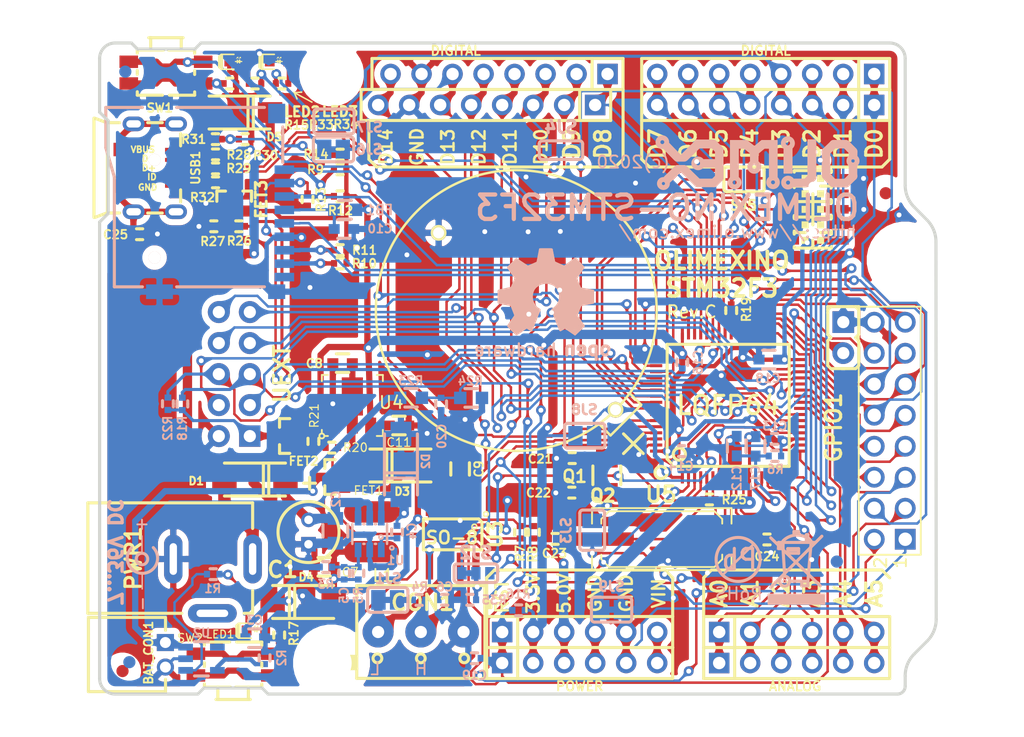
<source format=kicad_pcb>
(kicad_pcb (version 20210126) (generator pcbnew)
  (layers (0 "F.Cu" signal) (31 "B.Cu" signal) (34 "B.Paste" user) (35 "F.Paste" user) (36 "B.SilkS" user "B.Silkscreen") (37 "F.SilkS" user "F.Silkscreen") (38 "B.Mask" user) (39 "F.Mask" user) (44 "Edge.Cuts" user))
  (net 0 "")
  (net 1 "+BATT")
  (net 2 "GND")
  (net 3 "/VBAT")
  (net 4 "Net-(C1-Pad1)")
  (net 5 "+5V")
  (net 6 "Net-(C4-Pad2)")
  (net 7 "Net-(C4-Pad1)")
  (net 8 "Net-(C5-Pad2)")
  (net 9 "Net-(C6-Pad2)")
  (net 10 "Net-(C8-Pad2)")
  (net 11 "Net-(C10-Pad2)")
  (net 12 "+3.3VA")
  (net 13 "GNDA")
  (net 14 "/RESET")
  (net 15 "/D27")
  (net 16 "Net-(C21-Pad2)")
  (net 17 "/D23")
  (net 18 "Net-(C23-Pad2)")
  (net 19 "Net-(C24-Pad2)")
  (net 20 "Net-(C25-Pad2)")
  (net 21 "Net-(CON1-Pad1)")
  (net 22 "Net-(CON1-Pad2)")
  (net 23 "Net-(CON2-Pad10)")
  (net 24 "/D13_SCK1_LED1")
  (net 25 "/D11_MOSI1")
  (net 26 "/D12_MISO1")
  (net 27 "/D30_USART3RX")
  (net 28 "/D29_USART3TX")
  (net 29 "/D8_I2C2_SDA")
  (net 30 "/D7_I2C2_SCL")
  (net 31 "Net-(CON2-Pad1)")
  (net 32 "/TDI")
  (net 33 "Net-(CON3-Pad7)")
  (net 34 "/TDO_SWO")
  (net 35 "/TCK_SWCLK")
  (net 36 "/TMS_SWDIO")
  (net 37 "/D21")
  (net 38 "Net-(D1-Pad2)")
  (net 39 "Net-(D5-Pad2)")
  (net 40 "Net-(FET2-Pad1)")
  (net 41 "Net-(FET3-Pad1)")
  (net 42 "Net-(FET3-Pad3)")
  (net 43 "/D32_SCK2")
  (net 44 "/D31_#SS2")
  (net 45 "/D28")
  (net 46 "/D26")
  (net 47 "/D25_MMCCS")
  (net 48 "/D24_CANTX")
  (net 49 "/D23E")
  (net 50 "/D33_MISO2")
  (net 51 "/D34_MOSI2")
  (net 52 "/D35")
  (net 53 "/D36")
  (net 54 "/D37")
  (net 55 "Net-(LED2-Pad2)")
  (net 56 "Net-(LED3-Pad2)")
  (net 57 "Net-(MICRO_SD1-Pad9)")
  (net 58 "Net-(MICRO_SD1-Pad8)")
  (net 59 "Net-(MICRO_SD1-Pad1)")
  (net 60 "/D14_CANRX")
  (net 61 "/D9")
  (net 62 "/D10_#SS1")
  (net 63 "/D0_RXD2")
  (net 64 "/D1_TXD2")
  (net 65 "/D2")
  (net 66 "/D3_LED2")
  (net 67 "/D4")
  (net 68 "/D5")
  (net 69 "/D6")
  (net 70 "/D15_A0")
  (net 71 "/D16_A1")
  (net 72 "/D17_A2")
  (net 73 "/D18_A3")
  (net 74 "/D19_A4")
  (net 75 "/D20_A5")
  (net 76 "/VIN")
  (net 77 "Net-(PWR1-Pad3)")
  (net 78 "Net-(R2-Pad1)")
  (net 79 "Net-(R4-Pad1)")
  (net 80 "Net-(R7-Pad1)")
  (net 81 "Net-(R14-Pad2)")
  (net 82 "/BOOT0")
  (net 83 "Net-(R17-Pad2)")
  (net 84 "Net-(R19-Pad2)")
  (net 85 "/PF4")
  (net 86 "/DISC")
  (net 87 "/USBD_N")
  (net 88 "/USBC_N")
  (net 89 "/USBD_P")
  (net 90 "/USBC_P")
  (net 91 "/USBDET")
  (net 92 "Net-(R33-Pad2)")
  (net 93 "Net-(R34-Pad2)")
  (net 94 "Net-(R35-Pad2)")
  (net 95 "/PB2")
  (net 96 "/TRST")
  (net 97 "Net-(USB1-Pad4)")
  (net 98 "+3.3V")
  (net 99 "Net-(LED1-Pad1)")
  (net 100 "Net-(R1-Pad1)")
  (net 101 "Net-(MICRO_SD1-Pad10)")
  (net 102 "Net-(C5-Pad1)")
  (footprint "OLIMEX_Connectors-FP:LIPO_BAT-CON2DW02R" (layer "F.Cu") (at 62.9 95.6 -90)
    (fp_text reference "BAT_CON1")
    (fp_text value "BAT_CON")
  )
  (footprint "OLIMEX_Connectors-FP:CR2032-PTH-PLASTIC" (layer "F.Cu") (at 94.8 67.39 -45)
    (fp_text reference "BAT_HOLDER1" hide)
    (fp_text value "CR2016_32")
  )
  (footprint "OLIMEX_RLC-FP:CPOL-RM2mm_5x9mm_PTH" (layer "F.Cu") (at 77.78 85.54 -90)
    (fp_text reference "C1")
    (fp_text value "4.7uF_50V")
  )
  (footprint "OLIMEX_RLC-FP:C_0603_5MIL_DWS" (layer "F.Cu") (at 79.06 88.39)
    (fp_text reference "C7")
    (fp_text value "10uF_6.3V")
  )
  (footprint "OLIMEX_RLC-FP:C_0603_5MIL_DWS" (layer "F.Cu") (at 80.57 71.7)
    (fp_text reference "C8")
    (fp_text value "10uF_6.3V")
  )
  (footprint "OLIMEX_RLC-FP:C_0603_5MIL_DWS" (layer "F.Cu") (at 85.19 76.81 180)
    (fp_text reference "C11")
    (fp_text value "10uF_6.3V")
  )
  (footprint "OLIMEX_RLC-FP:C_0402_5MIL_DWS" (layer "F.Cu") (at 99.38 79.48)
    (fp_text reference "C21")
    (fp_text value "12pF")
  )
  (footprint "OLIMEX_RLC-FP:C_0402_5MIL_DWS" (layer "F.Cu") (at 97.98 86.1)
    (fp_text reference "C23")
    (fp_text value "22pF")
  )
  (footprint "OLIMEX_RLC-FP:C_0402_5MIL_DWS" (layer "F.Cu") (at 115.34 86.15 180)
    (fp_text reference "C24")
    (fp_text value "22pF")
  )
  (footprint "OLIMEX_RLC-FP:C_0402_5MIL_DWS" (layer "F.Cu") (at 63.94 61.14 180)
    (fp_text reference "C25")
    (fp_text value "100nF")
  )
  (footprint "OLIMEX_Connectors-FP:TB3-3.5mm" (layer "F.Cu") (at 86.98 93.73)
    (fp_text reference "CON1")
    (fp_text value "CANBUS")
  )
  (footprint "OLIMEX_Connectors-FP:UEXT_BH10R" (layer "F.Cu") (at 71.7 72.6 90)
    (fp_text reference "CON2")
    (fp_text value "UEXT")
  )
  (footprint "OLIMEX_Diodes-FP:SMA-KA" (layer "F.Cu") (at 73.39 81.24 180)
    (fp_text reference "D1")
    (fp_text value "SS14")
  )
  (footprint "OLIMEX_Diodes-FP:SMA-KA" (layer "F.Cu") (at 85.31 80.09)
    (fp_text reference "D3")
    (fp_text value "SS14")
  )
  (footprint "OLIMEX_Diodes-FP:SMA-KA" (layer "F.Cu") (at 77.34 91.27)
    (fp_text reference "D4")
    (fp_text value "SS14")
  )
  (footprint "OLIMEX_Diodes-FP:SMA-KA" (layer "F.Cu") (at 72.13 51.17 180)
    (fp_text reference "D5")
    (fp_text value "SS14")
  )
  (footprint "OLIMEX_Transistors-FP:SOT23" (layer "F.Cu") (at 76.04 77.67)
    (fp_text reference "FET2")
    (fp_text value "WPM2015")
  )
  (footprint "OLIMEX_Transistors-FP:SOT23" (layer "F.Cu") (at 71.69 58.24 -90)
    (fp_text reference "FET3")
    (fp_text value "WPM2015")
  )
  (footprint "OLIMEX_Connectors-FP:BH16S" (layer "F.Cu") (at 125.4 77.24 90)
    (fp_text reference "GPIO1")
    (fp_text value "BH16S")
  )
  (footprint "OLIMEX_RLC-FP:CD43" (layer "F.Cu") (at 82.94 85.52 -90)
    (fp_text reference "L1")
    (fp_text value "4.7uH")
  )
  (footprint "OLIMEX_LEDs-FP:LED_0603_KA" (layer "F.Cu") (at 73.4695 93.599)
    (fp_text reference "LED1")
    (fp_text value "red")
  )
  (footprint "OLIMEX_LEDs-FP:LED_0603_KA" (layer "F.Cu") (at 72.05 46.99)
    (fp_text reference "LED2")
    (fp_text value "green")
  )
  (footprint "OLIMEX_LEDs-FP:LED_0603_KA" (layer "F.Cu") (at 75.36 46.99)
    (fp_text reference "LED3")
    (fp_text value "yellow")
  )
  (footprint "OLIMEX_Cases-FP:ARDUINO-STM32-PLATFORM" (layer "F.Cu") (at 101.26549 72.142321)
    (fp_text reference "PLATFORM1")
    (fp_text value "STM32-MAPPLE_Platform(2xPN1x8+2xPN1x6)")
    (fp_line (start 25.39873 -25.4) (end 25.397363 -15.00632) (layer "Edge.Cuts") (width 0.254))
    (fp_line (start 25.39873 25.1841) (end 25.39873 26.035) (layer "Edge.Cuts") (width 0.254))
    (fp_line (start 27.19451 22.33422) (end 26.14041 23.38832) (layer "Edge.Cuts") (width 0.254))
    (fp_line (start -32.05 26.17) (end -32.55 26.67) (layer "Edge.Cuts") (width 0.254))
    (fp_line (start 26.14041 -13.22578) (end 27.195505 -12.15898) (layer "Edge.Cuts") (width 0.254))
    (fp_line (start -40.60127 -21) (end -39.90127 -20.3) (layer "Edge.Cuts") (width 0.254))
    (fp_line (start -32.8 -26.17) (end -32.3 -26.67) (layer "Edge.Cuts") (width 0.254))
    (fp_line (start -38 -26.67) (end -37.5 -26.17) (layer "Edge.Cuts") (width 0.254))
    (fp_line (start -39.90127 -12.7) (end -39.90127 -20.3) (layer "Edge.Cuts") (width 0.254))
    (fp_line (start -26.8 26.67) (end -27.3 26.17) (layer "Edge.Cuts") (width 0.254))
    (fp_line (start -39.33127 -26.67) (end -38 -26.67) (layer "Edge.Cuts") (width 0.254))
    (fp_line (start 24.76373 26.67) (end -26.8 26.67) (layer "Edge.Cuts") (width 0.254))
    (fp_line (start -37.5 -26.17) (end -32.8 -26.17) (layer "Edge.Cuts") (width 0.254))
    (fp_line (start -40.60127 -12) (end -39.90127 -12.7) (layer "Edge.Cuts") (width 0.254))
    (fp_line (start -40.60127 25.4) (end -40.60127 -12) (layer "Edge.Cuts") (width 0.254))
    (fp_line (start -32.3 -26.67) (end 24.12873 -26.67) (layer "Edge.Cuts") (width 0.254))
    (fp_line (start -40.60127 -21) (end -40.60127 -25.4) (layer "Edge.Cuts") (width 0.254))
    (fp_line (start -27.3 26.17) (end -32.05 26.17) (layer "Edge.Cuts") (width 0.254))
    (fp_line (start 27.919525 -10.360662) (end 27.93873 20.53844) (layer "Edge.Cuts") (width 0.254))
    (fp_line (start -32.55 26.67) (end -39.33127 26.67) (layer "Edge.Cuts") (width 0.254))
    (fp_arc (start 27.93873 -15.02156) (end 26.14041 -13.22578) (angle 44.61592887) (layer "Edge.Cuts") (width 0.254))
    (fp_arc (start 24.12873 -25.4) (end 24.12873 -26.67) (angle 90) (layer "Edge.Cuts") (width 0.254))
    (fp_arc (start 24.76373 26.035) (end 25.39873 26.035) (angle 90) (layer "Edge.Cuts") (width 0.254))
    (fp_arc (start -39.33127 25.4) (end -39.33127 26.67) (angle 90) (layer "Edge.Cuts") (width 0.254))
    (fp_arc (start 25.395202 -10.389253) (end 27.195505 -12.15898) (angle 45.15821617) (layer "Edge.Cuts") (width 0.254))
    (fp_arc (start 27.93873 25.1841) (end 25.39873 25.1841) (angle 44.93919799) (layer "Edge.Cuts") (width 0.254))
    (fp_arc (start 25.39873 20.53844) (end 27.93873 20.53844) (angle 45) (layer "Edge.Cuts") (width 0.254))
    (fp_arc (start -39.33127 -25.4) (end -40.60127 -25.4) (angle 90) (layer "Edge.Cuts") (width 0.254))
  )
  (footprint "OLIMEX_Connectors-FP:PWR_JACK_UNI_MILLING" (layer "F.Cu") (at 73.2 92.5)
    (fp_text reference "PWR1")
    (fp_text value "PWR-JACK-UNI-MILLING")
  )
  (footprint "OLIMEX_RLC-FP:L_1206_5MIL_DWS" (layer "F.Cu") (at 102.22 80.89 90)
    (fp_text reference "Q1")
    (fp_text value "32768_1206_12.5pF")
  )
  (footprint "OLIMEX_RLC-FP:R_0402_5MIL_DWS" (layer "F.Cu") (at 95.11 85.56 90)
    (fp_text reference "R7")
    (fp_text value "10K")
  )
  (footprint "OLIMEX_RLC-FP:R_0402_5MIL_DWS" (layer "F.Cu") (at 96.24 85.56 -90)
    (fp_text reference "R8")
    (fp_text value "20K")
  )
  (footprint "OLIMEX_RLC-FP:R_0402_5MIL_DWS" (layer "F.Cu") (at 80.37 55.82 180)
    (fp_text reference "R9")
    (fp_text value "100K")
  )
  (footprint "OLIMEX_RLC-FP:R_0402_5MIL_DWS" (layer "F.Cu") (at 80.38 63.53 180)
    (fp_text reference "R10")
    (fp_text value "100K")
  )
  (footprint "OLIMEX_RLC-FP:R_0402_5MIL_DWS" (layer "F.Cu") (at 80.37 62.44 180)
    (fp_text reference "R11")
    (fp_text value "100K")
  )
  (footprint "OLIMEX_RLC-FP:R_0402_5MIL_DWS" (layer "F.Cu") (at 80.37 58.03 180)
    (fp_text reference "R12")
    (fp_text value "10K")
  )
  (footprint "OLIMEX_RLC-FP:R_0402_5MIL_DWS" (layer "F.Cu") (at 77.7 58.3 90)
    (fp_text reference "R13")
    (fp_text value "1M")
  )
  (footprint "OLIMEX_RLC-FP:R_0402_5MIL_DWS" (layer "F.Cu") (at 80.37 54.62 180)
    (fp_text reference "R14")
    (fp_text value "1K")
  )
  (footprint "OLIMEX_RLC-FP:R_0402_5MIL_DWS" (layer "F.Cu") (at 71.33 48.79)
    (fp_text reference "R15")
    (fp_text value "10K")
  )
  (footprint "OLIMEX_RLC-FP:R_0402_5MIL_DWS" (layer "F.Cu") (at 75.3745 93.98 -90)
    (fp_text reference "R17")
    (fp_text value "22R")
  )
  (footprint "OLIMEX_RLC-FP:R_0402_5MIL_DWS" (layer "F.Cu") (at 112.41 67.39 -90)
    (fp_text reference "R19")
    (fp_text value "1K")
  )
  (footprint "OLIMEX_RLC-FP:R_0402_5MIL_DWS" (layer "F.Cu") (at 79.69 78.62 180)
    (fp_text reference "R20")
    (fp_text value "1K")
  )
  (footprint "OLIMEX_RLC-FP:R_0402_5MIL_DWS" (layer "F.Cu") (at 78.18 78.11 -90)
    (fp_text reference "R21")
    (fp_text value "100K")
  )
  (footprint "OLIMEX_RLC-FP:R_0402_5MIL_DWS" (layer "F.Cu") (at 110.62 82.87)
    (fp_text reference "R25")
    (fp_text value "1M")
  )
  (footprint "OLIMEX_RLC-FP:R_0402_5MIL_DWS" (layer "F.Cu") (at 72.07 60.49 180)
    (fp_text reference "R26")
    (fp_text value "1K")
  )
  (footprint "OLIMEX_RLC-FP:R_0402_5MIL_DWS" (layer "F.Cu") (at 70.02 60.49)
    (fp_text reference "R27")
    (fp_text value "100K")
  )
  (footprint "OLIMEX_RLC-FP:R_0402_5MIL_DWS" (layer "F.Cu") (at 70.16 54.6)
    (fp_text reference "R28")
    (fp_text value "22R")
  )
  (footprint "OLIMEX_RLC-FP:R_0402_5MIL_DWS" (layer "F.Cu") (at 70.16 55.75)
    (fp_text reference "R29")
    (fp_text value "22R")
  )
  (footprint "OLIMEX_RLC-FP:R_0402_5MIL_DWS" (layer "F.Cu") (at 72.58 53.35)
    (fp_text reference "R30")
    (fp_text value "20K")
  )
  (footprint "OLIMEX_RLC-FP:R_0402_5MIL_DWS" (layer "F.Cu") (at 70.15 53.35)
    (fp_text reference "R31")
    (fp_text value "10K")
  )
  (footprint "OLIMEX_RLC-FP:R_0402_5MIL_DWS" (layer "F.Cu") (at 70.16 56.89 180)
    (fp_text reference "R32")
    (fp_text value "1.5K")
  )
  (footprint "OLIMEX_RLC-FP:R_0402_5MIL_DWS" (layer "F.Cu") (at 73.4 48.79)
    (fp_text reference "R33")
    (fp_text value "2K")
  )
  (footprint "OLIMEX_RLC-FP:R_0402_5MIL_DWS" (layer "F.Cu") (at 75.61 48.79 180)
    (fp_text reference "R34")
    (fp_text value "2K")
  )
  (footprint "OLIMEX_Jumpers-FP:SJ" (layer "F.Cu") (at 113.46 56.65 180)
    (fp_text reference "SJ5")
    (fp_text value "open")
  )
  (footprint "OLIMEX_Buttons-FP:TSW34-W16PR-220" (layer "F.Cu") (at 66.1 47.9 180)
    (fp_text reference "SW1")
    (fp_text value "SIDE_WTCM-TR(3x4)")
  )
  (footprint "OLIMEX_Buttons-FP:TSW34-W16PR-220" (layer "F.Cu") (at 71.6 96.4)
    (fp_text reference "SW2")
    (fp_text value "SIDE_WTCM-TR(3x4)")
  )
  (footprint "OLIMEX_IC-FP:SO-8" (layer "F.Cu") (at 89.59 85.73 180)
    (fp_text reference "U3")
    (fp_text value "SIT1050T")
  )
  (footprint "OLIMEX_Transistors-FP:SOT89" (layer "F.Cu") (at 81.37 75.17)
    (fp_text reference "U4")
    (fp_text value "ME6210-SOT89")
  )
  (footprint "OLIMEX_IC-FP:LQFP64_Pitch-0.5mm_12.00x12.00x1.60mm" (layer "F.Cu") (at 112.16 75.16)
    (fp_text reference "U5")
    (fp_text value "STM32F303RCT6")
  )
  (footprint "OLIMEX_Connectors-FP:USB-MICRO_MISB-SWMM-5B_LF" (layer "F.Cu") (at 63.7 55.7 180)
    (fp_text reference "USB1")
    (fp_text value "uiCRO")
  )
  (footprint "OLIMEX_Connectors-FP:GPH127SMT-02X05(PA-V16X-2X5-LF)" (layer "F.Cu") (at 119.1 59.1 90)
    (fp_text reference "CON3" hide)
    (fp_text value "SWD")
  )
  (footprint "OLIMEX_Connectors-FP:HN1x2" (layer "F.Cu") (at 121.59 69.61 -90)
    (fp_text reference "CON4" hide)
    (fp_text value "WAKE")
  )
  (footprint "OLIMEX_Crystal-FP:Q_49U3HMS" (layer "F.Cu") (at 106.72 86.12 180)
    (fp_text reference "Q2")
    (fp_text value "8M_HS49S_20pF")
  )
  (footprint "OLIMEX_Other-FP:Fiducial1x3_transp" (layer "F.Cu") (at 125.07 57.78)
    (fp_text reference "Ref*" hide)
    (fp_text value "Val**" hide)
  )
  (footprint "OLIMEX_Other-FP:Fiducial1x3_transp" (layer "F.Cu") (at 62.7 63.3)
    (fp_text reference "Ref*" hide)
    (fp_text value "Val**" hide)
  )
  (footprint "OLIMEX_Other-FP:Fiducial1x3_transp" (layer "F.Cu") (at 62.54 96.93)
    (fp_text reference "Ref*" hide)
    (fp_text value "Val**" hide)
  )
  (footprint "OLIMEX_RLC-FP:C_0402_5MIL_DWS" (layer "F.Cu") (at 99.35 82.31)
    (fp_text reference "C22")
    (fp_text value "12pF")
  )
  (footprint "OLIMEX_RLC-FP:C_0603_5MIL_DWS" (layer "F.Cu") (at 90.2 80.37 -90)
    (fp_text reference "C9")
    (fp_text value "10uF_6.3V")
  )
  (footprint "OLIMEX_Transistors-FP:SOT23" (layer "F.Cu") (at 79.75 81.03)
    (fp_text reference "FET1")
    (fp_text value "WPM2015")
  )
  (footprint "OLIMEX_RLC-FP:C_0805_5MIL_DWS" (layer "B.Cu") (at 79.98 85.44 90)
    (fp_text reference "C2")
    (fp_text value "100nF_50V")
  )
  (footprint "OLIMEX_RLC-FP:C_0603_5MIL_DWS" (layer "B.Cu") (at 73.38 94.24 180)
    (fp_text reference "C3")
    (fp_text value "1uF_6.3V")
  )
  (footprint "OLIMEX_RLC-FP:C_0402_5MIL_DWS" (layer "B.Cu") (at 85.03 85.54 -90)
    (fp_text reference "C4")
    (fp_text value "100nF")
  )
  (footprint "OLIMEX_RLC-FP:C_0402_5MIL_DWS" (layer "B.Cu") (at 80.7 88.92 90)
    (fp_text reference "C5")
    (fp_text value "47pF")
  )
  (footprint "OLIMEX_RLC-FP:C_0402_5MIL_DWS" (layer "B.Cu") (at 88.94 91.09 180)
    (fp_text reference "C6")
    (fp_text value "100nF")
  )
  (footprint "OLIMEX_RLC-FP:C_0603_5MIL_DWS" (layer "B.Cu") (at 80.68 60.71 180)
    (fp_text reference "C10")
    (fp_text value "10uF_6.3V")
  )
  (footprint "OLIMEX_RLC-FP:C_0603_5MIL_DWS" (layer "B.Cu") (at 112.86 78.5 -90)
    (fp_text reference "C12")
    (fp_text value "10uF_6.3V")
  )
  (footprint "OLIMEX_RLC-FP:C_0402_5MIL_DWS" (layer "B.Cu") (at 115.96 77.91)
    (fp_text reference "C13")
    (fp_text value "100nF")
  )
  (footprint "OLIMEX_RLC-FP:C_0402_5MIL_DWS" (layer "B.Cu") (at 108.34 78.91 180)
    (fp_text reference "C14")
    (fp_text value "100nF")
  )
  (footprint "OLIMEX_RLC-FP:C_0402_5MIL_DWS" (layer "B.Cu") (at 108.4 71.63 90)
    (fp_text reference "C16")
    (fp_text value "100nF")
  )
  (footprint "OLIMEX_RLC-FP:C_0603_5MIL_DWS" (layer "B.Cu") (at 114.41 78.52 -90)
    (fp_text reference "C17")
    (fp_text value "10uF_6.3v")
  )
  (footprint "OLIMEX_RLC-FP:C_0603_5MIL_DWS" (layer "B.Cu") (at 115.49 71.41)
    (fp_text reference "C18")
    (fp_text value "10uF_6.3V")
  )
  (footprint "OLIMEX_RLC-FP:C_0402_5MIL_DWS" (layer "B.Cu") (at 91.38 95.88)
    (fp_text reference "C19")
    (fp_text value "100nF")
  )
  (footprint "OLIMEX_RLC-FP:C_0402_5MIL_DWS" (layer "B.Cu") (at 88.64 75.05 90)
    (fp_text reference "C20")
    (fp_text value "100nF")
  )
  (footprint "OLIMEX_Diodes-FP:SMA-KA" (layer "B.Cu") (at 85.35 80 90)
    (fp_text reference "D2")
    (fp_text value "SS14")
  )
  (footprint "OLIMEX_RLC-FP:L_0603_5MIL_DWS" (layer "B.Cu") (at 80.78 59.14)
    (fp_text reference "FB1")
    (fp_text value "FB0603")
  )
  (footprint "OLIMEX_RLC-FP:R_0402_5MIL_DWS" (layer "B.Cu") (at 69.97 88.99)
    (fp_text reference "R1")
    (fp_text value "2K")
  )
  (footprint "OLIMEX_RLC-FP:R_0402_5MIL_DWS" (layer "B.Cu") (at 74.18 95.85 90)
    (fp_text reference "R2")
    (fp_text value "1.5K")
  )
  (footprint "OLIMEX_RLC-FP:R_0402_5MIL_DWS" (layer "B.Cu") (at 79.2 88.41)
    (fp_text reference "R3")
    (fp_text value "23.7K_1%")
  )
  (footprint "OLIMEX_RLC-FP:R_0402_5MIL_DWS" (layer "B.Cu") (at 86.84 91.1)
    (fp_text reference "R4")
    (fp_text value "120R")
  )
  (footprint "OLIMEX_RLC-FP:R_0402_5MIL_DWS" (layer "B.Cu") (at 81.86 88.92 -90)
    (fp_text reference "R5")
    (fp_text value "124K_1%")
  )
  (footprint "OLIMEX_RLC-FP:R_0402_5MIL_DWS" (layer "B.Cu") (at 115.99 79.31)
    (fp_text reference "R6")
    (fp_text value "22R")
  )
  (footprint "OLIMEX_RLC-FP:R_0402_5MIL_DWS" (layer "B.Cu") (at 94.99 91.95 180)
    (fp_text reference "R16")
    (fp_text value "10K")
  )
  (footprint "OLIMEX_RLC-FP:R_0402_5MIL_DWS" (layer "B.Cu") (at 67.44 75.04 90)
    (fp_text reference "R18")
    (fp_text value "4.7K")
  )
  (footprint "OLIMEX_RLC-FP:R_0402_5MIL_DWS" (layer "B.Cu") (at 66.26 75.03 90)
    (fp_text reference "R22")
    (fp_text value "4.7K")
  )
  (footprint "OLIMEX_RLC-FP:R_0603_5MIL_DWS" (layer "B.Cu") (at 86.18 74.54)
    (fp_text reference "R23")
    (fp_text value "1M_1%_0603")
  )
  (footprint "OLIMEX_RLC-FP:R_0603_5MIL_DWS" (layer "B.Cu") (at 91.1 74.55)
    (fp_text reference "R24")
    (fp_text value "3M_1%_0603")
  )
  (footprint "OLIMEX_Jumpers-FP:SJ_Closed" (layer "B.Cu") (at 84.27 91.1)
    (fp_text reference "SJ1")
    (fp_text value "open")
  )
  (footprint "OLIMEX_Jumpers-FP:SJ_2_SMALL_12_TIED" (layer "B.Cu") (at 91.49 88.91)
    (fp_text reference "SJ2")
    (fp_text value "SJ2W_Closed(1-2)")
  )
  (footprint "OLIMEX_Jumpers-FP:SJ" (layer "B.Cu") (at 101.02 85.39 -90)
    (fp_text reference "SJ3")
    (fp_text value "open")
  )
  (footprint "OLIMEX_Jumpers-FP:SJ_2_SMALL_12_TIED" (layer "B.Cu") (at 98.46 54.25 180)
    (fp_text reference "SJ4")
    (fp_text value "SJ2W_Closed(1-2)")
  )
  (footprint "OLIMEX_Jumpers-FP:SJ" (layer "B.Cu") (at 100.41 77.65 180)
    (fp_text reference "SJ8")
    (fp_text value "open")
  )
  (footprint "OLIMEX_Jumpers-FP:SJ_Closed" (layer "B.Cu") (at 102.61 91.9)
    (fp_text reference "SJ9")
    (fp_text value "closed")
  )
  (footprint "OLIMEX_Regulators-FP:SOT23-6" (layer "B.Cu") (at 82.79 85.7 -90)
    (fp_text reference "U1")
    (fp_text value "BL9342")
  )
  (footprint "OLIMEX_Regulators-FP:SOT-23-5" (layer "B.Cu") (at 69.01 95.92 180)
    (fp_text reference "U2")
    (fp_text value "BL4054B-42TPRN(SOT23-5)")
  )
  (footprint "OLIMEX_Other-FP:Fiducial1x3_transp" (layer "B.Cu") (at 121.06 87.96)
    (fp_text reference "Ref*" hide)
    (fp_text value "Val**" hide)
  )
  (footprint "OLIMEX_Other-FP:Fiducial1x3_transp" (layer "B.Cu") (at 63.1 96.2)
    (fp_text reference "Ref*" hide)
    (fp_text value "Val**" hide)
  )
  (footprint "OLIMEX_Other-FP:Fiducial1x3_transp" (layer "B.Cu") (at 62.77 47.82)
    (fp_text reference "Ref*" hide)
    (fp_text value "Val**" hide)
  )
  (footprint "OLIMEX_Other-FP:Fiducial1x3_transp" (layer "B.Cu") (at 116.61 53.54)
    (fp_text reference "Ref*" hide)
    (fp_text value "Val**" hide)
  )
  (footprint "OLIMEX_LOGOs-FP:OLIMEX_LOGO_TB" (layer "B.Cu") (at 114.4 55.26 180)
    (fp_text reference "" hide)
    (fp_text value "" hide)
  )
  (footprint "OLIMEX_LOGOs-FP:LOGO_OPENHARDWARE_8x8" (layer "B.Cu") (at 97.24 66.36 180)
    (fp_text reference "" hide)
    (fp_text value "" hide)
  )
  (footprint "OLIMEX_LOGOs-FP:LOGO_RECYCLEBIN_1" (layer "B.Cu") (at 120.09 91.47 180)
    (fp_text reference "" hide)
    (fp_text value "" hide)
  )
  (footprint "OLIMEX_LOGOs-FP:LOGO_PBFREE" (layer "B.Cu") (at 113.18 87.47)
    (fp_text reference "")
    (fp_text value "")
  )
  (footprint "OLIMEX_Jumpers-FP:SJ_Closed" (layer "B.Cu") (at 79.86 51.9 180)
    (fp_text reference "SJ7")
    (fp_text value "closed")
  )
  (footprint "OLIMEX_Jumpers-FP:SJ_Closed" (layer "B.Cu") (at 79.83 54.19 180)
    (fp_text reference "SJ6")
    (fp_text value "closed")
  )
  (footprint "OLIMEX_RLC-FP:R_0402_5MIL_DWS" (layer "B.Cu") (at 91 91.09)
    (fp_text reference "R35")
    (fp_text value "10K")
  )
  (footprint "OLIMEX_Connectors-FP:TFC-WPAPR-08" (layer "B.Cu") (at 68.8 58.1 180)
    (fp_text reference "MICRO_SD1" hide)
    (fp_text value "MICRO_SD(TFC-WPAPR-08)")
  )
  (gr_arc (start 64.172166 87.68) (end 63.26 86.838543) (angle -267) (layer "B.SilkS") (width 0.25))
  (gr_line (start 64.132166 87.29) (end 64.132166 85.86) (layer "B.SilkS") (width 0.12))
  (gr_circle (center 64.132166 87.75) (end 64.603865 87.75) (layer "B.SilkS") (width 0.25) (fill none))
  (gr_line (start 64.152166 88.94) (end 64.152166 90.2) (layer "B.SilkS") (width 0.12))
  (gr_line (start 78.06 50.32) (end 76.58 49.52) (layer "F.SilkS") (width 0.12))
  (gr_line (start 77.21 49.5) (end 77.14 49.49) (layer "F.SilkS") (width 0.12))
  (gr_line (start 76.84 50.06) (end 76.62 49.54) (layer "F.SilkS") (width 0.12))
  (gr_line (start 76.62 49.54) (end 77.21 49.5) (layer "F.SilkS") (width 0.12))
  (gr_text "RoHS" (at 113.03 90.6) (layer "B.SilkS") (effects (font (size 1 1)) (justify mirror)))
  (gr_text "H" (at 86.995 96.7486) (layer "B.SilkS") (effects (font (size 1 1)) (justify mirror)))
  (gr_text "7...36V DC" (at 61.9 87.18 270) (layer "B.SilkS") (effects (font (size 1.1 1.1) (thickness 0.275)) (justify mirror)))
  (gr_text "+" (at 64.132166 84.84) (layer "B.SilkS") (effects (font (size 1 1)) (justify mirror)))
  (gr_text "OLIMEXINO-STM32F3" (at 107.17 58.98) (layer "B.SilkS") (effects (font (size 2 2) (thickness 0.35)) (justify mirror)))
  (gr_text "-" (at 64.132166 91.41 90) (layer "B.SilkS") (effects (font (size 1 1)) (justify mirror)))
  (gr_text "L" (at 83.2612 96.7486) (layer "B.SilkS") (effects (font (size 1 1)) (justify mirror)))
  (gr_text "(c)2020" (at 104.37 55.23) (layer "B.SilkS") (effects (font (size 1 1)) (justify mirror)))
  (gr_text "https://www.olimex.com/" (at 112.93 60.96) (layer "B.SilkS") (effects (font (size 1 1)) (justify mirror)))
  (gr_text "2\n1" (at 125.46 88.05 90) (layer "F.SilkS") (effects (font (size 1 1))))
  (gr_text "UEXT" (at 75.62 72.59 90) (layer "F.SilkS") (effects (font (size 1.3 1.3) (thickness 0.25))))
  (gr_text "OLIMEXINO\nSTM32F3" (at 111.64 64.44) (layer "F.SilkS") (effects (font (size 1.4 1.4) (thickness 0.3))))
  (gr_text "Rev.C" (at 109.17 67.5) (layer "F.SilkS") (effects (font (size 1 1))))
  (segment (start 78.13 81.65) (end 78.75 81.03) (width 0.508) (layer "F.Cu") (net 1))
  (segment (start 78.13 82.19) (end 78.13 81.65) (width 0.508) (layer "F.Cu") (net 1))
  (via (at 78.13 82.19) (size 0.8) (drill 0.4) (layers "F.Cu" "B.Cu") (net 1))
  (segment (start 78.13 80.685) (end 78.13 81.624315) (width 0.508) (layer "B.Cu") (net 1))
  (segment (start 78.13 81.624315) (end 78.13 82.19) (width 0.508) (layer "B.Cu") (net 1))
  (segment (start 63.58 93.32748) (end 63.58 87.915202) (width 0.508) (layer "B.Cu") (net 1))
  (segment (start 66.05214 94.59162) (end 64.84414 94.59162) (width 0.508) (layer "B.Cu") (net 1))
  (segment (start 67.71 94.97) (end 66.43052 94.97) (width 0.25) (layer "B.Cu") (net 1))
  (segment (start 64.84414 94.59162) (end 63.58 93.32748) (width 0.508) (layer "B.Cu") (net 1))
  (segment (start 85.291 74.54) (end 84.275 74.54) (width 0.508) (layer "B.Cu") (net 1))
  (segment (start 63.58 84.63) (end 66.02 82.19) (width 0.508) (layer "B.Cu") (net 1))
  (segment (start 63.58 87.915202) (end 63.58 84.63) (width 0.508) (layer "B.Cu") (net 1))
  (segment (start 84.275 74.54) (end 78.13 80.685) (width 0.508) (layer "B.Cu") (net 1))
  (segment (start 66.02 82.19) (end 78.13 82.19) (width 0.508) (layer "B.Cu") (net 1))
  (segment (start 66.43052 94.97) (end 66.05214 94.59162) (width 0.25) (layer "B.Cu") (net 1))
  (segment (start 79.77 75.03) (end 79.77 76.72) (width 0.508) (layer "F.Cu") (net 2))
  (segment (start 77.7 58.808) (end 77.2218 58.808) (width 0.2032) (layer "F.Cu") (net 2))
  (segment (start 68.51 57.78) (end 69.32 58.59) (width 0.508) (layer "F.Cu") (net 2))
  (segment (start 79.77 71.7) (end 79.77 75.03) (width 0.508) (layer "F.Cu") (net 2))
  (segment (start 123.25 59.09) (end 123.27 59.11) (width 0.3556) (layer "F.Cu") (net 2))
  (segment (start 71.288 46.99) (end 71.288 47.7456) (width 0.3556) (layer "F.Cu") (net 2))
  (segment (start 108.91 69.26) (end 108.91 67.61) (width 0.25) (layer "F.Cu") (net 2))
  (segment (start 90.225 84.575347) (end 90.203179 84.597168) (width 0.2032) (layer "F.Cu") (net 2))
  (segment (start 115.848 86.15) (end 115.848 87.032) (width 0.2032) (layer "F.Cu") (net 2))
  (segment (start 112.118021 72.200369) (end 111.999999 72.318391) (width 0.2032) (layer "F.Cu") (net 2))
  (segment (start 73.774999 46.335903) (end 73.761604 46.349298) (width 0.3556) (layer "F.Cu") (net 2))
  (segment (start 98.842 82.31) (end 98.842 83.588) (width 0.2032) (layer "F.Cu") (net 2))
  (segment (start 87.04022 49.536321) (end 86.02422 50.552321) (width 0.508) (layer "F.Cu") (net 2))
  (segment (start 111.999999 72.318391) (end 111.6 72.71839) (width 0.2032) (layer "F.Cu") (net 2))
  (segment (start 110.83161 72.71839) (end 108.96 74.59) (width 0.2032) (layer "F.Cu") (net 2))
  (segment (start 107.568935 79.654719) (end 107.807108 79.892892) (width 0.25) (layer "F.Cu") (net 2))
  (segment (start 78.26 87.02) (end 77.78 86.54) (width 0.508) (layer "F.Cu") (net 2))
  (segment (start 108.91 67.61) (end 108.55 67.25) (width 0.25) (layer "F.Cu") (net 2))
  (segment (start 90.2 83.105) (end 90.225 83.13) (width 0.2032) (layer "F.Cu") (net 2))
  (segment (start 108.96 75.03059) (end 108.478399 75.512191) (width 0.2032) (layer "F.Cu") (net 2))
  (segment (start 118.06 71.91) (end 117.3 71.91) (width 0.2032) (layer "F.Cu") (net 2))
  (segment (start 115.848 87.032) (end 115.66 87.22) (width 0.2032) (layer "F.Cu") (net 2))
  (segment (start 90.203179 84.597168) (end 90.564222 84.958211) (width 0.25) (layer "F.Cu") (net 2))
  (segment (start 93.569518 84.958211) (end 93.977707 85.3664) (width 0.25) (layer "F.Cu") (net 2))
  (segment (start 98.842 82.31) (end 98.06 82.31) (width 0.2032) (layer "F.Cu") (net 2))
  (segment (start 66.85 57.0875) (end 68.183 57.0875) (width 0.508) (layer "F.Cu") (net 2))
  (segment (start 103.80422 96.272321) (end 103.80422 93.732321) (width 0.508) (layer "F.Cu") (net 2))
  (segment (start 122.01 60.37) (end 123.27 59.11) (width 0.3556) (layer "F.Cu") (net 2))
  (segment (start 64.448 61.14) (end 65.38 61.14) (width 0.2032) (layer "F.Cu") (net 2))
  (segment (start 69.0488 60.5) (end 68.8 60.5) (width 0.2032) (layer "F.Cu") (net 2))
  (segment (start 81.74599 62.825685) (end 81.74599 62.26) (width 0.3556) (layer "F.Cu") (net 2))
  (segment (start 90.2 81.17) (end 90.2 83.105) (width 0.2032) (layer "F.Cu") (net 2))
  (segment (start 90.225 83.13) (end 90.225 84.575347) (width 0.2032) (layer "F.Cu") (net 2))
  (segment (start 97.472 84.958) (end 97.472 86.1) (width 0.2032) (layer "F.Cu") (net 2))
  (segment (start 98.4188 79.48) (end 98.3988 79.5) (width 0.2032) (layer "F.Cu") (net 2))
  (segment (start 98.872 79.48) (end 98.4188 79.48) (width 0.2032) (layer "F.Cu") (net 2))
  (segment (start 73.088 54.118453) (end 72.982732 54.223721) (width 0.3556) (layer "F.Cu") (net 2))
  (segment (start 105.33 70.55) (end 105.33 66.920968) (width 0.2032) (layer "F.Cu") (net 2))
  (segment (start 79.77 76.72) (end 79.87 76.82) (width 0.508) (layer "F.Cu") (net 2))
  (segment (start 98.842 83.588) (end 97.472 84.958) (width 0.2032) (layer "F.Cu") (net 2))
  (segment (start 87.04022 48.012321) (end 87.04022 49.536321) (width 0.508) (layer "F.Cu") (net 2))
  (segment (start 98.06 82.31) (end 98.04 82.33) (width 0.2032) (layer "F.Cu") (net 2))
  (segment (start 111.6 72.71839) (end 110.83161 72.71839) (width 0.2032) (layer "F.Cu") (net 2))
  (segment (start 90.564222 84.958211) (end 93.569518 84.958211) (width 0.25) (layer "F.Cu") (net 2))
  (segment (start 77.9 65.505) (end 81.275 65.505) (width 0.3556) (layer "F.Cu") (net 2))
  (segment (start 104.847024 79.19) (end 104.84 79.19) (width 0.2032) (layer "F.Cu") (net 2))
  (segment (start 78.867 76.865) (end 78.912 76.82) (width 0.508) (layer "F.Cu") (net 2))
  (segment (start 121.132 59.1) (end 123.26 59.1) (width 0.3556) (layer "F.Cu") (net 2))
  (segment (start 105.33 66.920968) (end 105.39 66.860968) (width 0.2032) (layer "F.Cu") (net 2))
  (segment (start 105.627024 78.41) (end 104.847024 79.19) (width 0.2032) (layer "F.Cu") (net 2))
  (segment (start 108.96 74.59) (end 108.96 75.03059) (width 0.2032) (layer "F.Cu") (net 2))
  (segment (start 65.38 61.14) (end 65.4 61.12) (width 0.2032) (layer "F.Cu") (net 2))
  (segment (start 108.96 75.03059) (end 108.953288 75.037302) (width 0.2032) (layer "F.Cu") (net 2))
  (segment (start 78.18 77.602) (end 78.205 77.602) (width 0.508) (layer "F.Cu") (net 2))
  (segment (start 76.0095 93.472) (end 75.3745 93.472) (width 0.2032) (layer "F.Cu") (net 2))
  (segment (start 69.32 58.59) (end 69.35 58.59) (width 0.508) (layer "F.Cu") (net 2))
  (segment (start 108.478399 75.512191) (end 108.478399 76.790113) (width 0.2032) (layer "F.Cu") (net 2))
  (segment (start 71.66 47.92) (end 71.838 48.098) (width 0.3556) (layer "F.Cu") (net 2))
  (segment (start 78.867 76.94) (end 78.867 76.865) (width 0.508) (layer "F.Cu") (net 2))
  (segment (start 106.26 78.41) (end 105.627024 78.41) (width 0.2032) (layer "F.Cu") (net 2))
  (segment (start 73.088 50.938) (end 73.088 53.35) (width 0.3556) (layer "F.Cu") (net 2))
  (segment (start 71.363001 46.264999) (end 73.774999 46.264999) (width 0.25) (layer "F.Cu") (net 2))
  (segment (start 108.478399 76.790113) (end 108.129829 77.138683) (width 0.2032) (layer "F.Cu") (net 2))
  (segment (start 77.29 92.1915) (end 76.0095 93.472) (width 0.2032) (layer "F.Cu") (net 2))
  (segment (start 74.598 46.34) (end 74.598 46.99) (width 0.25) (layer "F.Cu") (net 2))
  (segment (start 74.522999 46.264999) (end 74.598 46.34) (width 0.25) (layer "F.Cu") (net 2))
  (segment (start 108.129829 77.704368) (end 108.129829 77.138683) (width 0.25) (layer "F.Cu") (net 2))
  (segment (start 108.129829 79.083219) (end 108.129829 77.704368) (width 0.25) (layer "F.Cu") (net 2))
  (segment (start 71.288 46.99) (end 71.288 46.34) (width 0.25) (layer "F.Cu") (net 2))
  (segment (start 77.29 90.77) (end 77.29 92.1915) (width 0.2032) (layer "F.Cu") (net 2))
  (segment (start 97.44 86.068) (end 97.472 86.1) (width 0.2032) (layer "F.Cu") (net 2))
  (segment (start 81.275 65.505) (end 81.74599 65.03401) (width 0.3556) (layer "F.Cu") (net 2))
  (segment (start 77.2218 58.808) (end 76.6138 58.2) (width 0.2032) (layer "F.Cu") (net 2))
  (segment (start 68.183 57.0875) (end 68.51 57.4145) (width 0.508) (layer "F.Cu") (net 2))
  (segment (start 71.288 47.7456) (end 71.4624 47.92) (width 0.3556) (layer "F.Cu") (net 2))
  (segment (start 69.0588 60.49) (end 69.0488 60.5) (width 0.2032) (layer "F.Cu") (net 2))
  (segment (start 123.25 56.57) (end 123.25 59.09) (width 0.3556) (layer "F.Cu") (net 2))
  (segment (start 78.26 89.8) (end 77.29 90.77) (width 0.2032) (layer "F.Cu") (net 2))
  (segment (start 121.132 56.56) (end 123.24 56.56) (width 0.3556) (layer "F.Cu") (net 2))
  (segment (start 69.35 58.59) (end 69.37 58.61) (width 0.508) (layer "F.Cu") (net 2))
  (segment (start 73.774999 46.264999) (end 74.522999 46.264999) (width 0.25) (layer "F.Cu") (net 2))
  (segment (start 78.912 76.82) (end 79.87 76.82) (width 0.508) (layer "F.Cu") (net 2))
  (segment (start 81.74599 65.03401) (end 81.74599 62.825685) (width 0.3556) (layer "F.Cu") (net 2))
  (segment (start 69.78 58.2) (end 69.37 58.61) (width 0.2032) (layer "F.Cu") (net 2))
  (segment (start 97.45 86.078) (end 97.472 86.1) (width 0.25) (layer "F.Cu") (net 2))
  (segment (start 105.405685 79.19) (end 105.859798 79.644113) (width 0.25) (layer "F.Cu") (net 2))
  (segment (start 78.26 88.39) (end 78.26 87.02) (width 0.508) (layer "F.Cu") (net 2))
  (segment (start 98.872 82.28) (end 98.842 82.31) (width 0.2032) (layer "F.Cu") (net 2))
  (segment (start 78.26 88.39) (end 78.26 89.8) (width 0.2032) (layer "F.Cu") (net 2))
  (segment (start 123.26 59.1) (end 123.27 59.11) (width 0.3556) (layer "F.Cu") (net 2))
  (segment (start 73.088 53.35) (end 73.088 54.118453) (width 0.3556) (layer "F.Cu") (net 2))
  (segment (start 71.838 49.688) (end 73.088 50.938) (width 0.3556) (layer "F.Cu") (net 2))
  (segment (start 71.4624 47.92) (end 71.66 47.92) (width 0.3556) (layer "F.Cu") (net 2))
  (segment (start 76.6138 58.2) (end 69.78 58.2) (width 0.2032) (layer "F.Cu") (net 2))
  (segment (start 78.205 77.602) (end 78.867 76.94) (width 0.508) (layer "F.Cu") (net 2))
  (segment (start 71.838 48.79) (end 71.838 49.688) (width 0.3556) (layer "F.Cu") (net 2))
  (segment (start 105.859798 79.644113) (end 107.568935 79.644113) (width 0.25) (layer "F.Cu") (net 2))
  (segment (start 117.3 71.91) (end 117.009631 72.200369) (width 0.2032) (layer "F.Cu") (net 2))
  (segment (start 71.288 46.34) (end 71.363001 46.264999) (width 0.25) (layer "F.Cu") (net 2))
  (segment (start 121.132 60.37) (end 122.01 60.37) (width 0.3556) (layer "F.Cu") (net 2))
  (segment (start 98.3988 79.5) (end 98.1 79.5) (width 0.2032) (layer "F.Cu") (net 2))
  (segment (start 73.774999 46.264999) (end 73.774999 46.335903) (width 0.3556) (layer "F.Cu") (net 2))
  (segment (start 69.512 60.49) (end 69.0588 60.49) (width 0.2032) (layer "F.Cu") (net 2))
  (segment (start 96.24 86.068) (end 97.44 86.068) (width 0.2032) (layer "F.Cu") (net 2))
  (segment (start 107.568935 79.644113) (end 107.568935 79.654719) (width 0.25) (layer "F.Cu") (net 2))
  (segment (start 123.24 56.56) (end 123.25 56.57) (width 0.3556) (layer "F.Cu") (net 2))
  (segment (start 104.84 79.19) (end 105.405685 79.19) (width 0.25) (layer "F.Cu") (net 2))
  (segment (start 68.51 57.4145) (end 68.51 57.78) (width 0.508) (layer "F.Cu") (net 2))
  (segment (start 107.568935 79.644113) (end 108.129829 79.083219) (width 0.25) (layer "F.Cu") (net 2))
  (segment (start 117.009631 72.200369) (end 112.118021 72.200369) (width 0.2032) (layer "F.Cu") (net 2))
  (segment (start 71.838 48.098) (end 71.838 48.79) (width 0.3556) (layer "F.Cu") (net 2))
  (via (at 92.22 60.93) (size 0.8) (drill 0.4) (layers "F.Cu" "B.Cu") (net 2))
  (via (at 98.41 60.91) (size 0.8) (drill 0.4) (layers "F.Cu" "B.Cu") (net 2))
  (via (at 95.83 67.69) (size 0.8) (drill 0.4) (layers "F.Cu" "B.Cu") (net 2))
  (via (at 104.57 56.95) (size 0.8) (drill 0.4) (layers "F.Cu" "B.Cu") (net 2))
  (via (at 123.25 56.57) (size 0.8) (drill 0.4) (layers "F.Cu" "B.Cu") (net 2))
  (via (at 123.27 59.11) (size 0.8) (drill 0.4) (layers "F.Cu" "B.Cu") (net 2))
  (via (at 95.77 60.94) (size 0.8) (drill 0.4) (layers "F.Cu" "B.Cu") (net 2))
  (via (at 109.58 55.19) (size 0.8) (drill 0.4) (layers "F.Cu" "B.Cu") (net 2))
  (via (at 95.6 56.45) (size 0.8) (drill 0.4) (layers "F.Cu" "B.Cu") (net 2))
  (via (at 119.01 87.8) (size 0.8) (drill 0.4) (layers "F.Cu" "B.Cu") (net 2))
  (via (at 81.74599 62.26) (size 0.8) (drill 0.4) (layers "F.Cu" "B.Cu") (net 2))
  (via (at 110.46 88.89) (size 0.8) (drill 0.4) (layers "F.Cu" "B.Cu") (net 2))
  (via (at 107.24513 87.880904) (size 0.8) (drill 0.4) (layers "F.Cu" "B.Cu") (net 2))
  (via (at 113.36 71.24) (size 0.8) (drill 0.4) (layers "F.Cu" "B.Cu") (net 2))
  (via (at 77.2 61.4) (size 0.8) (drill 0.4) (layers "F.Cu" "B.Cu") (net 2))
  (via (at 90.604 76.316) (size 0.8) (drill 0.4) (layers "F.Cu" "B.Cu") (net 2))
  (via (at 126.16 59.56) (size 0.8) (drill 0.4) (layers "F.Cu" "B.Cu") (net 2))
  (via (at 122.11 62.7) (size 0.8) (drill 0.4) (layers "F.Cu" "B.Cu") (net 2))
  (via (at 68.8 60.5) (size 0.8) (drill 0.4) (layers "F.Cu" "B.Cu") (net 2))
  (via (at 105.33 70.55) (size 0.8) (drill 0.4) (layers "F.Cu" "B.Cu") (net 2))
  (via (at 115.71 62.78) (size 0.8) (drill 0.4) (layers "F.Cu" "B.Cu") (net 2))
  (via (at 79.77 75.03) (size 0.8) (drill 0.4) (layers "F.Cu" "B.Cu") (net 2))
  (via (at 85.84 62.83) (size 0.8) (drill 0.4) (layers "F.Cu" "B.Cu") (net 2))
  (via (at 76.27 88.38) (size 0.8) (drill 0.4) (layers "F.Cu" "B.Cu") (net 2))
  (via (at 104.84 79.19) (size 0.8) (drill 0.4) (layers "F.Cu" "B.Cu") (net 2))
  (via (at 93.977707 85.3664) (size 0.8) (drill 0.4) (layers "F.Cu" "B.Cu") (net 2))
  (via (at 77.9 65.505) (size 0.8) (drill 0.4) (layers "F.Cu" "B.Cu") (net 2))
  (via (at 108.55 67.25) (size 0.8) (drill 0.4) (layers "F.Cu" "B.Cu") (net 2))
  (via (at 115.66 87.22) (size 0.8) (drill 0.4) (layers "F.Cu" "B.Cu") (net 2))
  (via (at 111.6 72.71839) (size 0.8) (drill 0.4) (layers "F.Cu" "B.Cu") (net 2))
  (via (at 112.309357 78.039215) (size 0.8) (drill 0.4) (layers "F.Cu" "B.Cu") (net 2))
  (via (at 69.37 58.61) (size 0.8) (drill 0.4) (layers "F.Cu" "B.Cu") (net 2))
  (via (at 107.807108 79.892892) (size 0.8) (drill 0.4) (layers "F.Cu" "B.Cu") (net 2))
  (via (at 87.52 71.02) (size 0.8) (drill 0.4) (layers "F.Cu" "B.Cu") (net 2))
  (via (at 77.29 90.77) (size 0.8) (drill 0.4) (layers "F.Cu" "B.Cu") (net 2))
  (via (at 98.1 79.5) (size 0.8) (drill 0.4) (layers "F.Cu" "B.Cu") (net 2))
  (via (at 73.761604 46.349298) (size 0.8) (drill 0.4) (layers "F.Cu" "B.Cu") (net 2))
  (via (at 90.203179 84.597168) (size 0.8) (drill 0.4) (layers "F.Cu" "B.Cu") (net 2))
  (via (at 107.67 90.94) (size 0.8) (drill 0.4) (layers "F.Cu" "B.Cu") (net 2))
  (via (at 65.4 61.12) (size 0.8) (drill 0.4) (layers "F.Cu" "B.Cu") (net 2))
  (via (at 87.498 77.458) (size 0.8) (drill 0.4) (layers "F.Cu" "B.Cu") (net 2))
  (via (at 98.04 82.33) (size 0.8) (drill 0.4) (layers "F.Cu" "B.Cu") (net 2))
  (via (at 108.129829 77.138683) (size 0.8) (drill 0.4) (layers "F.Cu" "B.Cu") (net 2))
  (via (at 94.08 82.96) (size 0.8) (drill 0.4) (layers "F.Cu" "B.Cu") (net 2))
  (via (at 105.39 66.860968) (size 0.8) (drill 0.4) (layers "F.Cu" "B.Cu") (net 2))
  (via (at 72.982732 54.223721) (size 0.8) (drill 0.4) (layers "F.Cu" "B.Cu") (net 2))
  (via (at 109.788654 79.803573) (size 0.8) (drill 0.4) (layers "F.Cu" "B.Cu") (net 2))
  (segment (start 87.498 77.458) (end 87.456 77.5) (width 0.508) (layer "B.Cu") (net 2))
  (segment (start 90.604 76.316) (end 88.64 76.316) (width 0.508) (layer "B.Cu") (net 2))
  (segment (start 90.492 91.09) (end 90.492 93.718) (width 0.508) (layer "B.Cu") (net 2))
  (segment (start 75.7144 61.33) (end 75.692199 61.352201) (width 0.3556) (layer "B.Cu") (net 2))
  (segment (start 78.692 88.41) (end 78.192 88.41) (width 0.25) (layer "B.Cu") (net 2))
  (segment (start 77.13 61.33) (end 77.2 61.4) (width 0.2032) (layer "B.Cu") (net 2))
  (segment (start 103.80422 92.05921) (end 103.64501 91.9) (width 0.762) (layer "B.Cu") (net 2))
  (segment (start 108.160968 66.860968) (end 108.55 67.25) (width 0.2032) (layer "B.Cu") (net 2))
  (segment (start 77.78 87.39) (end 77.78 86.54) (width 0.25) (layer "B.Cu") (net 2))
  (segment (start 93.977707 85.3664) (end 93.977707 83.062293) (width 0.25) (layer "B.Cu") (net 2))
  (segment (start 112.799216 77.639216) (end 112.709356 77.639216) (width 0.3556) (layer "B.Cu") (net 2))
  (segment (start 81.48 60.71) (end 81.48 61.99401) (width 0.3556) (layer "B.Cu") (net 2))
  (segment (start 78.192 88.41) (end 77.78 87.998) (width 0.25) (layer "B.Cu") (net 2))
  (segment (start 115.06 86.62) (end 115.66 87.22) (width 0.2032) (layer "B.Cu") (net 2))
  (segment (start 74.35 61.95) (end 74.35 65.13) (width 0.3556) (layer "B.Cu") (net 2))
  (segment (start 74.95 61.35) (end 74.35 61.95) (width 0.3556) (layer "B.Cu") (net 2))
  (segment (start 115.452 77.91) (end 115.452 77.885) (width 0.2032) (layer "B.Cu") (net 2))
  (segment (start 93.977707 83.062293) (end 94.08 82.96) (width 0.25) (layer "B.Cu") (net 2))
  (segment (start 109.699335 79.892892) (end 109.788654 79.803573) (width 0.25) (layer "B.Cu") (net 2))
  (segment (start 90.872 95.88) (end 90.872 94.122) (width 0.508) (layer "B.Cu") (net 2))
  (segment (start 121.59 68.34) (end 121.59 67.0954) (width 0.3556) (layer "B.Cu") (net 2))
  (segment (start 112.309357 78.039215) (end 111.909358 78.439214) (width 0.2032) (layer "B.Cu") (net 2))
  (segment (start 114.69 71.41) (end 113.53 71.41) (width 0.2032) (layer "B.Cu") (net 2))
  (segment (start 91.989 75.566) (end 91.239 76.316) (width 0.508) (layer "B.Cu") (net 2))
  (segment (start 116.387 76.95) (end 117.13 76.95) (width 0.2032) (layer "B.Cu") (net 2))
  (segment (start 77.07 61.33) (end 77.13 61.33) (width 0.2032) (layer "B.Cu") (net 2))
  (segment (start 74.35 65.13) (end 75.07 65.85) (width 0.3556) (layer "B.Cu") (net 2))
  (segment (start 77.864 86.456) (end 77.78 86.54) (width 0.762) (layer "B.Cu") (net 2))
  (segment (start 117.1 85.78) (end 116.059999 86.820001) (width 0.2032) (layer "B.Cu") (net 2))
  (segment (start 89.448 91.09) (end 90.492 91.09) (width 0.508) (layer "B.Cu") (net 2))
  (segment (start 82.79 85.77) (end 81.41 85.77) (width 0.508) (layer "B.Cu") (net 2))
  (segment (start 115.452 77.91) (end 115.452 78.3882) (width 0.2032) (layer "B.Cu") (net 2))
  (segment (start 121.297378 66.802778) (end 121.297378 63.512622) (width 0.3556) (layer "B.Cu") (net 2))
  (segment (start 106.787 70.55) (end 105.895685 70.55) (width 0.2032) (layer "B.Cu") (net 2))
  (segment (start 115.452 77.885) (end 116.387 76.95) (width 0.2032) (layer "B.Cu") (net 2))
  (segment (start 88.64 75.558) (end 88.64 76.316) (width 0.508) (layer "B.Cu") (net 2))
  (segment (start 72.85 64.55) (end 68.8 60.5) (width 0.762) (layer "B.Cu") (net 2))
  (segment (start 112.709356 78.439214) (end 112.309357 78.039215) (width 0.2032) (layer "B.Cu") (net 2))
  (segment (start 77.07 61.33) (end 75.7144 61.33) (width 0.3556) (layer "B.Cu") (net 2))
  (segment (start 117.74 77.56) (end 117.74 80.6) (width 0.2032) (layer "B.Cu") (net 2))
  (segment (start 67.71 95.92) (end 66.73798 95.92) (width 0.25) (layer "B.Cu") (net 2))
  (segment (start 79.98 86.456) (end 77.864 86.456) (width 0.762) (layer "B.Cu") (net 2))
  (segment (start 112.741743 78.471601) (end 112.709356 78.439214) (width 0.2032) (layer "B.Cu") (net 2))
  (segment (start 121.59 67.0954) (end 121.297378 66.802778) (width 0.3556) (layer "B.Cu") (net 2))
  (segment (start 121.297378 63.512622) (end 122.11 62.7) (width 0.3556) (layer "B.Cu") (net 2))
  (segment (start 77.875 65.53) (end 77.9 65.505) (width 0.3556) (layer "B.Cu") (net 2))
  (segment (start 111.909358 78.439214) (end 111.909358 79.749358) (width 0.2032) (layer "B.Cu") (net 2))
  (segment (start 77.29 90.77) (end 77.29 92.128) (width 0.2032) (layer "B.Cu") (net 2))
  (segment (start 105.895685 70.55) (end 105.33 70.55) (width 0.2032) (layer "B.Cu") (net 2))
  (segment (start 81.41 85.77) (end 80.724 86.456) (width 0.508) (layer "B.Cu") (net 2))
  (segment (start 74.8 65.85) (end 73.5 64.55) (width 0.762) (layer "B.Cu") (net 2))
  (segment (start 109.788654 79.237888) (end 109.788654 79.803573) (width 0.2032) (layer "B.Cu") (net 2))
  (segment (start 90.492 93.718) (end 90.48 93.73) (width 0.508) (layer "B.Cu") (net 2))
  (segment (start 117.74 80.6) (end 117.1 81.24) (width 0.2032) (layer "B.Cu") (net 2))
  (segment (start 110.587328 78.439214) (end 109.788654 79.237888) (width 0.2032) (layer "B.Cu") (net 2))
  (segment (start 90.872 94.122) (end 90.48 93.73) (width 0.508) (layer "B.Cu") (net 2))
  (segment (start 117.13 76.95) (end 117.74 77.56) (width 0.2032) (layer "B.Cu") (net 2))
  (segment (start 88.64 76.316) (end 87.498 77.458) (width 0.508) (layer "B.Cu") (net 2))
  (segment (start 112.86 77.7) (end 112.799216 77.639216) (width 0.3556) (layer "B.Cu") (net 2))
  (segment (start 112.709356 77.639216) (end 112.309357 78.039215) (width 0.3556) (layer "B.Cu") (net 2))
  (segment (start 87.456 77.5) (end 85.35 77.5) (width 0.508) (layer "B.Cu") (net 2))
  (segment (start 111.909358 79.749358) (end 115.06 82.9) (width 0.2032) (layer "B.Cu") (net 2))
  (segment (start 105.39 66.860968) (end 108.160968 66.860968) (width 0.2032) (layer "B.Cu") (net 2))
  (segment (start 77.29 92.128) (end 75.178 94.24) (width 0.2032) (layer "B.Cu") (net 2))
  (segment (start 82.79 86.0445) (end 82.79 85.77) (width 0.3556) (layer "B.Cu") (net 2))
  (segment (start 109.716573 79.803573) (end 109.788654 79.803573) (width 0.3556) (layer "B.Cu") (net 2))
  (segment (start 75.8 61.35) (end 74.95 61.35) (width 0.3556) (layer "B.Cu") (net 2))
  (segment (start 124.12 68.34) (end 124.13 68.35) (width 0.508) (layer "B.Cu") (net 2))
  (segment (start 73.5 64.55) (end 72.85 64.55) (width 0.762) (layer "B.Cu") (net 2))
  (segment (start 108.848 78.935) (end 109.716573 79.803573) (width 0.3556) (layer "B.Cu") (net 2))
  (segment (start 117.1 81.24) (end 117.1 85.78) (width 0.2032) (layer "B.Cu") (net 2))
  (segment (start 75.178 94.24) (end 74.18 94.24) (width 0.2032) (layer "B.Cu") (net 2))
  (segment (start 75.17 65.85) (end 74.8 65.85) (width 0.762) (layer "B.Cu") (net 2))
  (segment (start 103.80422 93.732321) (end 103.80422 92.05921) (width 0.762) (layer "B.Cu") (net 2))
  (segment (start 108.848 78.91) (end 108.848 78.935) (width 0.3556) (layer "B.Cu") (net 2))
  (segment (start 121.59 68.34) (end 124.12 68.34) (width 0.508) (layer "B.Cu") (net 2))
  (segment (start 108.375 72.138) (end 106.787 70.55) (width 0.2032) (layer "B.Cu") (net 2))
  (segment (start 91.239 76.316) (end 90.604 76.316) (width 0.508) (layer "B.Cu") (net 2))
  (segment (start 113.53 71.41) (end 113.36 71.24) (width 0.2032) (layer "B.Cu") (net 2))
  (segment (start 74.18 95.342) (end 74.18 94.24) (width 0.3556) (layer "B.Cu") (net 2))
  (segment (start 107.807108 79.892892) (end 109.699335 79.892892) (width 0.25) (layer "B.Cu") (net 2))
  (segment (start 115.452 78.3882) (end 115.368599 78.471601) (width 0.2032) (layer "B.Cu") (net 2))
  (segment (start 82.79 87.0001) (end 82.79 86.0445) (width 0.3556) (layer "B.Cu") (net 2))
  (segment (start 66.73798 95.92) (end 66.05468 96.6033) (width 0.25) (layer "B.Cu") (net 2))
  (segment (start 108.4 72.138) (end 108.375 72.138) (width 0.2032) (layer "B.Cu") (net 2))
  (segment (start 80.724 86.456) (end 79.98 86.456) (width 0.508) (layer "B.Cu") (net 2))
  (segment (start 111.909358 78.439214) (end 110.587328 78.439214) (width 0.2032) (layer "B.Cu") (net 2))
  (segment (start 115.368599 78.471601) (end 112.741743 78.471601) (width 0.2032) (layer "B.Cu") (net 2))
  (segment (start 115.06 82.9) (end 115.06 86.62) (width 0.2032) (layer "B.Cu") (net 2))
  (segment (start 91.989 74.55) (end 91.989 75.566) (width 0.508) (layer "B.Cu") (net 2))
  (segment (start 77.78 87.998) (end 77.78 87.39) (width 0.25) (layer "B.Cu") (net 2))
  (segment (start 116.059999 86.820001) (end 115.66 87.22) (width 0.2032) (layer "B.Cu") (net 2))
  (segment (start 75.07 65.85) (end 75.17 65.85) (width 0.3556) (layer "B.Cu") (net 2))
  (segment (start 81.48 61.99401) (end 81.74599 62.26) (width 0.3556) (layer "B.Cu") (net 2))
  (segment (start 107.56 81.06) (end 107.1 80.6) (width 0.25) (layer "F.Cu") (net 3))
  (segment (start 108.41 81.06) (end 107.56 81.06) (width 0.25) (layer "F.Cu") (net 3))
  (via (at 107.1 80.6) (size 0.8) (drill 0.4) (layers "F.Cu" "B.Cu") (net 3))
  (segment (start 106.700001 79.820001) (end 106.700001 80.200001) (width 0.3556) (layer "B.Cu") (net 3))
  (segment (start 101.17 77.4321) (end 101.17 76.41) (width 0.2032) (layer "B.Cu") (net 3))
  (segment (start 104.35 75.51) (end 106.17 77.33) (width 0.3556) (layer "B.Cu") (net 3))
  (segment (start 101.172 77.4341) (end 101.17 77.4321) (width 0.2032) (layer "B.Cu") (net 3))
  (segment (start 101.172 77.65) (end 101.172 77.4341) (width 0.2032) (layer "B.Cu") (net 3))
  (segment (start 102.931728 75.521728) (end 104.338272 75.521728) (width 0.3556) (layer "B.Cu") (net 3))
  (segment (start 101.17 76.41) (end 101.7 75.88) (width 0.2032) (layer "B.Cu") (net 3))
  (segment (start 101.7 75.834218) (end 102.01249 75.521728) (width 0.2032) (layer "B.Cu") (net 3))
  (segment (start 106.700001 80.200001) (end 107.1 80.6) (width 0.3556) (layer "B.Cu") (net 3))
  (segment (start 101.7 75.88) (end 101.7 75.834218) (width 0.2032) (layer "B.Cu") (net 3))
  (segment (start 106.17 77.33) (end 106.17 79.29) (width 0.3556) (layer "B.Cu") (net 3))
  (segment (start 106.17 79.29) (end 106.700001 79.820001) (width 0.3556) (layer "B.Cu") (net 3))
  (segment (start 102.01249 75.521728) (end 102.931728 75.521728) (width 0.2032) (layer "B.Cu") (net 3))
  (segment (start 104.338272 75.521728) (end 104.35 75.51) (width 0.3556) (layer "B.Cu") (net 3))
  (segment (start 75.89 82.65) (end 77.78 84.54) (width 0.762) (layer "F.Cu") (net 4))
  (segment (start 75.89 81.24) (end 75.89 82.65) (width 0.762) (layer "F.Cu") (net 4))
  (segment (start 79.98 84.424) (end 77.896 84.424) (width 0.762) (layer "B.Cu") (net 4))
  (segment (start 82.01 83.12) (end 81.84 83.29) (width 0.508) (layer "B.Cu") (net 4))
  (segment (start 82.79 83.2919) (end 82.6181 83.12) (width 0.508) (layer "B.Cu") (net 4))
  (segment (start 77.896 84.424) (end 77.78 84.54) (width 0.762) (layer "B.Cu") (net 4))
  (segment (start 79.997 83.12) (end 79.98 83.137) (width 0.762) (layer "B.Cu") (net 4))
  (segment (start 82.6181 83.12) (end 82.01 83.12) (width 0.508) (layer "B.Cu") (net 4))
  (segment (start 79.98 83.137) (end 79.98 84.424) (width 0.762) (layer "B.Cu") (net 4))
  (segment (start 81.84 83.29) (end 81.84 84.3999) (width 0.508) (layer "B.Cu") (net 4))
  (segment (start 82.01 83.12) (end 79.997 83.12) (width 0.762) (layer "B.Cu") (net 4))
  (segment (start 82.79 84.3999) (end 82.79 83.2919) (width 0.508) (layer "B.Cu") (net 4))
  (segment (start 98.72422 96.272321) (end 98.72422 93.732321) (width 0.508) (layer "F.Cu") (net 5))
  (segment (start 74.425199 82.671001) (end 74.84 82.671001) (width 0.762) (layer "F.Cu") (net 5))
  (segment (start 69.1262 79.51) (end 72.72 79.51) (width 0.762) (layer "F.Cu") (net 5))
  (segment (start 97.4 86.83) (end 92.67 86.83) (width 0.508) (layer "F.Cu") (net 5))
  (segment (start 88.955 79.907) (end 89.292 79.57) (width 0.508) (layer "F.Cu") (net 5))
  (segment (start 92.67 86.83) (end 91.805611 85.965611) (width 0.508) (layer "F.Cu") (net 5))
  (segment (start 87.404389 85.144389) (end 87.139999 84.879999) (width 0.508) (layer "F.Cu") (net 5))
  (segment (start 74.84 82.671001) (end 74.84 89.658) (width 0.762) (layer "F.Cu") (net 5))
  (segment (start 73.24 80.03) (end 73.24 81.48) (width 0.762) (layer "F.Cu") (net 5))
  (segment (start 87.139999 84.879999) (end 86.74 84.48) (width 0.508) (layer "F.Cu") (net 5))
  (segment (start 86.74 80.09) (end 87.81 80.09) (width 0.508) (layer "F.Cu") (net 5))
  (segment (start 86.74 84.48) (end 86.74 80.09) (width 0.508) (layer "F.Cu") (net 5))
  (segment (start 89.292 79.57) (end 90.2 79.57) (width 0.508) (layer "F.Cu") (net 5))
  (segment (start 72.57 62.73) (end 67.86 67.44) (width 0.762) (layer "F.Cu") (net 5))
  (segment (start 74.63 54.07) (end 73.8 54.9) (width 0.762) (layer "F.Cu") (net 5))
  (segment (start 98.72422 88.15422) (end 98.68 88.11) (width 0.508) (layer "F.Cu") (net 5))
  (segment (start 74.2315 93.599) (end 74.2315 91.8785) (width 0.3556) (layer "F.Cu") (net 5))
  (segment (start 73.32 62.73) (end 72.57 62.73) (width 0.762) (layer "F.Cu") (net 5))
  (segment (start 88.955 83.13) (end 88.955 79.907) (width 0.508) (layer "F.Cu") (net 5))
  (segment (start 86.28 80.09) (end 87.81 80.09) (width 0.508) (layer "F.Cu") (net 5))
  (segment (start 74.27 82.515802) (end 74.425199 82.671001) (width 0.762) (layer "F.Cu") (net 5))
  (segment (start 87.993 79.907) (end 87.81 80.09) (width 0.508) (layer "F.Cu") (net 5))
  (segment (start 88.630141 85.144389) (end 87.404389 85.144389) (width 0.508) (layer "F.Cu") (net 5))
  (segment (start 91.805611 85.965611) (end 89.451363 85.965611) (width 0.508) (layer "F.Cu") (net 5))
  (segment (start 67.86 67.44) (end 67.86 78.2438) (width 0.762) (layer "F.Cu") (net 5))
  (segment (start 89.451363 85.965611) (end 88.630141 85.144389) (width 0.508) (layer "F.Cu") (net 5))
  (segment (start 74.2315 91.8785) (end 74.84 91.27) (width 0.2032) (layer "F.Cu") (net 5))
  (segment (start 74.27 82.51) (end 74.27 82.515802) (width 0.762) (layer "F.Cu") (net 5))
  (segment (start 80.75 81.98) (end 84.39 81.98) (width 0.508) (layer "F.Cu") (net 5))
  (segment (start 72.72 79.51) (end 73.24 80.03) (width 0.762) (layer "F.Cu") (net 5))
  (segment (start 76.14 91.19) (end 74.92 91.19) (width 0.508) (layer "F.Cu") (net 5))
  (segment (start 74.63 51.17) (end 74.63 54.07) (width 0.762) (layer "F.Cu") (net 5))
  (segment (start 73.24 81.48) (end 74.27 82.51) (width 0.762) (layer "F.Cu") (net 5))
  (segment (start 88.955 79.907) (end 87.993 79.907) (width 0.508) (layer "F.Cu") (net 5))
  (segment (start 84.39 81.98) (end 86.28 80.09) (width 0.508) (layer "F.Cu") (net 5))
  (segment (start 67.86 78.2438) (end 69.1262 79.51) (width 0.762) (layer "F.Cu") (net 5))
  (segment (start 98.68 88.11) (end 97.4 86.83) (width 0.508) (layer "F.Cu") (net 5))
  (segment (start 74.92 91.19) (end 74.84 91.27) (width 0.508) (layer "F.Cu") (net 5))
  (segment (start 74.84 89.658) (end 74.84 91.27) (width 0.762) (layer "F.Cu") (net 5))
  (via (at 86.74 84.48) (size 0.8) (drill 0.4) (layers "F.Cu" "B.Cu") (net 5))
  (via (at 73.8 54.9) (size 0.8) (drill 0.4) (layers "F.Cu" "B.Cu") (net 5))
  (via (at 98.68 88.11) (size 0.8) (drill 0.4) (layers "F.Cu" "B.Cu") (net 5))
  (via (at 76.14 91.19) (size 0.8) (drill 0.4) (layers "F.Cu" "B.Cu") (net 5))
  (via (at 73.32 62.73) (size 0.8) (drill 0.4) (layers "F.Cu" "B.Cu") (net 5))
  (segment (start 85.032 89.428) (end 83.162242 89.428) (width 0.508) (layer "B.Cu") (net 5))
  (segment (start 73.32 55.38) (end 73.8 54.9) (width 0.762) (layer "B.Cu") (net 5))
  (segment (start 72.58 94.24) (end 72.053922 94.24) (width 0.508) (layer "B.Cu") (net 5))
  (segment (start 70.453401 94.195999) (end 70.31 94.3394) (width 0.508) (layer "B.Cu") (net 5))
  (segment (start 78.8 90.3) (end 77.928 89.428) (width 0.508) (layer "B.Cu") (net 5))
  (segment (start 70.31 94.3394) (end 70.31 94.97) (width 0.508) (layer "B.Cu") (net 5))
  (segment (start 82.290242 90.3) (end 78.8 90.3) (width 0.508) (layer "B.Cu") (net 5))
  (segment (start 83.162242 89.428) (end 82.290242 90.3) (width 0.508) (layer "B.Cu") (net 5))
  (segment (start 72.053922 94.24) (end 72.009921 94.195999) (width 0.508) (layer "B.Cu") (net 5))
  (segment (start 98.68 88.11) (end 98.68 93.688101) (width 0.762) (layer "B.Cu") (net 5))
  (segment (start 76.135 91.195) (end 76.14 91.19) (width 0.508) (layer "B.Cu") (net 5))
  (segment (start 85.81 88.65) (end 85.81 85.41) (width 0.508) (layer "B.Cu") (net 5))
  (segment (start 98.68 93.688101) (end 98.72422 93.732321) (width 0.762) (layer "B.Cu") (net 5))
  (segment (start 72.57 93.49) (end 72.57 94.23) (width 0.508) (layer "B.Cu") (net 5))
  (segment (start 74.865 91.195) (end 72.57 93.49) (width 0.508) (layer "B.Cu") (net 5))
  (segment (start 85.032 89.428) (end 85.81 88.65) (width 0.508) (layer "B.Cu") (net 5))
  (segment (start 72.009921 94.195999) (end 70.453401 94.195999) (width 0.508) (layer "B.Cu") (net 5))
  (segment (start 74.865 91.195) (end 76.135 91.195) (width 0.508) (layer "B.Cu") (net 5))
  (segment (start 76.632 89.428) (end 74.865 91.195) (width 0.508) (layer "B.Cu") (net 5))
  (segment (start 85.81 85.41) (end 86.74 84.48) (width 0.508) (layer "B.Cu") (net 5))
  (segment (start 73.32 62.73) (end 73.32 55.38) (width 0.762) (layer "B.Cu") (net 5))
  (segment (start 72.57 94.23) (end 72.58 94.24) (width 0.508) (layer "B.Cu") (net 5))
  (segment (start 77.928 89.428) (end 76.632 89.428) (width 0.508) (layer "B.Cu") (net 5))
  (segment (start 83.74 87.0001) (end 83.74 86.19) (width 0.25) (layer "B.Cu") (net 6))
  (segment (start 83.882 86.048) (end 85.03 86.048) (width 0.25) (layer "B.Cu") (net 6))
  (segment (start 83.74 86.19) (end 83.882 86.048) (width 0.25) (layer "B.Cu") (net 6))
  (segment (start 82.94 83.895) (end 85.505 83.895) (width 0.762) (layer "F.Cu") (net 7))
  (segment (start 85.505 83.895) (end 85.61 84) (width 0.762) (layer "F.Cu") (net 7))
  (via (at 85.61 84) (size 0.8) (drill 0.4) (layers "F.Cu" "B.Cu") (net 7))
  (segment (start 85.03 85.032) (end 85.03 84.58) (width 0.25) (layer "B.Cu") (net 7))
  (segment (start 83.74 82.77) (end 83.8219 82.6701) (width 0.508) (layer "B.Cu") (net 7))
  (segment (start 85.61 84) (end 85.61 82.76) (width 0.762) (layer "B.Cu") (net 7))
  (segment (start 83.992 82.5) (end 85.35 82.5) (width 0.508) (layer "B.Cu") (net 7))
  (segment (start 83.74 84.3999) (end 83.74 82.77) (width 0.508) (layer "B.Cu") (net 7))
  (segment (start 85.61 82.76) (end 85.35 82.5) (width 0.762) (layer "B.Cu") (net 7))
  (segment (start 85.03 84.58) (end 85.61 84) (width 0.25) (layer "B.Cu") (net 7))
  (segment (start 83.8219 82.6701) (end 83.992 82.5) (width 0.508) (layer "B.Cu") (net 7))
  (segment (start 80.698 88.41) (end 80.7 88.412) (width 0.25) (layer "B.Cu") (net 8))
  (segment (start 81.86 88.412) (end 81.86 87.0201) (width 0.25) (layer "B.Cu") (net 8))
  (segment (start 81.86 88.412) (end 80.7 88.412) (width 0.25) (layer "B.Cu") (net 8))
  (segment (start 79.708 88.41) (end 80.698 88.41) (width 0.25) (layer "B.Cu") (net 8))
  (segment (start 81.86 87.0201) (end 81.84 87.0001) (width 0.25) (layer "B.Cu") (net 8))
  (segment (start 87.69 87.545685) (end 87.69 86.98) (width 0.25) (layer "F.Cu") (net 9))
  (segment (start 87.685 88.33) (end 87.69 88.325) (width 0.25) (layer "F.Cu") (net 9))
  (segment (start 87.69 88.325) (end 87.69 87.545685) (width 0.25) (layer "F.Cu") (net 9))
  (via (at 87.69 86.98) (size 0.8) (drill 0.4) (layers "F.Cu" "B.Cu") (net 9))
  (segment (start 88.432 91.09) (end 88.432 90.602) (width 0.25) (layer "B.Cu") (net 9))
  (segment (start 88.432 90.602) (end 87.69 89.86) (width 0.25) (layer "B.Cu") (net 9))
  (segment (start 87.69 89.86) (end 87.69 86.98) (width 0.25) (layer "B.Cu") (net 9))
  (segment (start 82.8 80.08) (end 82.81 80.09) (width 0.508) (layer "F.Cu") (net 10))
  (segment (start 81.5 80.08) (end 82.8 80.08) (width 0.508) (layer "F.Cu") (net 10))
  (segment (start 81.37 76.72) (end 81.37 79.95) (width 0.508) (layer "F.Cu") (net 10))
  (segment (start 81.37 79.95) (end 81.5 80.08) (width 0.508) (layer "F.Cu") (net 10))
  (segment (start 81.37 74.4325) (end 81.37 71.7) (width 0.508) (layer "F.Cu") (net 10))
  (segment (start 80.75 80.08) (end 81.5 80.08) (width 0.508) (layer "F.Cu") (net 10))
  (segment (start 81.37 74.4325) (end 81.37 76.72) (width 0.2032) (layer "F.Cu") (net 10))
  (segment (start 79.891 59.14) (end 79.891 60.699) (width 0.25) (layer "B.Cu") (net 11))
  (segment (start 77.07 59.13) (end 79.881 59.13) (width 0.25) (layer "B.Cu") (net 11))
  (segment (start 77.07 59.13) (end 77.05 59.15) (width 0.25) (layer "B.Cu") (net 11))
  (segment (start 79.881 59.13) (end 79.891 59.14) (width 0.25) (layer "B.Cu") (net 11))
  (segment (start 79.891 60.699) (end 79.88 60.71) (width 0.25) (layer "B.Cu") (net 11))
  (segment (start 77.05 59.15) (end 75.8 59.15) (width 0.25) (layer "B.Cu") (net 11))
  (segment (start 115.394315 83.01) (end 115.464315 83.01) (width 0.25) (layer "F.Cu") (net 12))
  (segment (start 114.42281 81.07281) (end 114.42281 82.038495) (width 0.25) (layer "F.Cu") (net 12))
  (segment (start 114.42281 82.038495) (end 115.394315 83.01) (width 0.25) (layer "F.Cu") (net 12))
  (segment (start 114.41 81.06) (end 114.42281 81.07281) (width 0.25) (layer "F.Cu") (net 12))
  (segment (start 115.464315 83.01) (end 116.03 83.01) (width 0.25) (layer "F.Cu") (net 12))
  (via (at 116.03 83.01) (size 0.8) (drill 0.4) (layers "F.Cu" "B.Cu") (net 12))
  (segment (start 114.42 79.31) (end 114.41 79.32) (width 0.25) (layer "B.Cu") (net 12))
  (segment (start 115.482 79.31) (end 114.42 79.31) (width 0.25) (layer "B.Cu") (net 12))
  (segment (start 114.41 81.39) (end 116.03 83.01) (width 0.25) (layer "B.Cu") (net 12))
  (segment (start 114.395182 79.334818) (end 114.41 79.32) (width 0.25) (layer "B.Cu") (net 12))
  (segment (start 112.86 79.3) (end 114.39 79.3) (width 0.25) (layer "B.Cu") (net 12))
  (segment (start 114.41 79.32) (end 114.41 81.39) (width 0.25) (layer "B.Cu") (net 12))
  (segment (start 114.39 79.3) (end 114.41 79.32) (width 0.25) (layer "B.Cu") (net 12))
  (segment (start 113.91 77.796683) (end 113.87708 77.763763) (width 0.25) (layer "F.Cu") (net 13))
  (segment (start 113.92 81.780002) (end 113.92 82.564315) (width 0.3556) (layer "F.Cu") (net 13))
  (segment (start 113.91 81.06) (end 113.91 77.796683) (width 0.25) (layer "F.Cu") (net 13))
  (segment (start 113.92 82.564315) (end 113.92 83.13) (width 0.3556) (layer "F.Cu") (net 13))
  (segment (start 101.26422 96.272321) (end 101.26422 93.732321) (width 0.508) (layer "F.Cu") (net 13))
  (segment (start 113.91 81.06) (end 113.91 81.770002) (width 0.25) (layer "F.Cu") (net 13))
  (segment (start 113.91 81.770002) (end 113.92 81.780002) (width 0.3556) (layer "F.Cu") (net 13))
  (via (at 113.87708 77.763763) (size 0.8) (drill 0.4) (layers "F.Cu" "B.Cu") (net 13))
  (via (at 113.92 83.13) (size 0.8) (drill 0.4) (layers "F.Cu" "B.Cu") (net 13))
  (segment (start 101.26422 92.21077) (end 101.57499 91.9) (width 0.762) (layer "B.Cu") (net 13))
  (segment (start 101.44799 91.9) (end 101.44799 90.09201) (width 1.016) (layer "B.Cu") (net 13))
  (segment (start 114.41 77.72) (end 114.16294 77.72) (width 0.25) (layer "B.Cu") (net 13))
  (segment (start 114.119177 77.763763) (end 113.87708 77.763763) (width 0.25) (layer "B.Cu") (net 13))
  (segment (start 101.26422 93.732321) (end 101.26422 92.21077) (width 0.762) (layer "B.Cu") (net 13))
  (segment (start 114.16294 77.72) (end 114.119177 77.763763) (width 0.25) (layer "B.Cu") (net 13))
  (segment (start 113.354315 83.13) (end 113.92 83.13) (width 1.016) (layer "B.Cu") (net 13))
  (segment (start 108.41 83.13) (end 113.354315 83.13) (width 1.016) (layer "B.Cu") (net 13))
  (segment (start 101.44799 90.09201) (end 108.41 83.13) (width 1.016) (layer "B.Cu") (net 13))
  (segment (start 120.31 96.96) (end 119.39 97.88) (width 0.2032) (layer "F.Cu") (net 14))
  (segment (start 111.519999 80.246801) (end 111.519999 78.205684) (width 0.2032) (layer "F.Cu") (net 14))
  (segment (start 74.648 97.289) (end 75.6132 97.289) (width 0.2032) (layer "F.Cu") (net 14))
  (segment (start 78.13 92.62) (end 81.86 92.62) (width 0.2032) (layer "F.Cu") (net 14))
  (segment (start 91.473231 98.001601) (end 93.098399 98.001601) (width 0.2032) (layer "F.Cu") (net 14))
  (segment (start 88.232986 86.10321) (end 89.058175 86.928399) (width 0.2032) (layer "F.Cu") (net 14))
  (segment (start 72.48 97.366078) (end 72.557078 97.289) (width 0.508) (layer "F.Cu") (net 14))
  (segment (start 93.64422 96.272321) (end 93.64422 93.732321) (width 0.508) (layer "F.Cu") (net 14))
  (segment (start 93.098399 98.001601) (end 93.695 97.405) (width 0.2032) (layer "F.Cu") (net 14))
  (segment (start 94.17 97.88) (end 93.695 97.405) (width 0.2032) (layer "F.Cu") (net 14))
  (segment (start 111.519999 78.205684) (end 111.38 78.065685) (width 0.2032) (layer "F.Cu") (net 14))
  (segment (start 119.39 97.88) (end 94.17 97.88) (width 0.2032) (layer "F.Cu") (net 14))
  (segment (start 111.41 80.3568) (end 111.519999 80.246801) (width 0.2032) (layer "F.Cu") (net 14))
  (segment (start 111.41 81.06) (end 111.41 80.3568) (width 0.2032) (layer "F.Cu") (net 14))
  (segment (start 118.22 56.56) (end 119.71 55.07) (width 0.2032) (layer "F.Cu") (net 14))
  (segment (start 90.893399 91.278015) (end 92.051601 92.436217) (width 0.2032) (layer "F.Cu") (net 14))
  (segment (start 111.38 78.065685) (end 111.38 77.5) (width 0.2032) (layer "F.Cu") (net 14))
  (segment (start 92.051601 92.436217) (end 92.051601 96.020029) (width 0.2032) (layer "F.Cu") (net 14))
  (segment (start 90.893399 87.013399) (end 90.893399 91.278015) (width 0.2032) (layer "F.Cu") (net 14))
  (segment (start 86.78679 86.10321) (end 88.232986 86.10321) (width 0.2032) (layer "F.Cu") (net 14))
  (segment (start 72.557078 97.289) (end 74.648 97.289) (width 0.508) (layer "F.Cu") (net 14))
  (segment (start 114.312 56.56) (end 114.222 56.65) (width 0.2032) (layer "F.Cu") (net 14))
  (segment (start 91.108399 97.636769) (end 91.473231 98.001601) (width 0.2032) (layer "F.Cu") (net 14))
  (segment (start 118.4 85.38) (end 120.31 87.29) (width 0.2032) (layer "F.Cu") (net 14))
  (segment (start 89.058175 86.928399) (end 90.808399 86.928399) (width 0.2032) (layer "F.Cu") (net 14))
  (segment (start 71.190079 96.895999) (end 72.009921 96.895999) (width 0.508) (layer "F.Cu") (net 14))
  (segment (start 70.797078 97.289) (end 71.190079 96.895999) (width 0.508) (layer "F.Cu") (net 14))
  (segment (start 117.068 56.56) (end 118.22 56.56) (width 0.2032) (layer "F.Cu") (net 14))
  (segment (start 90.808399 86.928399) (end 90.893399 87.013399) (width 0.2032) (layer "F.Cu") (net 14))
  (segment (start 75.96 96.9422) (end 75.96 94.79) (width 0.2032) (layer "F.Cu") (net 14))
  (segment (start 91.108399 96.963231) (end 91.108399 97.636769) (width 0.2032) (layer "F.Cu") (net 14))
  (segment (start 68.552 97.289) (end 70.797078 97.289) (width 0.508) (layer "F.Cu") (net 14))
  (segment (start 120.31 87.29) (end 120.31 96.96) (width 0.2032) (layer "F.Cu") (net 14))
  (segment (start 75.6132 97.289) (end 75.96 96.9422) (width 0.2032) (layer "F.Cu") (net 14))
  (segment (start 86.69 88.58) (end 86.69 86.2) (width 0.2032) (layer "F.Cu") (net 14))
  (segment (start 117.068 56.56) (end 114.312 56.56) (width 0.2032) (layer "F.Cu") (net 14))
  (segment (start 85.85 89.42) (end 86.69 88.58) (width 0.2032) (layer "F.Cu") (net 14))
  (segment (start 86.69 86.2) (end 86.78679 86.10321) (width 0.2032) (layer "F.Cu") (net 14))
  (segment (start 92.051601 96.020029) (end 91.108399 96.963231) (width 0.2032) (layer "F.Cu") (net 14))
  (segment (start 75.96 94.79) (end 78.13 92.62) (width 0.2032) (layer "F.Cu") (net 14))
  (segment (start 93.695 97.405) (end 93.64422 97.35422) (width 0.2032) (layer "F.Cu") (net 14))
  (segment (start 93.64422 97.35422) (end 93.64422 96.272321) (width 0.2032) (layer "F.Cu") (net 14))
  (segment (start 85.06 89.42) (end 85.85 89.42) (width 0.2032) (layer "F.Cu") (net 14))
  (segment (start 72.009921 96.895999) (end 72.48 97.366078) (width 0.508) (layer "F.Cu") (net 14))
  (segment (start 81.86 92.62) (end 85.06 89.42) (width 0.2032) (layer "F.Cu") (net 14))
  (via (at 118.4 85.38) (size 0.8) (drill 0.4) (layers "F.Cu" "B.Cu") (net 14))
  (via (at 111.38 77.5) (size 0.8) (drill 0.4) (layers "F.Cu" "B.Cu") (net 14))
  (via (at 119.71 55.07) (size 0.8) (drill 0.4) (layers "F.Cu" "B.Cu") (net 14))
  (segment (start 118.54679 74.07321) (end 118.54679 81.14) (width 0.2032) (layer "B.Cu") (net 14))
  (segment (start 91.888 95.88) (end 93.251899 95.88) (width 0.25) (layer "B.Cu") (net 14))
  (segment (start 93.64 92.292) (end 93.64422 92.29622) (width 0.25) (layer "B.Cu") (net 14))
  (segment (start 117.88 84.86) (end 118.4 85.38) (width 0.2032) (layer "B.Cu") (net 14))
  (segment (start 118.927156 62.54194) (end 118.927156 65.680833) (width 0.2032) (layer "B.Cu") (net 14))
  (segment (start 119.71 55.07) (end 120.373579 55.733579) (width 0.2032) (layer "B.Cu") (net 14))
  (segment (start 111.931601 76.948399) (end 111.779999 77.100001) (width 0.2032) (layer "B.Cu") (net 14))
  (segment (start 113.521281 76.968399) (end 113.501281 76.948399) (width 0.2032) (layer "B.Cu") (net 14))
  (segment (start 120.373579 61.095517) (end 118.927156 62.54194) (width 0.2032) (layer "B.Cu") (net 14))
  (segment (start 113.501281 76.948399) (end 111.931601 76.948399) (width 0.2032) (layer "B.Cu") (net 14))
  (segment (start 93.64422 92.29622) (end 93.64422 93.732321) (width 0.25) (layer "B.Cu") (net 14))
  (segment (start 118.54679 74.07321) (end 115.651601 76.968399) (width 0.2032) (layer "B.Cu") (net 14))
  (segment (start 118.54679 66.061198) (end 118.54679 74.07321) (width 0.2032) (layer "B.Cu") (net 14))
  (segment (start 93.251899 95.88) (end 93.64422 96.272321) (width 0.25) (layer "B.Cu") (net 14))
  (segment (start 111.779999 77.100001) (end 111.38 77.5) (width 0.2032) (layer "B.Cu") (net 14))
  (segment (start 93.982 91.95) (end 93.64 92.292) (width 0.25) (layer "B.Cu") (net 14))
  (segment (start 115.651601 76.968399) (end 113.521281 76.968399) (width 0.2032) (layer "B.Cu") (net 14))
  (segment (start 118.927156 65.680833) (end 118.54679 66.061198) (width 0.2032) (layer "B.Cu") (net 14))
  (segment (start 117.88 81.80679) (end 117.88 84.86) (width 0.2032) (layer "B.Cu") (net 14))
  (segment (start 120.373579 55.733579) (end 120.373579 61.095517) (width 0.2032) (layer "B.Cu") (net 14))
  (segment (start 94.482 91.95) (end 93.982 91.95) (width 0.25) (layer "B.Cu") (net 14))
  (segment (start 118.54679 81.14) (end 117.88 81.80679) (width 0.2032) (layer "B.Cu") (net 14))
  (segment (start 95.465685 89.65) (end 94.9 89.65) (width 0.2032) (layer "F.Cu") (net 15))
  (segment (start 106.621629 89.709999) (end 106.56163 89.65) (width 0.2032) (layer "F.Cu") (net 15))
  (segment (start 106.56163 89.65) (end 95.465685 89.65) (width 0.2032) (layer "F.Cu") (net 15))
  (segment (start 125.820001 81.899999) (end 126.67 81.05) (width 0.2032) (layer "F.Cu") (net 15))
  (segment (start 108.34 89.31) (end 107.940001 89.709999) (width 0.2032) (layer "F.Cu") (net 15))
  (segment (start 121.30642 80.711559) (end 122.864861 82.27) (width 0.2032) (layer "F.Cu") (net 15))
  (segment (start 95.73 76.53) (end 95.73 73.427321) (width 0.2032) (layer "F.Cu") (net 15))
  (segment (start 122.864861 82.27) (end 125.45 82.27) (width 0.2032) (layer "F.Cu") (net 15))
  (segment (start 118.06 74.41) (end 118.903652 74.41) (width 0.2032) (layer "F.Cu") (net 15))
  (segment (start 118.903652 74.41) (end 121.30642 76.812768) (width 0.2032) (layer "F.Cu") (net 15))
  (segment (start 107.940001 89.709999) (end 106.621629 89.709999) (width 0.2032) (layer "F.Cu") (net 15))
  (segment (start 121.30642 76.812768) (end 121.30642 80.711559) (width 0.2032) (layer "F.Cu") (net 15))
  (segment (start 95.73 73.427321) (end 95.8016 73.355721) (width 0.2032) (layer "F.Cu") (net 15))
  (segment (start 125.45 82.27) (end 125.820001 81.899999) (width 0.2032) (layer "F.Cu") (net 15))
  (via (at 94.9 89.65) (size 0.8) (drill 0.4) (layers "F.Cu" "B.Cu") (net 15))
  (via (at 95.8016 73.355721) (size 0.8) (drill 0.4) (layers "F.Cu" "B.Cu") (net 15))
  (via (at 95.73 76.53) (size 0.8) (drill 0.4) (layers "F.Cu" "B.Cu") (net 15))
  (via (at 108.34 89.31) (size 0.8) (drill 0.4) (layers "F.Cu" "B.Cu") (net 15))
  (segment (start 87.069 74.54) (end 88.638 74.54) (width 0.2032) (layer "B.Cu") (net 15))
  (segment (start 88.638 74.54) (end 88.64 74.542) (width 0.2032) (layer "B.Cu") (net 15))
  (segment (start 122.82 83.012815) (end 122.82 88.99) (width 0.2032) (layer "B.Cu") (net 15))
  (segment (start 123.512815 82.32) (end 122.82 83.012815) (width 0.2032) (layer "B.Cu") (net 15))
  (segment (start 95.49321 76.76679) (end 95.73 76.53) (width 0.2032) (layer "B.Cu") (net 15))
  (segment (start 121.99 89.82) (end 109.89 89.82) (width 0.2032) (layer "B.Cu") (net 15))
  (segment (start 94.9 89.65) (end 95.49321 89.05679) (width 0.2032) (layer "B.Cu") (net 15))
  (segment (start 109.810584 89.76) (end 109.360584 89.31) (width 0.2032) (layer "B.Cu") (net 15))
  (segment (start 122.82 88.99) (end 121.99 89.82) (width 0.2032) (layer "B.Cu") (net 15))
  (segment (start 95.8016 73.355721) (end 90.694079 73.355721) (width 0.2032) (layer "B.Cu") (net 15))
  (segment (start 95.49321 89.05679) (end 95.49321 79.38321) (width 0.2032) (layer "B.Cu") (net 15))
  (segment (start 90.694079 73.355721) (end 90.211 73.8388) (width 0.2032) (layer "B.Cu") (net 15))
  (segment (start 109.89 89.82) (end 109.83 89.76) (width 0.2032) (layer "B.Cu") (net 15))
  (segment (start 109.83 89.76) (end 109.810584 89.76) (width 0.2032) (layer "B.Cu") (net 15))
  (segment (start 126.67 81.05) (end 125.4 82.32) (width 0.2032) (layer "B.Cu") (net 15))
  (segment (start 90.211 74.55) (end 88.648 74.55) (width 0.2032) (layer "B.Cu") (net 15))
  (segment (start 90.211 73.8388) (end 90.211 74.55) (width 0.2032) (layer "B.Cu") (net 15))
  (segment (start 125.4 82.32) (end 123.512815 82.32) (width 0.2032) (layer "B.Cu") (net 15))
  (segment (start 109.360584 89.31) (end 108.34 89.31) (width 0.2032) (layer "B.Cu") (net 15))
  (segment (start 88.648 74.55) (end 88.64 74.542) (width 0.2032) (layer "B.Cu") (net 15))
  (segment (start 95.49321 79.38321) (end 95.49321 76.76679) (width 0.2032) (layer "B.Cu") (net 15))
  (segment (start 109.41 82.01) (end 108.46 82.96) (width 0.2032) (layer "F.Cu") (net 16))
  (segment (start 99.888 79.48) (end 102.207 79.48) (width 0.2032) (layer "F.Cu") (net 16))
  (segment (start 102.207 79.48) (end 102.22 79.493) (width 0.2032) (layer "F.Cu") (net 16))
  (segment (start 109.41 81.06) (end 109.41 82.01) (width 0.2032) (layer "F.Cu") (net 16))
  (segment (start 108.46 82.96) (end 106.99 82.96) (width 0.2032) (layer "F.Cu") (net 16))
  (segment (start 106.99 82.96) (end 103.523 79.493) (width 0.2032) (layer "F.Cu") (net 16))
  (segment (start 103.523 79.493) (end 102.22 79.493) (width 0.2032) (layer "F.Cu") (net 16))
  (segment (start 102.26 83.39) (end 102.26 82.327) (width 0.2032) (layer "F.Cu") (net 17))
  (segment (start 109.91 82.080226) (end 109.91 81.7632) (width 0.2032) (layer "F.Cu") (net 17))
  (segment (start 108.600226 83.39) (end 109.91 82.080226) (width 0.2032) (layer "F.Cu") (net 17))
  (segment (start 102.197 82.31) (end 102.22 82.287) (width 0.2032) (layer "F.Cu") (net 17))
  (segment (start 109.91 81.7632) (end 109.91 81.06) (width 0.2032) (layer "F.Cu") (net 17))
  (segment (start 102.26 82.327) (end 102.22 82.287) (width 0.2032) (layer "F.Cu") (net 17))
  (segment (start 102.26 83.39) (end 108.600226 83.39) (width 0.2032) (layer "F.Cu") (net 17))
  (segment (start 99.858 82.31) (end 102.197 82.31) (width 0.2032) (layer "F.Cu") (net 17))
  (via (at 102.26 83.39) (size 0.8) (drill 0.4) (layers "F.Cu" "B.Cu") (net 17))
  (segment (start 101.02 84.628) (end 101.02 83.8406) (width 0.2032) (layer "B.Cu") (net 17))
  (segment (start 101.02 83.8406) (end 101.4706 83.39) (width 0.2032) (layer "B.Cu") (net 17))
  (segment (start 101.694315 83.39) (end 102.26 83.39) (width 0.2032) (layer "B.Cu") (net 17))
  (segment (start 101.4706 83.39) (end 101.694315 83.39) (width 0.2032) (layer "B.Cu") (net 17))
  (segment (start 98.508 86.12) (end 98.488 86.1) (width 0.2032) (layer "F.Cu") (net 18))
  (segment (start 110.41 82.572) (end 110.112 82.87) (width 0.2032) (layer "F.Cu") (net 18))
  (segment (start 110.112 82.87) (end 110.112 83.3482) (width 0.2032) (layer "F.Cu") (net 18))
  (segment (start 110.41 81.06) (end 110.41 82.572) (width 0.2032) (layer "F.Cu") (net 18))
  (segment (start 110.112 83.3482) (end 107.3402 86.12) (width 0.2032) (layer "F.Cu") (net 18))
  (segment (start 107.3402 86.12) (end 104.6372 86.12) (width 0.2032) (layer "F.Cu") (net 18))
  (segment (start 102.021 86.12) (end 98.508 86.12) (width 0.2032) (layer "F.Cu") (net 18))
  (segment (start 104.6372 86.12) (end 102.021 86.12) (width 0.2032) (layer "F.Cu") (net 18))
  (segment (start 110.91 82.652) (end 111.128 82.87) (width 0.2032) (layer "F.Cu") (net 19))
  (segment (start 111.128 85.829) (end 111.419 86.12) (width 0.2032) (layer "F.Cu") (net 19))
  (segment (start 110.91 81.06) (end 110.91 82.652) (width 0.2032) (layer "F.Cu") (net 19))
  (segment (start 111.128 82.87) (end 111.128 85.829) (width 0.2032) (layer "F.Cu") (net 19))
  (segment (start 111.419 86.12) (end 114.802 86.12) (width 0.2032) (layer "F.Cu") (net 19))
  (segment (start 114.802 86.12) (end 114.832 86.15) (width 0.2032) (layer "F.Cu") (net 19))
  (segment (start 63.432 59.318) (end 63.45 59.3) (width 0.508) (layer "F.Cu") (net 20))
  (segment (start 66.92 59.3) (end 63.45 59.3) (width 0.508) (layer "F.Cu") (net 20))
  (segment (start 62.3 53.25) (end 63.45 52.1) (width 0.508) (layer "F.Cu") (net 20))
  (segment (start 62.3 54.2) (end 62.3 57.2) (width 0.508) (layer "F.Cu") (net 20))
  (segment (start 62.3 57.2) (end 62.3 58.15) (width 0.508) (layer "F.Cu") (net 20))
  (segment (start 63.45 52.1) (end 66.92 52.1) (width 0.508) (layer "F.Cu") (net 20))
  (segment (start 63.432 61.14) (end 63.432 59.318) (width 0.508) (layer "F.Cu") (net 20))
  (segment (start 62.3 58.15) (end 63.45 59.3) (width 0.508) (layer "F.Cu") (net 20))
  (segment (start 62.3 54.2) (end 62.3 53.25) (width 0.508) (layer "F.Cu") (net 20))
  (segment (start 88.955 89.13) (end 88.955 88.33) (width 0.508) (layer "F.Cu") (net 21))
  (segment (start 83.48 93.73) (end 84.749999 92.460001) (width 0.508) (layer "F.Cu") (net 21))
  (segment (start 84.749999 92.460001) (end 85.624999 92.460001) (width 0.508) (layer "F.Cu") (net 21))
  (segment (start 85.624999 92.460001) (end 88.955 89.13) (width 0.508) (layer "F.Cu") (net 21))
  (segment (start 83.508 93.702) (end 83.48 93.73) (width 0.508) (layer "B.Cu") (net 21))
  (segment (start 83.508 91.1) (end 83.508 93.702) (width 0.508) (layer "B.Cu") (net 21))
  (segment (start 90.225 90.485) (end 90.225 88.33) (width 0.508) (layer "F.Cu") (net 22))
  (segment (start 86.98 93.73) (end 90.225 90.485) (width 0.508) (layer "F.Cu") (net 22))
  (segment (start 87.348 91.1) (end 87.348 93.362) (width 0.508) (layer "B.Cu") (net 22))
  (segment (start 87.348 93.362) (end 86.98 93.73) (width 0.508) (layer "B.Cu") (net 22))
  (segment (start 97.9 55.68) (end 97.265583 56.314417) (width 0.2032) (layer "F.Cu") (net 23))
  (segment (start 97.265583 66.09085) (end 97.265583 66.656535) (width 0.2032) (layer "F.Cu") (net 23))
  (segment (start 97.265583 56.314417) (end 97.265583 66.09085) (width 0.2032) (layer "F.Cu") (net 23))
  (via (at 97.9 55.68) (size 0.8) (drill 0.4) (layers "F.Cu" "B.Cu") (net 23))
  (via (at 97.265583 66.656535) (size 0.8) (drill 0.4) (layers "F.Cu" "B.Cu") (net 23))
  (segment (start 96.527909 66.484546) (end 84.715454 66.484546) (width 0.2032) (layer "B.Cu") (net 23))
  (segment (start 97.265583 66.656535) (end 96.699898 66.656535) (width 0.2032) (layer "B.Cu") (net 23))
  (segment (start 98.30439 55.27561) (end 98.30439 54.25) (width 0.2032) (layer "B.Cu") (net 23))
  (segment (start 97.9 55.68) (end 98.30439 55.27561) (width 0.2032) (layer "B.Cu") (net 23))
  (segment (start 96.699898 66.656535) (end 96.527909 66.484546) (width 0.2032) (layer "B.Cu") (net 23))
  (segment (start 84.715454 66.484546) (end 84.140178 67.059822) (width 0.2032) (layer "B.Cu") (net 23))
  (segment (start 73.59 66.19) (end 71.76 66.19) (width 0.2032) (layer "B.Cu") (net 23))
  (segment (start 71.76 66.19) (end 70.43 67.52) (width 0.2032) (layer "B.Cu") (net 23))
  (segment (start 74.459822 67.059822) (end 73.59 66.19) (width 0.2032) (layer "B.Cu") (net 23))
  (segment (start 84.140178 67.059822) (end 74.459822 67.059822) (width 0.2032) (layer "B.Cu") (net 23))
  (segment (start 93.260078 76.760245) (end 93.260078 77.024607) (width 0.2032) (layer "F.Cu") (net 24))
  (segment (start 92.876422 76.376589) (end 93.260078 76.760245) (width 0.2032) (layer "F.Cu") (net 24))
  (segment (start 92.240133 72.700133) (end 92.876422 73.336422) (width 0.2032) (layer "F.Cu") (net 24))
  (segment (start 90.61 67.61) (end 90.61 71.069774) (width 0.2032) (layer "F.Cu") (net 24))
  (segment (start 90.61 67.61) (end 90.61 52.598101) (width 0.2032) (layer "F.Cu") (net 24))
  (segment (start 118.06 76.91) (end 116.390507 76.91) (width 0.2032) (layer "F.Cu") (net 24))
  (segment (start 89.886147 67.17) (end 89.87 67.186147) (width 0.2032) (layer "F.Cu") (net 24))
  (segment (start 92.876422 73.336422) (end 92.876422 76.376589) (width 0.2032) (layer "F.Cu") (net 24))
  (segment (start 90.61 67.17) (end 89.886147 67.17) (width 0.2032) (layer "F.Cu") (net 24))
  (segment (start 114.066837 74.58633) (end 111.926632 74.58633) (width 0.2032) (layer "F.Cu") (net 24))
  (segment (start 90.61 71.069774) (end 92.240133 72.699907) (width 0.2032) (layer "F.Cu") (net 24))
  (segment (start 111.926632 74.58633) (end 110.925831 75.587131) (width 0.2032) (layer "F.Cu") (net 24))
  (segment (start 110.925831 75.587131) (end 110.925831 75.691179) (width 0.2032) (layer "F.Cu") (net 24))
  (segment (start 90.61 67.61) (end 90.61 67.17) (width 0.2032) (layer "F.Cu") (net 24))
  (segment (start 90.61 52.598101) (end 89.402419 51.39052) (width 0.2032) (layer "F.Cu") (net 24))
  (segment (start 89.58022 48.012321) (end 89.58022 49.536321) (width 0.508) (layer "F.Cu") (net 24))
  (segment (start 89.402419 51.39052) (end 88.56422 50.552321) (width 0.2032) (layer "F.Cu") (net 24))
  (segment (start 92.240133 72.699907) (end 92.240133 72.700133) (width 0.2032) (layer "F.Cu") (net 24))
  (segment (start 89.58022 49.536321) (end 88.56422 50.552321) (width 0.508) (layer "F.Cu") (net 24))
  (segment (start 116.390507 76.91) (end 114.066837 74.58633) (width 0.2032) (layer "F.Cu") (net 24))
  (via (at 89.87 67.186147) (size 0.8) (drill 0.4) (layers "F.Cu" "B.Cu") (net 24))
  (via (at 93.260078 77.024607) (size 0.8) (drill 0.4) (layers "F.Cu" "B.Cu") (net 24))
  (via (at 110.925831 75.691179) (size 0.8) (drill 0.4) (layers "F.Cu" "B.Cu") (net 24))
  (segment (start 95.85436 74.345188) (end 96.635968 73.56358) (width 0.2032) (layer "B.Cu") (net 24))
  (segment (start 107.047021 73.563581) (end 107.382674 73.899234) (width 0.2032) (layer "B.Cu") (net 24))
  (segment (start 81.86 50.41) (end 81.86 53.92) (width 0.25) (layer "B.Cu") (net 24))
  (segment (start 72.97 67.52) (end 89.536147 67.52) (width 0.2032) (layer "B.Cu") (net 24))
  (segment (start 88.322541 49.27) (end 83 49.27) (width 0.25) (layer "B.Cu") (net 24))
  (segment (start 93.844606 74.345188) (end 95.85436 74.345188) (width 0.2032) (layer "B.Cu") (net 24))
  (segment (start 93.260078 77.024607) (end 93.260078 76.78308) (width 0.2032) (layer "B.Cu") (net 24))
  (segment (start 107.382674 73.899234) (end 109.133886 73.899234) (width 0.2032) (layer "B.Cu") (net 24))
  (segment (start 92.86411 76.387112) (end 92.86411 75.325684) (width 0.2032) (layer "B.Cu") (net 24))
  (segment (start 110.525832 75.29118) (end 110.925831 75.691179) (width 0.2032) (layer "B.Cu") (net 24))
  (segment (start 93.260078 76.78308) (end 92.86411 76.387112) (width 0.2032) (layer "B.Cu") (net 24))
  (segment (start 89.536147 67.52) (end 89.87 67.186147) (width 0.2032) (layer "B.Cu") (net 24))
  (segment (start 96.635968 73.56358) (end 107.047021 73.563581) (width 0.2032) (layer "B.Cu") (net 24))
  (segment (start 92.86411 75.325684) (end 93.844606 74.345188) (width 0.2032) (layer "B.Cu") (net 24))
  (segment (start 89.58022 48.012321) (end 88.322541 49.27) (width 0.25) (layer "B.Cu") (net 24))
  (segment (start 83 49.27) (end 81.86 50.41) (width 0.25) (layer "B.Cu") (net 24))
  (segment (start 81.86 53.92) (end 81.59 54.19) (width 0.25) (layer "B.Cu") (net 24))
  (segment (start 81.59 54.19) (end 80.60901 54.19) (width 0.25) (layer "B.Cu") (net 24))
  (segment (start 109.133886 73.899234) (end 110.525832 75.29118) (width 0.2032) (layer "B.Cu") (net 24))
  (segment (start 92.98 67.992568) (end 92.98 72.299548) (width 0.2032) (layer "F.Cu") (net 25))
  (segment (start 116.556436 75.91) (end 114.426346 73.77991) (width 0.2032) (layer "F.Cu") (net 25))
  (segment (start 93.55 66.856883) (end 93.55 66.46) (width 0.2032) (layer "F.Cu") (net 25))
  (segment (start 94.360711 73.680259) (end 94.360711 74.884316) (width 0.2032) (layer "F.Cu") (net 25))
  (segment (start 94.360711 74.884316) (end 94.360711 75.450001) (width 0.2032) (layer "F.Cu") (net 25))
  (segment (start 109.18 75.854315) (end 109.18 76.42) (width 0.2032) (layer "F.Cu") (net 25))
  (segment (start 92.98 67.992568) (end 92.98 67.426883) (width 0.2032) (layer "F.Cu") (net 25))
  (segment (start 109.18 75.380815) (end 109.18 75.854315) (width 0.2032) (layer "F.Cu") (net 25))
  (segment (start 93.64422 51.737714) (end 93.64422 50.552321) (width 0.2032) (layer "F.Cu") (net 25))
  (segment (start 94.66022 48.012321) (end 94.66022 49.536321) (width 0.508) (layer "F.Cu") (net 25))
  (segment (start 92.98 67.426883) (end 93.55 66.856883) (width 0.2032) (layer "F.Cu") (net 25))
  (segment (start 110.780905 73.77991) (end 109.18 75.380815) (width 0.2032) (layer "F.Cu") (net 25))
  (segment (start 114.426346 73.77991) (end 110.780905 73.77991) (width 0.2032) (layer "F.Cu") (net 25))
  (segment (start 94.66022 49.536321) (end 93.64422 50.552321) (width 0.508) (layer "F.Cu") (net 25))
  (segment (start 93.55 66.46) (end 93.64422 51.737714) (width 0.2032) (layer "F.Cu") (net 25))
  (segment (start 118.06 75.91) (end 116.556436 75.91) (width 0.2032) (layer "F.Cu") (net 25))
  (segment (start 92.98 72.299548) (end 94.360711 73.680259) (width 0.2032) (layer "F.Cu") (net 25))
  (via (at 94.360711 75.450001) (size 0.8) (drill 0.4) (layers "F.Cu" "B.Cu") (net 25))
  (via (at 92.98 67.992568) (size 0.8) (drill 0.4) (layers "F.Cu" "B.Cu") (net 25))
  (via (at 109.18 76.42) (size 0.8) (drill 0.4) (layers "F.Cu" "B.Cu") (net 25))
  (segment (start 94.926396 75.450001) (end 94.360711 75.450001) (width 0.2032) (layer "B.Cu") (net 25))
  (segment (start 76.16 68.78) (end 77.016789 67.923211) (width 0.2032) (layer "B.Cu") (net 25))
  (segment (start 107.048644 74.705656) (end 106.71299 74.370002) (width 0.2032) (layer "B.Cu") (net 25))
  (segment (start 91.402202 67.290966) (end 92.278398 67.290966) (width 0.2032) (layer "B.Cu") (net 25))
  (segment (start 70.43 70.06) (end 71.71 68.78) (width 0.2032) (layer "B.Cu") (net 25))
  (segment (start 92.278398 67.290966) (end 92.580001 67.592569) (width 0.2032) (layer "B.Cu") (net 25))
  (segment (start 90.769957 67.923211) (end 91.402202 67.290966) (width 0.2032) (layer "B.Cu") (net 25))
  (segment (start 92.580001 67.592569) (end 92.98 67.992568) (width 0.2032) (layer "B.Cu") (net 25))
  (segment (start 96.969998 74.370002) (end 95.889999 75.450001) (width 0.2032) (layer "B.Cu") (net 25))
  (segment (start 77.016789 67.923211) (end 90.769957 67.923211) (width 0.2032) (layer "B.Cu") (net 25))
  (segment (start 106.71299 74.370002) (end 96.969998 74.370002) (width 0.2032) (layer "B.Cu") (net 25))
  (segment (start 109.18 76.42) (end 107.465656 74.705656) (width 0.2032) (layer "B.Cu") (net 25))
  (segment (start 71.71 68.78) (end 76.16 68.78) (width 0.2032) (layer "B.Cu") (net 25))
  (segment (start 107.465656 74.705656) (end 107.048644 74.705656) (width 0.2032) (layer "B.Cu") (net 25))
  (segment (start 95.889999 75.450001) (end 94.926396 75.450001) (width 0.2032) (layer "B.Cu") (net 25))
  (segment (start 91.12 67.37) (end 91.10422 50.552321) (width 0.2032) (layer "F.Cu") (net 26))
  (segment (start 92.12022 48.012321) (end 92.12022 49.536321) (width 0.508) (layer "F.Cu") (net 26))
  (segment (start 92.12022 49.536321) (end 91.10422 50.552321) (width 0.508) (layer "F.Cu") (net 26))
  (segment (start 91.338973 67.592569) (end 91.338973 67.588973) (width 0.2032) (layer "F.Cu") (net 26))
  (segment (start 92.643344 72.532892) (end 92.643344 72.533118) (width 0.2032) (layer "F.Cu") (net 26))
  (segment (start 92.643344 72.533118) (end 93.578032 73.467806) (width 0.2032) (layer "F.Cu") (net 26))
  (segment (start 91.738972 67.992568) (end 91.338973 67.592569) (width 0.2032) (layer "F.Cu") (net 26))
  (segment (start 91.738972 67.992568) (end 91.738972 71.62852) (width 0.2032) (layer "F.Cu") (net 26))
  (segment (start 114.259329 74.183119) (end 111.376881 74.183119) (width 0.2032) (layer "F.Cu") (net 26))
  (segment (start 91.338973 67.588973) (end 91.12 67.37) (width 0.2032) (layer "F.Cu") (net 26))
  (segment (start 91.738972 71.62852) (end 92.643344 72.532892) (width 0.2032) (layer "F.Cu") (net 26))
  (segment (start 116.48621 76.41) (end 114.259329 74.183119) (width 0.2032) (layer "F.Cu") (net 26))
  (segment (start 111.376881 74.183119) (end 110.299447 75.260553) (width 0.2032) (layer "F.Cu") (net 26))
  (segment (start 93.578032 75.506761) (end 93.578032 76.072446) (width 0.2032) (layer "F.Cu") (net 26))
  (segment (start 93.578032 73.467806) (end 93.578032 75.506761) (width 0.2032) (layer "F.Cu") (net 26))
  (segment (start 110.299447 75.260553) (end 109.899448 75.660552) (width 0.2032) (layer "F.Cu") (net 26))
  (segment (start 118.06 76.41) (end 116.48621 76.41) (width 0.2032) (layer "F.Cu") (net 26))
  (via (at 91.738972 67.992568) (size 0.8) (drill 0.4) (layers "F.Cu" "B.Cu") (net 26))
  (via (at 93.578032 76.072446) (size 0.8) (drill 0.4) (layers "F.Cu" "B.Cu") (net 26))
  (via (at 109.899448 75.660552) (size 0.8) (drill 0.4) (layers "F.Cu" "B.Cu") (net 26))
  (segment (start 106.880005 73.966791) (end 96.802983 73.966791) (width 0.2032) (layer "B.Cu") (net 26))
  (segment (start 96.021375 74.748399) (end 94.031621 74.748399) (width 0.2032) (layer "B.Cu") (net 26))
  (segment (start 96.802983 73.966791) (end 96.021375 74.748399) (width 0.2032) (layer "B.Cu") (net 26))
  (segment (start 109.899448 75.660552) (end 108.541341 74.302445) (width 0.2032) (layer "B.Cu") (net 26))
  (segment (start 75.49 70.06) (end 77.22358 68.32642) (width 0.2032) (layer "B.Cu") (net 26))
  (segment (start 77.22358 68.32642) (end 91.40512 68.32642) (width 0.2032) (layer "B.Cu") (net 26))
  (segment (start 108.541341 74.302445) (end 107.215659 74.302445) (width 0.2032) (layer "B.Cu") (net 26))
  (segment (start 93.578032 75.201988) (end 93.578032 75.506761) (width 0.2032) (layer "B.Cu") (net 26))
  (segment (start 91.40512 68.32642) (end 91.738972 67.992568) (width 0.2032) (layer "B.Cu") (net 26))
  (segment (start 107.215659 74.302445) (end 106.880005 73.966791) (width 0.2032) (layer "B.Cu") (net 26))
  (segment (start 94.031621 74.748399) (end 93.578032 75.201988) (width 0.2032) (layer "B.Cu") (net 26))
  (segment (start 93.578032 75.506761) (end 93.578032 76.072446) (width 0.2032) (layer "B.Cu") (net 26))
  (segment (start 72.97 70.06) (end 75.49 70.06) (width 0.2032) (layer "B.Cu") (net 26))
  (segment (start 118.06 72.41) (end 118.841123 72.410001) (width 0.2032) (layer "F.Cu") (net 27))
  (segment (start 118.841123 72.410001) (end 122.516053 76.084931) (width 0.2032) (layer "F.Cu") (net 27))
  (segment (start 118.06 72.41) (end 117.455 72.41) (width 0.2032) (layer "F.Cu") (net 27))
  (segment (start 68.9864 71.501) (end 68.9864 73.6964) (width 0.2032) (layer "F.Cu") (net 27))
  (segment (start 116.070314 72.644) (end 115.583398 73.130916) (width 0.2032) (layer "F.Cu") (net 27))
  (segment (start 122.516053 78.098134) (end 122.927919 78.51) (width 0.2032) (layer "F.Cu") (net 27))
  (segment (start 68.9864 73.6964) (end 70.43 75.14) (width 0.2032) (layer "F.Cu") (net 27))
  (segment (start 117.221 72.644) (end 116.070314 72.644) (width 0.2032) (layer "F.Cu") (net 27))
  (segment (start 122.927919 78.51) (end 124.13 78.51) (width 0.2032) (layer "F.Cu") (net 27))
  (segment (start 117.455 72.41) (end 117.221 72.644) (width 0.2032) (layer "F.Cu") (net 27))
  (segment (start 115.583398 73.130916) (end 115.017713 73.130916) (width 0.2032) (layer "F.Cu") (net 27))
  (segment (start 122.516053 76.084931) (end 122.516053 78.098134) (width 0.2032) (layer "F.Cu") (net 27))
  (via (at 68.9864 71.501) (size 0.8) (drill 0.4) (layers "F.Cu" "B.Cu") (net 27))
  (via (at 115.017713 73.130916) (size 0.8) (drill 0.4) (layers "F.Cu" "B.Cu") (net 27))
  (segment (start 94.845527 68.729631) (end 95.010023 68.565135) (width 0.2032) (layer "B.Cu") (net 27))
  (segment (start 77.542935 68.729631) (end 94.845527 68.729631) (width 0.2032) (layer "B.Cu") (net 27))
  (segment (start 97.487781 68.264178) (end 107.282619 68.264179) (width 0.2032) (layer "B.Cu") (net 27))
  (segment (start 114.452028 73.130916) (end 115.017713 73.130916) (width 0.2032) (layer "B.Cu") (net 27))
  (segment (start 109.982777 68.384179) (end 112.024815 70.426217) (width 0.2032) (layer "B.Cu") (net 27))
  (segment (start 107.402618 68.384178) (end 109.982777 68.384179) (width 0.2032) (layer "B.Cu") (net 27))
  (segment (start 112.024815 70.426217) (end 112.024815 71.545041) (width 0.2032) (layer "B.Cu") (net 27))
  (segment (start 97.186824 68.565135) (end 97.487781 68.264178) (width 0.2032) (layer "B.Cu") (net 27))
  (segment (start 70.43 75.14) (end 70.83 75.14) (width 0.2032) (layer "B.Cu") (net 27))
  (segment (start 113.61069 73.130916) (end 114.452028 73.130916) (width 0.2032) (layer "B.Cu") (net 27))
  (segment (start 74.962566 71.31) (end 69.1774 71.31) (width 0.2032) (layer "B.Cu") (net 27))
  (segment (start 69.1774 71.31) (end 68.9864 71.501) (width 0.2032) (layer "B.Cu") (net 27))
  (segment (start 107.282619 68.264179) (end 107.402618 68.384178) (width 0.2032) (layer "B.Cu") (net 27))
  (segment (start 95.010023 68.565135) (end 97.186824 68.565135) (width 0.2032) (layer "B.Cu") (net 27))
  (segment (start 112.024815 71.545041) (end 113.61069 73.130916) (width 0.2032) (layer "B.Cu") (net 27))
  (segment (start 74.962566 71.31) (end 77.542935 68.729631) (width 0.2032) (layer "B.Cu") (net 27))
  (segment (start 125.4 79.78) (end 125.820001 79.359999) (width 0.2032) (layer "F.Cu") (net 28))
  (segment (start 117.493829 72.91) (end 117.374839 73.02899) (width 0.2032) (layer "F.Cu") (net 28))
  (segment (start 117.374839 73.02899) (end 116.51193 73.02899) (width 0.2032) (layer "F.Cu") (net 28))
  (segment (start 122.112842 76.251946) (end 122.112842 78.742842) (width 0.2032) (layer "F.Cu") (net 28))
  (segment (start 116.51193 73.02899) (end 115.989791 73.551129) (width 0.2032) (layer "F.Cu") (net 28))
  (segment (start 115.989791 73.551129) (end 115.589792 73.951128) (width 0.2032) (layer "F.Cu") (net 28))
  (segment (start 125.820001 79.359999) (end 126.67 78.51) (width 0.2032) (layer "F.Cu") (net 28))
  (segment (start 122.112842 78.742842) (end 123.15 79.78) (width 0.2032) (layer "F.Cu") (net 28))
  (segment (start 123.15 79.78) (end 125.4 79.78) (width 0.2032) (layer "F.Cu") (net 28))
  (segment (start 118.770896 72.91) (end 122.112842 76.251946) (width 0.2032) (layer "F.Cu") (net 28))
  (segment (start 118.06 72.91) (end 118.770896 72.91) (width 0.2032) (layer "F.Cu") (net 28))
  (segment (start 118.06 72.91) (end 117.493829 72.91) (width 0.2032) (layer "F.Cu") (net 28))
  (via (at 115.589792 73.951128) (size 0.8) (drill 0.4) (layers "F.Cu" "B.Cu") (net 28))
  (segment (start 107.235603 68.787389) (end 107.115603 68.667389) (width 0.2032) (layer "B.Cu") (net 28))
  (segment (start 115.589792 73.951128) (end 113.860676 73.951128) (width 0.2032) (layer "B.Cu") (net 28))
  (segment (start 73.869999 74.240001) (end 72.97 75.14) (width 0.2032) (layer "B.Cu") (net 28))
  (segment (start 111.621605 71.712057) (end 111.621604 70.593232) (width 0.2032) (layer "B.Cu") (net 28))
  (segment (start 74.149401 72.661993) (end 74.149401 73.960599) (width 0.2032) (layer "B.Cu") (net 28))
  (segment (start 97.654796 68.667389) (end 97.35384 68.968345) (width 0.2032) (layer "B.Cu") (net 28))
  (segment (start 95.177038 68.968346) (end 95.012544 69.13284) (width 0.2032) (layer "B.Cu") (net 28))
  (segment (start 97.35384 68.968345) (end 95.177038 68.968346) (width 0.2032) (layer "B.Cu") (net 28))
  (segment (start 113.860676 73.951128) (end 111.621605 71.712057) (width 0.2032) (layer "B.Cu") (net 28))
  (segment (start 111.621604 70.593232) (end 109.815761 68.787389) (width 0.2032) (layer "B.Cu") (net 28))
  (segment (start 109.815761 68.787389) (end 107.235603 68.787389) (width 0.2032) (layer "B.Cu") (net 28))
  (segment (start 74.149401 73.960599) (end 73.869999 74.240001) (width 0.2032) (layer "B.Cu") (net 28))
  (segment (start 95.012544 69.13284) (end 77.678554 69.13284) (width 0.2032) (layer "B.Cu") (net 28))
  (segment (start 107.115603 68.667389) (end 97.654796 68.667389) (width 0.2032) (layer "B.Cu") (net 28))
  (segment (start 77.678554 69.13284) (end 74.149401 72.661993) (width 0.2032) (layer "B.Cu") (net 28))
  (segment (start 110.81161 67.631835) (end 110.811609 59.611194) (width 0.2032) (layer "F.Cu") (net 29))
  (segment (start 71.7042 75.8698) (end 72.2376 76.4032) (width 0.2032) (layer "F.Cu") (net 29))
  (segment (start 70.43 72.6) (end 71.7042 73.8742) (width 0.2032) (layer "F.Cu") (net 29))
  (segment (start 110.91 69.26) (end 110.91 67.730225) (width 0.2032) (layer "F.Cu") (net 29))
  (segment (start 110.91 67.730225) (end 110.81161 67.631835) (width 0.2032) (layer "F.Cu") (net 29))
  (segment (start 110.91 69.9632) (end 110.618707 70.254493) (width 0.2032) (layer "F.Cu") (net 29))
  (segment (start 71.7042 73.8742) (end 71.7042 75.8698) (width 0.2032) (layer "F.Cu") (net 29))
  (segment (start 102.27768 48.012321) (end 102.27768 49.536321) (width 0.508) (layer "F.Cu") (net 29))
  (segment (start 110.91 69.26) (end 110.91 69.9632) (width 0.2032) (layer "F.Cu") (net 29))
  (segment (start 72.2376 76.4032) (end 73.787 76.4032) (width 0.2032) (layer "F.Cu") (net 29))
  (segment (start 110.225031 70.254493) (end 109.825032 70.654492) (width 0.2032) (layer "F.Cu") (net 29))
  (segment (start 110.811609 59.088391) (end 110.86 59.04) (width 0.2032) (layer "F.Cu") (net 29))
  (segment (start 102.27768 49.536321) (end 101.26168 50.552321) (width 0.508) (layer "F.Cu") (net 29))
  (segment (start 110.618707 70.254493) (end 110.225031 70.254493) (width 0.2032) (layer "F.Cu") (net 29))
  (segment (start 110.811609 59.611194) (end 110.811609 59.088391) (width 0.2032) (layer "F.Cu") (net 29))
  (segment (start 73.787 76.4032) (end 74.6252 75.565) (width 0.2032) (layer "F.Cu") (net 29))
  (via (at 109.825032 70.654492) (size 0.8) (drill 0.4) (layers "F.Cu" "B.Cu") (net 29))
  (via (at 74.6252 75.565) (size 0.8) (drill 0.4) (layers "F.Cu" "B.Cu") (net 29))
  (via (at 110.86 59.04) (size 0.8) (drill 0.4) (layers "F.Cu" "B.Cu") (net 29))
  (segment (start 88.706552 73.213222) (end 76.976978 73.213222) (width 0.2032) (layer "B.Cu") (net 29))
  (segment (start 96.674031 71.783579) (end 95.192176 71.783578) (width 0.2032) (layer "B.Cu") (net 29))
  (segment (start 94.893787 71.485189) (end 90.434588 71.485188) (width 0.2032) (layer "B.Cu") (net 29))
  (segment (start 97.240452 72.35) (end 96.674031 71.783579) (width 0.2032) (layer "B.Cu") (net 29))
  (segment (start 66.26 74.022) (end 67.682 72.6) (width 0.25) (layer "B.Cu") (net 29))
  (segment (start 109.825032 71.78085) (end 108.916281 72.689601) (width 0.2032) (layer "B.Cu") (net 29))
  (segment (start 66.26 74.522) (end 66.26 74.022) (width 0.25) (layer "B.Cu") (net 29))
  (segment (start 76.976978 73.213222) (end 75.025199 75.165001) (width 0.2032) (layer "B.Cu") (net 29))
  (segment (start 108.916281 72.689601) (end 107.883719 72.689601) (width 0.2032) (layer "B.Cu") (net 29))
  (segment (start 67.682 72.6) (end 69.157208 72.6) (width 0.25) (layer "B.Cu") (net 29))
  (segment (start 75.025199 75.165001) (end 74.6252 75.565) (width 0.2032) (layer "B.Cu") (net 29))
  (segment (start 102.372321 50.552321) (end 101.26168 50.552321) (width 0.2032) (layer "B.Cu") (net 29))
  (segment (start 110.86 59.04) (end 102.372321 50.552321) (width 0.2032) (layer "B.Cu") (net 29))
  (segment (start 95.192176 71.783578) (end 94.893787 71.485189) (width 0.2032) (layer "B.Cu") (net 29))
  (segment (start 107.544118 72.35) (end 97.240452 72.35) (width 0.2032) (layer "B.Cu") (net 29))
  (segment (start 69.157208 72.6) (end 70.43 72.6) (width 0.25) (layer "B.Cu") (net 29))
  (segment (start 90.434588 71.485188) (end 88.706552 73.213222) (width 0.2032) (layer "B.Cu") (net 29))
  (segment (start 109.825032 70.654492) (end 109.825032 71.78085) (width 0.2032) (layer "B.Cu") (net 29))
  (segment (start 107.883719 72.689601) (end 107.544118 72.35) (width 0.2032) (layer "B.Cu") (net 29))
  (segment (start 111.4044 60.0456) (end 111.4044 69.2544) (width 0.2032) (layer "F.Cu") (net 30))
  (segment (start 110.97101 70.90219) (end 110.92 70.90219) (width 0.2032) (layer "F.Cu") (net 30))
  (segment (start 76.708 74.4982) (end 74.8682 74.4982) (width 0.2032) (layer "F.Cu") (net 30))
  (segment (start 106.34422 48.012321) (end 106.34422 50.552321) (width 0.508) (layer "F.Cu") (net 30))
  (segment (start 111.41 69.26) (end 111.41 70.41219) (width 0.2032) (layer "F.Cu") (net 30))
  (segment (start 74.8682 74.4982) (end 72.97 72.6) (width 0.2032) (layer "F.Cu") (net 30))
  (segment (start 111.8235 59.6265) (end 111.4044 60.0456) (width 0.2032) (layer "F.Cu") (net 30))
  (segment (start 111.4044 69.2544) (end 111.41 69.26) (width 0.2032) (layer "F.Cu") (net 30))
  (segment (start 111.41 70.41219) (end 110.92 70.90219) (width 0.2032) (layer "F.Cu") (net 30))
  (via (at 111.8235 59.6265) (size 0.8) (drill 0.4) (layers "F.Cu" "B.Cu") (net 30))
  (via (at 76.708 74.4982) (size 0.8) (drill 0.4) (layers "F.Cu" "B.Cu") (net 30))
  (via (at 110.92 70.90219) (size 0.8) (drill 0.4) (layers "F.Cu" "B.Cu") (net 30))
  (segment (start 96.496563 72.186789) (end 97.066932 72.757158) (width 0.2032) (layer "B.Cu") (net 30))
  (segment (start 67.44 74.1) (end 67.68 73.86) (width 0.25) (layer "B.Cu") (net 30))
  (segment (start 107.716704 73.092812) (end 109.295063 73.092812) (width 0.2032) (layer "B.Cu") (net 30))
  (segment (start 111.8 59.603) (end 111.8235 59.6265) (width 0.2032) (layer "B.Cu") (net 30))
  (segment (start 106.34422 50.552321) (end 111.8 56.008101) (width 0.2032) (layer "B.Cu") (net 30))
  (segment (start 95.025161 72.186789) (end 96.496563 72.186789) (width 0.2032) (layer "B.Cu") (net 30))
  (segment (start 90.601603 71.888399) (end 94.726771 71.888399) (width 0.2032) (layer "B.Cu") (net 30))
  (segment (start 88.873568 73.616432) (end 90.601603 71.888399) (width 0.2032) (layer "B.Cu") (net 30))
  (segment (start 71.34 73.86) (end 72.6 72.6) (width 0.25) (layer "B.Cu") (net 30))
  (segment (start 79.943793 73.616433) (end 77.589767 73.616433) (width 0.2032) (layer "B.Cu") (net 30))
  (segment (start 111.8 56.008101) (end 111.8 59.603) (width 0.2032) (layer "B.Cu") (net 30))
  (segment (start 94.726771 71.888399) (end 95.025161 72.186789) (width 0.2032) (layer "B.Cu") (net 30))
  (segment (start 97.066932 72.757158) (end 107.38105 72.757158) (width 0.2032) (layer "B.Cu") (net 30))
  (segment (start 110.92 71.467875) (end 110.92 70.90219) (width 0.2032) (layer "B.Cu") (net 30))
  (segment (start 107.38105 72.757158) (end 107.716704 73.092812) (width 0.2032) (layer "B.Cu") (net 30))
  (segment (start 109.295063 73.092812) (end 110.92 71.467875) (width 0.2032) (layer "B.Cu") (net 30))
  (segment (start 79.943793 73.616433) (end 88.873568 73.616432) (width 0.2032) (layer "B.Cu") (net 30))
  (segment (start 67.44 74.532) (end 67.44 74.1) (width 0.25) (layer "B.Cu") (net 30))
  (segment (start 72.6 72.6) (end 72.97 72.6) (width 0.25) (layer "B.Cu") (net 30))
  (segment (start 67.68 73.86) (end 71.34 73.86) (width 0.25) (layer "B.Cu") (net 30))
  (segment (start 77.589767 73.616433) (end 76.708 74.4982) (width 0.2032) (layer "B.Cu") (net 30))
  (segment (start 72.98 77.67) (end 72.97 77.68) (width 0.508) (layer "F.Cu") (net 31))
  (segment (start 75.04 77.67) (end 72.98 77.67) (width 0.508) (layer "F.Cu") (net 31))
  (segment (start 67.465 75.548) (end 68.327 76.41) (width 0.25) (layer "B.Cu") (net 31))
  (segment (start 68.327 76.41) (end 71.67 76.41) (width 0.25) (layer "B.Cu") (net 31))
  (segment (start 66.26 75.538) (end 67.43 75.538) (width 0.25) (layer "B.Cu") (net 31))
  (segment (start 71.72 76.46) (end 72.97 77.68) (width 0.25) (layer "B.Cu") (net 31))
  (segment (start 67.44 75.548) (end 67.465 75.548) (width 0.25) (layer "B.Cu") (net 31))
  (segment (start 67.43 75.538) (end 67.44 75.548) (width 0.25) (layer "B.Cu") (net 31))
  (segment (start 71.67 76.41) (end 71.72 76.46) (width 0.25) (layer "B.Cu") (net 31))
  (segment (start 117.068 57.83) (end 115.7784 57.83) (width 0.2032) (layer "F.Cu") (net 32))
  (segment (start 104.56 71.02468) (end 104.56 62.202454) (width 0.2032) (layer "F.Cu") (net 32))
  (segment (start 104.56 62.202454) (end 105.051228 61.711226) (width 0.2032) (layer "F.Cu") (net 32))
  (segment (start 105.44532 71.91) (end 104.56 71.02468) (width 0.2032) (layer "F.Cu") (net 32))
  (segment (start 115.7784 57.83) (end 115.21 58.3984) (width 0.2032) (layer "F.Cu") (net 32))
  (segment (start 105.051228 61.711226) (end 105.451227 61.311227) (width 0.2032) (layer "F.Cu") (net 32))
  (segment (start 106.26 71.91) (end 105.44532 71.91) (width 0.2032) (layer "F.Cu") (net 32))
  (via (at 105.451227 61.311227) (size 0.8) (drill 0.4) (layers "F.Cu" "B.Cu") (net 32))
  (via (at 115.21 58.3984) (size 0.8) (drill 0.4) (layers "F.Cu" "B.Cu") (net 32))
  (segment (start 105.851226 61.711226) (end 105.451227 61.311227) (width 0.2032) (layer "B.Cu") (net 32))
  (segment (start 115.21 58.3984) (end 115.21 60.27) (width 0.2032) (layer "B.Cu") (net 32))
  (segment (start 113.31 62.17) (end 106.31 62.17) (width 0.2032) (layer "B.Cu") (net 32))
  (segment (start 106.31 62.17) (end 105.851226 61.711226) (width 0.2032) (layer "B.Cu") (net 32))
  (segment (start 115.21 60.27) (end 113.31 62.17) (width 0.2032) (layer "B.Cu") (net 32))
  (segment (start 101.828399 71.706771) (end 104.531628 74.41) (width 0.2032) (layer "F.Cu") (net 34))
  (segment (start 111.631565 57.510747) (end 108.259479 57.510747) (width 0.2032) (layer "F.Cu") (net 34))
  (segment (start 105.5568 74.41) (end 106.26 74.41) (width 0.2032) (layer "F.Cu") (net 34))
  (segment (start 113.290525 57.751701) (end 111.872519 57.751701) (width 0.2032) (layer "F.Cu") (net 34))
  (segment (start 104.531628 74.41) (end 105.5568 74.41) (width 0.2032) (layer "F.Cu") (net 34))
  (segment (start 117.068 59.1) (end 114.638824 59.1) (width 0.2032) (layer "F.Cu") (net 34))
  (segment (start 101.828399 63.941827) (end 101.828399 71.706771) (width 0.2032) (layer "F.Cu") (net 34))
  (segment (start 108.259479 57.510747) (end 101.828399 63.941827) (width 0.2032) (layer "F.Cu") (net 34))
  (segment (start 114.638824 59.1) (end 113.290525 57.751701) (width 0.2032) (layer "F.Cu") (net 34))
  (segment (start 111.872519 57.751701) (end 111.631565 57.510747) (width 0.2032) (layer "F.Cu") (net 34))
  (segment (start 106.26 71.0818) (end 106.26 71.41) (width 0.2032) (layer "F.Cu") (net 35))
  (segment (start 113.123509 58.154911) (end 111.705503 58.154911) (width 0.2032) (layer "F.Cu") (net 35))
  (segment (start 117.068 60.37) (end 115.338598 60.37) (width 0.2032) (layer "F.Cu") (net 35))
  (segment (start 111.705503 58.154911) (end 111.46455 57.913958) (width 0.2032) (layer "F.Cu") (net 35))
  (segment (start 115.338598 60.37) (end 113.123509 58.154911) (width 0.2032) (layer "F.Cu") (net 35))
  (segment (start 111.46455 57.913958) (end 108.786042 57.913958) (width 0.2032) (layer "F.Cu") (net 35))
  (segment (start 108.786042 57.913958) (end 106.26 60.44) (width 0.2032) (layer "F.Cu") (net 35))
  (segment (start 106.26 60.44) (end 106.26 71.0818) (width 0.2032) (layer "F.Cu") (net 35))
  (segment (start 116.518 61.64) (end 115.9648 61.0868) (width 0.2032) (layer "F.Cu") (net 36))
  (segment (start 115.485172 61.0868) (end 112.956493 58.558121) (width 0.2032) (layer "F.Cu") (net 36))
  (segment (start 109.314462 58.317169) (end 108.207167 59.424464) (width 0.2032) (layer "F.Cu") (net 36))
  (segment (start 108.207167 59.424464) (end 108.207167 60.177167) (width 0.2032) (layer "F.Cu") (net 36))
  (segment (start 111.538487 58.558121) (end 111.297535 58.317169) (width 0.2032) (layer "F.Cu") (net 36))
  (segment (start 112.956493 58.558121) (end 111.538487 58.558121) (width 0.2032) (layer "F.Cu") (net 36))
  (segment (start 115.9648 61.0868) (end 115.485172 61.0868) (width 0.2032) (layer "F.Cu") (net 36))
  (segment (start 108.207167 60.177167) (end 109.41 61.38) (width 0.2032) (layer "F.Cu") (net 36))
  (segment (start 109.41 61.38) (end 109.41 69.26) (width 0.2032) (layer "F.Cu") (net 36))
  (segment (start 111.297535 58.317169) (end 109.314462 58.317169) (width 0.2032) (layer "F.Cu") (net 36))
  (segment (start 117.068 61.64) (end 116.518 61.64) (width 0.2032) (layer "F.Cu") (net 36))
  (segment (start 110.876216 76.395188) (end 112.218272 76.395188) (width 0.2032) (layer "F.Cu") (net 37))
  (segment (start 121.59 70.88) (end 121.000675 70.88) (width 0.2032) (layer "F.Cu") (net 37))
  (segment (start 118.135393 68.014718) (end 117.96528 68.014718) (width 0.2032) (layer "F.Cu") (net 37))
  (segment (start 108.91 81.06) (end 108.91 81.7632) (width 0.2032) (layer "F.Cu") (net 37))
  (segment (start 94.36 87.73) (end 95.441601 88.811601) (width 0.2032) (layer "F.Cu") (net 37))
  (segment (start 108.91 78.361404) (end 110.876216 76.395188) (width 0.2032) (layer "F.Cu") (net 37))
  (segment (start 101.561519 88.411517) (end 101.961518 88.011518) (width 0.2032) (layer "F.Cu") (net 37))
  (segment (start 117.96528 68.014718) (end 117.565281 67.614719) (width 0.2032) (layer "F.Cu") (net 37))
  (segment (start 108.459893 82.213307) (end 107.787616 82.213307) (width 0.2032) (layer "F.Cu") (net 37))
  (segment (start 95.441601 88.811601) (end 101.161435 88.811601) (width 0.2032) (layer "F.Cu") (net 37))
  (segment (start 108.91 81.7632) (end 108.459893 82.213307) (width 0.2032) (layer "F.Cu") (net 37))
  (segment (start 121.000675 70.88) (end 118.135393 68.014718) (width 0.2032) (layer "F.Cu") (net 37))
  (segment (start 101.161435 88.811601) (end 101.561519 88.411517) (width 0.2032) (layer "F.Cu") (net 37))
  (segment (start 108.91 81.06) (end 108.91 78.361404) (width 0.2032) (layer "F.Cu") (net 37))
  (segment (start 112.522318 76.091142) (end 112.922317 75.691143) (width 0.2032) (layer "F.Cu") (net 37))
  (segment (start 112.218272 76.395188) (end 112.522318 76.091142) (width 0.2032) (layer "F.Cu") (net 37))
  (via (at 112.922317 75.691143) (size 0.8) (drill 0.4) (layers "F.Cu" "B.Cu") (net 37))
  (via (at 101.961518 88.011518) (size 0.8) (drill 0.4) (layers "F.Cu" "B.Cu") (net 37))
  (via (at 117.565281 67.614719) (size 0.8) (drill 0.4) (layers "F.Cu" "B.Cu") (net 37))
  (via (at 107.787616 82.213307) (size 0.8) (drill 0.4) (layers "F.Cu" "B.Cu") (net 37))
  (via (at 94.36 87.73) (size 0.8) (drill 0.4) (layers "F.Cu" "B.Cu") (net 37))
  (segment (start 117.565281 74.267283) (end 116.54142 75.291144) (width 0.2032) (layer "B.Cu") (net 37))
  (segment (start 93.24 88.91) (end 93.24 88.85) (width 0.2032) (layer "B.Cu") (net 37))
  (segment (start 93.24 88.91) (end 92.633 88.91) (width 0.2032) (layer "B.Cu") (net 37))
  (segment (start 101.961518 88.011518) (end 107.759729 82.213307) (width 0.2032) (layer "B.Cu") (net 37))
  (segment (start 107.759729 82.213307) (end 107.787616 82.213307) (width 0.2032) (layer "B.Cu") (net 37))
  (segment (start 117.565281 67.614719) (end 117.565281 74.267283) (width 0.2032) (layer "B.Cu") (net 37))
  (segment (start 93.24 88.85) (end 94.36 87.73) (width 0.2032) (layer "B.Cu") (net 37))
  (segment (start 116.54142 75.291144) (end 113.322316 75.291144) (width 0.2032) (layer "B.Cu") (net 37))
  (segment (start 113.322316 75.291144) (end 112.922317 75.691143) (width 0.2032) (layer "B.Cu") (net 37))
  (segment (start 73.2 85.416) (end 73.2 87.75) (width 1.016) (layer "F.Cu") (net 38))
  (segment (start 70.89 81.24) (end 70.89 83.106) (width 1.016) (layer "F.Cu") (net 38))
  (segment (start 70.89 83.106) (end 73.2 85.416) (width 1.016) (layer "F.Cu") (net 38))
  (segment (start 69.642 53.375) (end 69.642 53.35) (width 0.25) (layer "F.Cu") (net 39))
  (segment (start 69.63 51.17) (end 69.63 53.338) (width 0.3556) (layer "F.Cu") (net 39))
  (segment (start 66.85 54.3125) (end 68.7045 54.3125) (width 0.25) (layer "F.Cu") (net 39))
  (segment (start 69.63 53.338) (end 69.642 53.35) (width 0.3556) (layer "F.Cu") (net 39))
  (segment (start 68.7045 54.3125) (end 69.642 53.375) (width 0.25) (layer "F.Cu") (net 39))
  (segment (start 78.178 78.62) (end 78.18 78.618) (width 0.25) (layer "F.Cu") (net 40))
  (segment (start 78.18 78.618) (end 79.18 78.618) (width 0.25) (layer "F.Cu") (net 40))
  (segment (start 79.18 78.618) (end 79.182 78.62) (width 0.25) (layer "F.Cu") (net 40))
  (segment (start 77.04 78.62) (end 78.178 78.62) (width 0.25) (layer "F.Cu") (net 40))
  (segment (start 70.952 60.49) (end 71.562 60.49) (width 0.25) (layer "F.Cu") (net 41))
  (segment (start 70.74 59.24) (end 70.74 60.278) (width 0.25) (layer "F.Cu") (net 41))
  (segment (start 70.74 60.278) (end 70.952 60.49) (width 0.25) (layer "F.Cu") (net 41))
  (segment (start 71.562 60.49) (end 70.528 60.49) (width 0.25) (layer "F.Cu") (net 41))
  (segment (start 70.74 60.278) (end 70.528 60.49) (width 0.25) (layer "F.Cu") (net 41))
  (segment (start 71.34 56.89) (end 71.69 57.24) (width 0.25) (layer "F.Cu") (net 42))
  (segment (start 70.668 56.89) (end 71.34 56.89) (width 0.25) (layer "F.Cu") (net 42))
  (segment (start 115.73 64.87) (end 122.43839 64.87) (width 0.2032) (layer "F.Cu") (net 43))
  (segment (start 122.43839 64.87) (end 122.47839 64.91) (width 0.2032) (layer "F.Cu") (net 43))
  (segment (start 119.264811 70.876704) (end 118.968297 70.58019) (width 0.2032) (layer "F.Cu") (net 43))
  (segment (start 118.968297 70.58019) (end 118.398072 70.58019) (width 0.2032) (layer "F.Cu") (net 43))
  (segment (start 123.280001 75.120001) (end 122.691572 75.120001) (width 0.2032) (layer "F.Cu") (net 43))
  (segment (start 122.691572 75.120001) (end 119.264811 71.69324) (width 0.2032) (layer "F.Cu") (net 43))
  (segment (start 115.5084 68.4584) (end 115.41 68.5568) (width 0.2032) (layer "F.Cu") (net 43))
  (segment (start 118.398072 70.58019) (end 116.276281 68.458399) (width 0.2032) (layer "F.Cu") (net 43))
  (segment (start 124.13 75.97) (end 123.280001 75.120001) (width 0.2032) (layer "F.Cu") (net 43))
  (segment (start 116.276281 68.458399) (end 115.5084 68.4584) (width 0.2032) (layer "F.Cu") (net 43))
  (segment (start 115.41 68.5568) (end 115.41 69.26) (width 0.2032) (layer "F.Cu") (net 43))
  (segment (start 119.264811 71.69324) (end 119.264811 70.876704) (width 0.2032) (layer "F.Cu") (net 43))
  (via (at 115.73 64.87) (size 0.8) (drill 0.4) (layers "F.Cu" "B.Cu") (net 43))
  (via (at 122.47839 64.91) (size 0.8) (drill 0.4) (layers "F.Cu" "B.Cu") (net 43))
  (segment (start 77.07 60.23) (end 77.05 60.25) (width 0.2032) (layer "B.Cu") (net 43))
  (segment (start 122.964596 64.91) (end 122.47839 64.91) (width 0.2032) (layer "B.Cu") (net 43))
  (segment (start 124.13 75.97) (end 125.41 74.69) (width 0.2032) (layer "B.Cu") (net 43))
  (segment (start 77.795 60.23) (end 81.64179 64.07679) (width 0.2032) (layer "B.Cu") (net 43))
  (segment (start 127.969999 74.040001) (end 127.969999 67.71) (width 0.2032) (layer "B.Cu") (net 43))
  (segment (start 125.41 74.69) (end 127.32 74.69) (width 0.2032) (layer "B.Cu") (net 43))
  (segment (start 81.64179 64.07679) (end 114.67679 64.07679) (width 0.2032) (layer "B.Cu") (net 43))
  (segment (start 127.43321 67.173211) (end 125.227807 67.173211) (width 0.2032) (layer "B.Cu") (net 43))
  (segment (start 127.969999 67.71) (end 127.43321 67.173211) (width 0.2032) (layer "B.Cu") (net 43))
  (segment (start 77.05 60.25) (end 75.8 60.25) (width 0.2032) (layer "B.Cu") (net 43))
  (segment (start 77.07 60.23) (end 77.795 60.23) (width 0.2032) (layer "B.Cu") (net 43))
  (segment (start 114.67679 64.07679) (end 115.47 64.87) (width 0.2032) (layer "B.Cu") (net 43))
  (segment (start 115.47 64.87) (end 115.73 64.87) (width 0.2032) (layer "B.Cu") (net 43))
  (segment (start 125.227807 67.173211) (end 122.964596 64.91) (width 0.2032) (layer "B.Cu") (net 43))
  (segment (start 127.32 74.69) (end 127.969999 74.040001) (width 0.2032) (layer "B.Cu") (net 43))
  (segment (start 118.861601 71.860255) (end 118.861601 71.043719) (width 0.2032) (layer "F.Cu") (net 44))
  (segment (start 125.39 77.25) (end 123.01 77.25) (width 0.2032) (layer "F.Cu") (net 44))
  (segment (start 126.67 75.97) (end 125.39 77.25) (width 0.2032) (layer "F.Cu") (net 44))
  (segment (start 122.919264 75.917918) (end 118.861601 71.860255) (width 0.2032) (layer "F.Cu") (net 44))
  (segment (start 122.919264 77.159264) (end 122.919264 75.917918) (width 0.2032) (layer "F.Cu") (net 44))
  (segment (start 118.801281 70.983399) (end 117.961599 70.983399) (width 0.2032) (layer "F.Cu") (net 44))
  (segment (start 117.961599 70.983399) (end 116.2382 69.26) (width 0.2032) (layer "F.Cu") (net 44))
  (segment (start 116.2382 69.26) (end 115.91 69.26) (width 0.2032) (layer "F.Cu") (net 44))
  (segment (start 123.01 77.25) (end 122.919264 77.159264) (width 0.2032) (layer "F.Cu") (net 44))
  (segment (start 118.861601 71.043719) (end 118.801281 70.983399) (width 0.2032) (layer "F.Cu") (net 44))
  (segment (start 121.709631 79.909631) (end 122.85 81.05) (width 0.2032) (layer "F.Cu") (net 45))
  (segment (start 121.709631 76.645753) (end 121.709631 79.909631) (width 0.2032) (layer "F.Cu") (net 45))
  (segment (start 118.973878 73.91) (end 121.709631 76.645753) (width 0.2032) (layer "F.Cu") (net 45))
  (segment (start 122.85 81.05) (end 122.927919 81.05) (width 0.2032) (layer "F.Cu") (net 45))
  (segment (start 118.06 73.91) (end 118.973878 73.91) (width 0.2032) (layer "F.Cu") (net 45))
  (segment (start 122.927919 81.05) (end 124.13 81.05) (width 0.2032) (layer "F.Cu") (net 45))
  (segment (start 106.9632 72.41) (end 107.16323 72.20997) (width 0.2032) (layer "F.Cu") (net 46))
  (segment (start 107.240001 61.008399) (end 107.64 60.6084) (width 0.2032) (layer "F.Cu") (net 46))
  (segment (start 107.16323 72.20997) (end 107.16323 63.573212) (width 0.2032) (layer "F.Cu") (net 46))
  (segment (start 106.26 72.41) (end 106.9632 72.41) (width 0.2032) (layer "F.Cu") (net 46))
  (segment (start 106.798398 63.20838) (end 106.798398 61.450002) (width 0.2032) (layer "F.Cu") (net 46))
  (segment (start 107.16323 63.573212) (end 106.798398 63.20838) (width 0.2032) (layer "F.Cu") (net 46))
  (segment (start 106.798398 61.450002) (end 107.240001 61.008399) (width 0.2032) (layer "F.Cu") (net 46))
  (via (at 107.64 60.6084) (size 0.8) (drill 0.4) (layers "F.Cu" "B.Cu") (net 46))
  (segment (start 108.353502 61.321902) (end 113.328098 61.321902) (width 0.2032) (layer "B.Cu") (net 46))
  (segment (start 125.264021 59.84015) (end 123.18 61.924171) (width 0.2032) (layer "B.Cu") (net 46))
  (segment (start 114.508399 52.411601) (end 115.22 51.7) (width 0.2032) (layer "B.Cu") (net 46))
  (segment (start 107.64 60.6084) (end 108.353502 61.321902) (width 0.2032) (layer "B.Cu") (net 46))
  (segment (start 125.38 84.84) (end 124.979999 84.439999) (width 0.2032) (layer "B.Cu") (net 46))
  (segment (start 127.65 84.84) (end 125.38 84.84) (width 0.2032) (layer "B.Cu") (net 46))
  (segment (start 128.37321 84.11679) (end 127.65 84.84) (width 0.2032) (layer "B.Cu") (net 46))
  (segment (start 123.18 64.555178) (end 125.394822 66.77) (width 0.2032) (layer "B.Cu") (net 46))
  (segment (start 125.56 58.95) (end 125.264021 59.245979) (width 0.2032) (layer "B.Cu") (net 46))
  (segment (start 113.328098 61.321902) (end 114.508399 60.141601) (width 0.2032) (layer "B.Cu") (net 46))
  (segment (start 114.508399 60.141601) (end 114.508399 52.411601) (width 0.2032) (layer "B.Cu") (net 46))
  (segment (start 125.56 49.57) (end 125.56 58.95) (width 0.2032) (layer "B.Cu") (net 46))
  (segment (start 125.26 49.27) (end 125.56 49.57) (width 0.2032) (layer "B.Cu") (net 46))
  (segment (start 115.22 51.7) (end 115.22 49.9) (width 0.2032) (layer "B.Cu") (net 46))
  (segment (start 125.394822 66.77) (end 127.600225 66.77) (width 0.2032) (layer "B.Cu") (net 46))
  (segment (start 127.600225 66.77) (end 128.37321 67.542985) (width 0.2032) (layer "B.Cu") (net 46))
  (segment (start 115.22 49.9) (end 115.85 49.27) (width 0.2032) (layer "B.Cu") (net 46))
  (segment (start 124.979999 84.439999) (end 124.13 83.59) (width 0.2032) (layer "B.Cu") (net 46))
  (segment (start 123.18 61.924171) (end 123.18 64.555178) (width 0.2032) (layer "B.Cu") (net 46))
  (segment (start 125.264021 59.245979) (end 125.264021 59.84015) (width 0.2032) (layer "B.Cu") (net 46))
  (segment (start 115.85 49.27) (end 125.26 49.27) (width 0.2032) (layer "B.Cu") (net 46))
  (segment (start 128.37321 67.542985) (end 128.37321 84.11679) (width 0.2032) (layer "B.Cu") (net 46))
  (segment (start 122.43 85.88) (end 122.43 90.39481) (width 0.2032) (layer "F.Cu") (net 47))
  (segment (start 96.82 75.56) (end 96.82 71.521293) (width 0.2032) (layer "F.Cu") (net 47))
  (segment (start 109.551107 90.538893) (end 109.551107 96.248893) (width 0.2032) (layer "F.Cu") (net 47))
  (segment (start 125.39 84.87) (end 123.44 84.87) (width 0.2032) (layer "F.Cu") (net 47))
  (segment (start 122.43 90.39481) (end 122.44481 90.38) (width 0.2032) (layer "F.Cu") (net 47))
  (segment (start 102.53 71.457643) (end 102.53 70.891958) (width 0.2032) (layer "F.Cu") (net 47))
  (segment (start 109.551107 96.318893) (end 108.93 96.94) (width 0.2032) (layer "F.Cu") (net 47))
  (segment (start 106.26 73.91) (end 104.982357 73.91) (width 0.2032) (layer "F.Cu") (net 47))
  (segment (start 104.982357 73.91) (end 102.53 71.457643) (width 0.2032) (layer "F.Cu") (net 47))
  (segment (start 123.44 84.87) (end 122.43 85.88) (width 0.2032) (layer "F.Cu") (net 47))
  (segment (start 77.665685 56.9) (end 77.7 56.934315) (width 0.2032) (layer "F.Cu") (net 47))
  (segment (start 91.81 97.3) (end 92.504419 96.605581) (width 0.2032) (layer "F.Cu") (net 47))
  (segment (start 92.504419 92.65284) (end 94.797175 90.360084) (width 0.2032) (layer "F.Cu") (net 47))
  (segment (start 75.08 73.08) (end 75.08 61.622612) (width 0.2032) (layer "F.Cu") (net 47))
  (segment (start 109.551107 96.248893) (end 109.551107 96.318893) (width 0.2032) (layer "F.Cu") (net 47))
  (segment (start 96.82 71.521293) (end 95.930665 70.631958) (width 0.2032) (layer "F.Cu") (net 47))
  (segment (start 77.1 56.9) (end 77.665685 56.9) (width 0.2032) (layer "F.Cu") (net 47))
  (segment (start 75.08 61.622612) (end 74.301 60.843612) (width 0.2032) (layer "F.Cu") (net 47))
  (segment (start 77.7 56.934315) (end 77.7 57.792) (width 0.2032) (layer "F.Cu") (net 47))
  (segment (start 126.67 83.59) (end 125.39 84.87) (width 0.2032) (layer "F.Cu") (net 47))
  (segment (start 94.797175 90.360084) (end 95.935562 90.360084) (width 0.2032) (layer "F.Cu") (net 47))
  (segment (start 92.504419 96.605581) (end 92.504419 92.65284) (width 0.2032) (layer "F.Cu") (net 47))
  (via (at 91.81 97.3) (size 0.8) (drill 0.4) (layers "F.Cu" "B.Cu") (net 47))
  (via (at 74.301 60.843612) (size 0.8) (drill 0.4) (layers "F.Cu" "B.Cu") (net 47))
  (via (at 109.551107 90.538893) (size 0.8) (drill 0.4) (layers "F.Cu" "B.Cu") (net 47))
  (via (at 95.930665 70.631958) (size 0.8) (drill 0.4) (layers "F.Cu" "B.Cu") (net 47))
  (via (at 122.44481 90.38) (size 0.8) (drill 0.4) (layers "F.Cu" "B.Cu") (net 47))
  (via (at 75.08 73.08) (size 0.8) (drill 0.4) (layers "F.Cu" "B.Cu") (net 47))
  (via (at 95.935562 90.360084) (size 0.8) (drill 0.4) (layers "F.Cu" "B.Cu") (net 47))
  (via (at 102.53 70.891958) (size 0.8) (drill 0.4) (layers "F.Cu" "B.Cu") (net 47))
  (via (at 96.82 75.56) (size 0.8) (drill 0.4) (layers "F.Cu" "B.Cu") (net 47))
  (via (at 108.93 96.94) (size 0.8) (drill 0.4) (layers "F.Cu" "B.Cu") (net 47))
  (via (at 77.1 56.9) (size 0.8) (drill 0.4) (layers "F.Cu" "B.Cu") (net 47))
  (segment (start 95.935562 77.454438) (end 96.82 76.57) (width 0.2032) (layer "B.Cu") (net 47))
  (segment (start 109.71 90.38) (end 109.551107 90.538893) (width 0.2032) (layer "B.Cu") (net 47))
  (segment (start 74.65 56.95) (end 75.8 56.95) (width 0.2032) (layer "B.Cu") (net 47))
  (segment (start 97.259046 71.161958) (end 101.694315 71.161958) (width 0.2032) (layer "B.Cu") (net 47))
  (segment (start 92.23 97.72) (end 91.81 97.3) (width 0.2032) (layer "B.Cu") (net 47))
  (segment (start 97.027447 70.930359) (end 97.259046 71.161958) (width 0.2032) (layer "B.Cu") (net 47))
  (segment (start 90.081172 70.631967) (end 96.039055 70.631967) (width 0.2032) (layer "B.Cu") (net 47))
  (segment (start 101.694315 71.161958) (end 101.964315 70.891958) (width 0.2032) (layer "B.Cu") (net 47))
  (segment (start 108.93 96.94) (end 108.15 97.72) (width 0.2032) (layer "B.Cu") (net 47))
  (segment (start 101.964315 70.891958) (end 102.53 70.891958) (width 0.2032) (layer "B.Cu") (net 47))
  (segment (start 88.911537 71.801601) (end 90.081172 70.631967) (width 0.2032) (layer "B.Cu") (net 47))
  (segment (start 74.301 60.843612) (end 74.301 57.299) (width 0.2032) (layer "B.Cu") (net 47))
  (segment (start 96.82 76.57) (end 96.82 75.56) (width 0.2032) (layer "B.Cu") (net 47))
  (segment (start 96.039055 70.631967) (end 96.337446 70.930358) (width 0.2032) (layer "B.Cu") (net 47))
  (segment (start 75.794315 71.8) (end 87.26163 71.8) (width 0.2032) (layer "B.Cu") (net 47))
  (segment (start 95.935562 90.360084) (end 95.935562 77.454438) (width 0.2032) (layer "B.Cu") (net 47))
  (segment (start 122.44481 90.38) (end 109.71 90.38) (width 0.2032) (layer "B.Cu") (net 47))
  (segment (start 75.8 56.95) (end 77.05 56.95) (width 0.2032) (layer "B.Cu") (net 47))
  (segment (start 96.337446 70.930358) (end 97.027447 70.930359) (width 0.2032) (layer "B.Cu") (net 47))
  (segment (start 75.08 73.08) (end 75.08 72.514315) (width 0.2032) (layer "B.Cu") (net 47))
  (segment (start 75.08 72.514315) (end 75.794315 71.8) (width 0.2032) (layer "B.Cu") (net 47))
  (segment (start 87.263231 71.801601) (end 88.911537 71.801601) (width 0.2032) (layer "B.Cu") (net 47))
  (segment (start 108.15 97.72) (end 92.23 97.72) (width 0.2032) (layer "B.Cu") (net 47))
  (segment (start 77.05 56.95) (end 77.1 56.9) (width 0.2032) (layer "B.Cu") (net 47))
  (segment (start 87.26163 71.8) (end 87.263231 71.801601) (width 0.2032) (layer "B.Cu") (net 47))
  (segment (start 74.301 57.299) (end 74.65 56.95) (width 0.2032) (layer "B.Cu") (net 47))
  (segment (start 123.43 88.032081) (end 123.43 91.81) (width 0.2032) (layer "F.Cu") (net 48))
  (segment (start 105.054791 78.412009) (end 105.5568 77.91) (width 0.2032) (layer "F.Cu") (net 48))
  (segment (start 91.495 83.13) (end 91.495 81.825) (width 0.2032) (layer "F.Cu") (net 48))
  (segment (start 94.793011 78.526989) (end 98.029953 78.526989) (width 0.2032) (layer "F.Cu") (net 48))
  (segment (start 124.13 87.332081) (end 123.43 88.032081) (width 0.2032) (layer "F.Cu") (net 48))
  (segment (start 98.144933 78.412009) (end 105.054791 78.412009) (width 0.2032) (layer "F.Cu") (net 48))
  (segment (start 98.029953 78.526989) (end 98.144933 78.412009) (width 0.2032) (layer "F.Cu") (net 48))
  (segment (start 105.5568 77.91) (end 106.26 77.91) (width 0.2032) (layer "F.Cu") (net 48))
  (segment (start 124.13 86.13) (end 124.13 87.332081) (width 0.2032) (layer "F.Cu") (net 48))
  (segment (start 91.495 81.825) (end 94.793011 78.526989) (width 0.2032) (layer "F.Cu") (net 48))
  (via (at 93.52 79.8) (size 0.8) (drill 0.4) (layers "F.Cu" "B.Cu") (net 48))
  (via (at 123.43 91.81) (size 0.8) (drill 0.4) (layers "F.Cu" "B.Cu") (net 48))
  (segment (start 92.292122 95.02) (end 92.292122 91.157878) (width 0.2032) (layer "B.Cu") (net 48))
  (segment (start 95.09 81.37) (end 93.52 79.8) (width 0.2032) (layer "B.Cu") (net 48))
  (segment (start 106.33 91.81) (end 105.08 93.06) (width 0.2032) (layer "B.Cu") (net 48))
  (segment (start 123.43 91.81) (end 106.33 91.81) (width 0.2032) (layer "B.Cu") (net 48))
  (segment (start 105.08 93.06) (end 105.08 94.37) (width 0.2032) (layer "B.Cu") (net 48))
  (segment (start 105.08 94.37) (end 104.43 95.02) (width 0.2032) (layer "B.Cu") (net 48))
  (segment (start 92.292122 91.157878) (end 95.09 88.36) (width 0.2032) (layer "B.Cu") (net 48))
  (segment (start 104.43 95.02) (end 92.292122 95.02) (width 0.2032) (layer "B.Cu") (net 48))
  (segment (start 95.09 88.36) (end 95.09 81.37) (width 0.2032) (layer "B.Cu") (net 48))
  (segment (start 105.220002 87.270002) (end 106.95 89) (width 0.2032) (layer "F.Cu") (net 49))
  (segment (start 101.03 87.270002) (end 105.220002 87.270002) (width 0.2032) (layer "F.Cu") (net 49))
  (via (at 101.03 87.270002) (size 0.8) (drill 0.4) (layers "F.Cu" "B.Cu") (net 49))
  (via (at 106.95 89) (size 0.8) (drill 0.4) (layers "F.Cu" "B.Cu") (net 49))
  (segment (start 101.03 86.162) (end 101.02 86.152) (width 0.2032) (layer "B.Cu") (net 49))
  (segment (start 109.35679 91.40679) (end 107.349999 89.399999) (width 0.2032) (layer "B.Cu") (net 49))
  (segment (start 122.44641 91.40679) (end 109.35679 91.40679) (width 0.2032) (layer "B.Cu") (net 49))
  (segment (start 107.349999 89.399999) (end 106.95 89) (width 0.2032) (layer "B.Cu") (net 49))
  (segment (start 126.67 87.1832) (end 122.44641 91.40679) (width 0.2032) (layer "B.Cu") (net 49))
  (segment (start 101.03 87.270002) (end 101.03 86.162) (width 0.2032) (layer "B.Cu") (net 49))
  (segment (start 126.67 86.13) (end 126.67 87.1832) (width 0.2032) (layer "B.Cu") (net 49))
  (segment (start 116.443297 68.055189) (end 115.294586 68.055189) (width 0.2032) (layer "F.Cu") (net 50))
  (segment (start 114.91 68.439775) (end 114.91 68.5568) (width 0.2032) (layer "F.Cu") (net 50))
  (segment (start 125.44 74.66) (end 122.801797 74.66) (width 0.2032) (layer "F.Cu") (net 50))
  (segment (start 122.801797 74.66) (end 119.668022 71.526225) (width 0.2032) (layer "F.Cu") (net 50))
  (segment (start 127.51 66.86) (end 128.28 67.63) (width 0.2032) (layer "F.Cu") (net 50))
  (segment (start 126.67 73.43) (end 125.44 74.66) (width 0.2032) (layer "F.Cu") (net 50))
  (segment (start 124.219529 65.62) (end 125.459529 66.86) (width 0.2032) (layer "F.Cu") (net 50))
  (segment (start 79.852 62.43) (end 79.862 62.44) (width 0.3556) (layer "F.Cu") (net 50))
  (segment (start 128.28 67.63) (end 128.28 71.82) (width 0.2032) (layer "F.Cu") (net 50))
  (segment (start 128.28 71.82) (end 126.67 73.43) (width 0.2032) (layer "F.Cu") (net 50))
  (segment (start 119.668021 70.709688) (end 119.135311 70.176979) (width 0.2032) (layer "F.Cu") (net 50))
  (segment (start 118.565087 70.176979) (end 116.443297 68.055189) (width 0.2032) (layer "F.Cu") (net 50))
  (segment (start 125.459529 66.86) (end 127.51 66.86) (width 0.2032) (layer "F.Cu") (net 50))
  (segment (start 114.91 68.5568) (end 114.91 69.26) (width 0.2032) (layer "F.Cu") (net 50))
  (segment (start 78.77 62.43) (end 79.852 62.43) (width 0.3556) (layer "F.Cu") (net 50))
  (segment (start 119.135311 70.176979) (end 118.565087 70.176979) (width 0.2032) (layer "F.Cu") (net 50))
  (segment (start 115.294586 68.055189) (end 114.91 68.439775) (width 0.2032) (layer "F.Cu") (net 50))
  (segment (start 119.668022 71.526225) (end 119.668021 70.709688) (width 0.2032) (layer "F.Cu") (net 50))
  (segment (start 114.29 65.62) (end 124.219529 65.62) (width 0.2032) (layer "F.Cu") (net 50))
  (via (at 78.77 62.43) (size 0.8) (drill 0.4) (layers "F.Cu" "B.Cu") (net 50))
  (via (at 114.29 65.62) (size 0.8) (drill 0.4) (layers "F.Cu" "B.Cu") (net 50))
  (segment (start 79.335685 62.43) (end 81.385685 64.48) (width 0.2032) (layer "B.Cu") (net 50))
  (segment (start 77.05 62.45) (end 75.8 62.45) (width 0.3556) (layer "B.Cu") (net 50))
  (segment (start 77.07 62.43) (end 77.05 62.45) (width 0.3556) (layer "B.Cu") (net 50))
  (segment (start 78.77 62.43) (end 79.335685 62.43) (width 0.2032) (layer "B.Cu") (net 50))
  (segment (start 77.07 62.43) (end 78.77 62.43) (width 0.3556) (layer "B.Cu") (net 50))
  (segment (start 113.15 64.48) (end 114.29 65.62) (width 0.2032) (layer "B.Cu") (net 50))
  (segment (start 81.385685 64.48) (end 113.15 64.48) (width 0.2032) (layer "B.Cu") (net 50))
  (segment (start 114.41 69.26) (end 114.41 68.369549) (width 0.2032) (layer "F.Cu") (net 51))
  (segment (start 120.09 71.377976) (end 122.142023 73.43) (width 0.2032) (layer "F.Cu") (net 51))
  (segment (start 79.862 58.03) (end 78.816018 58.03) (width 0.3556) (layer "F.Cu") (net 51))
  (segment (start 114.41 68.369549) (end 115.127571 67.651978) (width 0.2032) (layer "F.Cu") (net 51))
  (segment (start 118.732102 69.773768) (end 119.324217 69.773768) (width 0.2032) (layer "F.Cu") (net 51))
  (segment (start 78.816018 58.03) (end 78.746287 58.099731) (width 0.3556) (layer "F.Cu") (net 51))
  (segment (start 116.610312 67.651978) (end 118.732102 69.773768) (width 0.2032) (layer "F.Cu") (net 51))
  (segment (start 122.927919 73.43) (end 124.13 73.43) (width 0.2032) (layer "F.Cu") (net 51))
  (segment (start 116.6 64.14) (end 122.06302 64.14) (width 0.2032) (layer "F.Cu") (net 51))
  (segment (start 115.127571 67.651978) (end 116.610312 67.651978) (width 0.2032) (layer "F.Cu") (net 51))
  (segment (start 120.09 70.539551) (end 120.09 71.377976) (width 0.2032) (layer "F.Cu") (net 51))
  (segment (start 122.142023 73.43) (end 122.927919 73.43) (width 0.2032) (layer "F.Cu") (net 51))
  (segment (start 124.13 73.43) (end 124.37 73.43) (width 0.2032) (layer "F.Cu") (net 51))
  (segment (start 122.06302 64.14) (end 122.271369 63.931651) (width 0.2032) (layer "F.Cu") (net 51))
  (segment (start 119.324217 69.773768) (end 120.09 70.539551) (width 0.2032) (layer "F.Cu") (net 51))
  (via (at 122.271369 63.931651) (size 0.8) (drill 0.4) (layers "F.Cu" "B.Cu") (net 51))
  (via (at 116.6 64.14) (size 0.8) (drill 0.4) (layers "F.Cu" "B.Cu") (net 51))
  (via (at 78.746287 58.099731) (size 0.8) (drill 0.4) (layers "F.Cu" "B.Cu") (net 51))
  (segment (start 125.41 72.15) (end 125.41 67.92563) (width 0.2032) (layer "B.Cu") (net 51))
  (segment (start 79.311972 58.099731) (end 78.746287 58.099731) (width 0.2032) (layer "B.Cu") (net 51))
  (segment (start 123.19437 65.71) (end 122.240018 65.71) (width 0.2032) (layer "B.Cu") (net 51))
  (segment (start 116.13 63.67) (end 88.28837 63.67) (width 0.2032) (layer "B.Cu") (net 51))
  (segment (start 121.776788 64.426232) (end 121.87137 64.33165) (width 0.2032) (layer "B.Cu") (net 51))
  (segment (start 116.6 64.14) (end 116.13 63.67) (width 0.2032) (layer "B.Cu") (net 51))
  (segment (start 88.28837 63.67) (end 82.718101 58.099731) (width 0.2032) (layer "B.Cu") (net 51))
  (segment (start 125.41 67.92563) (end 123.19437 65.71) (width 0.2032) (layer "B.Cu") (net 51))
  (segment (start 122.240018 65.71) (end 121.776788 65.24677) (width 0.2032) (layer "B.Cu") (net 51))
  (segment (start 78.696556 58.05) (end 78.746287 58.099731) (width 0.3556) (layer "B.Cu") (net 51))
  (segment (start 124.13 73.43) (end 125.41 72.15) (width 0.2032) (layer "B.Cu") (net 51))
  (segment (start 75.8 58.05) (end 78.696556 58.05) (width 0.3556) (layer "B.Cu") (net 51))
  (segment (start 121.776788 65.24677) (end 121.776788 64.426232) (width 0.2032) (layer "B.Cu") (net 51))
  (segment (start 82.718101 58.099731) (end 79.311972 58.099731) (width 0.2032) (layer "B.Cu") (net 51))
  (segment (start 121.87137 64.33165) (end 122.271369 63.931651) (width 0.2032) (layer "B.Cu") (net 51))
  (segment (start 122.88 71.67) (end 123.33 72.12) (width 0.2032) (layer "F.Cu") (net 52))
  (segment (start 113.91 69.26) (end 113.91 68.299325) (width 0.2032) (layer "F.Cu") (net 52))
  (segment (start 113.91 68.299325) (end 115.296207 66.913118) (width 0.2032) (layer "F.Cu") (net 52))
  (segment (start 123.33 72.12) (end 125.44 72.12) (width 0.2032) (layer "F.Cu") (net 52))
  (segment (start 125.44 72.12) (end 125.820001 71.739999) (width 0.2032) (layer "F.Cu") (net 52))
  (segment (start 120.671864 69.689399) (end 122.161489 69.689399) (width 0.2032) (layer "F.Cu") (net 52))
  (segment (start 122.161489 69.689399) (end 122.88 70.40791) (width 0.2032) (layer "F.Cu") (net 52))
  (segment (start 115.296207 66.913118) (end 117.895583 66.913118) (width 0.2032) (layer "F.Cu") (net 52))
  (segment (start 117.895583 66.913118) (end 120.671864 69.689399) (width 0.2032) (layer "F.Cu") (net 52))
  (segment (start 125.820001 71.739999) (end 126.67 70.89) (width 0.2032) (layer "F.Cu") (net 52))
  (segment (start 122.88 70.40791) (end 122.88 71.67) (width 0.2032) (layer "F.Cu") (net 52))
  (segment (start 122.416441 66.845559) (end 118.404717 66.845559) (width 0.2032) (layer "F.Cu") (net 53))
  (segment (start 122.9 69.66) (end 122.9 67.329118) (width 0.2032) (layer "F.Cu") (net 53))
  (segment (start 118.069065 66.509907) (end 115.129194 66.509907) (width 0.2032) (layer "F.Cu") (net 53))
  (segment (start 113.41 68.5568) (end 113.41 69.26) (width 0.2032) (layer "F.Cu") (net 53))
  (segment (start 124.13 70.89) (end 122.9 69.66) (width 0.2032) (layer "F.Cu") (net 53))
  (segment (start 113.41 68.229101) (end 113.41 68.5568) (width 0.2032) (layer "F.Cu") (net 53))
  (segment (start 118.404717 66.845559) (end 118.069065 66.509907) (width 0.2032) (layer "F.Cu") (net 53))
  (segment (start 122.9 67.329118) (end 122.416441 66.845559) (width 0.2032) (layer "F.Cu") (net 53))
  (segment (start 115.129194 66.509907) (end 113.41 68.229101) (width 0.2032) (layer "F.Cu") (net 53))
  (segment (start 126.03 68.35) (end 123.786696 66.106696) (width 0.2032) (layer "F.Cu") (net 54))
  (segment (start 123.786696 66.106696) (end 114.96218 66.106696) (width 0.2032) (layer "F.Cu") (net 54))
  (segment (start 112.986601 68.480199) (end 112.91 68.5568) (width 0.2032) (layer "F.Cu") (net 54))
  (segment (start 114.96218 66.106696) (end 112.986601 68.082275) (width 0.2032) (layer "F.Cu") (net 54))
  (segment (start 112.91 68.5568) (end 112.91 69.26) (width 0.2032) (layer "F.Cu") (net 54))
  (segment (start 126.67 68.35) (end 126.03 68.35) (width 0.2032) (layer "F.Cu") (net 54))
  (segment (start 112.986601 68.082275) (end 112.986601 68.480199) (width 0.2032) (layer "F.Cu") (net 54))
  (segment (start 72.892 48.79) (end 72.892 47.07) (width 0.25) (layer "F.Cu") (net 55))
  (segment (start 72.892 47.07) (end 72.812 46.99) (width 0.25) (layer "F.Cu") (net 55))
  (segment (start 76.118 48.79) (end 76.118 46.994) (width 0.25) (layer "F.Cu") (net 56))
  (segment (start 76.118 46.994) (end 76.122 46.99) (width 0.25) (layer "F.Cu") (net 56))
  (segment (start 78.76 63.53) (end 79.872 63.53) (width 0.3556) (layer "F.Cu") (net 58))
  (via (at 78.76 63.53) (size 0.8) (drill 0.4) (layers "F.Cu" "B.Cu") (net 58))
  (segment (start 77.07 63.53) (end 78.76 63.53) (width 0.3556) (layer "B.Cu") (net 58))
  (segment (start 77.07 63.53) (end 77.05 63.55) (width 0.3556) (layer "B.Cu") (net 58))
  (segment (start 77.05 63.55) (end 75.8 63.55) (width 0.3556) (layer "B.Cu") (net 58))
  (segment (start 78.77 56.937) (end 78.77 57.1) (width 0.3556) (layer "F.Cu") (net 59))
  (segment (start 79.862 55.845) (end 78.77 56.937) (width 0.3556) (layer "F.Cu") (net 59))
  (segment (start 79.862 55.82) (end 79.862 55.845) (width 0.3556) (layer "F.Cu") (net 59))
  (via (at 78.77 57.1) (size 0.8) (drill 0.4) (layers "F.Cu" "B.Cu") (net 59))
  (segment (start 75.8 55.85) (end 77.52 55.85) (width 0.3556) (layer "B.Cu") (net 59))
  (segment (start 77.52 55.85) (end 78.77 57.1) (width 0.3556) (layer "B.Cu") (net 59))
  (segment (start 92.35 80.33) (end 90.893399 81.788719) (width 0.2032) (layer "F.Cu") (net 60))
  (segment (start 97.862937 78.123779) (end 94.157851 78.123779) (width 0.2032) (layer "F.Cu") (net 60))
  (segment (start 90.893399 84.471281) (end 90.953719 84.531601) (width 0.2032) (layer "F.Cu") (net 60))
  (segment (start 92.35 79.93163) (end 92.35 80.33) (width 0.2032) (layer "F.Cu") (net 60))
  (segment (start 94.157851 78.123779) (end 92.35 79.93163) (width 0.2032) (layer "F.Cu") (net 60))
  (segment (start 96.24 85.052) (end 95.11 85.052) (width 0.2032) (layer "F.Cu") (net 60))
  (segment (start 84.50022 48.012321) (end 84.50022 49.536321) (width 0.508) (layer "F.Cu") (net 60))
  (segment (start 90.893399 81.788719) (end 90.893399 84.471281) (width 0.2032) (layer "F.Cu") (net 60))
  (segment (start 90.953719 84.531601) (end 94.564601 84.531601) (width 0.2032) (layer "F.Cu") (net 60))
  (segment (start 104.250978 78.008798) (end 97.977918 78.008798) (width 0.2032) (layer "F.Cu") (net 60))
  (segment (start 90.14 57.208101) (end 90.14 65.63) (width 0.2032) (layer "F.Cu") (net 60))
  (segment (start 106.26 77.41) (end 104.849776 77.41) (width 0.2032) (layer "F.Cu") (net 60))
  (segment (start 104.849776 77.41) (end 104.250978 78.008798) (width 0.2032) (layer "F.Cu") (net 60))
  (segment (start 91.836922 76.323687) (end 92.236921 76.723686) (width 0.2032) (layer "F.Cu") (net 60))
  (segment (start 89.09 70.12) (end 91.836922 72.866922) (width 0.2032) (layer "F.Cu") (net 60))
  (segment (start 90.14 65.63) (end 89.09 66.68) (width 0.2032) (layer "F.Cu") (net 60))
  (segment (start 95.085 85.052) (end 95.11 85.052) (width 0.2032) (layer "F.Cu") (net 60))
  (segment (start 84.50022 49.536321) (end 83.48422 50.552321) (width 0.508) (layer "F.Cu") (net 60))
  (segment (start 97.977918 78.008798) (end 97.862937 78.123779) (width 0.2032) (layer "F.Cu") (net 60))
  (segment (start 92.29 80.27) (end 92.35 80.33) (width 0.2032) (layer "F.Cu") (net 60))
  (segment (start 92.29 78.32) (end 92.29 80.27) (width 0.2032) (layer "F.Cu") (net 60))
  (segment (start 83.48422 50.552321) (end 90.14 57.208101) (width 0.2032) (layer "F.Cu") (net 60))
  (segment (start 94.564601 84.531601) (end 95.085 85.052) (width 0.2032) (layer "F.Cu") (net 60))
  (segment (start 89.09 66.68) (end 89.09 70.12) (width 0.2032) (layer "F.Cu") (net 60))
  (segment (start 91.836922 72.866922) (end 91.836922 76.323687) (width 0.2032) (layer "F.Cu") (net 60))
  (via (at 92.29 78.32) (size 0.8) (drill 0.4) (layers "F.Cu" "B.Cu") (net 60))
  (via (at 92.236921 76.723686) (size 0.8) (drill 0.4) (layers "F.Cu" "B.Cu") (net 60))
  (segment (start 92.29 78.32) (end 92.29 76.776765) (width 0.2032) (layer "B.Cu") (net 60))
  (segment (start 92.29 76.776765) (end 92.236921 76.723686) (width 0.2032) (layer "B.Cu") (net 60))
  (segment (start 99.46 77.09) (end 103.53 77.09) (width 0.2032) (layer "F.Cu") (net 61))
  (segment (start 99.74022 49.536321) (end 98.72422 50.552321) (width 0.508) (layer "F.Cu") (net 61))
  (segment (start 99.46 56.45) (end 99.46 77.09) (width 0.2032) (layer "F.Cu") (net 61))
  (segment (start 99.74022 48.012321) (end 99.74022 49.536321) (width 0.508) (layer "F.Cu") (net 61))
  (segment (start 103.53 77.09) (end 104.21 76.41) (width 0.2032) (layer "F.Cu") (net 61))
  (segment (start 104.21 76.41) (end 106.26 76.41) (width 0.2032) (layer "F.Cu") (net 61))
  (segment (start 98.72422 55.71422) (end 99.46 56.45) (width 0.2032) (layer "F.Cu") (net 61))
  (segment (start 98.72422 50.552321) (end 98.72422 55.71422) (width 0.2032) (layer "F.Cu") (net 61))
  (segment (start 96.18422 50.552321) (end 94.39 52.346541) (width 0.2032) (layer "F.Cu") (net 62))
  (segment (start 94.39 72.024315) (end 94.39 72.59) (width 0.2032) (layer "F.Cu") (net 62))
  (segment (start 111.947596 75.627522) (end 111.92381 75.627522) (width 0.2032) (layer "F.Cu") (net 62))
  (segment (start 97.20022 48.012321) (end 97.20022 49.536321) (width 0.508) (layer "F.Cu") (net 62))
  (segment (start 94.39 52.346541) (end 94.39 72.024315) (width 0.2032) (layer "F.Cu") (net 62))
  (segment (start 118.06 77.41) (end 116.320281 77.41) (width 0.2032) (layer "F.Cu") (net 62))
  (segment (start 112.585577 74.989541) (end 111.947596 75.627522) (width 0.2032) (layer "F.Cu") (net 62))
  (segment (start 97.20022 49.536321) (end 96.18422 50.552321) (width 0.508) (layer "F.Cu") (net 62))
  (segment (start 113.899822 74.989541) (end 112.585577 74.989541) (width 0.2032) (layer "F.Cu") (net 62))
  (segment (start 116.320281 77.41) (end 113.899822 74.989541) (width 0.2032) (layer "F.Cu") (net 62))
  (via (at 94.39 72.59) (size 0.8) (drill 0.4) (layers "F.Cu" "B.Cu") (net 62))
  (via (at 111.92381 75.627522) (size 0.8) (drill 0.4) (layers "F.Cu" "B.Cu") (net 62))
  (segment (start 107.214035 73.160369) (end 96.899917 73.160369) (width 0.2032) (layer "B.Cu") (net 62))
  (segment (start 96.899917 73.160369) (end 96.329548 72.59) (width 0.2032) (layer "B.Cu") (net 62))
  (segment (start 107.549689 73.496023) (end 107.214035 73.160369) (width 0.2032) (layer "B.Cu") (net 62))
  (segment (start 96.329548 72.59) (end 94.955685 72.59) (width 0.2032) (layer "B.Cu") (net 62))
  (segment (start 96.18422 51.89422) (end 97.317 53.027) (width 0.2032) (layer "B.Cu") (net 62))
  (segment (start 96.18422 50.552321) (end 96.18422 51.89422) (width 0.2032) (layer "B.Cu") (net 62))
  (segment (start 94.955685 72.59) (end 94.39 72.59) (width 0.2032) (layer "B.Cu") (net 62))
  (segment (start 109.792311 73.496023) (end 107.549689 73.496023) (width 0.2032) (layer "B.Cu") (net 62))
  (segment (start 97.317 53.027) (end 97.317 54.25) (width 0.2032) (layer "B.Cu") (net 62))
  (segment (start 111.92381 75.627522) (end 109.792311 73.496023) (width 0.2032) (layer "B.Cu") (net 62))
  (segment (start 120.230672 81.808568) (end 120.630671 82.208567) (width 0.2032) (layer "F.Cu") (net 63))
  (segment (start 124.12422 48.012321) (end 124.12422 50.552321) (width 0.508) (layer "F.Cu") (net 63))
  (segment (start 118.06 78.91) (end 118.06 79.637896) (width 0.2032) (layer "F.Cu") (net 63))
  (segment (start 118.06 79.637896) (end 120.230672 81.808568) (width 0.2032) (layer "F.Cu") (net 63))
  (via (at 120.630671 82.208567) (size 0.8) (drill 0.4) (layers "F.Cu" "B.Cu") (net 63))
  (segment (start 120.54 63.21) (end 120.54 66.348893) (width 0.2032) (layer "B.Cu") (net 63))
  (segment (start 120.21 66.678893) (end 120.21 81.787896) (width 0.2032) (layer "B.Cu") (net 63))
  (segment (start 120.54 66.348893) (end 120.21 66.678893) (width 0.2032) (layer "B.Cu") (net 63))
  (segment (start 124.12422 59.62578) (end 120.54 63.21) (width 0.2032) (layer "B.Cu") (net 63))
  (segment (start 120.21 81.787896) (end 120.630671 82.208567) (width 0.2032) (layer "B.Cu") (net 63))
  (segment (start 124.12422 50.552321) (end 124.12422 59.62578) (width 0.2032) (layer "B.Cu") (net 63))
  (segment (start 121.58422 48.012321) (end 121.58422 50.552321) (width 0.508) (layer "F.Cu") (net 64))
  (segment (start 118.31 81.06) (end 120.210001 82.960001) (width 0.2032) (layer "F.Cu") (net 64))
  (segment (start 120.210001 82.960001) (end 120.61 83.36) (width 0.2032) (layer "F.Cu") (net 64))
  (segment (start 121.58422 50.552321) (end 121.842321 50.552321) (width 0.2032) (layer "F.Cu") (net 64))
  (segment (start 115.91 81.06) (end 118.31 81.06) (width 0.2032) (layer "F.Cu") (net 64))
  (via (at 120.61 83.36) (size 0.8) (drill 0.4) (layers "F.Cu" "B.Cu") (net 64))
  (segment (start 120.136789 63.042985) (end 120.136789 66.181878) (width 0.2032) (layer "B.Cu") (net 64))
  (segment (start 121.58422 61.595554) (end 120.136789 63.042985) (width 0.2032) (layer "B.Cu") (net 64))
  (segment (start 121.58422 50.552321) (end 121.58422 61.595554) (width 0.2032) (layer "B.Cu") (net 64))
  (segment (start 120.210001 82.960001) (end 120.61 83.36) (width 0.2032) (layer "B.Cu") (net 64))
  (segment (start 120.136789 66.181878) (end 119.760001 66.558665) (width 0.2032) (layer "B.Cu") (net 64))
  (segment (start 119.760001 66.558665) (end 119.760001 82.510001) (width 0.2032) (layer "B.Cu") (net 64))
  (segment (start 119.760001 82.510001) (end 120.210001 82.960001) (width 0.2032) (layer "B.Cu") (net 64))
  (segment (start 118.62837 84.57) (end 116.366769 82.308399) (width 0.2032) (layer "F.Cu") (net 65))
  (segment (start 120.59 84.57) (end 118.62837 84.57) (width 0.2032) (layer "F.Cu") (net 65))
  (segment (start 116.366769 82.308399) (end 115.308399 82.308399) (width 0.2032) (layer "F.Cu") (net 65))
  (segment (start 114.91 81.7632) (end 114.91 81.06) (width 0.2032) (layer "F.Cu") (net 65))
  (segment (start 115.308399 82.308399) (end 114.91 81.91) (width 0.2032) (layer "F.Cu") (net 65))
  (segment (start 119.04422 48.012321) (end 119.04422 50.552321) (width 0.508) (layer "F.Cu") (net 65))
  (segment (start 114.91 81.91) (end 114.91 81.7632) (width 0.2032) (layer "F.Cu") (net 65))
  (via (at 120.59 84.57) (size 0.8) (drill 0.4) (layers "F.Cu" "B.Cu") (net 65))
  (segment (start 119.733578 66.014863) (end 119.35679 66.39165) (width 0.2032) (layer "B.Cu") (net 65))
  (segment (start 119.733578 62.87597) (end 119.733578 66.014863) (width 0.2032) (layer "B.Cu") (net 65))
  (segment (start 119.35679 83.33679) (end 120.190001 84.170001) (width 0.2032) (layer "B.Cu") (net 65))
  (segment (start 119.04422 50.552321) (end 121.180001 52.688102) (width 0.2032) (layer "B.Cu") (net 65))
  (segment (start 120.190001 84.170001) (end 120.59 84.57) (width 0.2032) (layer "B.Cu") (net 65))
  (segment (start 119.35679 66.39165) (end 119.35679 83.33679) (width 0.2032) (layer "B.Cu") (net 65))
  (segment (start 121.180001 52.688102) (end 121.180001 61.429547) (width 0.2032) (layer "B.Cu") (net 65))
  (segment (start 121.180001 61.429547) (end 119.733578 62.87597) (width 0.2032) (layer "B.Cu") (net 65))
  (segment (start 116.50422 48.012321) (end 116.50422 50.552321) (width 0.508) (layer "F.Cu") (net 66))
  (segment (start 117.525188 81.905188) (end 118.210001 82.590001) (width 0.2032) (layer "F.Cu") (net 66))
  (segment (start 115.41 81.7632) (end 115.551988 81.905188) (width 0.2032) (layer "F.Cu") (net 66))
  (segment (start 115.41 81.06) (end 115.41 81.7632) (width 0.2032) (layer "F.Cu") (net 66))
  (segment (start 118.210001 82.590001) (end 118.61 82.99) (width 0.2032) (layer "F.Cu") (net 66))
  (segment (start 115.551988 81.905188) (end 117.525188 81.905188) (width 0.2032) (layer "F.Cu") (net 66))
  (via (at 118.61 82.99) (size 0.8) (drill 0.4) (layers "F.Cu" "B.Cu") (net 66))
  (segment (start 118.950001 66.228213) (end 119.330367 65.847848) (width 0.2032) (layer "B.Cu") (net 66))
  (segment (start 116.50422 48.012321) (end 115.051899 46.56) (width 0.25) (layer "B.Cu") (net 66))
  (segment (start 82.440491 49.179509) (end 80.63901 50.98099) (width 0.25) (layer "B.Cu") (net 66))
  (segment (start 119.330367 62.708955) (end 120.77679 61.262532) (width 0.2032) (layer "B.Cu") (net 66))
  (segment (start 118.61 82.424315) (end 118.950001 82.084314) (width 0.2032) (layer "B.Cu") (net 66))
  (segment (start 115.051899 46.56) (end 83.6 46.56) (width 0.25) (layer "B.Cu") (net 66))
  (segment (start 80.63901 50.98099) (end 80.63901 51.9) (width 0.25) (layer "B.Cu") (net 66))
  (segment (start 119.330367 65.847848) (end 119.330367 62.708955) (width 0.2032) (layer "B.Cu") (net 66))
  (segment (start 83.6 46.56) (end 82.440491 47.719509) (width 0.25) (layer "B.Cu") (net 66))
  (segment (start 82.440491 47.719509) (end 82.440491 49.179509) (width 0.25) (layer "B.Cu") (net 66))
  (segment (start 118.61 82.99) (end 118.61 82.424315) (width 0.2032) (layer "B.Cu") (net 66))
  (segment (start 120.77679 61.262532) (end 120.77679 54.824891) (width 0.2032) (layer "B.Cu") (net 66))
  (segment (start 117.342419 51.39052) (end 116.50422 50.552321) (width 0.2032) (layer "B.Cu") (net 66))
  (segment (start 118.950001 82.084314) (end 118.950001 66.228213) (width 0.2032) (layer "B.Cu") (net 66))
  (segment (start 120.77679 54.824891) (end 117.342419 51.39052) (width 0.2032) (layer "B.Cu") (net 66))
  (segment (start 100.08161 71.100434) (end 100.08161 56.115685) (width 0.2032) (layer "F.Cu") (net 67))
  (segment (start 104.391176 75.41) (end 100.08161 71.100434) (width 0.2032) (layer "F.Cu") (net 67))
  (segment (start 106.26 75.41) (end 104.391176 75.41) (width 0.2032) (layer "F.Cu") (net 67))
  (segment (start 100.08161 56.115685) (end 100.08161 55.55) (width 0.2032) (layer "F.Cu") (net 67))
  (segment (start 113.96422 48.012321) (end 113.96422 50.552321) (width 0.508) (layer "F.Cu") (net 67))
  (via (at 100.08161 55.55) (size 0.8) (drill 0.4) (layers "F.Cu" "B.Cu") (net 67))
  (segment (start 100.08161 55.55) (end 100.08161 54.6382) (width 0.2032) (layer "B.Cu") (net 67))
  (segment (start 100.08161 54.6382) (end 99.69341 54.25) (width 0.2032) (layer "B.Cu") (net 67))
  (segment (start 100.182199 49.41252) (end 100.08161 49.513109) (width 0.2032) (layer "B.Cu") (net 67))
  (segment (start 100.08161 54.984315) (end 100.08161 55.55) (width 0.2032) (layer "B.Cu") (net 67))
  (segment (start 113.96422 50.552321) (end 112.824419 49.41252) (width 0.2032) (layer "B.Cu") (net 67))
  (segment (start 100.08161 49.513109) (end 100.08161 54.984315) (width 0.2032) (layer "B.Cu") (net 67))
  (segment (start 112.824419 49.41252) (end 100.182199 49.41252) (width 0.2032) (layer "B.Cu") (net 67))
  (segment (start 114.816114 61.656114) (end 113.448874 60.288874) (width 0.2032) (layer "F.Cu") (net 68))
  (segment (start 113.448874 60.288874) (end 113.448874 60.077018) (width 0.2032) (layer "F.Cu") (net 68))
  (segment (start 106.26 75.91) (end 106.927882 75.91) (width 0.2032) (layer "F.Cu") (net 68))
  (segment (start 107.66 72.294248) (end 107.66 63.03161) (width 0.2032) (layer "F.Cu") (net 68))
  (segment (start 107.66 63.03161) (end 107.5 62.87161) (width 0.2032) (layer "F.Cu") (net 68))
  (segment (start 107.061601 72.892647) (end 107.66 72.294248) (width 0.2032) (layer "F.Cu") (net 68))
  (segment (start 111.42422 48.012321) (end 111.42422 50.552321) (width 0.508) (layer "F.Cu") (net 68))
  (segment (start 106.927882 75.91) (end 107.061601 75.776281) (width 0.2032) (layer "F.Cu") (net 68))
  (segment (start 107.061601 75.776281) (end 107.061601 72.892647) (width 0.2032) (layer "F.Cu") (net 68))
  (via (at 114.816114 61.656114) (size 0.8) (drill 0.4) (layers "F.Cu" "B.Cu") (net 68))
  (via (at 113.448874 60.077018) (size 0.8) (drill 0.4) (layers "F.Cu" "B.Cu") (net 68))
  (via (at 107.5 62.87161) (size 0.8) (drill 0.4) (layers "F.Cu" "B.Cu") (net 68))
  (segment (start 107.5 62.87161) (end 113.600618 62.87161) (width 0.2032) (layer "B.Cu") (net 68))
  (segment (start 113.600618 62.87161) (end 114.816114 61.656114) (width 0.2032) (layer "B.Cu") (net 68))
  (segment (start 111.42422 50.552321) (end 113.448874 52.576975) (width 0.2032) (layer "B.Cu") (net 68))
  (segment (start 113.448874 59.511333) (end 113.448874 60.077018) (width 0.2032) (layer "B.Cu") (net 68))
  (segment (start 113.448874 52.576975) (end 113.448874 59.511333) (width 0.2032) (layer "B.Cu") (net 68))
  (segment (start 111.785411 68.432211) (end 111.785411 61.506089) (width 0.2032) (layer "F.Cu") (net 69))
  (segment (start 111.785411 61.506089) (end 112.249001 61.042499) (width 0.2032) (layer "F.Cu") (net 69))
  (segment (start 108.88422 48.012321) (end 108.88422 50.552321) (width 0.508) (layer "F.Cu") (net 69))
  (segment (start 111.91 69.26) (end 111.91 68.5568) (width 0.2032) (layer "F.Cu") (net 69))
  (segment (start 111.91 68.5568) (end 111.785411 68.432211) (width 0.2032) (layer "F.Cu") (net 69))
  (segment (start 112.249001 61.042499) (end 112.649 60.6425) (width 0.2032) (layer "F.Cu") (net 69))
  (via (at 112.649 60.6425) (size 0.8) (drill 0.4) (layers "F.Cu" "B.Cu") (net 69))
  (segment (start 112.649 54.317101) (end 112.649 60.076815) (width 0.2032) (layer "B.Cu") (net 69))
  (segment (start 112.649 60.076815) (end 112.649 60.6425) (width 0.2032) (layer "B.Cu") (net 69))
  (segment (start 108.88422 50.552321) (end 112.649 54.317101) (width 0.2032) (layer "B.Cu") (net 69))
  (segment (start 111.42422 92.84578) (end 111.42422 93.732321) (width 0.2032) (layer "F.Cu") (net 70))
  (segment (start 112.05 92.22) (end 111.42422 92.84578) (width 0.2032) (layer "F.Cu") (net 70))
  (segment (start 116.034281 85.268399) (end 116.399601 85.633719) (width 0.2032) (layer "F.Cu") (net 70))
  (segment (start 116.399601 85.633719) (end 116.399601 89.890399) (width 0.2032) (layer "F.Cu") (net 70))
  (segment (start 111.91 81.06) (end 111.91 84.25) (width 0.2032) (layer "F.Cu") (net 70))
  (segment (start 111.42422 96.272321) (end 111.42422 93.732321) (width 0.508) (layer "F.Cu") (net 70))
  (segment (start 111.91 84.25) (end 112.928399 85.268399) (width 0.2032) (layer "F.Cu") (net 70))
  (segment (start 116.399601 89.890399) (end 114.07 92.22) (width 0.2032) (layer "F.Cu") (net 70))
  (segment (start 114.07 92.22) (end 112.05 92.22) (width 0.2032) (layer "F.Cu") (net 70))
  (segment (start 112.928399 85.268399) (end 116.034281 85.268399) (width 0.2032) (layer "F.Cu") (net 70))
  (segment (start 114.802419 92.894122) (end 113.96422 93.732321) (width 0.2032) (layer "F.Cu") (net 71))
  (segment (start 116.201297 84.865189) (end 116.802812 85.466704) (width 0.2032) (layer "F.Cu") (net 71))
  (segment (start 112.41 81.06) (end 112.41 84.179774) (width 0.2032) (layer "F.Cu") (net 71))
  (segment (start 112.41 84.179774) (end 113.095414 84.865188) (width 0.2032) (layer "F.Cu") (net 71))
  (segment (start 116.802812 85.466704) (end 116.802812 90.893729) (width 0.2032) (layer "F.Cu") (net 71))
  (segment (start 113.96422 96.272321) (end 113.96422 93.732321) (width 0.508) (layer "F.Cu") (net 71))
  (segment (start 113.095414 84.865188) (end 116.201297 84.865189) (width 0.2032) (layer "F.Cu") (net 71))
  (segment (start 116.802812 90.893729) (end 114.802419 92.894122) (width 0.2032) (layer "F.Cu") (net 71))
  (segment (start 116.50422 96.272321) (end 116.50422 93.732321) (width 0.508) (layer "F.Cu") (net 72))
  (segment (start 117.206022 91.845126) (end 116.50422 92.546928) (width 0.2032) (layer "F.Cu") (net 72))
  (segment (start 112.91 81.06) (end 112.91 81.7632) (width 0.2032) (layer "F.Cu") (net 72))
  (segment (start 112.813211 83.953211) (end 113.321978 84.461978) (width 0.2032) (layer "F.Cu") (net 72))
  (segment (start 113.321978 84.461978) (end 116.368313 84.461979) (width 0.2032) (layer "F.Cu") (net 72))
  (segment (start 116.368313 84.461979) (end 117.206022 85.29969) (width 0.2032) (layer "F.Cu") (net 72))
  (segment (start 117.206022 85.29969) (end 117.206022 91.845126) (width 0.2032) (layer "F.Cu") (net 72))
  (segment (start 112.813211 81.859989) (end 112.813211 83.953211) (width 0.2032) (layer "F.Cu") (net 72))
  (segment (start 116.50422 92.546928) (end 116.50422 93.732321) (width 0.2032) (layer "F.Cu") (net 72))
  (segment (start 112.91 81.7632) (end 112.813211 81.859989) (width 0.2032) (layer "F.Cu") (net 72))
  (segment (start 117.609231 91.219231) (end 119.04422 92.65422) (width 0.2032) (layer "F.Cu") (net 73))
  (segment (start 119.04422 96.272321) (end 119.04422 93.732321) (width 0.508) (layer "F.Cu") (net 73))
  (segment (start 113.41 82.60163) (end 113.218399 82.793231) (width 0.2032) (layer "F.Cu") (net 73))
  (segment (start 113.218399 83.778175) (end 113.498993 84.058769) (width 0.2032) (layer "F.Cu") (net 73))
  (segment (start 117.609231 85.132674) (end 117.609231 91.219231) (width 0.2032) (layer "F.Cu") (net 73))
  (segment (start 113.498993 84.058769) (end 116.201297 84.058769) (width 0.2032) (layer "F.Cu") (net 73))
  (segment (start 113.218399 82.793231) (end 113.218399 83.778175) (width 0.2032) (layer "F.Cu") (net 73))
  (segment (start 116.201297 84.058769) (end 116.535327 84.058771) (width 0.2032) (layer "F.Cu") (net 73))
  (segment (start 119.04422 92.65422) (end 119.04422 93.732321) (width 0.2032) (layer "F.Cu") (net 73))
  (segment (start 113.41 81.06) (end 113.41 82.60163) (width 0.2032) (layer "F.Cu") (net 73))
  (segment (start 116.535327 84.058771) (end 117.609231 85.132674) (width 0.2032) (layer "F.Cu") (net 73))
  (segment (start 118.7632 75.41) (end 118.06 75.41) (width 0.2032) (layer "F.Cu") (net 74))
  (segment (start 121.34 93.488101) (end 121.34 83.68381) (width 0.2032) (layer "F.Cu") (net 74))
  (segment (start 121.332281 83.676091) (end 121.332281 81.907095) (width 0.2032) (layer "F.Cu") (net 74))
  (segment (start 120.5 77.1468) (end 118.7632 75.41) (width 0.2032) (layer "F.Cu") (net 74))
  (segment (start 120.5 81.074814) (end 120.5 77.1468) (width 0.2032) (layer "F.Cu") (net 74))
  (segment (start 121.58422 93.732321) (end 121.34 93.488101) (width 0.2032) (layer "F.Cu") (net 74))
  (segment (start 121.332281 81.907095) (end 120.5 81.074814) (width 0.2032) (layer "F.Cu") (net 74))
  (segment (start 121.58422 96.272321) (end 121.58422 93.732321) (width 0.508) (layer "F.Cu") (net 74))
  (segment (start 121.34 83.68381) (end 121.332281 83.676091) (width 0.2032) (layer "F.Cu") (net 74))
  (segment (start 120.903211 80.878576) (end 120.90321 76.979784) (width 0.2032) (layer "F.Cu") (net 75))
  (segment (start 118.7632 74.91) (end 118.06 74.91) (width 0.2032) (layer "F.Cu") (net 75))
  (segment (start 118.833426 74.91) (end 118.7632 74.91) (width 0.2032) (layer "F.Cu") (net 75))
  (segment (start 124.12422 96.272321) (end 124.12422 93.732321) (width 0.508) (layer "F.Cu") (net 75))
  (segment (start 121.74321 81.718575) (end 120.903211 80.878576) (width 0.2032) (layer "F.Cu") (net 75))
  (segment (start 121.74321 91.351311) (end 121.74321 81.718575) (width 0.2032) (layer "F.Cu") (net 75))
  (segment (start 120.90321 76.979784) (end 118.833426 74.91) (width 0.2032) (layer "F.Cu") (net 75))
  (segment (start 124.12422 93.732321) (end 121.74321 91.351311) (width 0.2032) (layer "F.Cu") (net 75))
  (segment (start 106.34422 96.272321) (end 106.34422 93.732321) (width 0.508) (layer "F.Cu") (net 76))
  (segment (start 73.05 95.98) (end 73.428 96.358) (width 0.3556) (layer "B.Cu") (net 78))
  (segment (start 70.31 96.59) (end 70.92 95.98) (width 0.3556) (layer "B.Cu") (net 78))
  (segment (start 73.428 96.358) (end 74.18 96.358) (width 0.3556) (layer "B.Cu") (net 78))
  (segment (start 70.92 95.98) (end 73.05 95.98) (width 0.3556) (layer "B.Cu") (net 78))
  (segment (start 70.31 96.87) (end 70.31 96.59) (width 0.3556) (layer "B.Cu") (net 78))
  (segment (start 85.032 91.1) (end 86.332 91.1) (width 0.508) (layer "B.Cu") (net 79))
  (segment (start 88.860282 84.588778) (end 89.681504 85.41) (width 0.2032) (layer "F.Cu") (net 80))
  (segment (start 87.685 84.48) (end 87.793778 84.588778) (width 0.2032) (layer "F.Cu") (net 80))
  (segment (start 92.748 86.068) (end 95.11 86.068) (width 0.2032) (layer "F.Cu") (net 80))
  (segment (start 87.793778 84.588778) (end 88.860282 84.588778) (width 0.2032) (layer "F.Cu") (net 80))
  (segment (start 87.685 83.13) (end 87.685 84.48) (width 0.25) (layer "F.Cu") (net 80))
  (segment (start 89.681504 85.41) (end 92.09 85.41) (width 0.2032) (layer "F.Cu") (net 80))
  (segment (start 92.09 85.41) (end 92.748 86.068) (width 0.2032) (layer "F.Cu") (net 80))
  (segment (start 77.699362 54.298389) (end 77.299363 53.89839) (width 0.25) (layer "F.Cu") (net 81))
  (segment (start 65.321 47.011) (end 63.052 47.011) (width 0.508) (layer "F.Cu") (net 81))
  (segment (start 66.902922 47.011) (end 66.509921 47.404001) (width 0.508) (layer "F.Cu") (net 81))
  (segment (start 66.509921 47.404001) (end 65.714001 47.404001) (width 0.508) (layer "F.Cu") (net 81))
  (segment (start 65.714001 47.404001) (end 65.321 47.011) (width 0.508) (layer "F.Cu") (net 81))
  (segment (start 79.862 54.62) (end 78.020973 54.62) (width 0.25) (layer "F.Cu") (net 81))
  (segment (start 67.899 47.011) (end 66.902922 47.011) (width 0.508) (layer "F.Cu") (net 81))
  (segment (start 69.148 47.011) (end 67.899 47.011) (width 0.508) (layer "F.Cu") (net 81))
  (segment (start 78.020973 54.62) (end 77.699362 54.298389) (width 0.25) (layer "F.Cu") (net 81))
  (segment (start 67.899 47.011) (end 67.87 47.04) (width 0.25) (layer "F.Cu") (net 81))
  (via (at 77.299363 53.89839) (size 0.8) (drill 0.4) (layers "F.Cu" "B.Cu") (net 81))
  (via (at 67.87 47.04) (size 0.8) (drill 0.4) (layers "F.Cu" "B.Cu") (net 81))
  (segment (start 76.733678 53.89839) (end 77.299363 53.89839) (width 0.25) (layer "B.Cu") (net 81))
  (segment (start 70.18 47.04) (end 73.1 50.1) (width 0.25) (layer "B.Cu") (net 81))
  (segment (start 73.1 51.265002) (end 75.733388 53.89839) (width 0.25) (layer "B.Cu") (net 81))
  (segment (start 75.733388 53.89839) (end 76.733678 53.89839) (width 0.25) (layer "B.Cu") (net 81))
  (segment (start 73.1 50.1) (end 73.1 51.265002) (width 0.25) (layer "B.Cu") (net 81))
  (segment (start 67.87 47.04) (end 70.18 47.04) (width 0.25) (layer "B.Cu") (net 81))
  (segment (start 70.822 48.79) (end 70.24 48.79) (width 0.25) (layer "F.Cu") (net 82))
  (segment (start 90.509992 77.589992) (end 84.3 71.38) (width 0.2032) (layer "F.Cu") (net 82))
  (segment (start 92.787091 77.589992) (end 90.509992 77.589992) (width 0.2032) (layer "F.Cu") (net 82))
  (segment (start 93.602489 77.720568) (end 93.596848 77.726209) (width 0.2032) (layer "F.Cu") (net 82))
  (segment (start 97.695922 77.720568) (end 93.602489 77.720568) (width 0.2032) (layer "F.Cu") (net 82))
  (segment (start 98.31 77.52) (end 97.89649 77.52) (width 0.2032) (layer "F.Cu") (net 82))
  (segment (start 97.89649 77.52) (end 97.695922 77.720568) (width 0.2032) (layer "F.Cu") (net 82))
  (segment (start 67.00508 48.789) (end 69.148 48.789) (width 0.508) (layer "F.Cu") (net 82))
  (segment (start 104.18 77.5) (end 98.33 77.5) (width 0.2032) (layer "F.Cu") (net 82))
  (segment (start 98.757106 66.11746) (end 98.357107 65.717461) (width 0.2032) (layer "F.Cu") (net 82))
  (segment (start 98.33 77.5) (end 98.31 77.52) (width 0.2032) (layer "F.Cu") (net 82))
  (segment (start 70.24 48.79) (end 70.25 48.78) (width 0.25) (layer "F.Cu") (net 82))
  (segment (start 63.052 48.789) (end 65.297078 48.789) (width 0.508) (layer "F.Cu") (net 82))
  (segment (start 70.24 48.79) (end 69.149 48.79) (width 0.25) (layer "F.Cu") (net 82))
  (segment (start 84.3 71.38) (end 84.3 58) (width 0.2032) (layer "F.Cu") (net 82))
  (segment (start 98.757106 77.072894) (end 98.757106 66.11746) (width 0.2032) (layer "F.Cu") (net 82))
  (segment (start 106.26 76.91) (end 104.77 76.91) (width 0.2032) (layer "F.Cu") (net 82))
  (segment (start 65.297078 48.789) (end 65.690079 48.395999) (width 0.508) (layer "F.Cu") (net 82))
  (segment (start 112.41 66.144821) (end 112.464821 66.09) (width 0.2032) (layer "F.Cu") (net 82))
  (segment (start 98.31 77.52) (end 98.757106 77.072894) (width 0.2032) (layer "F.Cu") (net 82))
  (segment (start 65.690079 48.395999) (end 66.509921 48.395999) (width 0.508) (layer "F.Cu") (net 82))
  (segment (start 82.999999 56.699999) (end 82.6 56.3) (width 0.2032) (layer "F.Cu") (net 82))
  (segment (start 66.509921 48.395999) (end 66.87 48.79) (width 0.508) (layer "F.Cu") (net 82))
  (segment (start 66.87 48.79) (end 67.00508 48.789) (width 0.508) (layer "F.Cu") (net 82))
  (segment (start 84.3 58) (end 82.999999 56.699999) (width 0.2032) (layer "F.Cu") (net 82))
  (segment (start 69.149 48.79) (end 69.148 48.789) (width 0.25) (layer "F.Cu") (net 82))
  (segment (start 93.596848 77.726209) (end 92.923308 77.726209) (width 0.2032) (layer "F.Cu") (net 82))
  (segment (start 92.923308 77.726209) (end 92.787091 77.589992) (width 0.2032) (layer "F.Cu") (net 82))
  (segment (start 112.41 66.882) (end 112.41 66.144821) (width 0.2032) (layer "F.Cu") (net 82))
  (segment (start 104.77 76.91) (end 104.18 77.5) (width 0.2032) (layer "F.Cu") (net 82))
  (via (at 70.25 48.78) (size 0.8) (drill 0.4) (layers "F.Cu" "B.Cu") (net 82))
  (via (at 82.6 56.3) (size 0.8) (drill 0.4) (layers "F.Cu" "B.Cu") (net 82))
  (via (at 112.464821 66.09) (size 0.8) (drill 0.4) (layers "F.Cu" "B.Cu") (net 82))
  (via (at 98.357107 65.717461) (size 0.8) (drill 0.4) (layers "F.Cu" "B.Cu") (net 82))
  (segment (start 72.19 50.99) (end 75.8 54.6) (width 0.2032) (layer "B.Cu") (net 82))
  (segment (start 112.092282 65.717461) (end 112.464821 66.09) (width 0.2032) (layer "B.Cu") (net 82))
  (segment (start 70.25 48.78) (end 72.19 50.72) (width 0.25) (layer "B.Cu") (net 82))
  (segment (start 77.623994 54.6) (end 78.623994 55.6) (width 0.2032) (layer "B.Cu") (net 82))
  (segment (start 81.334315 55.6) (end 82.034315 56.3) (width 0.2032) (layer "B.Cu") (net 82))
  (segment (start 75.8 54.6) (end 77.623994 54.6) (width 0.2032) (layer "B.Cu") (net 82))
  (segment (start 72.19 50.72) (end 72.19 50.99) (width 0.2032) (layer "B.Cu") (net 82))
  (segment (start 98.357107 65.717461) (end 112.092282 65.717461) (width 0.2032) (layer "B.Cu") (net 82))
  (segment (start 78.623994 55.6) (end 81.334315 55.6) (width 0.2032) (layer "B.Cu") (net 82))
  (segment (start 82.034315 56.3) (end 82.6 56.3) (width 0.2032) (layer "B.Cu") (net 82))
  (segment (start 68.552 95.511) (end 70.797078 95.511) (width 0.508) (layer "F.Cu") (net 83))
  (segment (start 71.190079 95.904001) (end 72.009921 95.904001) (width 0.508) (layer "F.Cu") (net 83))
  (segment (start 75.3745 95.511) (end 74.648 95.511) (width 0.2032) (layer "F.Cu") (net 83))
  (segment (start 72.009921 95.904001) (end 72.402922 95.511) (width 0.508) (layer "F.Cu") (net 83))
  (segment (start 75.3745 94.488) (end 75.3745 95.511) (width 0.2032) (layer "F.Cu") (net 83))
  (segment (start 70.797078 95.511) (end 71.190079 95.904001) (width 0.508) (layer "F.Cu") (net 83))
  (segment (start 72.402922 95.511) (end 74.648 95.511) (width 0.508) (layer "F.Cu") (net 83))
  (segment (start 112.41 67.898) (end 112.41 69.26) (width 0.2032) (layer "F.Cu") (net 84))
  (segment (start 111.886769 76.968399) (end 111.716769 76.798399) (width 0.2032) (layer "F.Cu") (net 85))
  (segment (start 103.174551 80.92859) (end 102.608866 80.92859) (width 0.2032) (layer "F.Cu") (net 85))
  (segment (start 115.983211 78.813211) (end 114.138399 76.968399) (width 0.2032) (layer "F.Cu") (net 85))
  (segment (start 93.16 80.92) (end 93.276107 81.036107) (width 0.2032) (layer "F.Cu") (net 85))
  (segment (start 117.474261 78.41) (end 117.07105 78.813211) (width 0.2032) (layer "F.Cu") (net 85))
  (segment (start 79.7448 79.0982) (end 79.7448 83.738777) (width 0.2032) (layer "F.Cu") (net 85))
  (segment (start 80.198 78.62) (end 80.198 78.645) (width 0.2032) (layer "F.Cu") (net 85))
  (segment (start 114.138399 76.968399) (end 111.886769 76.968399) (width 0.2032) (layer "F.Cu") (net 85))
  (segment (start 111.716769 76.798399) (end 111.063231 76.798399) (width 0.2032) (layer "F.Cu") (net 85))
  (segment (start 81.706023 85.7) (end 88.4 85.7) (width 0.2032) (layer "F.Cu") (net 85))
  (segment (start 111.063231 76.798399) (end 110.387659 77.473971) (width 0.2032) (layer "F.Cu") (net 85))
  (segment (start 102.600276 80.92) (end 93.16 80.92) (width 0.2032) (layer "F.Cu") (net 85))
  (segment (start 89.221222 86.521222) (end 91.57547 86.521222) (width 0.2032) (layer "F.Cu") (net 85))
  (segment (start 117.07105 78.813211) (end 115.983211 78.813211) (width 0.2032) (layer "F.Cu") (net 85))
  (segment (start 92.738258 87.68401) (end 93.165521 87.68401) (width 0.2032) (layer "F.Cu") (net 85))
  (segment (start 102.608866 80.92859) (end 102.600276 80.92) (width 0.2032) (layer "F.Cu") (net 85))
  (segment (start 110.387659 77.473971) (end 110.387659 79.358689) (width 0.2032) (layer "F.Cu") (net 85))
  (segment (start 110.387659 79.358689) (end 110.787658 79.758688) (width 0.2032) (layer "F.Cu") (net 85))
  (segment (start 91.57547 86.521222) (end 92.738258 87.68401) (width 0.2032) (layer "F.Cu") (net 85))
  (segment (start 118.06 78.41) (end 117.474261 78.41) (width 0.2032) (layer "F.Cu") (net 85))
  (segment (start 80.198 78.645) (end 79.7448 79.0982) (width 0.2032) (layer "F.Cu") (net 85))
  (segment (start 79.7448 83.738777) (end 81.706023 85.7) (width 0.2032) (layer "F.Cu") (net 85))
  (segment (start 88.4 85.7) (end 89.221222 86.521222) (width 0.2032) (layer "F.Cu") (net 85))
  (via (at 93.276107 81.036107) (size 0.8) (drill 0.4) (layers "F.Cu" "B.Cu") (net 85))
  (via (at 93.165521 87.68401) (size 0.8) (drill 0.4) (layers "F.Cu" "B.Cu") (net 85))
  (via (at 110.787658 79.758688) (size 0.8) (drill 0.4) (layers "F.Cu" "B.Cu") (net 85))
  (via (at 103.174551 80.92859) (size 0.8) (drill 0.4) (layers "F.Cu" "B.Cu") (net 85))
  (segment (start 110.787658 80.324373) (end 110.787658 79.758688) (width 0.2032) (layer "B.Cu") (net 85))
  (segment (start 103.174551 80.92859) (end 103.57455 81.328589) (width 0.2032) (layer "B.Cu") (net 85))
  (segment (start 109.783442 81.328589) (end 110.787658 80.324373) (width 0.2032) (layer "B.Cu") (net 85))
  (segment (start 103.57455 81.328589) (end 109.783442 81.328589) (width 0.2032) (layer "B.Cu") (net 85))
  (segment (start 93.276107 81.036107) (end 93.276107 87.573424) (width 0.2032) (layer "B.Cu") (net 85))
  (segment (start 93.276107 87.573424) (end 93.165521 87.68401) (width 0.2032) (layer "B.Cu") (net 85))
  (segment (start 73.468 60.1) (end 74.9 60.1) (width 0.25) (layer "F.Cu") (net 86))
  (segment (start 103.876126 71.761859) (end 103.476127 71.36186) (width 0.25) (layer "F.Cu") (net 86))
  (segment (start 73.078 60.49) (end 73.468 60.1) (width 0.25) (layer "F.Cu") (net 86))
  (segment (start 103.876126 72.157249) (end 103.876126 71.761859) (width 0.25) (layer "F.Cu") (net 86))
  (segment (start 75.6 60.8) (end 75.6 72.026529) (width 0.25) (layer "F.Cu") (net 86))
  (segment (start 76.079981 72.50651) (end 76.079981 73.072195) (width 0.25) (layer "F.Cu") (net 86))
  (segment (start 72.578 60.49) (end 73.078 60.49) (width 0.25) (layer "F.Cu") (net 86))
  (segment (start 75.6 72.026529) (end 76.079981 72.50651) (width 0.25) (layer "F.Cu") (net 86))
  (segment (start 105.128877 73.41) (end 103.876126 72.157249) (width 0.25) (layer "F.Cu") (net 86))
  (segment (start 106.26 73.41) (end 105.128877 73.41) (width 0.25) (layer "F.Cu") (net 86))
  (segment (start 74.9 60.1) (end 75.6 60.8) (width 0.25) (layer "F.Cu") (net 86))
  (via (at 103.476127 71.36186) (size 0.8) (drill 0.4) (layers "F.Cu" "B.Cu") (net 86))
  (via (at 76.079981 73.072195) (size 0.8) (drill 0.4) (layers "F.Cu" "B.Cu") (net 86))
  (segment (start 89.088244 72.228212) (end 90.25788 71.058577) (width 0.25) (layer "B.Cu") (net 86))
  (segment (start 97.110738 71.616968) (end 103.221019 71.616968) (width 0.25) (layer "B.Cu") (net 86))
  (segment (start 103.221019 71.616968) (end 103.476127 71.36186) (width 0.25) (layer "B.Cu") (net 86))
  (segment (start 76.079981 73.072195) (end 76.923964 72.228212) (width 0.25) (layer "B.Cu") (net 86))
  (segment (start 95.070494 71.058578) (end 95.368884 71.356968) (width 0.25) (layer "B.Cu") (net 86))
  (segment (start 76.923964 72.228212) (end 89.088244 72.228212) (width 0.25) (layer "B.Cu") (net 86))
  (segment (start 90.25788 71.058577) (end 95.070494 71.058578) (width 0.25) (layer "B.Cu") (net 86))
  (segment (start 96.850739 71.356969) (end 97.110738 71.616968) (width 0.25) (layer "B.Cu") (net 86))
  (segment (start 95.368884 71.356968) (end 96.850739 71.356969) (width 0.25) (layer "B.Cu") (net 86))
  (segment (start 83.815764 55.116165) (end 84.381449 55.116165) (width 0.2) (layer "F.Cu") (net 87))
  (segment (start 76.199351 53.3967) (end 76.797673 52.798378) (width 0.2) (layer "F.Cu") (net 87))
  (segment (start 70.668 54.6) (end 70.668 54.625) (width 0.2) (layer "F.Cu") (net 87))
  (segment (start 74.106687 55.600001) (end 76.199351 53.507337) (width 0.2) (layer "F.Cu") (net 87))
  (segment (start 76.199351 53.507337) (end 76.199351 53.3967) (width 0.2) (layer "F.Cu") (net 87))
  (segment (start 110.051231 59.418778) (end 109.651232 59.018779) (width 0.2) (layer "F.Cu") (net 87))
  (segment (start 82.909385 54.95) (end 83.649599 54.95) (width 0.2) (layer "F.Cu") (net 87))
  (segment (start 80.757763 52.798378) (end 82.909385 54.95) (width 0.2) (layer "F.Cu") (net 87))
  (segment (start 110.41 59.777547) (end 110.051231 59.418778) (width 0.2) (layer "F.Cu") (net 87))
  (segment (start 110.41 69.26) (end 110.41 59.777547) (width 0.2) (layer "F.Cu") (net 87))
  (segment (start 70.668 54.625) (end 71.643001 55.600001) (width 0.2) (layer "F.Cu") (net 87))
  (segment (start 71.643001 55.600001) (end 74.106687 55.600001) (width 0.2) (layer "F.Cu") (net 87))
  (segment (start 83.649599 54.95) (end 83.815764 55.116165) (width 0.2) (layer "F.Cu") (net 87))
  (segment (start 76.797673 52.798378) (end 80.757763 52.798378) (width 0.2) (layer "F.Cu") (net 87))
  (via (at 84.381449 55.116165) (size 0.8) (drill 0.4) (layers "F.Cu" "B.Cu") (net 87))
  (via (at 109.651232 59.018779) (size 0.8) (drill 0.4) (layers "F.Cu" "B.Cu") (net 87))
  (segment (start 84.381449 55.116165) (end 92.841865 55.116165) (width 0.2) (layer "B.Cu") (net 87))
  (segment (start 109.251233 58.61878) (end 109.651232 59.018779) (width 0.2) (layer "B.Cu") (net 87))
  (segment (start 109.047453 58.415) (end 109.251233 58.61878) (width 0.2) (layer "B.Cu") (net 87))
  (segment (start 92.841865 55.116165) (end 96.1407 58.415) (width 0.2) (layer "B.Cu") (net 87))
  (segment (start 96.1407 58.415) (end 109.047453 58.415) (width 0.2) (layer "B.Cu") (net 87))
  (segment (start 66.85 55.05) (end 69.202 55.05) (width 0.25) (layer "F.Cu") (net 88))
  (segment (start 69.202 55.05) (end 69.652 54.6) (width 0.25) (layer "F.Cu") (net 88))
  (segment (start 70.668 55.75) (end 71.118 55.75) (width 0.2) (layer "F.Cu") (net 89))
  (segment (start 109.935 68.484999) (end 109.91 68.509999) (width 0.2) (layer "F.Cu") (net 89))
  (segment (start 109.91 68.509999) (end 109.91 69.26) (width 0.2) (layer "F.Cu") (net 89))
  (segment (start 109.333033 59.761232) (end 109.935 60.363199) (width 0.2) (layer "F.Cu") (net 89))
  (segment (start 71.118 55.75) (end 71.368012 56.000012) (width 0.2) (layer "F.Cu") (net 89))
  (segment (start 76.599362 53.562389) (end 76.963362 53.198389) (width 0.2) (layer "F.Cu") (net 89))
  (segment (start 74.272376 56.000012) (end 76.599362 53.673026) (width 0.2) (layer "F.Cu") (net 89))
  (segment (start 76.599362 53.673026) (end 76.599362 53.562389) (width 0.2) (layer "F.Cu") (net 89))
  (segment (start 80.521391 53.198389) (end 82.781632 55.45863) (width 0.2) (layer "F.Cu") (net 89))
  (segment (start 71.368012 56.000012) (end 74.272376 56.000012) (width 0.2) (layer "F.Cu") (net 89))
  (segment (start 109.935 60.363199) (end 109.935 68.484999) (width 0.2) (layer "F.Cu") (net 89))
  (segment (start 83.238986 55.45863) (end 83.638985 55.858629) (width 0.2) (layer "F.Cu") (net 89))
  (segment (start 76.963362 53.198389) (end 80.521391 53.198389) (width 0.2) (layer "F.Cu") (net 89))
  (segment (start 108.908768 59.761232) (end 109.333033 59.761232) (width 0.2) (layer "F.Cu") (net 89))
  (segment (start 82.781632 55.45863) (end 83.238986 55.45863) (width 0.2) (layer "F.Cu") (net 89))
  (via (at 83.638985 55.858629) (size 0.8) (drill 0.4) (layers "F.Cu" "B.Cu") (net 89))
  (via (at 108.908768 59.761232) (size 0.8) (drill 0.4) (layers "F.Cu" "B.Cu") (net 89))
  (segment (start 93.018629 55.858629) (end 96.025 58.865) (width 0.2) (layer "B.Cu") (net 89))
  (segment (start 83.638985 55.858629) (end 93.018629 55.858629) (width 0.2) (layer "B.Cu") (net 89))
  (segment (start 108.908768 59.336967) (end 108.908768 59.761232) (width 0.2) (layer "B.Cu") (net 89))
  (segment (start 108.436801 58.865) (end 108.908768 59.336967) (width 0.2) (layer "B.Cu") (net 89))
  (segment (start 96.025 58.865) (end 108.436801 58.865) (width 0.2) (layer "B.Cu") (net 89))
  (segment (start 69.602 55.7) (end 69.652 55.75) (width 0.25) (layer "F.Cu") (net 90))
  (segment (start 66.85 55.7) (end 69.602 55.7) (width 0.25) (layer "F.Cu") (net 90))
  (segment (start 69.652 55.75) (end 69.652 56.89) (width 0.25) (layer "F.Cu") (net 90))
  (segment (start 70.658 53.35) (end 71.36 53.35) (width 0.25) (layer "F.Cu") (net 91))
  (segment (start 83.69679 66.00321) (end 83.5 66.2) (width 0.2032) (layer "F.Cu") (net 91))
  (segment (start 104.326789 71.679989) (end 104.326789 71.361695) (width 0.2032) (layer "F.Cu") (net 91))
  (segment (start 104.156789 71.191695) (end 104.156789 67.724084) (width 0.2032) (layer "F.Cu") (net 91))
  (segment (start 103.85839 67.425685) (end 103.85839 66.86) (width 0.2032) (layer "F.Cu") (net 91))
  (segment (start 105.5568 72.91) (end 104.326789 71.679989) (width 0.2032) (layer "F.Cu") (net 91))
  (segment (start 106.26 72.91) (end 105.5568 72.91) (width 0.2032) (layer "F.Cu") (net 91))
  (segment (start 83.69679 58.528163) (end 83.69679 66.00321) (width 0.2032) (layer "F.Cu") (net 91))
  (segment (start 71.36 53.35) (end 72.072 53.35) (width 0.25) (layer "F.Cu") (net 91))
  (segment (start 104.326789 71.361695) (end 104.156789 71.191695) (width 0.2032) (layer "F.Cu") (net 91))
  (segment (start 82.458579 57.289952) (end 83.69679 58.528163) (width 0.2032) (layer "F.Cu") (net 91))
  (segment (start 104.156789 67.724084) (end 103.85839 67.425685) (width 0.2032) (layer "F.Cu") (net 91))
  (via (at 103.85839 66.86) (size 0.8) (drill 0.4) (layers "F.Cu" "B.Cu") (net 91))
  (via (at 82.458579 57.289952) (size 0.8) (drill 0.4) (layers "F.Cu" "B.Cu") (net 91))
  (via (at 71.36 53.35) (size 0.8) (drill 0.4) (layers "F.Cu" "B.Cu") (net 91))
  (via (at 83.5 66.2) (size 0.8) (drill 0.4) (layers "F.Cu" "B.Cu") (net 91))
  (segment (start 78.356979 55.90321) (end 78.456979 56.00321) (width 0.2032) (layer "B.Cu") (net 91))
  (segment (start 83.63 66.07) (end 96.813748 66.07) (width 0.2032) (layer "B.Cu") (net 91))
  (segment (start 81.167301 56.00321) (end 82.454043 57.289952) (width 0.2032) (layer "B.Cu") (net 91))
  (segment (start 98.507418 66.86) (end 103.292705 66.86) (width 0.2032) (layer "B.Cu") (net 91))
  (segment (start 96.813748 66.07) (end 96.928814 65.954934) (width 0.2032) (layer "B.Cu") (net 91))
  (segment (start 71.36 53.35) (end 73.979776 53.35) (width 0.2032) (layer "B.Cu") (net 91))
  (segment (start 75.614888 54.985112) (end 75.828175 55.198399) (width 0.2032) (layer "B.Cu") (net 91))
  (segment (start 78.456979 56.00321) (end 81.167301 56.00321) (width 0.2032) (layer "B.Cu") (net 91))
  (segment (start 96.928814 65.954934) (end 97.602352 65.954934) (width 0.2032) (layer "B.Cu") (net 91))
  (segment (start 103.292705 66.86) (end 103.85839 66.86) (width 0.2032) (layer "B.Cu") (net 91))
  (segment (start 77.652169 55.198399) (end 78.356979 55.90321) (width 0.2032) (layer "B.Cu") (net 91))
  (segment (start 97.602352 65.954934) (end 98.507418 66.86) (width 0.2032) (layer "B.Cu") (net 91))
  (segment (start 82.454043 57.289952) (end 82.458579 57.289952) (width 0.2032) (layer "B.Cu") (net 91))
  (segment (start 73.979776 53.35) (end 75.614888 54.985112) (width 0.2032) (layer "B.Cu") (net 91))
  (segment (start 75.828175 55.198399) (end 77.652169 55.198399) (width 0.2032) (layer "B.Cu") (net 91))
  (segment (start 75.614888 54.985112) (end 75.632985 55.00321) (width 0.2032) (layer "B.Cu") (net 91))
  (segment (start 73.908 48.022) (end 73.91 48.02) (width 0.25) (layer "F.Cu") (net 92))
  (segment (start 73.908 48.79) (end 73.908 48.022) (width 0.25) (layer "F.Cu") (net 92))
  (via (at 73.91 48.02) (size 0.8) (drill 0.4) (layers "F.Cu" "B.Cu") (net 92))
  (segment (start 73.91 48.02) (end 77.8 51.91) (width 0.25) (layer "B.Cu") (net 92))
  (segment (start 77.8 51.91) (end 77.8 52.93901) (width 0.25) (layer "B.Cu") (net 92))
  (segment (start 77.8 52.93901) (end 79.05099 54.19) (width 0.25) (layer "B.Cu") (net 92))
  (segment (start 75.102 48.79) (end 75.102 48.038) (width 0.25) (layer "F.Cu") (net 93))
  (segment (start 75.102 48.038) (end 75.13266 48.00734) (width 0.25) (layer "F.Cu") (net 93))
  (via (at 75.13266 48.00734) (size 0.8) (drill 0.4) (layers "F.Cu" "B.Cu") (net 93))
  (segment (start 75.532659 48.407339) (end 75.13266 48.00734) (width 0.25) (layer "B.Cu") (net 93))
  (segment (start 75.532659 48.732659) (end 75.532659 48.407339) (width 0.25) (layer "B.Cu") (net 93))
  (segment (start 78.7 51.9) (end 75.532659 48.732659) (width 0.25) (layer "B.Cu") (net 93))
  (segment (start 79.08099 51.9) (end 78.7 51.9) (width 0.25) (layer "B.Cu") (net 93))
  (segment (start 91.495 88.33) (end 91.495 89.942001) (width 0.2032) (layer "F.Cu") (net 94))
  (segment (start 91.495 89.942001) (end 91.594999 90.042) (width 0.2032) (layer "F.Cu") (net 94))
  (via (at 91.594999 90.042) (size 0.8) (drill 0.4) (layers "F.Cu" "B.Cu") (net 94))
  (segment (start 91.508 91.09) (end 91.508 89.285514) (width 0.3556) (layer "B.Cu") (net 94))
  (segment (start 91.508 89.285514) (end 91.62181 89.171704) (width 0.3556) (layer "B.Cu") (net 94))
  (segment (start 91.62181 89.171704) (end 91.62181 88.91) (width 0.3556) (layer "B.Cu") (net 94))
  (segment (start 116.930036 73.891663) (end 116.530037 74.291662) (width 0.2032) (layer "F.Cu") (net 95))
  (segment (start 95.1 70.151386) (end 97.288819 67.962567) (width 0.2032) (layer "F.Cu") (net 95))
  (segment (start 95.1 76.08) (end 95.1 70.151386) (width 0.2032) (layer "F.Cu") (net 95))
  (segment (start 118.06 73.41) (end 117.411699 73.41) (width 0.2032) (layer "F.Cu") (net 95))
  (segment (start 117.411699 73.41) (end 116.930036 73.891663) (width 0.2032) (layer "F.Cu") (net 95))
  (segment (start 97.288819 67.962567) (end 97.688818 67.562568) (width 0.2032) (layer "F.Cu") (net 95))
  (segment (start 94.42 76.76) (end 95.1 76.08) (width 0.2032) (layer "F.Cu") (net 95))
  (via (at 97.688818 67.562568) (size 0.8) (drill 0.4) (layers "F.Cu" "B.Cu") (net 95))
  (via (at 116.530037 74.291662) (size 0.8) (drill 0.4) (layers "F.Cu" "B.Cu") (net 95))
  (via (at 94.42 76.76) (size 0.8) (drill 0.4) (layers "F.Cu" "B.Cu") (net 95))
  (segment (start 90.33439 88.91) (end 90.33439 88.679859) (width 0.2032) (layer "B.Cu") (net 95))
  (segment (start 92.56 84.68) (end 92.56 79.185685) (width 0.2032) (layer "B.Cu") (net 95))
  (segment (start 112.428026 70.259202) (end 110.149792 67.980968) (width 0.2032) (layer "B.Cu") (net 95))
  (segment (start 116.530037 74.291662) (end 116.530037 73.333922) (width 0.2032) (layer "B.Cu") (net 95))
  (segment (start 94.42 77.325685) (end 94.42 76.76) (width 0.2032) (layer "B.Cu") (net 95))
  (segment (start 107.151234 67.562568) (end 98.254503 67.562568) (width 0.2032) (layer "B.Cu") (net 95))
  (segment (start 92.56 79.185685) (end 94.42 77.325685) (width 0.2032) (layer "B.Cu") (net 95))
  (segment (start 107.569634 67.980968) (end 107.151234 67.562568) (width 0.2032) (layer "B.Cu") (net 95))
  (segment (start 90.33439 88.679859) (end 90.34 88.674249) (width 0.2032) (layer "B.Cu") (net 95))
  (segment (start 116.530037 73.333922) (end 115.356095 72.15998) (width 0.2032) (layer "B.Cu") (net 95))
  (segment (start 98.254503 67.562568) (end 97.688818 67.562568) (width 0.2032) (layer "B.Cu") (net 95))
  (segment (start 110.149792 67.980968) (end 107.569634 67.980968) (width 0.2032) (layer "B.Cu") (net 95))
  (segment (start 113.20998 72.15998) (end 112.428026 71.378026) (width 0.2032) (layer "B.Cu") (net 95))
  (segment (start 115.356095 72.15998) (end 113.20998 72.15998) (width 0.2032) (layer "B.Cu") (net 95))
  (segment (start 90.34 88.674249) (end 90.34 86.9) (width 0.2032) (layer "B.Cu") (net 95))
  (segment (start 90.34 86.9) (end 92.56 84.68) (width 0.2032) (layer "B.Cu") (net 95))
  (segment (start 112.428026 71.378026) (end 112.428026 70.259202) (width 0.2032) (layer "B.Cu") (net 95))
  (segment (start 105.5568 74.91) (end 106.26 74.91) (width 0.2032) (layer "F.Cu") (net 96))
  (segment (start 101.425188 63.774812) (end 101.425188 71.873786) (width 0.2032) (layer "F.Cu") (net 96))
  (segment (start 112.698 56.65) (end 108.55 56.65) (width 0.2032) (layer "F.Cu") (net 96))
  (segment (start 108.55 56.65) (end 101.425188 63.774812) (width 0.2032) (layer "F.Cu") (net 96))
  (segment (start 104.461402 74.91) (end 105.5568 74.91) (width 0.2032) (layer "F.Cu") (net 96))
  (segment (start 101.425188 71.873786) (end 104.461402 74.91) (width 0.2032) (layer "F.Cu") (net 96))
  (segment (start 82.682293 70.457707) (end 82.68 70.38) (width 0.508) (layer "F.Cu") (net 98))
  (segment (start 78.7654 74.295) (end 78.7654 71.037398) (width 0.508) (layer "F.Cu") (net 98))
  (segment (start 118.06 71.41) (end 116.79 71.41) (width 0.25) (layer "F.Cu") (net 98))
  (segment (start 114.331146 71.06) (end 113.733345 70.462199) (width 0.3556) (layer "F.Cu") (net 98))
  (segment (start 77.04 76.72) (end 77.04 76.0204) (width 0.508) (layer "F.Cu") (net 98))
  (segment (start 82.6 70.3) (end 82.6 59.22) (width 0.508) (layer "F.Cu") (net 98))
  (segment (start 107.617212 76.006422) (end 107.231422 76.392212) (width 0.508) (layer "F.Cu") (net 98))
  (segment (start 80.878 58.03) (end 80.878 58.6606) (width 0.3556) (layer "F.Cu") (net 98))
  (segment (start 82.87 76.82) (end 82.682293 70.457707) (width 0.508) (layer "F.Cu") (net 98))
  (segment (start 108.397678 72.352322) (end 107.617212 73.132788) (width 0.508) (layer "F.Cu") (net 98))
  (segment (start 78.7654 71.037398) (end 79.422798 70.38) (width 0.508) (layer "F.Cu") (net 98))
  (segment (start 74.94 59.24) (end 72.64 59.24) (width 0.3556) (layer "F.Cu") (net 98))
  (segment (start 106.26 78.91) (end 107.211822 78.91) (width 0.25) (layer "F.Cu") (net 98))
  (segment (start 107.220934 76.392212) (end 107.220934 78.353427) (width 0.508) (layer "F.Cu") (net 98))
  (segment (start 116.734281 78.11161) (end 116.06736 78.11161) (width 0.508) (layer "F.Cu") (net 98))
  (segment (start 81.61 58.03) (end 82.7 59.12) (width 0.3556) (layer "F.Cu") (net 98))
  (segment (start 116.06736 78.11161) (end 114.21575 76.26) (width 0.508) (layer "F.Cu") (net 98))
  (segment (start 109.432857 71.95) (end 108.397678 70.914821) (width 0.3556) (layer "F.Cu") (net 98))
  (segment (start 84.38 76.82) (end 84.39 76.81) (width 0.508) (layer "F.Cu") (net 98))
  (segment (start 116.78 71.42) (end 114.331146 71.42) (width 0.3556) (layer "F.Cu") (net 98))
  (segment (start 119.8764 61.64) (end 119.679959 61.836441) (width 0.3556) (layer "F.Cu") (net 98))
  (segment (start 80.888 62.45) (end 80.878 62.44) (width 0.3556) (layer "F.Cu") (net 98))
  (segment (start 96.18422 96.272321) (end 96.18422 93.732321) (width 0.508) (layer "F.Cu") (net 98))
  (segment (start 108.41 69.26) (end 108.41 70.902499) (width 0.25) (layer "F.Cu") (net 98))
  (segment (start 119.206113 61.836441) (end 118.640428 61.836441) (width 0.3556) (layer "F.Cu") (net 98))
  (segment (start 80.878 59.812) (end 75.512 59.812) (width 0.3556) (layer "F.Cu") (net 98))
  (segment (start 80.878 54.62) (end 80.878 55.82) (width 0.3556) (layer "F.Cu") (net 98))
  (segment (start 97.801001 76.577119) (end 97.801001 70.972297) (width 0.762) (layer "F.Cu") (net 98))
  (segment (start 77.04 76.0204) (end 78.7654 74.295) (width 0.508) (layer "F.Cu") (net 98))
  (segment (start 107.220934 78.353427) (end 107.220934 78.919112) (width 0.508) (layer "F.Cu") (net 98))
  (segment (start 108.41 70.902499) (end 108.397678 70.914821) (width 0.25) (layer "F.Cu") (net 98))
  (segment (start 97.801001 70.972297) (end 97.458122 70.629418) (width 0.762) (layer "F.Cu") (net 98))
  (segment (start 113.733345 70.462199) (end 112.511137 70.462199) (width 0.3556) (layer "F.Cu") (net 98))
  (segment (start 107.617212 73.132788) (end 107.617212 76.006422) (width 0.508) (layer "F.Cu") (net 98))
  (segment (start 118.06 77.91) (end 116.935891 77.91) (width 0.25) (layer "F.Cu") (net 98))
  (segment (start 114.21575 76.26) (end 114.208961 76.266789) (width 0.3556) (layer "F.Cu") (net 98))
  (segment (start 111.023336 71.95) (end 109.432857 71.95) (width 0.3556) (layer "F.Cu") (net 98))
  (segment (start 82.87 76.82) (end 84.38 76.82) (width 0.508) (layer "F.Cu") (net 98))
  (segment (start 116.79 71.41) (end 116.78 71.42) (width 0.25) (layer "F.Cu") (net 98))
  (segment (start 107.231422 76.392212) (end 107.220934 76.392212) (width 0.508) (layer "F.Cu") (net 98))
  (segment (start 116.935891 77.91) (end 116.734281 78.11161) (width 0.25) (layer "F.Cu") (net 98))
  (segment (start 97.458122 70.629418) (end 97.058123 70.229419) (width 0.762) (layer "F.Cu") (net 98))
  (segment (start 80.878 58.6606) (end 80.878 59.812) (width 0.3556) (layer "F.Cu") (net 98))
  (segment (start 108.397678 70.914821) (end 108.397678 72.352322) (width 0.508) (layer "F.Cu") (net 98))
  (segment (start 80.878 55.82) (end 80.878 58.03) (width 0.3556) (layer "F.Cu") (net 98))
  (segment (start 97.359153 77.018967) (end 97.801001 76.577119) (width 0.762) (layer "F.Cu") (net 98))
  (segment (start 80.878 58.03) (end 81.61 58.03) (width 0.3556) (layer "F.Cu") (net 98))
  (segment (start 75.512 59.812) (end 74.94 59.24) (width 0.3556) (layer "F.Cu") (net 98))
  (segment (start 121.132 61.64) (end 119.8764 61.64) (width 0.3556) (layer "F.Cu") (net 98))
  (segment (start 114.331146 71.42) (end 114.331146 71.06) (width 0.3556) (layer "F.Cu") (net 98))
  (segment (start 80.878 62.44) (end 80.878 58.6606) (width 0.3556) (layer "F.Cu") (net 98))
  (segment (start 119.679959 61.836441) (end 119.206113 61.836441) (width 0.3556) (layer "F.Cu") (net 98))
  (segment (start 79.422798 70.38) (end 82.68 70.38) (width 0.508) (layer "F.Cu") (net 98))
  (segment (start 82.6 59.22) (end 82.7 59.12) (width 0.508) (layer "F.Cu") (net 98))
  (segment (start 112.511137 70.462199) (end 111.023336 71.95) (width 0.3556) (layer "F.Cu") (net 98))
  (segment (start 80.888 63.53) (end 80.888 62.45) (width 0.3556) (layer "F.Cu") (net 98))
  (segment (start 82.68 70.38) (end 82.6 70.3) (width 0.508) (layer "F.Cu") (net 98))
  (segment (start 114.208961 76.266789) (end 114.164177 76.266789) (width 0.3556) (layer "F.Cu") (net 98))
  (segment (start 107.211822 78.91) (end 107.220934 78.919112) (width 0.25) (layer "F.Cu") (net 98))
  (via (at 82.682293 70.457707) (size 0.8) (drill 0.4) (layers "F.Cu" "B.Cu") (net 98))
  (via (at 116.78 71.42) (size 0.8) (drill 0.4) (layers "F.Cu" "B.Cu") (net 98))
  (via (at 118.640428 61.836441) (size 0.8) (drill 0.4) (layers "F.Cu" "B.Cu") (net 98))
  (via (at 107.220934 78.919112) (size 0.8) (drill 0.4) (layers "F.Cu" "B.Cu") (net 98))
  (via (at 108.397678 70.914821) (size 0.8) (drill 0.4) (layers "F.Cu" "B.Cu") (net 98))
  (via (at 97.058123 70.229419) (size 0.8) (drill 0.4) (layers "F.Cu" "B.Cu") (net 98))
  (via (at 116.734281 78.11161) (size 0.8) (drill 0.4) (layers "F.Cu" "B.Cu") (net 98))
  (via (at 82.7 59.12) (size 0.8) (drill 0.4) (layers "F.Cu" "B.Cu") (net 98))
  (via (at 97.359153 77.018967) (size 0.8) (drill 0.4) (layers "F.Cu" "B.Cu") (net 98))
  (via (at 114.164177 76.266789) (size 0.8) (drill 0.4) (layers "F.Cu" "B.Cu") (net 98))
  (segment (start 110.291011 76.468989) (end 113.396292 76.468989) (width 0.3556) (layer "B.Cu") (net 98))
  (segment (start 116.78 67.15) (end 118.240429 65.689571) (width 0.3556) (layer "B.Cu") (net 98))
  (segment (start 97.937542 69.35) (end 97.058123 70.229419) (width 0.762) (layer "B.Cu") (net 98))
  (segment (start 82.7 59.12) (end 81.689 59.12) (width 0.3556) (layer "B.Cu") (net 98))
  (segment (start 116.78 71.42) (end 116.78 67.15) (width 0.3556) (layer "B.Cu") (net 98))
  (segment (start 107.220934 78.919112) (end 108.230046 77.91) (width 0.3556) (layer "B.Cu") (net 98))
  (segment (start 99.648 77.65) (end 98.8138 77.65) (width 0.25) (layer "B.Cu") (net 98))
  (segment (start 106.832857 69.35) (end 97.937542 69.35) (width 0.762) (layer "B.Cu") (net 98))
  (segment (start 118.240429 65.689571) (end 118.240429 62.23644) (width 0.3556) (layer "B.Cu") (net 98))
  (segment (start 116.77 71.41) (end 116.78 71.42) (width 0.25) (layer "B.Cu") (net 98))
  (segment (start 113.396292 76.468989) (end 113.598492 76.266789) (width 0.3556) (layer "B.Cu") (net 98))
  (segment (start 116.532671 77.91) (end 116.734281 78.11161) (width 0.25) (layer "B.Cu") (net 98))
  (segment (start 107.220934 78.919112) (end 107.822888 78.919112) (width 0.25) (layer "B.Cu") (net 98))
  (segment (start 118.240429 62.23644) (end 118.640428 61.836441) (width 0.3556) (layer "B.Cu") (net 98))
  (segment (start 108.85 77.91) (end 110.291011 76.468989) (width 0.3556) (layer "B.Cu") (net 98))
  (segment (start 83.299074 69.840926) (end 95.269815 69.840926) (width 0.762) (layer "B.Cu") (net 98))
  (segment (start 96.404186 69.650957) (end 96.582649 69.82942) (width 0.762) (layer "B.Cu") (net 98))
  (segment (start 108.4 70.917143) (end 108.397678 70.914821) (width 0.25) (layer "B.Cu") (net 98))
  (segment (start 108.4 71.122) (end 108.4 70.917143) (width 0.25) (layer "B.Cu") (net 98))
  (segment (start 82.682293 70.457707) (end 83.299074 69.840926) (width 0.762) (layer "B.Cu") (net 98))
  (segment (start 81.689 59.12) (end 81.669 59.14) (width 0.3556) (layer "B.Cu") (net 98))
  (segment (start 116.498 77.94) (end 116.468 77.91) (width 0.25) (layer "B.Cu") (net 98))
  (segment (start 95.498 91.95) (end 95.998 91.95) (width 0.25) (layer "B.Cu") (net 98))
  (segment (start 96.582649 69.82942) (end 96.658124 69.82942) (width 0.762) (layer "B.Cu") (net 98))
  (segment (start 108.397678 70.914821) (end 106.832857 69.35) (width 0.762) (layer "B.Cu") (net 98))
  (segment (start 96.9 77.47812) (end 96.959154 77.418966) (width 0.762) (layer "B.Cu") (net 98))
  (segment (start 96.658124 69.82942) (end 97.058123 70.229419) (width 0.762) (layer "B.Cu") (net 98))
  (segment (start 95.269815 69.840926) (end 95.459784 69.650957) (width 0.762) (layer "B.Cu") (net 98))
  (segment (start 116.468 77.91) (end 116.532671 77.91) (width 0.25) (layer "B.Cu") (net 98))
  (segment (start 113.598492 76.266789) (end 114.164177 76.266789) (width 0.3556) (layer "B.Cu") (net 98))
  (segment (start 96.959154 77.418966) (end 97.359153 77.018967) (width 0.762) (layer "B.Cu") (net 98))
  (segment (start 116.29 71.41) (end 116.77 71.41) (width 0.25) (layer "B.Cu") (net 98))
  (segment (start 108.230046 77.91) (end 108.85 77.91) (width 0.3556) (layer "B.Cu") (net 98))
  (segment (start 116.498 79.31) (end 116.498 77.94) (width 0.25) (layer "B.Cu") (net 98))
  (segment (start 96.9 77.65) (end 96.9 77.47812) (width 0.762) (layer "B.Cu") (net 98))
  (segment (start 95.998 91.95) (end 96.18422 92.13622) (width 0.25) (layer "B.Cu") (net 98))
  (segment (start 96.9 77.65) (end 96.92 92.996541) (width 0.762) (layer "B.Cu") (net 98))
  (segment (start 95.459784 69.650957) (end 96.404186 69.650957) (width 0.762) (layer "B.Cu") (net 98))
  (segment (start 96.18422 92.13622) (end 96.18422 93.732321) (width 0.25) (layer "B.Cu") (net 98))
  (segment (start 98.8138 77.65) (end 96.9 77.65) (width 0.25) (layer "B.Cu") (net 98))
  (segment (start 107.822888 78.919112) (end 107.832 78.91) (width 0.25) (layer "B.Cu") (net 98))
  (segment (start 96.92 92.996541) (end 96.18422 93.732321) (width 0.762) (layer "B.Cu") (net 98))
  (segment (start 71.1835 89.027) (end 72.7075 90.551) (width 0.2032) (layer "F.Cu") (net 99))
  (segment (start 72.7075 90.551) (end 72.7075 93.599) (width 0.2032) (layer "F.Cu") (net 99))
  (via (at 71.1835 89.027) (size 0.8) (drill 0.4) (layers "F.Cu" "B.Cu") (net 99))
  (segment (start 71.1465 88.99) (end 71.1835 89.027) (width 0.2032) (layer "B.Cu") (net 99))
  (segment (start 70.478 88.99) (end 71.1465 88.99) (width 0.2032) (layer "B.Cu") (net 99))
  (segment (start 70.478 88.99) (end 70.478 89.128) (width 0.2032) (layer "B.Cu") (net 99))
  (segment (start 69.0245 96.3587) (end 69.0245 94.742) (width 0.2032) (layer "B.Cu") (net 100))
  (segment (start 68.2625 89.3445) (end 68.617 88.99) (width 0.2032) (layer "B.Cu") (net 100))
  (segment (start 68.5132 96.87) (end 69.0245 96.3587) (width 0.2032) (layer "B.Cu") (net 100))
  (segment (start 68.617 88.99) (end 69.462 88.99) (width 0.2032) (layer "B.Cu") (net 100))
  (segment (start 68.2625 89.8525) (end 68.2625 89.3445) (width 0.2032) (layer "B.Cu") (net 100))
  (segment (start 67.71 96.87) (end 68.5132 96.87) (width 0.2032) (layer "B.Cu") (net 100))
  (segment (start 66.802 92.5195) (end 66.802 91.313) (width 0.2032) (layer "B.Cu") (net 100))
  (segment (start 69.0245 94.742) (end 66.802 92.5195) (width 0.2032) (layer "B.Cu") (net 100))
  (segment (start 66.802 91.313) (end 68.2625 89.8525) (width 0.2032) (layer "B.Cu") (net 100))
  (segment (start 79.86 89.36) (end 79.86 91.25) (width 0.508) (layer "F.Cu") (net 102))
  (segment (start 80.192 87.15) (end 82.935 87.15) (width 0.508) (layer "F.Cu") (net 102))
  (segment (start 79.86 88.39) (end 79.86 87.482) (width 0.508) (layer "F.Cu") (net 102))
  (segment (start 79.86 87.482) (end 80.192 87.15) (width 0.508) (layer "F.Cu") (net 102))
  (segment (start 79.86 88.39) (end 79.86 89.36) (width 0.508) (layer "F.Cu") (net 102))
  (segment (start 82.935 87.15) (end 82.94 87.145) (width 0.508) (layer "F.Cu") (net 102))
  (segment (start 79.86 91.25) (end 79.84 91.27) (width 0.508) (layer "F.Cu") (net 102))
  (via (at 79.86 89.36) (size 0.8) (drill 0.4) (layers "F.Cu" "B.Cu") (net 102))
  (segment (start 79.928 89.428) (end 79.86 89.36) (width 0.25) (layer "B.Cu") (net 102))
  (segment (start 80.7 89.428) (end 79.928 89.428) (width 0.25) (layer "B.Cu") (net 102))
  (segment (start 81.86 89.428) (end 80.7 89.428) (width 0.25) (layer "B.Cu") (net 102))
  (zone (net 99) (net_name "Net-(LED1-Pad1)") (layer "F.Cu") (priority 16962) (connect_pads yes (clearance 0.1778)) (min_thickness 0.0254) (fill yes (thermal_gap 0.508) (thermal_bridge_width 0.508))
    (polygon (pts (xy 71.764739 89.464555) (xy 71.729849 89.427143) (xy 71.698686 89.38841) (xy 71.671247 89.348356) (xy 71.647533 89.306982) (xy 71.627545 89.264287) (xy 71.611281 89.220271) (xy 71.598743 89.174934) (xy 71.58993 89.128277) (xy 71.584841 89.080299) (xy 71.583479 89.031) (xy 71.042079 88.885579) (xy 71.1875 89.426979) (xy 71.236799 89.428341) (xy 71.284777 89.43343) (xy 71.331434 89.442243) (xy 71.376771 89.454781) (xy 71.420787 89.471045) (xy 71.463482 89.491033) (xy 71.504856 89.514747) (xy 71.54491 89.542186) (xy 71.583643 89.573349) (xy 71.621055 89.608239)))
  )
  (zone (net 98) (net_name "+3.3V") (layer "F.Cu") (priority 16962) (connect_pads yes (clearance 0.1778)) (min_thickness 0.0254) (fill yes (thermal_gap 0.508) (thermal_bridge_width 0.508))
    (polygon (pts (xy 82.12 70.634) (xy 82.167973 70.649024) (xy 82.211433 70.663014) (xy 82.25038 70.67597) (xy 82.284814 70.687892) (xy 82.314734 70.69878) (xy 82.340141 70.708633) (xy 82.361035 70.717453) (xy 82.377415 70.725238) (xy 82.389282 70.731989) (xy 82.396636 70.737707) (xy 82.882293 70.457707) (xy 82.396636 70.177707) (xy 82.389282 70.181869) (xy 82.377415 70.183958) (xy 82.361035 70.183973) (xy 82.340141 70.181913) (xy 82.314734 70.17778) (xy 82.284814 70.171572) (xy 82.25038 70.16329) (xy 82.211433 70.152934) (xy 82.167973 70.140504) (xy 82.12 70.126)))
  )
  (zone (net 98) (net_name "+3.3V") (layer "F.Cu") (priority 16962) (connect_pads yes (clearance 0.1778)) (min_thickness 0.0254) (fill yes (thermal_gap 0.508) (thermal_bridge_width 0.508))
    (polygon (pts (xy 119.200428 61.658642) (xy 119.166334 61.657619) (xy 119.13372 61.654553) (xy 119.102586 61.649443) (xy 119.072932 61.642289) (xy 119.044758 61.633091) (xy 119.018064 61.621849) (xy 118.992849 61.608563) (xy 118.969115 61.593233) (xy 118.94686 61.575859) (xy 118.926085 61.556441) (xy 118.440428 61.836441) (xy 118.926085 62.116441) (xy 118.94686 62.097022) (xy 118.969115 62.079648) (xy 118.992849 62.064318) (xy 119.018064 62.051032) (xy 119.044758 62.03979) (xy 119.072932 62.030592) (xy 119.102586 62.023438) (xy 119.13372 62.018328) (xy 119.166334 62.015262) (xy 119.200428 62.01424)))
  )
  (zone (net 98) (net_name "+3.3V") (layer "F.Cu") (priority 16962) (connect_pads yes (clearance 0.1778)) (min_thickness 0.0254) (fill yes (thermal_gap 0.508) (thermal_bridge_width 0.508))
    (polygon (pts (xy 108.651678 71.474821) (xy 108.651938 71.427283) (xy 108.652718 71.384212) (xy 108.654017 71.345609) (xy 108.655838 71.311474) (xy 108.658178 71.281806) (xy 108.661038 71.256605) (xy 108.664418 71.235872) (xy 108.668318 71.219606) (xy 108.672738 71.207808) (xy 108.677678 71.200478) (xy 108.397678 70.714821) (xy 108.117678 71.200478) (xy 108.122618 71.207808) (xy 108.127038 71.219606) (xy 108.130937 71.235872) (xy 108.134318 71.256605) (xy 108.137178 71.281806) (xy 108.139518 71.311474) (xy 108.141338 71.345609) (xy 108.142638 71.384212) (xy 108.143418 71.427283) (xy 108.143678 71.474821)))
  )
  (zone (net 98) (net_name "+3.3V") (layer "F.Cu") (priority 16962) (connect_pads yes (clearance 0.1778)) (min_thickness 0.0254) (fill yes (thermal_gap 0.508) (thermal_bridge_width 0.508))
    (polygon (pts (xy 106.966934 78.359112) (xy 106.966674 78.406649) (xy 106.965894 78.44972) (xy 106.964594 78.488323) (xy 106.962774 78.522458) (xy 106.960434 78.552126) (xy 106.957574 78.577327) (xy 106.954194 78.59806) (xy 106.950294 78.614326) (xy 106.945874 78.626124) (xy 106.940934 78.633455) (xy 107.220934 79.119112) (xy 107.500934 78.633455) (xy 107.495994 78.626124) (xy 107.491574 78.614326) (xy 107.487674 78.59806) (xy 107.484294 78.577327) (xy 107.481434 78.552126) (xy 107.479094 78.522458) (xy 107.477274 78.488323) (xy 107.475974 78.44972) (xy 107.475194 78.406649) (xy 107.474934 78.359112)))
  )
  (zone (net 98) (net_name "+3.3V") (layer "F.Cu") (priority 16962) (connect_pads yes (clearance 0.1778)) (min_thickness 0.0254) (fill yes (thermal_gap 0.508) (thermal_bridge_width 0.508))
    (polygon (pts (xy 116.22 71.597799) (xy 116.254093 71.598821) (xy 116.286707 71.601887) (xy 116.317841 71.606997) (xy 116.347495 71.614151) (xy 116.375669 71.623349) (xy 116.402363 71.634591) (xy 116.427578 71.647877) (xy 116.451312 71.663207) (xy 116.473567 71.680581) (xy 116.494343 71.7) (xy 116.98 71.42) (xy 116.494343 71.14) (xy 116.473567 71.159418) (xy 116.451312 71.176792) (xy 116.427578 71.192122) (xy 116.402363 71.205408) (xy 116.375669 71.21665) (xy 116.347495 71.225848) (xy 116.317841 71.233002) (xy 116.286707 71.238112) (xy 116.254093 71.241178) (xy 116.22 71.242201)))
  )
  (zone (net 98) (net_name "+3.3V") (layer "F.Cu") (priority 16962) (connect_pads yes (clearance 0.1778)) (min_thickness 0.0254) (fill yes (thermal_gap 0.508) (thermal_bridge_width 0.508))
    (polygon (pts (xy 108.919381 71.185077) (xy 108.895995 71.160246) (xy 108.875102 71.135017) (xy 108.8567 71.109388) (xy 108.84079 71.083361) (xy 108.827372 71.056935) (xy 108.816445 71.03011) (xy 108.808011 71.002886) (xy 108.802068 70.975263) (xy 108.798616 70.947241) (xy 108.797657 70.918821) (xy 108.256257 70.7734) (xy 108.401678 71.3148) (xy 108.430098 71.315759) (xy 108.45812 71.319211) (xy 108.485743 71.325154) (xy 108.512967 71.333588) (xy 108.539792 71.344515) (xy 108.566218 71.357933) (xy 108.592245 71.373843) (xy 108.617874 71.392245) (xy 108.643103 71.413138) (xy 108.667934 71.436524)))
  )
  (zone (net 98) (net_name "+3.3V") (layer "F.Cu") (priority 16962) (connect_pads yes (clearance 0.1778)) (min_thickness 0.0254) (fill yes (thermal_gap 0.508) (thermal_bridge_width 0.508))
    (polygon (pts (xy 117.453904 71.285) (xy 117.407484 71.28535) (xy 117.362752 71.2824) (xy 117.319708 71.27615) (xy 117.278352 71.2666) (xy 117.238683 71.25375) (xy 117.200702 71.2376) (xy 117.164409 71.21815) (xy 117.129804 71.1954) (xy 117.096886 71.16935) (xy 117.065657 71.14) (xy 116.58 71.42) (xy 117.065657 71.7) (xy 117.096886 71.670449) (xy 117.129804 71.643799) (xy 117.164409 71.620049) (xy 117.200702 71.599199) (xy 117.238683 71.581249) (xy 117.278352 71.566199) (xy 117.319708 71.554049) (xy 117.362752 71.544799) (xy 117.407484 71.538449) (xy 117.453904 71.535)))
  )
  (zone (net 98) (net_name "+3.3V") (layer "F.Cu") (priority 16962) (connect_pads yes (clearance 0.1778)) (min_thickness 0.0254) (fill yes (thermal_gap 0.508) (thermal_bridge_width 0.508))
    (polygon (pts (xy 116.174281 78.36561) (xy 116.221818 78.36587) (xy 116.264889 78.36665) (xy 116.303492 78.36795) (xy 116.337627 78.36977) (xy 116.367295 78.37211) (xy 116.392496 78.37497) (xy 116.413229 78.37835) (xy 116.429495 78.38225) (xy 116.441293 78.38667) (xy 116.448624 78.39161) (xy 116.934281 78.11161) (xy 116.448624 77.83161) (xy 116.441293 77.83655) (xy 116.429495 77.84097) (xy 116.413229 77.84487) (xy 116.392496 77.84825) (xy 116.367295 77.85111) (xy 116.337627 77.85345) (xy 116.303492 77.85527) (xy 116.264889 77.85657) (xy 116.221818 77.85735) (xy 116.174281 77.85761)))
  )
  (zone (net 98) (net_name "+3.3V") (layer "F.Cu") (priority 16962) (connect_pads yes (clearance 0.1778)) (min_thickness 0.0254) (fill yes (thermal_gap 0.508) (thermal_bridge_width 0.508))
    (polygon (pts (xy 114.791334 76.476374) (xy 114.748104 76.443865) (xy 114.709433 76.414013) (xy 114.67532 76.386815) (xy 114.645765 76.362274) (xy 114.620768 76.340387) (xy 114.600329 76.321157) (xy 114.584449 76.304581) (xy 114.573126 76.290662) (xy 114.566362 76.279397) (xy 114.564156 76.270789) (xy 114.022756 76.125368) (xy 114.168177 76.666768) (xy 114.177369 76.66839) (xy 114.190384 76.673404) (xy 114.207222 76.681808) (xy 114.227882 76.693603) (xy 114.252366 76.70879) (xy 114.280672 76.727367) (xy 114.312801 76.749334) (xy 114.348752 76.774693) (xy 114.388526 76.803443) (xy 114.432124 76.835584)))
  )
  (zone (net 98) (net_name "+3.3V") (layer "F.Cu") (priority 16962) (connect_pads yes (clearance 0.1778)) (min_thickness 0.0254) (fill yes (thermal_gap 0.508) (thermal_bridge_width 0.508))
    (polygon (pts (xy 108.285 70.238595) (xy 108.281109 70.285455) (xy 108.274364 70.330582) (xy 108.264766 70.373974) (xy 108.252314 70.415632) (xy 108.237009 70.455556) (xy 108.21885 70.493746) (xy 108.197837 70.530202) (xy 108.173971 70.564923) (xy 108.147251 70.59791) (xy 108.117678 70.629164) (xy 108.397678 71.114821) (xy 108.677678 70.629164) (xy 108.648351 70.59791) (xy 108.62237 70.564923) (xy 108.599736 70.530202) (xy 108.580449 70.493746) (xy 108.564508 70.455556) (xy 108.551913 70.415632) (xy 108.542665 70.373974) (xy 108.536763 70.330582) (xy 108.534208 70.285455) (xy 108.535 70.238595)))
  )
  (zone (net 98) (net_name "+3.3V") (layer "F.Cu") (priority 16962) (connect_pads yes (clearance 0.1778)) (min_thickness 0.0254) (fill yes (thermal_gap 0.508) (thermal_bridge_width 0.508))
    (polygon (pts (xy 117.599795 77.785) (xy 117.516969 77.821756) (xy 117.439664 77.851379) (xy 117.367878 77.873871) (xy 117.301612 77.88923) (xy 117.240867 77.897458) (xy 117.185641 77.898552) (xy 117.135935 77.892515) (xy 117.091749 77.879345) (xy 117.053083 77.859044) (xy 117.019938 77.83161) (xy 116.534281 78.11161) (xy 117.019938 78.39161) (xy 117.053083 78.360143) (xy 117.091749 78.327745) (xy 117.135935 78.294414) (xy 117.185641 78.260151) (xy 117.240867 78.224957) (xy 117.301612 78.188829) (xy 117.367878 78.15177) (xy 117.439664 78.113779) (xy 117.516969 78.074855) (xy 117.599795 78.035)))
  )
  (zone (net 98) (net_name "+3.3V") (layer "F.Cu") (priority 16962) (connect_pads yes (clearance 0.1778)) (min_thickness 0.0254) (fill yes (thermal_gap 0.508) (thermal_bridge_width 0.508))
    (polygon (pts (xy 82.178297 58.849744) (xy 82.201682 58.874574) (xy 82.222575 58.899803) (xy 82.240977 58.925432) (xy 82.256887 58.951459) (xy 82.270305 58.977885) (xy 82.281232 59.00471) (xy 82.289666 59.031934) (xy 82.295609 59.059557) (xy 82.299061 59.087579) (xy 82.300021 59.116) (xy 82.841421 59.261421) (xy 82.696 58.720021) (xy 82.667579 58.719061) (xy 82.639557 58.715609) (xy 82.611934 58.709666) (xy 82.58471 58.701232) (xy 82.557885 58.690305) (xy 82.531459 58.676887) (xy 82.505432 58.660977) (xy 82.479803 58.642575) (xy 82.454574 58.621682) (xy 82.429744 58.598297)))
  )
  (zone (net 98) (net_name "+3.3V") (layer "F.Cu") (priority 16962) (connect_pads yes (clearance 0.1778)) (min_thickness 0.0254) (fill yes (thermal_gap 0.508) (thermal_bridge_width 0.508))
    (polygon (pts (xy 95.930221 94.861946) (xy 95.926893 94.957477) (xy 95.916911 95.049819) (xy 95.900274 95.138971) (xy 95.876982 95.224933) (xy 95.847035 95.307706) (xy 95.810434 95.38729) (xy 95.767177 95.463683) (xy 95.717266 95.536887) (xy 95.6607 95.606902) (xy 95.59748 95.673727) (xy 96.18422 96.691421) (xy 96.77096 95.673727) (xy 96.707739 95.606902) (xy 96.651173 95.536887) (xy 96.601262 95.463683) (xy 96.558005 95.38729) (xy 96.521404 95.307706) (xy 96.491457 95.224933) (xy 96.468165 95.138971) (xy 96.451528 95.049819) (xy 96.441546 94.957477) (xy 96.438219 94.861946)))
  )
  (zone (net 98) (net_name "+3.3V") (layer "F.Cu") (priority 16962) (connect_pads yes (clearance 0.1778)) (min_thickness 0.0254) (fill yes (thermal_gap 0.508) (thermal_bridge_width 0.508))
    (polygon (pts (xy 96.438219 95.142696) (xy 96.441546 95.047164) (xy 96.451528 94.954822) (xy 96.468165 94.86567) (xy 96.491457 94.779708) (xy 96.521404 94.696935) (xy 96.558005 94.617351) (xy 96.601262 94.540958) (xy 96.651173 94.467754) (xy 96.707739 94.397739) (xy 96.77096 94.330915) (xy 96.18422 93.313221) (xy 95.59748 94.330915) (xy 95.6607 94.397739) (xy 95.717266 94.467754) (xy 95.767177 94.540958) (xy 95.810434 94.617351) (xy 95.847035 94.696935) (xy 95.876982 94.779708) (xy 95.900274 94.86567) (xy 95.916911 94.954822) (xy 95.926893 95.047164) (xy 95.930221 95.142696)))
  )
  (zone (net 98) (net_name "+3.3V") (layer "F.Cu") (priority 16962) (connect_pads yes (clearance 0.1778)) (min_thickness 0.0254) (fill yes (thermal_gap 0.508) (thermal_bridge_width 0.508))
    (polygon (pts (xy 82.952697 71.009972) (xy 82.951554 70.962447) (xy 82.951064 70.919372) (xy 82.951225 70.880748) (xy 82.952037 70.846574) (xy 82.953502 70.81685) (xy 82.955617 70.791576) (xy 82.958384 70.770752) (xy 82.961803 70.754378) (xy 82.965873 70.742455) (xy 82.970595 70.734982) (xy 82.676395 70.257794) (xy 82.410839 70.751497) (xy 82.415993 70.758678) (xy 82.420759 70.770341) (xy 82.425137 70.786484) (xy 82.429127 70.807109) (xy 82.432729 70.832214) (xy 82.435943 70.8618) (xy 82.438768 70.895867) (xy 82.441206 70.934415) (xy 82.443256 70.977443) (xy 82.444918 71.024953)))
  )
  (zone (net 98) (net_name "+3.3V") (layer "F.Cu") (priority 16962) (connect_pads yes (clearance 0.1778)) (min_thickness 0.0254) (fill yes (thermal_gap 0.508) (thermal_bridge_width 0.508))
    (polygon (pts (xy 106.547918 79.035) (xy 106.594168 79.038281) (xy 106.638749 79.04448) (xy 106.68166 79.053596) (xy 106.722901 79.065631) (xy 106.762472 79.080583) (xy 106.800373 79.098453) (xy 106.836604 79.119241) (xy 106.871165 79.142947) (xy 106.904056 79.16957) (xy 106.935277 79.199112) (xy 107.420934 78.919112) (xy 106.935277 78.639112) (xy 106.904056 78.668471) (xy 106.871165 78.694547) (xy 106.836604 78.717342) (xy 106.800373 78.736854) (xy 106.762472 78.753084) (xy 106.722901 78.766032) (xy 106.68166 78.775697) (xy 106.638749 78.78208) (xy 106.594168 78.785181) (xy 106.547918 78.785)))
  )
  (zone (net 98) (net_name "+3.3V") (layer "F.Cu") (priority 16962) (connect_pads yes (clearance 0.1778)) (min_thickness 0.0254) (fill yes (thermal_gap 0.508) (thermal_bridge_width 0.508))
    (polygon (pts (xy 82.346 69.74) (xy 82.361375 69.817502) (xy 82.374585 69.887382) (xy 82.385629 69.949641) (xy 82.394507 70.004279) (xy 82.401219 70.051295) (xy 82.405766 70.090689) (xy 82.408146 70.122461) (xy 82.408361 70.146612) (xy 82.40641 70.163142) (xy 82.402293 70.17205) (xy 82.682293 70.657707) (xy 82.962293 70.17205) (xy 82.95653 70.163142) (xy 82.949641 70.146612) (xy 82.941626 70.122461) (xy 82.932486 70.090689) (xy 82.922219 70.051295) (xy 82.910827 70.004279) (xy 82.898309 69.949641) (xy 82.884665 69.887382) (xy 82.869895 69.817502) (xy 82.854 69.74)))
  )
  (zone (net 98) (net_name "+3.3V") (layer "F.Cu") (priority 16962) (connect_pads yes (clearance 0.1778)) (min_thickness 0.0254) (fill yes (thermal_gap 0.508) (thermal_bridge_width 0.508))
    (polygon (pts (xy 82.854 59.78) (xy 82.87326 59.713462) (xy 82.89104 59.653391) (xy 82.90734 59.599788) (xy 82.92216 59.552653) (xy 82.9355 59.511985) (xy 82.94736 59.477784) (xy 82.95774 59.450051) (xy 82.96664 59.428785) (xy 82.97406 59.413987) (xy 82.98 59.405657) (xy 82.7 58.92) (xy 82.42 59.405657) (xy 82.42394 59.413987) (xy 82.42536 59.428785) (xy 82.42426 59.450051) (xy 82.42064 59.477784) (xy 82.4145 59.511985) (xy 82.40584 59.552653) (xy 82.39466 59.599788) (xy 82.38096 59.653391) (xy 82.36474 59.713462) (xy 82.346 59.78)))
  )
  (zone (net 95) (net_name "/PB2") (layer "F.Cu") (priority 16962) (connect_pads yes (clearance 0.1778)) (min_thickness 0.0254) (fill yes (thermal_gap 0.508) (thermal_bridge_width 0.508))
    (polygon (pts (xy 97.360662 68.034409) (xy 97.377288 68.020305) (xy 97.397423 68.007739) (xy 97.421066 67.99671) (xy 97.448219 67.987218) (xy 97.47888 67.979263) (xy 97.51305 67.972845) (xy 97.550729 67.967965) (xy 97.591916 67.964622) (xy 97.636612 67.962815) (xy 97.684818 67.962547) (xy 97.830239 67.421147) (xy 97.288839 67.566568) (xy 97.28857 67.614773) (xy 97.286763 67.659469) (xy 97.28342 67.700656) (xy 97.27854 67.738335) (xy 97.272122 67.772505) (xy 97.264167 67.803166) (xy 97.254675 67.830319) (xy 97.243646 67.853962) (xy 97.23108 67.874097) (xy 97.216977 67.890724)))
  )
  (zone (net 95) (net_name "/PB2") (layer "F.Cu") (priority 16962) (connect_pads yes (clearance 0.1778)) (min_thickness 0.0254) (fill yes (thermal_gap 0.508) (thermal_bridge_width 0.508))
    (polygon (pts (xy 94.857555 76.178761) (xy 94.820143 76.21365) (xy 94.78141 76.244813) (xy 94.741356 76.272252) (xy 94.699982 76.295966) (xy 94.657287 76.315955) (xy 94.613271 76.332218) (xy 94.567934 76.344756) (xy 94.521277 76.353569) (xy 94.473299 76.358658) (xy 94.424 76.360021) (xy 94.278579 76.901421) (xy 94.819979 76.756) (xy 94.821341 76.7067) (xy 94.82643 76.658722) (xy 94.835243 76.612065) (xy 94.847781 76.566728) (xy 94.864045 76.522712) (xy 94.884033 76.480017) (xy 94.907747 76.438643) (xy 94.935186 76.398589) (xy 94.966349 76.359856) (xy 95.001239 76.322445)))
  )
  (zone (net 95) (net_name "/PB2") (layer "F.Cu") (priority 16962) (connect_pads yes (clearance 0.1778)) (min_thickness 0.0254) (fill yes (thermal_gap 0.508) (thermal_bridge_width 0.508))
    (polygon (pts (xy 116.858193 73.819821) (xy 116.841566 73.833924) (xy 116.821431 73.84649) (xy 116.797788 73.857519) (xy 116.770635 73.867011) (xy 116.739974 73.874966) (xy 116.705804 73.881384) (xy 116.668125 73.886264) (xy 116.626938 73.889607) (xy 116.582242 73.891414) (xy 116.534037 73.891683) (xy 116.388616 74.433083) (xy 116.930016 74.287662) (xy 116.930284 74.239456) (xy 116.932091 74.19476) (xy 116.935434 74.153573) (xy 116.940314 74.115894) (xy 116.946732 74.081724) (xy 116.954687 74.051063) (xy 116.964179 74.02391) (xy 116.975208 74.000267) (xy 116.987774 73.980132) (xy 117.001878 73.963506)))
  )
  (zone (net 94) (net_name "Net-(R35-Pad2)") (layer "F.Cu") (priority 16962) (connect_pads yes (clearance 0.1778)) (min_thickness 0.0254) (fill yes (thermal_gap 0.508) (thermal_bridge_width 0.508))
    (polygon (pts (xy 91.3934 89.221604) (xy 91.410615 89.291728) (xy 91.422263 89.358152) (xy 91.428343 89.420876) (xy 91.428855 89.4799) (xy 91.423799 89.535224) (xy 91.413175 89.586848) (xy 91.396983 89.634772) (xy 91.375223 89.678996) (xy 91.347895 89.719519) (xy 91.314999 89.756343) (xy 91.594999 90.242) (xy 91.874999 89.756343) (xy 91.840102 89.719519) (xy 91.806774 89.678996) (xy 91.775014 89.634772) (xy 91.744822 89.586848) (xy 91.716198 89.535224) (xy 91.689142 89.4799) (xy 91.663655 89.420876) (xy 91.639735 89.358152) (xy 91.617383 89.291728) (xy 91.5966 89.221604)))
  )
  (zone (net 93) (net_name "Net-(R34-Pad2)") (layer "F.Cu") (priority 16962) (connect_pads yes (clearance 0.1778)) (min_thickness 0.0254) (fill yes (thermal_gap 0.508) (thermal_bridge_width 0.508))
    (polygon (pts (xy 75.227 48.701904) (xy 75.234375 48.651559) (xy 75.244237 48.603315) (xy 75.256586 48.557172) (xy 75.271421 48.513129) (xy 75.288744 48.471188) (xy 75.308553 48.431348) (xy 75.33085 48.393609) (xy 75.355633 48.35797) (xy 75.382903 48.324433) (xy 75.41266 48.292997) (xy 75.13266 47.80734) (xy 74.85266 48.292997) (xy 74.881803 48.324433) (xy 74.907233 48.35797) (xy 74.928951 48.393609) (xy 74.946954 48.431348) (xy 74.961245 48.471188) (xy 74.971822 48.513129) (xy 74.978687 48.557172) (xy 74.981837 48.603315) (xy 74.981275 48.651559) (xy 74.977 48.701904)))
  )
  (zone (net 92) (net_name "Net-(R33-Pad2)") (layer "F.Cu") (priority 16962) (connect_pads yes (clearance 0.1778)) (min_thickness 0.0254) (fill yes (thermal_gap 0.508) (thermal_bridge_width 0.508))
    (polygon (pts (xy 74.033 48.685904) (xy 74.034929 48.641004) (xy 74.039919 48.597632) (xy 74.047969 48.555788) (xy 74.059079 48.515472) (xy 74.073249 48.476683) (xy 74.090479 48.439422) (xy 74.110769 48.403689) (xy 74.134119 48.369484) (xy 74.160529 48.336806) (xy 74.19 48.305657) (xy 73.91 47.82) (xy 73.63 48.305657) (xy 73.65943 48.336806) (xy 73.68572 48.369484) (xy 73.70887 48.403689) (xy 73.72888 48.439422) (xy 73.74575 48.476683) (xy 73.75948 48.515472) (xy 73.77007 48.555788) (xy 73.77752 48.597632) (xy 73.78183 48.641004) (xy 73.783 48.685904)))
  )
  (zone (net 91) (net_name "/USBDET") (layer "F.Cu") (priority 16962) (connect_pads yes (clearance 0.1778)) (min_thickness 0.0254) (fill yes (thermal_gap 0.508) (thermal_bridge_width 0.508))
    (polygon (pts (xy 103.95999 67.425685) (xy 103.961773 67.403955) (xy 103.967125 67.380832) (xy 103.976045 67.356314) (xy 103.988533 67.330403) (xy 104.004589 67.303097) (xy 104.024213 67.274397) (xy 104.047405 67.244303) (xy 104.074165 67.212815) (xy 104.104493 67.179933) (xy 104.13839 67.145657) (xy 103.85839 66.66) (xy 103.57839 67.145657) (xy 103.612286 67.179933) (xy 103.642614 67.212815) (xy 103.669374 67.244303) (xy 103.692566 67.274397) (xy 103.71219 67.303097) (xy 103.728246 67.330403) (xy 103.740734 67.356314) (xy 103.749654 67.380832) (xy 103.755006 67.403955) (xy 103.75679 67.425685)))
  )
  (zone (net 91) (net_name "/USBDET") (layer "F.Cu") (priority 16962) (connect_pads yes (clearance 0.1778)) (min_thickness 0.0254) (fill yes (thermal_gap 0.508) (thermal_bridge_width 0.508))
    (polygon (pts (xy 72.023904 53.225) (xy 71.979384 53.22345) (xy 71.936352 53.2188) (xy 71.894808 53.21105) (xy 71.854752 53.2002) (xy 71.816183 53.18625) (xy 71.779102 53.1692) (xy 71.743509 53.14905) (xy 71.709404 53.1258) (xy 71.676786 53.09945) (xy 71.645657 53.07) (xy 71.16 53.35) (xy 71.645657 53.63) (xy 71.676786 53.600549) (xy 71.709404 53.574199) (xy 71.743509 53.550949) (xy 71.779102 53.530799) (xy 71.816183 53.513749) (xy 71.854752 53.499799) (xy 71.894808 53.488949) (xy 71.936352 53.481199) (xy 71.979384 53.476549) (xy 72.023904 53.475)))
  )
  (zone (net 91) (net_name "/USBDET") (layer "F.Cu") (priority 16962) (connect_pads yes (clearance 0.1778)) (min_thickness 0.0254) (fill yes (thermal_gap 0.508) (thermal_bridge_width 0.508))
    (polygon (pts (xy 70.696096 53.475) (xy 70.740615 53.476549) (xy 70.783647 53.481199) (xy 70.825191 53.488949) (xy 70.865247 53.499799) (xy 70.903816 53.513749) (xy 70.940897 53.530799) (xy 70.97649 53.550949) (xy 71.010595 53.574199) (xy 71.043213 53.600549) (xy 71.074343 53.63) (xy 71.56 53.35) (xy 71.074343 53.07) (xy 71.043213 53.09945) (xy 71.010595 53.1258) (xy 70.97649 53.14905) (xy 70.940897 53.1692) (xy 70.903816 53.18625) (xy 70.865247 53.2002) (xy 70.825191 53.21105) (xy 70.783647 53.2188) (xy 70.740615 53.22345) (xy 70.696096 53.225)))
  )
  (zone (net 91) (net_name "/USBDET") (layer "F.Cu") (priority 16962) (connect_pads yes (clearance 0.1778)) (min_thickness 0.0254) (fill yes (thermal_gap 0.508) (thermal_bridge_width 0.508))
    (polygon (pts (xy 83.039818 57.727507) (xy 83.004928 57.690095) (xy 82.973765 57.651362) (xy 82.946326 57.611308) (xy 82.922612 57.569934) (xy 82.902624 57.527239) (xy 82.88636 57.483223) (xy 82.873822 57.437886) (xy 82.865009 57.391229) (xy 82.85992 57.343251) (xy 82.858558 57.293952) (xy 82.317158 57.148531) (xy 82.462579 57.689931) (xy 82.511878 57.691293) (xy 82.559856 57.696382) (xy 82.606513 57.705195) (xy 82.65185 57.717733) (xy 82.695866 57.733997) (xy 82.738561 57.753985) (xy 82.779935 57.777699) (xy 82.819989 57.805138) (xy 82.858722 57.836301) (xy 82.896134 57.871191)))
  )
  (zone (net 91) (net_name "/USBDET") (layer "F.Cu") (priority 16962) (connect_pads yes (clearance 0.1778)) (min_thickness 0.0254) (fill yes (thermal_gap 0.508) (thermal_bridge_width 0.508))
    (polygon (pts (xy 83.59519 65.282813) (xy 83.556016 65.371327) (xy 83.517209 65.454206) (xy 83.478771 65.531449) (xy 83.4407 65.603056) (xy 83.402998 65.669027) (xy 83.365662 65.729362) (xy 83.328695 65.784061) (xy 83.292095 65.833124) (xy 83.255864 65.876551) (xy 83.22 65.914343) (xy 83.5 66.4) (xy 83.78 65.914343) (xy 83.748071 65.876551) (xy 83.723647 65.833124) (xy 83.706726 65.784061) (xy 83.697309 65.729362) (xy 83.695397 65.669027) (xy 83.700987 65.603056) (xy 83.714082 65.531449) (xy 83.734681 65.454206) (xy 83.762783 65.371327) (xy 83.79839 65.282813)))
  )
  (zone (net 89) (net_name "/USBD_P") (layer "F.Cu") (priority 16962) (connect_pads yes (clearance 0.1778)) (min_thickness 0.0254) (fill yes (thermal_gap 0.508) (thermal_bridge_width 0.508))
    (polygon (pts (xy 83.168276 55.529341) (xy 83.182168 55.545778) (xy 83.194545 55.565792) (xy 83.205406 55.589381) (xy 83.214752 55.616547) (xy 83.222583 55.647288) (xy 83.228898 55.681604) (xy 83.233698 55.719497) (xy 83.236983 55.760965) (xy 83.238752 55.806009) (xy 83.239006 55.854629) (xy 83.780406 56.00005) (xy 83.634985 55.45865) (xy 83.586365 55.458396) (xy 83.541321 55.456627) (xy 83.499853 55.453342) (xy 83.46196 55.448542) (xy 83.427644 55.442227) (xy 83.396903 55.434396) (xy 83.369737 55.42505) (xy 83.346148 55.414189) (xy 83.326134 55.401812) (xy 83.309697 55.38792)))
  )
  (zone (net 87) (net_name "/USBD_N") (layer "F.Cu") (priority 16962) (connect_pads yes (clearance 0.1778)) (min_thickness 0.0254) (fill yes (thermal_gap 0.508) (thermal_bridge_width 0.508))
    (polygon (pts (xy 110.121941 59.348067) (xy 110.108048 59.331629) (xy 110.095671 59.311615) (xy 110.08481 59.288026) (xy 110.075464 59.26086) (xy 110.067633 59.23012) (xy 110.061318 59.195803) (xy 110.056518 59.15791) (xy 110.053233 59.116442) (xy 110.051464 59.071398) (xy 110.051211 59.022779) (xy 109.509811 58.877358) (xy 109.655232 59.418758) (xy 109.703851 59.419011) (xy 109.748895 59.42078) (xy 109.790363 59.424065) (xy 109.828256 59.428865) (xy 109.862573 59.43518) (xy 109.893313 59.443011) (xy 109.920479 59.452357) (xy 109.944068 59.463218) (xy 109.964082 59.475595) (xy 109.98052 59.489488)))
  )
  (zone (net 87) (net_name "/USBD_N") (layer "F.Cu") (priority 16962) (connect_pads yes (clearance 0.1778)) (min_thickness 0.0254) (fill yes (thermal_gap 0.508) (thermal_bridge_width 0.508))
    (polygon (pts (xy 83.815764 55.216165) (xy 83.837211 55.217964) (xy 83.860114 55.223364) (xy 83.884475 55.232364) (xy 83.910293 55.244964) (xy 83.937567 55.261164) (xy 83.966298 55.280964) (xy 83.996486 55.304364) (xy 84.028131 55.331364) (xy 84.061233 55.361964) (xy 84.095792 55.396165) (xy 84.581449 55.116165) (xy 84.095792 54.836165) (xy 84.061233 54.870365) (xy 84.028131 54.900965) (xy 83.996486 54.927965) (xy 83.966298 54.951365) (xy 83.937567 54.971165) (xy 83.910293 54.987365) (xy 83.884475 54.999965) (xy 83.860114 55.008965) (xy 83.837211 55.014365) (xy 83.815764 55.016165)))
  )
  (zone (net 86) (net_name "/DISC") (layer "F.Cu") (priority 16962) (connect_pads yes (clearance 0.1778)) (min_thickness 0.0254) (fill yes (thermal_gap 0.508) (thermal_bridge_width 0.508))
    (polygon (pts (xy 103.964514 71.67347) (xy 103.947325 71.654089) (xy 103.931992 71.63218) (xy 103.918514 71.607742) (xy 103.906891 71.580774) (xy 103.897123 71.551278) (xy 103.889209 71.519252) (xy 103.883151 71.484698) (xy 103.878947 71.447614) (xy 103.876599 71.408001) (xy 103.876106 71.36586) (xy 103.334706 71.220439) (xy 103.480127 71.761839) (xy 103.522268 71.762332) (xy 103.561881 71.76468) (xy 103.598965 71.768884) (xy 103.633519 71.774942) (xy 103.665545 71.782856) (xy 103.695041 71.792624) (xy 103.722009 71.804247) (xy 103.746447 71.817725) (xy 103.768356 71.833058) (xy 103.787737 71.850247)))
  )
  (zone (net 86) (net_name "/DISC") (layer "F.Cu") (priority 16962) (connect_pads yes (clearance 0.1778)) (min_thickness 0.0254) (fill yes (thermal_gap 0.508) (thermal_bridge_width 0.508))
    (polygon (pts (xy 75.954981 72.50651) (xy 75.953431 72.532367) (xy 75.948781 72.558702) (xy 75.941031 72.585513) (xy 75.930181 72.612801) (xy 75.916231 72.640566) (xy 75.899181 72.668807) (xy 75.879031 72.697524) (xy 75.855781 72.726719) (xy 75.829431 72.75639) (xy 75.799981 72.786538) (xy 76.079981 73.272195) (xy 76.359981 72.786538) (xy 76.33053 72.75639) (xy 76.30418 72.726719) (xy 76.28093 72.697524) (xy 76.26078 72.668807) (xy 76.24373 72.640566) (xy 76.22978 72.612801) (xy 76.21893 72.585513) (xy 76.21118 72.558702) (xy 76.20653 72.532367) (xy 76.204981 72.50651)))
  )
  (zone (net 85) (net_name "/PF4") (layer "F.Cu") (priority 16962) (connect_pads yes (clearance 0.1778)) (min_thickness 0.0254) (fill yes (thermal_gap 0.508) (thermal_bridge_width 0.508))
    (polygon (pts (xy 110.315817 79.430532) (xy 110.32992 79.447158) (xy 110.342486 79.467293) (xy 110.353515 79.490936) (xy 110.363007 79.518089) (xy 110.370962 79.54875) (xy 110.37738 79.58292) (xy 110.38226 79.620599) (xy 110.385603 79.661786) (xy 110.38741 79.706482) (xy 110.387679 79.754688) (xy 110.929079 79.900109) (xy 110.783658 79.358709) (xy 110.735452 79.35844) (xy 110.690756 79.356633) (xy 110.649569 79.35329) (xy 110.61189 79.34841) (xy 110.57772 79.341992) (xy 110.547059 79.334037) (xy 110.519906 79.324545) (xy 110.496263 79.313516) (xy 110.476128 79.30095) (xy 110.459502 79.286847)))
  )
  (zone (net 85) (net_name "/PF4") (layer "F.Cu") (priority 16962) (connect_pads yes (clearance 0.1778)) (min_thickness 0.0254) (fill yes (thermal_gap 0.508) (thermal_bridge_width 0.508))
    (polygon (pts (xy 93.880397 80.8184) (xy 93.851332 80.838676) (xy 93.821646 80.853062) (xy 93.791338 80.861558) (xy 93.760408 80.864164) (xy 93.728855 80.86088) (xy 93.696681 80.851706) (xy 93.663885 80.836641) (xy 93.630466 80.815687) (xy 93.596426 80.788842) (xy 93.561764 80.756107) (xy 93.076107 81.036107) (xy 93.561764 81.316107) (xy 93.596426 81.281049) (xy 93.630466 81.247238) (xy 93.663885 81.214672) (xy 93.696681 81.183353) (xy 93.728855 81.153279) (xy 93.760408 81.124452) (xy 93.791338 81.09687) (xy 93.821646 81.070534) (xy 93.851332 81.045444) (xy 93.880397 81.0216)))
  )
  (zone (net 85) (net_name "/PF4") (layer "F.Cu") (priority 16962) (connect_pads yes (clearance 0.1778)) (min_thickness 0.0254) (fill yes (thermal_gap 0.508) (thermal_bridge_width 0.508))
    (polygon (pts (xy 102.608866 81.03019) (xy 102.630595 81.031973) (xy 102.653718 81.037325) (xy 102.678236 81.046245) (xy 102.704147 81.058733) (xy 102.731453 81.074789) (xy 102.760153 81.094413) (xy 102.790247 81.117605) (xy 102.821735 81.144365) (xy 102.854617 81.174693) (xy 102.888894 81.20859) (xy 103.374551 80.92859) (xy 102.888894 80.64859) (xy 102.854617 80.682486) (xy 102.821735 80.712814) (xy 102.790247 80.739574) (xy 102.760153 80.762766) (xy 102.731453 80.78239) (xy 102.704147 80.798446) (xy 102.678236 80.810934) (xy 102.653718 80.819854) (xy 102.630595 80.825206) (xy 102.608866 80.82699)))
  )
  (zone (net 82) (net_name "/BOOT0") (layer "F.Cu") (priority 16962) (connect_pads yes (clearance 0.1778)) (min_thickness 0.0254) (fill yes (thermal_gap 0.508) (thermal_bridge_width 0.508))
    (polygon (pts (xy 112.5116 66.865218) (xy 112.523799 66.803677) (xy 112.538471 66.744933) (xy 112.555614 66.688986) (xy 112.575228 66.635835) (xy 112.597315 66.58548) (xy 112.621873 66.537922) (xy 112.648902 66.493161) (xy 112.678403 66.451196) (xy 112.710376 66.412028) (xy 112.744821 66.375657) (xy 112.464821 65.89) (xy 112.184821 66.375657) (xy 112.218168 66.412028) (xy 112.246852 66.451196) (xy 112.270871 66.493161) (xy 112.290226 66.537922) (xy 112.304916 66.58548) (xy 112.314941 66.635835) (xy 112.320303 66.688986) (xy 112.320999 66.744933) (xy 112.317032 66.803677) (xy 112.3084 66.865218)))
  )
  (zone (net 82) (net_name "/BOOT0") (layer "F.Cu") (priority 16962) (connect_pads yes (clearance 0.1778)) (min_thickness 0.0254) (fill yes (thermal_gap 0.508) (thermal_bridge_width 0.508))
    (polygon (pts (xy 98.828948 66.045617) (xy 98.814844 66.02899) (xy 98.802278 66.008855) (xy 98.791249 65.985212) (xy 98.781757 65.958059) (xy 98.773802 65.927398) (xy 98.767384 65.893228) (xy 98.762504 65.855549) (xy 98.759161 65.814362) (xy 98.757354 65.769666) (xy 98.757086 65.721461) (xy 98.215686 65.57604) (xy 98.361107 66.11744) (xy 98.409312 66.117708) (xy 98.454008 66.119515) (xy 98.495195 66.122858) (xy 98.532874 66.127738) (xy 98.567044 66.134156) (xy 98.597705 66.142111) (xy 98.624858 66.151603) (xy 98.648501 66.162632) (xy 98.668636 66.175198) (xy 98.685263 66.189302)))
  )
  (zone (net 82) (net_name "/BOOT0") (layer "F.Cu") (priority 16962) (connect_pads yes (clearance 0.1778)) (min_thickness 0.0254) (fill yes (thermal_gap 0.508) (thermal_bridge_width 0.508))
    (polygon (pts (xy 69.576096 48.915) (xy 69.622515 48.914649) (xy 69.667247 48.917599) (xy 69.710291 48.923849) (xy 69.751647 48.933399) (xy 69.791316 48.946249) (xy 69.829297 48.962399) (xy 69.86559 48.981849) (xy 69.900195 49.004599) (xy 69.933113 49.030649) (xy 69.964343 49.06) (xy 70.45 48.78) (xy 69.964343 48.5) (xy 69.933113 48.52955) (xy 69.900195 48.5562) (xy 69.86559 48.57995) (xy 69.829297 48.6008) (xy 69.791316 48.61875) (xy 69.751647 48.6338) (xy 69.710291 48.64595) (xy 69.667247 48.6552) (xy 69.622515 48.66155) (xy 69.576096 48.665)))
  )
  (zone (net 82) (net_name "/BOOT0") (layer "F.Cu") (priority 16962) (connect_pads yes (clearance 0.1778)) (min_thickness 0.0254) (fill yes (thermal_gap 0.508) (thermal_bridge_width 0.508))
    (polygon (pts (xy 70.822 48.665) (xy 70.794942 48.66155) (xy 70.767534 48.6552) (xy 70.739775 48.64595) (xy 70.711666 48.6338) (xy 70.683207 48.61875) (xy 70.654398 48.6008) (xy 70.625238 48.57995) (xy 70.595728 48.5562) (xy 70.565867 48.52955) (xy 70.535657 48.5) (xy 70.05 48.78) (xy 70.535657 49.06) (xy 70.565867 49.030649) (xy 70.595728 49.004599) (xy 70.625238 48.981849) (xy 70.654398 48.962399) (xy 70.683207 48.946249) (xy 70.711666 48.933399) (xy 70.739775 48.923849) (xy 70.767534 48.917599) (xy 70.794942 48.914649) (xy 70.822 48.915)))
  )
  (zone (net 82) (net_name "/BOOT0") (layer "F.Cu") (priority 16962) (connect_pads yes (clearance 0.1778)) (min_thickness 0.0254) (fill yes (thermal_gap 0.508) (thermal_bridge_width 0.508))
    (polygon (pts (xy 83.071841 56.628156) (xy 83.057737 56.611529) (xy 83.045171 56.591394) (xy 83.034142 56.567751) (xy 83.02465 56.540598) (xy 83.016695 56.509937) (xy 83.010277 56.475767) (xy 83.005397 56.438088) (xy 83.002054 56.396901) (xy 83.000247 56.352205) (xy 82.999979 56.304) (xy 82.458579 56.158579) (xy 82.604 56.699979) (xy 82.652205 56.700247) (xy 82.696901 56.702054) (xy 82.738088 56.705397) (xy 82.775767 56.710277) (xy 82.809937 56.716695) (xy 82.840598 56.72465) (xy 82.867751 56.734142) (xy 82.891394 56.745171) (xy 82.911529 56.757737) (xy 82.928156 56.771841)))
  )
  (zone (net 81) (net_name "Net-(R14-Pad2)") (layer "F.Cu") (priority 16962) (connect_pads yes (clearance 0.1778)) (min_thickness 0.0254) (fill yes (thermal_gap 0.508) (thermal_bridge_width 0.508))
    (polygon (pts (xy 67.339 47.265) (xy 67.381027 47.27077) (xy 67.419168 47.27648) (xy 67.453421 47.28213) (xy 67.483786 47.28772) (xy 67.510264 47.29325) (xy 67.532855 47.29872) (xy 67.551558 47.30413) (xy 67.566374 47.30948) (xy 67.577302 47.31477) (xy 67.584343 47.32) (xy 68.07 47.04) (xy 67.584343 46.76) (xy 67.577302 46.76465) (xy 67.566374 46.7682) (xy 67.551558 46.77065) (xy 67.532855 46.772) (xy 67.510264 46.77225) (xy 67.483786 46.7714) (xy 67.453421 46.76945) (xy 67.419168 46.7664) (xy 67.381027 46.76225) (xy 67.339 46.757)))
  )
  (zone (net 81) (net_name "Net-(R14-Pad2)") (layer "F.Cu") (priority 16962) (connect_pads yes (clearance 0.1778)) (min_thickness 0.0254) (fill yes (thermal_gap 0.508) (thermal_bridge_width 0.508))
    (polygon (pts (xy 68.459 46.757) (xy 68.405952 46.76225) (xy 68.357951 46.7664) (xy 68.314998 46.76945) (xy 68.277093 46.7714) (xy 68.244235 46.77225) (xy 68.216424 46.772) (xy 68.193661 46.77065) (xy 68.175945 46.7682) (xy 68.163277 46.76465) (xy 68.155657 46.76) (xy 67.67 47.04) (xy 68.155657 47.32) (xy 68.163277 47.31477) (xy 68.175945 47.30948) (xy 68.193661 47.30413) (xy 68.216424 47.29872) (xy 68.244235 47.29325) (xy 68.277093 47.28772) (xy 68.314998 47.28213) (xy 68.357951 47.27648) (xy 68.405952 47.27077) (xy 68.459 47.265)))
  )
  (zone (net 81) (net_name "Net-(R14-Pad2)") (layer "F.Cu") (priority 16962) (connect_pads yes (clearance 0.1778)) (min_thickness 0.0254) (fill yes (thermal_gap 0.508) (thermal_bridge_width 0.508))
    (polygon (pts (xy 77.78775 54.21) (xy 77.770561 54.190619) (xy 77.755228 54.16871) (xy 77.74175 54.144272) (xy 77.730127 54.117304) (xy 77.720359 54.087808) (xy 77.712445 54.055782) (xy 77.706387 54.021228) (xy 77.702183 53.984144) (xy 77.699835 53.944531) (xy 77.699342 53.90239) (xy 77.157942 53.756969) (xy 77.303363 54.298369) (xy 77.345504 54.298862) (xy 77.385117 54.30121) (xy 77.422201 54.305414) (xy 77.456755 54.311472) (xy 77.488781 54.319386) (xy 77.518277 54.329154) (xy 77.545245 54.340777) (xy 77.569683 54.354255) (xy 77.591592 54.369588) (xy 77.610973 54.386777)))
  )
  (zone (net 76) (net_name "/VIN") (layer "F.Cu") (priority 16962) (connect_pads yes (clearance 0.1778)) (min_thickness 0.0254) (fill yes (thermal_gap 0.508) (thermal_bridge_width 0.508))
    (polygon (pts (xy 106.090221 94.861946) (xy 106.086893 94.957477) (xy 106.076911 95.049819) (xy 106.060274 95.138971) (xy 106.036982 95.224933) (xy 106.007035 95.307706) (xy 105.970434 95.38729) (xy 105.927177 95.463683) (xy 105.877266 95.536887) (xy 105.8207 95.606902) (xy 105.75748 95.673727) (xy 106.34422 96.691421) (xy 106.93096 95.673727) (xy 106.867739 95.606902) (xy 106.811173 95.536887) (xy 106.761262 95.463683) (xy 106.718005 95.38729) (xy 106.681404 95.307706) (xy 106.651457 95.224933) (xy 106.628165 95.138971) (xy 106.611528 95.049819) (xy 106.601546 94.957477) (xy 106.598219 94.861946)))
  )
  (zone (net 76) (net_name "/VIN") (layer "F.Cu") (priority 16962) (connect_pads yes (clearance 0.1778)) (min_thickness 0.0254) (fill yes (thermal_gap 0.508) (thermal_bridge_width 0.508))
    (polygon (pts (xy 106.598219 95.142696) (xy 106.601546 95.047164) (xy 106.611528 94.954822) (xy 106.628165 94.86567) (xy 106.651457 94.779708) (xy 106.681404 94.696935) (xy 106.718005 94.617351) (xy 106.761262 94.540958) (xy 106.811173 94.467754) (xy 106.867739 94.397739) (xy 106.93096 94.330915) (xy 106.34422 93.313221) (xy 105.75748 94.330915) (xy 105.8207 94.397739) (xy 105.877266 94.467754) (xy 105.927177 94.540958) (xy 105.970434 94.617351) (xy 106.007035 94.696935) (xy 106.036982 94.779708) (xy 106.060274 94.86567) (xy 106.076911 94.954822) (xy 106.086893 95.047164) (xy 106.090221 95.142696)))
  )
  (zone (net 75) (net_name "/D20_A5") (layer "F.Cu") (priority 16962) (connect_pads yes (clearance 0.1778)) (min_thickness 0.0254) (fill yes (thermal_gap 0.508) (thermal_bridge_width 0.508))
    (polygon (pts (xy 122.794931 92.546716) (xy 122.889468 92.648114) (xy 122.973912 92.75314) (xy 123.048261 92.861794) (xy 123.112515 92.974075) (xy 123.166676 93.089984) (xy 123.210742 93.20952) (xy 123.244713 93.332683) (xy 123.26859 93.459474) (xy 123.282373 93.589893) (xy 123.286062 93.723939) (xy 124.420568 94.028669) (xy 124.115838 92.894163) (xy 123.981792 92.890474) (xy 123.851373 92.876691) (xy 123.724582 92.852814) (xy 123.601419 92.818843) (xy 123.481883 92.774777) (xy 123.365974 92.720616) (xy 123.253693 92.656362) (xy 123.145039 92.582013) (xy 123.040013 92.497569) (xy 122.938615 92.403032)))
  )
  (zone (net 75) (net_name "/D20_A5") (layer "F.Cu") (priority 16962) (connect_pads yes (clearance 0.1778)) (min_thickness 0.0254) (fill yes (thermal_gap 0.508) (thermal_bridge_width 0.508))
    (polygon (pts (xy 123.870221 94.861946) (xy 123.866893 94.957477) (xy 123.856911 95.049819) (xy 123.840274 95.138971) (xy 123.816982 95.224933) (xy 123.787035 95.307706) (xy 123.750434 95.38729) (xy 123.707177 95.463683) (xy 123.657266 95.536887) (xy 123.6007 95.606902) (xy 123.53748 95.673727) (xy 124.12422 96.691421) (xy 124.71096 95.673727) (xy 124.647739 95.606902) (xy 124.591173 95.536887) (xy 124.541262 95.463683) (xy 124.498005 95.38729) (xy 124.461404 95.307706) (xy 124.431457 95.224933) (xy 124.408165 95.138971) (xy 124.391528 95.049819) (xy 124.381546 94.957477) (xy 124.378219 94.861946)))
  )
  (zone (net 75) (net_name "/D20_A5") (layer "F.Cu") (priority 16962) (connect_pads yes (clearance 0.1778)) (min_thickness 0.0254) (fill yes (thermal_gap 0.508) (thermal_bridge_width 0.508))
    (polygon (pts (xy 124.378219 95.142696) (xy 124.381546 95.047164) (xy 124.391528 94.954822) (xy 124.408165 94.86567) (xy 124.431457 94.779708) (xy 124.461404 94.696935) (xy 124.498005 94.617351) (xy 124.541262 94.540958) (xy 124.591173 94.467754) (xy 124.647739 94.397739) (xy 124.71096 94.330915) (xy 124.12422 93.313221) (xy 123.53748 94.330915) (xy 123.6007 94.397739) (xy 123.657266 94.467754) (xy 123.707177 94.540958) (xy 123.750434 94.617351) (xy 123.787035 94.696935) (xy 123.816982 94.779708) (xy 123.840274 94.86567) (xy 123.856911 94.954822) (xy 123.866893 95.047164) (xy 123.870221 95.142696)))
  )
  (zone (net 74) (net_name "/D19_A4") (layer "F.Cu") (priority 16962) (connect_pads yes (clearance 0.1778)) (min_thickness 0.0254) (fill yes (thermal_gap 0.508) (thermal_bridge_width 0.508))
    (polygon (pts (xy 121.2384 91.709802) (xy 121.27995 91.894751) (xy 121.306913 92.070244) (xy 121.319289 92.23628) (xy 121.317078 92.392858) (xy 121.30028 92.539979) (xy 121.268894 92.677643) (xy 121.222921 92.80585) (xy 121.162361 92.924599) (xy 121.087214 93.033891) (xy 120.99748 93.133727) (xy 121.58422 94.151421) (xy 122.17096 93.133727) (xy 122.076341 93.033891) (xy 121.98654 92.924599) (xy 121.901558 92.80585) (xy 121.821395 92.677643) (xy 121.74605 92.539979) (xy 121.675523 92.392858) (xy 121.609814 92.23628) (xy 121.548924 92.070244) (xy 121.492853 91.894751) (xy 121.4416 91.709802)))
  )
  (zone (net 74) (net_name "/D19_A4") (layer "F.Cu") (priority 16962) (connect_pads yes (clearance 0.1778)) (min_thickness 0.0254) (fill yes (thermal_gap 0.508) (thermal_bridge_width 0.508))
    (polygon (pts (xy 121.330221 94.861946) (xy 121.326893 94.957477) (xy 121.316911 95.049819) (xy 121.300274 95.138971) (xy 121.276982 95.224933) (xy 121.247035 95.307706) (xy 121.210434 95.38729) (xy 121.167177 95.463683) (xy 121.117266 95.536887) (xy 121.0607 95.606902) (xy 120.99748 95.673727) (xy 121.58422 96.691421) (xy 122.17096 95.673727) (xy 122.107739 95.606902) (xy 122.051173 95.536887) (xy 122.001262 95.463683) (xy 121.958005 95.38729) (xy 121.921404 95.307706) (xy 121.891457 95.224933) (xy 121.868165 95.138971) (xy 121.851528 95.049819) (xy 121.841546 94.957477) (xy 121.838219 94.861946)))
  )
  (zone (net 74) (net_name "/D19_A4") (layer "F.Cu") (priority 16962) (connect_pads yes (clearance 0.1778)) (min_thickness 0.0254) (fill yes (thermal_gap 0.508) (thermal_bridge_width 0.508))
    (polygon (pts (xy 121.838219 95.142696) (xy 121.841546 95.047164) (xy 121.851528 94.954822) (xy 121.868165 94.86567) (xy 121.891457 94.779708) (xy 121.921404 94.696935) (xy 121.958005 94.617351) (xy 122.001262 94.540958) (xy 122.051173 94.467754) (xy 122.107739 94.397739) (xy 122.17096 94.330915) (xy 121.58422 93.313221) (xy 120.99748 94.330915) (xy 121.0607 94.397739) (xy 121.117266 94.467754) (xy 121.167177 94.540958) (xy 121.210434 94.617351) (xy 121.247035 94.696935) (xy 121.276982 94.779708) (xy 121.300274 94.86567) (xy 121.316911 94.954822) (xy 121.326893 95.047164) (xy 121.330221 95.142696)))
  )
  (zone (net 73) (net_name "/D18_A3") (layer "F.Cu") (priority 16962) (connect_pads yes (clearance 0.1778)) (min_thickness 0.0254) (fill yes (thermal_gap 0.508) (thermal_bridge_width 0.508))
    (polygon (pts (xy 118.790221 94.861946) (xy 118.786893 94.957477) (xy 118.776911 95.049819) (xy 118.760274 95.138971) (xy 118.736982 95.224933) (xy 118.707035 95.307706) (xy 118.670434 95.38729) (xy 118.627177 95.463683) (xy 118.577266 95.536887) (xy 118.5207 95.606902) (xy 118.45748 95.673727) (xy 119.04422 96.691421) (xy 119.63096 95.673727) (xy 119.567739 95.606902) (xy 119.511173 95.536887) (xy 119.461262 95.463683) (xy 119.418005 95.38729) (xy 119.381404 95.307706) (xy 119.351457 95.224933) (xy 119.328165 95.138971) (xy 119.311528 95.049819) (xy 119.301546 94.957477) (xy 119.298219 94.861946)))
  )
  (zone (net 73) (net_name "/D18_A3") (layer "F.Cu") (priority 16962) (connect_pads yes (clearance 0.1778)) (min_thickness 0.0254) (fill yes (thermal_gap 0.508) (thermal_bridge_width 0.508))
    (polygon (pts (xy 119.298219 95.142696) (xy 119.301546 95.047164) (xy 119.311528 94.954822) (xy 119.328165 94.86567) (xy 119.351457 94.779708) (xy 119.381404 94.696935) (xy 119.418005 94.617351) (xy 119.461262 94.540958) (xy 119.511173 94.467754) (xy 119.567739 94.397739) (xy 119.63096 94.330915) (xy 119.04422 93.313221) (xy 118.45748 94.330915) (xy 118.5207 94.397739) (xy 118.577266 94.467754) (xy 118.627177 94.540958) (xy 118.670434 94.617351) (xy 118.707035 94.696935) (xy 118.736982 94.779708) (xy 118.760274 94.86567) (xy 118.776911 94.954822) (xy 118.786893 95.047164) (xy 118.790221 95.142696)))
  )
  (zone (net 72) (net_name "/D17_A2") (layer "F.Cu") (priority 16962) (connect_pads yes (clearance 0.1778)) (min_thickness 0.0254) (fill yes (thermal_gap 0.508) (thermal_bridge_width 0.508))
    (polygon (pts (xy 116.402621 92.546928) (xy 116.397769 92.572824) (xy 116.383215 92.606005) (xy 116.358957 92.646472) (xy 116.324997 92.694224) (xy 116.281335 92.749261) (xy 116.227969 92.811583) (xy 116.164901 92.881191) (xy 116.09213 92.958084) (xy 116.009656 93.042263) (xy 115.91748 93.133727) (xy 116.50422 94.151421) (xy 117.09096 93.133727) (xy 116.998783 93.042263) (xy 116.916309 92.958084) (xy 116.843538 92.881191) (xy 116.78047 92.811583) (xy 116.727104 92.749261) (xy 116.683442 92.694224) (xy 116.649482 92.646472) (xy 116.625224 92.606005) (xy 116.61067 92.572824) (xy 116.605819 92.546928)))
  )
  (zone (net 72) (net_name "/D17_A2") (layer "F.Cu") (priority 16962) (connect_pads yes (clearance 0.1778)) (min_thickness 0.0254) (fill yes (thermal_gap 0.508) (thermal_bridge_width 0.508))
    (polygon (pts (xy 116.250221 94.861946) (xy 116.246893 94.957477) (xy 116.236911 95.049819) (xy 116.220274 95.138971) (xy 116.196982 95.224933) (xy 116.167035 95.307706) (xy 116.130434 95.38729) (xy 116.087177 95.463683) (xy 116.037266 95.536887) (xy 115.9807 95.606902) (xy 115.91748 95.673727) (xy 116.50422 96.691421) (xy 117.09096 95.673727) (xy 117.027739 95.606902) (xy 116.971173 95.536887) (xy 116.921262 95.463683) (xy 116.878005 95.38729) (xy 116.841404 95.307706) (xy 116.811457 95.224933) (xy 116.788165 95.138971) (xy 116.771528 95.049819) (xy 116.761546 94.957477) (xy 116.758219 94.861946)))
  )
  (zone (net 72) (net_name "/D17_A2") (layer "F.Cu") (priority 16962) (connect_pads yes (clearance 0.1778)) (min_thickness 0.0254) (fill yes (thermal_gap 0.508) (thermal_bridge_width 0.508))
    (polygon (pts (xy 116.758219 95.142696) (xy 116.761546 95.047164) (xy 116.771528 94.954822) (xy 116.788165 94.86567) (xy 116.811457 94.779708) (xy 116.841404 94.696935) (xy 116.878005 94.617351) (xy 116.921262 94.540958) (xy 116.971173 94.467754) (xy 117.027739 94.397739) (xy 117.09096 94.330915) (xy 116.50422 93.313221) (xy 115.91748 94.330915) (xy 115.9807 94.397739) (xy 116.037266 94.467754) (xy 116.087177 94.540958) (xy 116.130434 94.617351) (xy 116.167035 94.696935) (xy 116.196982 94.779708) (xy 116.220274 94.86567) (xy 116.236911 94.954822) (xy 116.246893 95.047164) (xy 116.250221 95.142696)))
  )
  (zone (net 71) (net_name "/D16_A1") (layer "F.Cu") (priority 16962) (connect_pads yes (clearance 0.1778)) (min_thickness 0.0254) (fill yes (thermal_gap 0.508) (thermal_bridge_width 0.508))
    (polygon (pts (xy 114.730576 92.82228) (xy 114.708834 92.83716) (xy 114.67508 92.850331) (xy 114.629314 92.861793) (xy 114.571535 92.871546) (xy 114.501744 92.879589) (xy 114.41994 92.885922) (xy 114.326124 92.890547) (xy 114.220296 92.893461) (xy 114.102455 92.894667) (xy 113.972602 92.894163) (xy 113.667872 94.028669) (xy 114.802378 93.723939) (xy 114.801873 93.594085) (xy 114.803079 93.476244) (xy 114.805993 93.370416) (xy 114.810618 93.2766) (xy 114.816951 93.194796) (xy 114.824994 93.125005) (xy 114.834747 93.067226) (xy 114.846209 93.02146) (xy 114.85938 92.987706) (xy 114.874261 92.965965)))
  )
  (zone (net 71) (net_name "/D16_A1") (layer "F.Cu") (priority 16962) (connect_pads yes (clearance 0.1778)) (min_thickness 0.0254) (fill yes (thermal_gap 0.508) (thermal_bridge_width 0.508))
    (polygon (pts (xy 113.710221 94.861946) (xy 113.706893 94.957477) (xy 113.696911 95.049819) (xy 113.680274 95.138971) (xy 113.656982 95.224933) (xy 113.627035 95.307706) (xy 113.590434 95.38729) (xy 113.547177 95.463683) (xy 113.497266 95.536887) (xy 113.4407 95.606902) (xy 113.37748 95.673727) (xy 113.96422 96.691421) (xy 114.55096 95.673727) (xy 114.487739 95.606902) (xy 114.431173 95.536887) (xy 114.381262 95.463683) (xy 114.338005 95.38729) (xy 114.301404 95.307706) (xy 114.271457 95.224933) (xy 114.248165 95.138971) (xy 114.231528 95.049819) (xy 114.221546 94.957477) (xy 114.218219 94.861946)))
  )
  (zone (net 71) (net_name "/D16_A1") (layer "F.Cu") (priority 16962) (connect_pads yes (clearance 0.1778)) (min_thickness 0.0254) (fill yes (thermal_gap 0.508) (thermal_bridge_width 0.508))
    (polygon (pts (xy 114.218219 95.142696) (xy 114.221546 95.047164) (xy 114.231528 94.954822) (xy 114.248165 94.86567) (xy 114.271457 94.779708) (xy 114.301404 94.696935) (xy 114.338005 94.617351) (xy 114.381262 94.540958) (xy 114.431173 94.467754) (xy 114.487739 94.397739) (xy 114.55096 94.330915) (xy 113.96422 93.313221) (xy 113.37748 94.330915) (xy 113.4407 94.397739) (xy 113.497266 94.467754) (xy 113.547177 94.540958) (xy 113.590434 94.617351) (xy 113.627035 94.696935) (xy 113.656982 94.779708) (xy 113.680274 94.86567) (xy 113.696911 94.954822) (xy 113.706893 95.047164) (xy 113.710221 95.142696)))
  )
  (zone (net 70) (net_name "/D15_A0") (layer "F.Cu") (priority 16962) (connect_pads yes (clearance 0.1778)) (min_thickness 0.0254) (fill yes (thermal_gap 0.508) (thermal_bridge_width 0.508))
    (polygon (pts (xy 111.170221 94.861946) (xy 111.166893 94.957477) (xy 111.156911 95.049819) (xy 111.140274 95.138971) (xy 111.116982 95.224933) (xy 111.087035 95.307706) (xy 111.050434 95.38729) (xy 111.007177 95.463683) (xy 110.957266 95.536887) (xy 110.9007 95.606902) (xy 110.83748 95.673727) (xy 111.42422 96.691421) (xy 112.01096 95.673727) (xy 111.947739 95.606902) (xy 111.891173 95.536887) (xy 111.841262 95.463683) (xy 111.798005 95.38729) (xy 111.761404 95.307706) (xy 111.731457 95.224933) (xy 111.708165 95.138971) (xy 111.691528 95.049819) (xy 111.681546 94.957477) (xy 111.678219 94.861946)))
  )
  (zone (net 70) (net_name "/D15_A0") (layer "F.Cu") (priority 16962) (connect_pads yes (clearance 0.1778)) (min_thickness 0.0254) (fill yes (thermal_gap 0.508) (thermal_bridge_width 0.508))
    (polygon (pts (xy 111.678219 95.142696) (xy 111.681546 95.047164) (xy 111.691528 94.954822) (xy 111.708165 94.86567) (xy 111.731457 94.779708) (xy 111.761404 94.696935) (xy 111.798005 94.617351) (xy 111.841262 94.540958) (xy 111.891173 94.467754) (xy 111.947739 94.397739) (xy 112.01096 94.330915) (xy 111.42422 93.313221) (xy 110.83748 94.330915) (xy 110.9007 94.397739) (xy 110.957266 94.467754) (xy 111.007177 94.540958) (xy 111.050434 94.617351) (xy 111.087035 94.696935) (xy 111.116982 94.779708) (xy 111.140274 94.86567) (xy 111.156911 94.954822) (xy 111.166893 95.047164) (xy 111.170221 95.142696)))
  )
  (zone (net 69) (net_name "/D6") (layer "F.Cu") (priority 16962) (connect_pads yes (clearance 0.1778)) (min_thickness 0.0254) (fill yes (thermal_gap 0.508) (thermal_bridge_width 0.508))
    (polygon (pts (xy 112.320844 61.114341) (xy 112.33747 61.100237) (xy 112.357605 61.087671) (xy 112.381248 61.076642) (xy 112.408401 61.06715) (xy 112.439062 61.059195) (xy 112.473232 61.052777) (xy 112.510911 61.047897) (xy 112.552098 61.044554) (xy 112.596794 61.042747) (xy 112.645 61.042479) (xy 112.790421 60.501079) (xy 112.249021 60.6465) (xy 112.248752 60.694705) (xy 112.246945 60.739401) (xy 112.243602 60.780588) (xy 112.238722 60.818267) (xy 112.232304 60.852437) (xy 112.224349 60.883098) (xy 112.214857 60.910251) (xy 112.203828 60.933894) (xy 112.191262 60.954029) (xy 112.177159 60.970656)))
  )
  (zone (net 69) (net_name "/D6") (layer "F.Cu") (priority 16962) (connect_pads yes (clearance 0.1778)) (min_thickness 0.0254) (fill yes (thermal_gap 0.508) (thermal_bridge_width 0.508))
    (polygon (pts (xy 109.138219 49.422696) (xy 109.141546 49.327164) (xy 109.151528 49.234822) (xy 109.168165 49.14567) (xy 109.191457 49.059708) (xy 109.221404 48.976935) (xy 109.258005 48.897351) (xy 109.301262 48.820958) (xy 109.351173 48.747754) (xy 109.407739 48.677739) (xy 109.47096 48.610915) (xy 108.88422 47.593221) (xy 108.29748 48.610915) (xy 108.3607 48.677739) (xy 108.417266 48.747754) (xy 108.467177 48.820958) (xy 108.510434 48.897351) (xy 108.547035 48.976935) (xy 108.576982 49.059708) (xy 108.600274 49.14567) (xy 108.616911 49.234822) (xy 108.626893 49.327164) (xy 108.630221 49.422696)))
  )
  (zone (net 69) (net_name "/D6") (layer "F.Cu") (priority 16962) (connect_pads yes (clearance 0.1778)) (min_thickness 0.0254) (fill yes (thermal_gap 0.508) (thermal_bridge_width 0.508))
    (polygon (pts (xy 108.630221 49.141946) (xy 108.626893 49.237477) (xy 108.616911 49.329819) (xy 108.600274 49.418971) (xy 108.576982 49.504933) (xy 108.547035 49.587706) (xy 108.510434 49.66729) (xy 108.467177 49.743683) (xy 108.417266 49.816887) (xy 108.3607 49.886902) (xy 108.29748 49.953727) (xy 108.88422 50.971421) (xy 109.47096 49.953727) (xy 109.407739 49.886902) (xy 109.351173 49.816887) (xy 109.301262 49.743683) (xy 109.258005 49.66729) (xy 109.221404 49.587706) (xy 109.191457 49.504933) (xy 109.168165 49.418971) (xy 109.151528 49.329819) (xy 109.141546 49.237477) (xy 109.138219 49.141946)))
  )
  (zone (net 68) (net_name "/D5") (layer "F.Cu") (priority 16962) (connect_pads yes (clearance 0.1778)) (min_thickness 0.0254) (fill yes (thermal_gap 0.508) (thermal_bridge_width 0.508))
    (polygon (pts (xy 114.030113 60.726429) (xy 113.995223 60.648764) (xy 113.96406 60.574016) (xy 113.936621 60.502184) (xy 113.912907 60.433268) (xy 113.892919 60.367269) (xy 113.876655 60.304186) (xy 113.864117 60.244019) (xy 113.855304 60.186769) (xy 113.850215 60.132435) (xy 113.848853 60.081018) (xy 113.307453 59.935597) (xy 113.452874 60.476997) (xy 113.502173 60.480478) (xy 113.550151 60.491922) (xy 113.596808 60.511328) (xy 113.642145 60.538696) (xy 113.686161 60.574027) (xy 113.728856 60.617319) (xy 113.77023 60.668574) (xy 113.810284 60.727791) (xy 113.849017 60.794971) (xy 113.886429 60.870113)))
  )
  (zone (net 68) (net_name "/D5") (layer "F.Cu") (priority 16962) (connect_pads yes (clearance 0.1778)) (min_thickness 0.0254) (fill yes (thermal_gap 0.508) (thermal_bridge_width 0.508))
    (polygon (pts (xy 114.234875 61.218559) (xy 114.269764 61.25597) (xy 114.300927 61.294703) (xy 114.328366 61.334757) (xy 114.35208 61.376131) (xy 114.372069 61.418826) (xy 114.388332 61.462842) (xy 114.40087 61.508179) (xy 114.409683 61.554836) (xy 114.414772 61.602814) (xy 114.416135 61.652114) (xy 114.957535 61.797535) (xy 114.812114 61.256135) (xy 114.762814 61.254772) (xy 114.714836 61.249683) (xy 114.668179 61.24087) (xy 114.622842 61.228332) (xy 114.578826 61.212069) (xy 114.536131 61.19208) (xy 114.494757 61.168366) (xy 114.454703 61.140927) (xy 114.41597 61.109764) (xy 114.378559 61.074875)))
  )
  (zone (net 68) (net_name "/D5") (layer "F.Cu") (priority 16962) (connect_pads yes (clearance 0.1778)) (min_thickness 0.0254) (fill yes (thermal_gap 0.508) (thermal_bridge_width 0.508))
    (polygon (pts (xy 107.7616 63.752007) (xy 107.732983 63.670482) (xy 107.711135 63.593858) (xy 107.696055 63.522133) (xy 107.687743 63.455309) (xy 107.686199 63.393385) (xy 107.691423 63.336361) (xy 107.703415 63.284237) (xy 107.722175 63.237014) (xy 107.747703 63.19469) (xy 107.78 63.157267) (xy 107.5 62.67161) (xy 107.22 63.157267) (xy 107.255496 63.19469) (xy 107.290624 63.237014) (xy 107.325384 63.284237) (xy 107.359776 63.336361) (xy 107.3938 63.393385) (xy 107.427456 63.455309) (xy 107.460744 63.522133) (xy 107.493664 63.593858) (xy 107.526216 63.670482) (xy 107.5584 63.752007)))
  )
  (zone (net 68) (net_name "/D5") (layer "F.Cu") (priority 16962) (connect_pads yes (clearance 0.1778)) (min_thickness 0.0254) (fill yes (thermal_gap 0.508) (thermal_bridge_width 0.508))
    (polygon (pts (xy 111.678219 49.422696) (xy 111.681546 49.327164) (xy 111.691528 49.234822) (xy 111.708165 49.14567) (xy 111.731457 49.059708) (xy 111.761404 48.976935) (xy 111.798005 48.897351) (xy 111.841262 48.820958) (xy 111.891173 48.747754) (xy 111.947739 48.677739) (xy 112.01096 48.610915) (xy 111.42422 47.593221) (xy 110.83748 48.610915) (xy 110.9007 48.677739) (xy 110.957266 48.747754) (xy 111.007177 48.820958) (xy 111.050434 48.897351) (xy 111.087035 48.976935) (xy 111.116982 49.059708) (xy 111.140274 49.14567) (xy 111.156911 49.234822) (xy 111.166893 49.327164) (xy 111.170221 49.422696)))
  )
  (zone (net 68) (net_name "/D5") (layer "F.Cu") (priority 16962) (connect_pads yes (clearance 0.1778)) (min_thickness 0.0254) (fill yes (thermal_gap 0.508) (thermal_bridge_width 0.508))
    (polygon (pts (xy 111.170221 49.141946) (xy 111.166893 49.237477) (xy 111.156911 49.329819) (xy 111.140274 49.418971) (xy 111.116982 49.504933) (xy 111.087035 49.587706) (xy 111.050434 49.66729) (xy 111.007177 49.743683) (xy 110.957266 49.816887) (xy 110.9007 49.886902) (xy 110.83748 49.953727) (xy 111.42422 50.971421) (xy 112.01096 49.953727) (xy 111.947739 49.886902) (xy 111.891173 49.816887) (xy 111.841262 49.743683) (xy 111.798005 49.66729) (xy 111.761404 49.587706) (xy 111.731457 49.504933) (xy 111.708165 49.418971) (xy 111.691528 49.329819) (xy 111.681546 49.237477) (xy 111.678219 49.141946)))
  )
  (zone (net 67) (net_name "/D4") (layer "F.Cu") (priority 16962) (connect_pads yes (clearance 0.1778)) (min_thickness 0.0254) (fill yes (thermal_gap 0.508) (thermal_bridge_width 0.508))
    (polygon (pts (xy 100.18321 56.115685) (xy 100.184993 56.093955) (xy 100.190345 56.070832) (xy 100.199265 56.046314) (xy 100.211753 56.020403) (xy 100.227809 55.993097) (xy 100.247433 55.964397) (xy 100.270625 55.934303) (xy 100.297385 55.902815) (xy 100.327713 55.869933) (xy 100.36161 55.835657) (xy 100.08161 55.35) (xy 99.80161 55.835657) (xy 99.835506 55.869933) (xy 99.865834 55.902815) (xy 99.892594 55.934303) (xy 99.915786 55.964397) (xy 99.93541 55.993097) (xy 99.951466 56.020403) (xy 99.963954 56.046314) (xy 99.972874 56.070832) (xy 99.978226 56.093955) (xy 99.98001 56.115685)))
  )
  (zone (net 67) (net_name "/D4") (layer "F.Cu") (priority 16962) (connect_pads yes (clearance 0.1778)) (min_thickness 0.0254) (fill yes (thermal_gap 0.508) (thermal_bridge_width 0.508))
    (polygon (pts (xy 114.218219 49.422696) (xy 114.221546 49.327164) (xy 114.231528 49.234822) (xy 114.248165 49.14567) (xy 114.271457 49.059708) (xy 114.301404 48.976935) (xy 114.338005 48.897351) (xy 114.381262 48.820958) (xy 114.431173 48.747754) (xy 114.487739 48.677739) (xy 114.55096 48.610915) (xy 113.96422 47.593221) (xy 113.37748 48.610915) (xy 113.4407 48.677739) (xy 113.497266 48.747754) (xy 113.547177 48.820958) (xy 113.590434 48.897351) (xy 113.627035 48.976935) (xy 113.656982 49.059708) (xy 113.680274 49.14567) (xy 113.696911 49.234822) (xy 113.706893 49.327164) (xy 113.710221 49.422696)))
  )
  (zone (net 67) (net_name "/D4") (layer "F.Cu") (priority 16962) (connect_pads yes (clearance 0.1778)) (min_thickness 0.0254) (fill yes (thermal_gap 0.508) (thermal_bridge_width 0.508))
    (polygon (pts (xy 113.710221 49.141946) (xy 113.706893 49.237477) (xy 113.696911 49.329819) (xy 113.680274 49.418971) (xy 113.656982 49.504933) (xy 113.627035 49.587706) (xy 113.590434 49.66729) (xy 113.547177 49.743683) (xy 113.497266 49.816887) (xy 113.4407 49.886902) (xy 113.37748 49.953727) (xy 113.96422 50.971421) (xy 114.55096 49.953727) (xy 114.487739 49.886902) (xy 114.431173 49.816887) (xy 114.381262 49.743683) (xy 114.338005 49.66729) (xy 114.301404 49.587706) (xy 114.271457 49.504933) (xy 114.248165 49.418971) (xy 114.231528 49.329819) (xy 114.221546 49.237477) (xy 114.218219 49.141946)))
  )
  (zone (net 66) (net_name "/D3_LED2") (layer "F.Cu") (priority 16962) (connect_pads yes (clearance 0.1778)) (min_thickness 0.0254) (fill yes (thermal_gap 0.508) (thermal_bridge_width 0.508))
    (polygon (pts (xy 118.138159 82.661844) (xy 118.152262 82.67847) (xy 118.164828 82.698605) (xy 118.175857 82.722248) (xy 118.185349 82.749401) (xy 118.193304 82.780062) (xy 118.199722 82.814232) (xy 118.204602 82.851911) (xy 118.207945 82.893098) (xy 118.209752 82.937794) (xy 118.210021 82.986) (xy 118.751421 83.131421) (xy 118.606 82.590021) (xy 118.557794 82.589752) (xy 118.513098 82.587945) (xy 118.471911 82.584602) (xy 118.434232 82.579722) (xy 118.400062 82.573304) (xy 118.369401 82.565349) (xy 118.342248 82.555857) (xy 118.318605 82.544828) (xy 118.29847 82.532262) (xy 118.281844 82.518159)))
  )
  (zone (net 66) (net_name "/D3_LED2") (layer "F.Cu") (priority 16962) (connect_pads yes (clearance 0.1778)) (min_thickness 0.0254) (fill yes (thermal_gap 0.508) (thermal_bridge_width 0.508))
    (polygon (pts (xy 116.758219 49.422696) (xy 116.761546 49.327164) (xy 116.771528 49.234822) (xy 116.788165 49.14567) (xy 116.811457 49.059708) (xy 116.841404 48.976935) (xy 116.878005 48.897351) (xy 116.921262 48.820958) (xy 116.971173 48.747754) (xy 117.027739 48.677739) (xy 117.09096 48.610915) (xy 116.50422 47.593221) (xy 115.91748 48.610915) (xy 115.9807 48.677739) (xy 116.037266 48.747754) (xy 116.087177 48.820958) (xy 116.130434 48.897351) (xy 116.167035 48.976935) (xy 116.196982 49.059708) (xy 116.220274 49.14567) (xy 116.236911 49.234822) (xy 116.246893 49.327164) (xy 116.250221 49.422696)))
  )
  (zone (net 66) (net_name "/D3_LED2") (layer "F.Cu") (priority 16962) (connect_pads yes (clearance 0.1778)) (min_thickness 0.0254) (fill yes (thermal_gap 0.508) (thermal_bridge_width 0.508))
    (polygon (pts (xy 116.250221 49.141946) (xy 116.246893 49.237477) (xy 116.236911 49.329819) (xy 116.220274 49.418971) (xy 116.196982 49.504933) (xy 116.167035 49.587706) (xy 116.130434 49.66729) (xy 116.087177 49.743683) (xy 116.037266 49.816887) (xy 115.9807 49.886902) (xy 115.91748 49.953727) (xy 116.50422 50.971421) (xy 117.09096 49.953727) (xy 117.027739 49.886902) (xy 116.971173 49.816887) (xy 116.921262 49.743683) (xy 116.878005 49.66729) (xy 116.841404 49.587706) (xy 116.811457 49.504933) (xy 116.788165 49.418971) (xy 116.771528 49.329819) (xy 116.761546 49.237477) (xy 116.758219 49.141946)))
  )
  (zone (net 65) (net_name "/D2") (layer "F.Cu") (priority 16962) (connect_pads yes (clearance 0.1778)) (min_thickness 0.0254) (fill yes (thermal_gap 0.508) (thermal_bridge_width 0.508))
    (polygon (pts (xy 119.869603 84.6716) (xy 119.920727 84.673383) (xy 119.970151 84.678735) (xy 120.017876 84.687655) (xy 120.0639 84.700143) (xy 120.108224 84.716199) (xy 120.150848 84.735823) (xy 120.191772 84.759015) (xy 120.230995 84.785775) (xy 120.268519 84.816103) (xy 120.304343 84.85) (xy 120.79 84.57) (xy 120.304343 84.29) (xy 120.268519 84.323896) (xy 120.230995 84.354224) (xy 120.191772 84.380984) (xy 120.150848 84.404176) (xy 120.108224 84.4238) (xy 120.0639 84.439856) (xy 120.017876 84.452344) (xy 119.970151 84.461264) (xy 119.920727 84.466616) (xy 119.869603 84.4684)))
  )
  (zone (net 65) (net_name "/D2") (layer "F.Cu") (priority 16962) (connect_pads yes (clearance 0.1778)) (min_thickness 0.0254) (fill yes (thermal_gap 0.508) (thermal_bridge_width 0.508))
    (polygon (pts (xy 119.298219 49.422696) (xy 119.301546 49.327164) (xy 119.311528 49.234822) (xy 119.328165 49.14567) (xy 119.351457 49.059708) (xy 119.381404 48.976935) (xy 119.418005 48.897351) (xy 119.461262 48.820958) (xy 119.511173 48.747754) (xy 119.567739 48.677739) (xy 119.63096 48.610915) (xy 119.04422 47.593221) (xy 118.45748 48.610915) (xy 118.5207 48.677739) (xy 118.577266 48.747754) (xy 118.627177 48.820958) (xy 118.670434 48.897351) (xy 118.707035 48.976935) (xy 118.736982 49.059708) (xy 118.760274 49.14567) (xy 118.776911 49.234822) (xy 118.786893 49.327164) (xy 118.790221 49.422696)))
  )
  (zone (net 65) (net_name "/D2") (layer "F.Cu") (priority 16962) (connect_pads yes (clearance 0.1778)) (min_thickness 0.0254) (fill yes (thermal_gap 0.508) (thermal_bridge_width 0.508))
    (polygon (pts (xy 118.790221 49.141946) (xy 118.786893 49.237477) (xy 118.776911 49.329819) (xy 118.760274 49.418971) (xy 118.736982 49.504933) (xy 118.707035 49.587706) (xy 118.670434 49.66729) (xy 118.627177 49.743683) (xy 118.577266 49.816887) (xy 118.5207 49.886902) (xy 118.45748 49.953727) (xy 119.04422 50.971421) (xy 119.63096 49.953727) (xy 119.567739 49.886902) (xy 119.511173 49.816887) (xy 119.461262 49.743683) (xy 119.418005 49.66729) (xy 119.381404 49.587706) (xy 119.351457 49.504933) (xy 119.328165 49.418971) (xy 119.311528 49.329819) (xy 119.301546 49.237477) (xy 119.298219 49.141946)))
  )
  (zone (net 64) (net_name "/D1_TXD2") (layer "F.Cu") (priority 16962) (connect_pads yes (clearance 0.1778)) (min_thickness 0.0254) (fill yes (thermal_gap 0.508) (thermal_bridge_width 0.508))
    (polygon (pts (xy 120.138159 83.031844) (xy 120.152262 83.04847) (xy 120.164828 83.068605) (xy 120.175857 83.092248) (xy 120.185349 83.119401) (xy 120.193304 83.150062) (xy 120.199722 83.184232) (xy 120.204602 83.221911) (xy 120.207945 83.263098) (xy 120.209752 83.307794) (xy 120.210021 83.356) (xy 120.751421 83.501421) (xy 120.606 82.960021) (xy 120.557794 82.959752) (xy 120.513098 82.957945) (xy 120.471911 82.954602) (xy 120.434232 82.949722) (xy 120.400062 82.943304) (xy 120.369401 82.935349) (xy 120.342248 82.925857) (xy 120.318605 82.914828) (xy 120.29847 82.902262) (xy 120.281844 82.888159)))
  )
  (zone (net 64) (net_name "/D1_TXD2") (layer "F.Cu") (priority 16962) (connect_pads yes (clearance 0.1778)) (min_thickness 0.0254) (fill yes (thermal_gap 0.508) (thermal_bridge_width 0.508))
    (polygon (pts (xy 121.838219 49.422696) (xy 121.841546 49.327164) (xy 121.851528 49.234822) (xy 121.868165 49.14567) (xy 121.891457 49.059708) (xy 121.921404 48.976935) (xy 121.958005 48.897351) (xy 122.001262 48.820958) (xy 122.051173 48.747754) (xy 122.107739 48.677739) (xy 122.17096 48.610915) (xy 121.58422 47.593221) (xy 120.99748 48.610915) (xy 121.0607 48.677739) (xy 121.117266 48.747754) (xy 121.167177 48.820958) (xy 121.210434 48.897351) (xy 121.247035 48.976935) (xy 121.276982 49.059708) (xy 121.300274 49.14567) (xy 121.316911 49.234822) (xy 121.326893 49.327164) (xy 121.330221 49.422696)))
  )
  (zone (net 64) (net_name "/D1_TXD2") (layer "F.Cu") (priority 16962) (connect_pads yes (clearance 0.1778)) (min_thickness 0.0254) (fill yes (thermal_gap 0.508) (thermal_bridge_width 0.508))
    (polygon (pts (xy 121.330221 49.141946) (xy 121.326893 49.237477) (xy 121.316911 49.329819) (xy 121.300274 49.418971) (xy 121.276982 49.504933) (xy 121.247035 49.587706) (xy 121.210434 49.66729) (xy 121.167177 49.743683) (xy 121.117266 49.816887) (xy 121.0607 49.886902) (xy 120.99748 49.953727) (xy 121.58422 50.971421) (xy 122.17096 49.953727) (xy 122.107739 49.886902) (xy 122.051173 49.816887) (xy 122.001262 49.743683) (xy 121.958005 49.66729) (xy 121.921404 49.587706) (xy 121.891457 49.504933) (xy 121.868165 49.418971) (xy 121.851528 49.329819) (xy 121.841546 49.237477) (xy 121.838219 49.141946)))
  )
  (zone (net 63) (net_name "/D0_RXD2") (layer "F.Cu") (priority 16962) (connect_pads yes (clearance 0.1778)) (min_thickness 0.0254) (fill yes (thermal_gap 0.508) (thermal_bridge_width 0.508))
    (polygon (pts (xy 120.15883 81.880411) (xy 120.172933 81.897037) (xy 120.185499 81.917172) (xy 120.196528 81.940815) (xy 120.20602 81.967968) (xy 120.213975 81.998629) (xy 120.220393 82.032799) (xy 120.225273 82.070478) (xy 120.228616 82.111665) (xy 120.230423 82.156361) (xy 120.230692 82.204567) (xy 120.772092 82.349988) (xy 120.626671 81.808588) (xy 120.578465 81.808319) (xy 120.533769 81.806512) (xy 120.492582 81.803169) (xy 120.454903 81.798289) (xy 120.420733 81.791871) (xy 120.390072 81.783916) (xy 120.362919 81.774424) (xy 120.339276 81.763395) (xy 120.319141 81.750829) (xy 120.302515 81.736726)))
  )
  (zone (net 63) (net_name "/D0_RXD2") (layer "F.Cu") (priority 16962) (connect_pads yes (clearance 0.1778)) (min_thickness 0.0254) (fill yes (thermal_gap 0.508) (thermal_bridge_width 0.508))
    (polygon (pts (xy 124.378219 49.422696) (xy 124.381546 49.327164) (xy 124.391528 49.234822) (xy 124.408165 49.14567) (xy 124.431457 49.059708) (xy 124.461404 48.976935) (xy 124.498005 48.897351) (xy 124.541262 48.820958) (xy 124.591173 48.747754) (xy 124.647739 48.677739) (xy 124.71096 48.610915) (xy 124.12422 47.593221) (xy 123.53748 48.610915) (xy 123.6007 48.677739) (xy 123.657266 48.747754) (xy 123.707177 48.820958) (xy 123.750434 48.897351) (xy 123.787035 48.976935) (xy 123.816982 49.059708) (xy 123.840274 49.14567) (xy 123.856911 49.234822) (xy 123.866893 49.327164) (xy 123.870221 49.422696)))
  )
  (zone (net 63) (net_name "/D0_RXD2") (layer "F.Cu") (priority 16962) (connect_pads yes (clearance 0.1778)) (min_thickness 0.0254) (fill yes (thermal_gap 0.508) (thermal_bridge_width 0.508))
    (polygon (pts (xy 123.870221 49.141946) (xy 123.866893 49.237477) (xy 123.856911 49.329819) (xy 123.840274 49.418971) (xy 123.816982 49.504933) (xy 123.787035 49.587706) (xy 123.750434 49.66729) (xy 123.707177 49.743683) (xy 123.657266 49.816887) (xy 123.6007 49.886902) (xy 123.53748 49.953727) (xy 124.12422 50.971421) (xy 124.71096 49.953727) (xy 124.647739 49.886902) (xy 124.591173 49.816887) (xy 124.541262 49.743683) (xy 124.498005 49.66729) (xy 124.461404 49.587706) (xy 124.431457 49.504933) (xy 124.408165 49.418971) (xy 124.391528 49.329819) (xy 124.381546 49.237477) (xy 124.378219 49.141946)))
  )
  (zone (net 62) (net_name "/D10_#SS1") (layer "F.Cu") (priority 16962) (connect_pads yes (clearance 0.1778)) (min_thickness 0.0254) (fill yes (thermal_gap 0.508) (thermal_bridge_width 0.508))
    (polygon (pts (xy 94.2884 72.024315) (xy 94.286616 72.046044) (xy 94.281264 72.069167) (xy 94.272344 72.093685) (xy 94.259856 72.119596) (xy 94.2438 72.146902) (xy 94.224176 72.175602) (xy 94.200984 72.205696) (xy 94.174224 72.237184) (xy 94.143896 72.270066) (xy 94.11 72.304343) (xy 94.39 72.79) (xy 94.67 72.304343) (xy 94.636103 72.270066) (xy 94.605775 72.237184) (xy 94.579015 72.205696) (xy 94.555823 72.175602) (xy 94.536199 72.146902) (xy 94.520143 72.119596) (xy 94.507655 72.093685) (xy 94.498735 72.069167) (xy 94.493383 72.046044) (xy 94.4916 72.024315)))
  )
  (zone (net 62) (net_name "/D10_#SS1") (layer "F.Cu") (priority 16962) (connect_pads yes (clearance 0.1778)) (min_thickness 0.0254) (fill yes (thermal_gap 0.508) (thermal_bridge_width 0.508))
    (polygon (pts (xy 94.998615 51.88161) (xy 95.100013 51.787072) (xy 95.205039 51.702628) (xy 95.313693 51.628279) (xy 95.425974 51.564025) (xy 95.541883 51.509864) (xy 95.661419 51.465798) (xy 95.784582 51.431827) (xy 95.911373 51.40795) (xy 96.041792 51.394167) (xy 96.175838 51.390479) (xy 96.480568 50.255973) (xy 95.346062 50.560703) (xy 95.342373 50.694748) (xy 95.32859 50.825167) (xy 95.304713 50.951958) (xy 95.270742 51.075121) (xy 95.226676 51.194657) (xy 95.172515 51.310566) (xy 95.108261 51.422847) (xy 95.033912 51.531501) (xy 94.949468 51.636527) (xy 94.854931 51.737926)))
  )
  (zone (net 62) (net_name "/D10_#SS1") (layer "F.Cu") (priority 16962) (connect_pads yes (clearance 0.1778)) (min_thickness 0.0254) (fill yes (thermal_gap 0.508) (thermal_bridge_width 0.508))
    (polygon (pts (xy 97.001901 49.37543) (xy 96.931997 49.440628) (xy 96.859643 49.498865) (xy 96.784839 49.550141) (xy 96.707584 49.594455) (xy 96.627879 49.631809) (xy 96.545724 49.662202) (xy 96.461119 49.685634) (xy 96.374063 49.702104) (xy 96.284558 49.711614) (xy 96.192602 49.714163) (xy 95.887872 50.848669) (xy 97.022378 50.543939) (xy 97.024926 50.451982) (xy 97.034436 50.362477) (xy 97.050906 50.275421) (xy 97.074338 50.190816) (xy 97.104731 50.108661) (xy 97.142085 50.028956) (xy 97.186399 49.951701) (xy 97.237675 49.876897) (xy 97.295912 49.804543) (xy 97.361111 49.73464)))
  )
  (zone (net 62) (net_name "/D10_#SS1") (layer "F.Cu") (priority 16962) (connect_pads yes (clearance 0.1778)) (min_thickness 0.0254) (fill yes (thermal_gap 0.508) (thermal_bridge_width 0.508))
    (polygon (pts (xy 97.454219 49.422696) (xy 97.457546 49.327164) (xy 97.467528 49.234822) (xy 97.484165 49.14567) (xy 97.507457 49.059708) (xy 97.537404 48.976935) (xy 97.574005 48.897351) (xy 97.617262 48.820958) (xy 97.667173 48.747754) (xy 97.723739 48.677739) (xy 97.78696 48.610915) (xy 97.20022 47.593221) (xy 96.61348 48.610915) (xy 96.6767 48.677739) (xy 96.733266 48.747754) (xy 96.783177 48.820958) (xy 96.826434 48.897351) (xy 96.863035 48.976935) (xy 96.892982 49.059708) (xy 96.916274 49.14567) (xy 96.932911 49.234822) (xy 96.942893 49.327164) (xy 96.946221 49.422696)))
  )
  (zone (net 62) (net_name "/D10_#SS1") (layer "F.Cu") (priority 16962) (connect_pads yes (clearance 0.1778)) (min_thickness 0.0254) (fill yes (thermal_gap 0.508) (thermal_bridge_width 0.508))
    (polygon (pts (xy 112.385151 75.046283) (xy 112.343219 75.081172) (xy 112.300443 75.112335) (xy 112.256821 75.139774) (xy 112.212355 75.163488) (xy 112.167043 75.183477) (xy 112.120887 75.19974) (xy 112.073885 75.212278) (xy 112.026038 75.221091) (xy 111.977346 75.22618) (xy 111.92781 75.227543) (xy 111.782389 75.768943) (xy 112.323789 75.623522) (xy 112.325389 75.574222) (xy 112.331191 75.526244) (xy 112.341193 75.479587) (xy 112.355397 75.43425) (xy 112.373801 75.390234) (xy 112.396406 75.347539) (xy 112.423212 75.306165) (xy 112.454219 75.266111) (xy 112.489426 75.227378) (xy 112.528835 75.189967)))
  )
  (zone (net 61) (net_name "/D9") (layer "F.Cu") (priority 16962) (connect_pads yes (clearance 0.1778)) (min_thickness 0.0254) (fill yes (thermal_gap 0.508) (thermal_bridge_width 0.508))
    (polygon (pts (xy 99.541901 49.37543) (xy 99.471997 49.440628) (xy 99.399643 49.498865) (xy 99.324839 49.550141) (xy 99.247584 49.594455) (xy 99.167879 49.631809) (xy 99.085724 49.662202) (xy 99.001119 49.685634) (xy 98.914063 49.702104) (xy 98.824558 49.711614) (xy 98.732602 49.714163) (xy 98.427872 50.848669) (xy 99.562378 50.543939) (xy 99.564926 50.451982) (xy 99.574436 50.362477) (xy 99.590906 50.275421) (xy 99.614338 50.190816) (xy 99.644731 50.108661) (xy 99.682085 50.028956) (xy 99.726399 49.951701) (xy 99.777675 49.876897) (xy 99.835912 49.804543) (xy 99.901111 49.73464)))
  )
  (zone (net 61) (net_name "/D9") (layer "F.Cu") (priority 16962) (connect_pads yes (clearance 0.1778)) (min_thickness 0.0254) (fill yes (thermal_gap 0.508) (thermal_bridge_width 0.508))
    (polygon (pts (xy 99.994219 49.422696) (xy 99.997546 49.327164) (xy 100.007528 49.234822) (xy 100.024165 49.14567) (xy 100.047457 49.059708) (xy 100.077404 48.976935) (xy 100.114005 48.897351) (xy 100.157262 48.820958) (xy 100.207173 48.747754) (xy 100.263739 48.677739) (xy 100.32696 48.610915) (xy 99.74022 47.593221) (xy 99.15348 48.610915) (xy 99.2167 48.677739) (xy 99.273266 48.747754) (xy 99.323177 48.820958) (xy 99.366434 48.897351) (xy 99.403035 48.976935) (xy 99.432982 49.059708) (xy 99.456274 49.14567) (xy 99.472911 49.234822) (xy 99.482893 49.327164) (xy 99.486221 49.422696)))
  )
  (zone (net 61) (net_name "/D9") (layer "F.Cu") (priority 16962) (connect_pads yes (clearance 0.1778)) (min_thickness 0.0254) (fill yes (thermal_gap 0.508) (thermal_bridge_width 0.508))
    (polygon (pts (xy 98.82582 52.33062) (xy 98.830671 52.192071) (xy 98.845225 52.058096) (xy 98.869482 51.928693) (xy 98.903442 51.803864) (xy 98.947105 51.683607) (xy 99.00047 51.567923) (xy 99.063538 51.456811) (xy 99.136309 51.350273) (xy 99.218783 51.248307) (xy 99.31096 51.150915) (xy 98.72422 50.133221) (xy 98.13748 51.150915) (xy 98.229656 51.248307) (xy 98.31213 51.350273) (xy 98.384901 51.456811) (xy 98.447969 51.567923) (xy 98.501335 51.683607) (xy 98.544997 51.803864) (xy 98.578957 51.928693) (xy 98.603214 52.058096) (xy 98.617768 52.192071) (xy 98.62262 52.33062)))
  )
  (zone (net 60) (net_name "/D14_CANRX") (layer "F.Cu") (priority 16962) (connect_pads yes (clearance 0.1778)) (min_thickness 0.0254) (fill yes (thermal_gap 0.508) (thermal_bridge_width 0.508))
    (polygon (pts (xy 92.3916 79.040397) (xy 92.393383 78.989272) (xy 92.398735 78.939848) (xy 92.407655 78.892123) (xy 92.420143 78.846099) (xy 92.436199 78.801775) (xy 92.455823 78.759151) (xy 92.479015 78.718227) (xy 92.505775 78.679004) (xy 92.536103 78.64148) (xy 92.57 78.605657) (xy 92.29 78.12) (xy 92.01 78.605657) (xy 92.043896 78.64148) (xy 92.074224 78.679004) (xy 92.100984 78.718227) (xy 92.124176 78.759151) (xy 92.1438 78.801775) (xy 92.159856 78.846099) (xy 92.172344 78.892123) (xy 92.181264 78.939848) (xy 92.186616 78.989272) (xy 92.1884 79.040397)))
  )
  (zone (net 60) (net_name "/D14_CANRX") (layer "F.Cu") (priority 16962) (connect_pads yes (clearance 0.1778)) (min_thickness 0.0254) (fill yes (thermal_gap 0.508) (thermal_bridge_width 0.508))
    (polygon (pts (xy 84.301901 49.37543) (xy 84.231997 49.440628) (xy 84.159643 49.498865) (xy 84.084839 49.550141) (xy 84.007584 49.594455) (xy 83.927879 49.631809) (xy 83.845724 49.662202) (xy 83.761119 49.685634) (xy 83.674063 49.702104) (xy 83.584558 49.711614) (xy 83.492602 49.714163) (xy 83.187872 50.848669) (xy 84.322378 50.543939) (xy 84.324926 50.451982) (xy 84.334436 50.362477) (xy 84.350906 50.275421) (xy 84.374338 50.190816) (xy 84.404731 50.108661) (xy 84.442085 50.028956) (xy 84.486399 49.951701) (xy 84.537675 49.876897) (xy 84.595912 49.804543) (xy 84.661111 49.73464)))
  )
  (zone (net 60) (net_name "/D14_CANRX") (layer "F.Cu") (priority 16962) (connect_pads yes (clearance 0.1778)) (min_thickness 0.0254) (fill yes (thermal_gap 0.508) (thermal_bridge_width 0.508))
    (polygon (pts (xy 84.754219 49.422696) (xy 84.757546 49.327164) (xy 84.767528 49.234822) (xy 84.784165 49.14567) (xy 84.807457 49.059708) (xy 84.837404 48.976935) (xy 84.874005 48.897351) (xy 84.917262 48.820958) (xy 84.967173 48.747754) (xy 85.023739 48.677739) (xy 85.08696 48.610915) (xy 84.50022 47.593221) (xy 83.91348 48.610915) (xy 83.9767 48.677739) (xy 84.033266 48.747754) (xy 84.083177 48.820958) (xy 84.126434 48.897351) (xy 84.163035 48.976935) (xy 84.192982 49.059708) (xy 84.216274 49.14567) (xy 84.232911 49.234822) (xy 84.242893 49.327164) (xy 84.246221 49.422696)))
  )
  (zone (net 60) (net_name "/D14_CANRX") (layer "F.Cu") (priority 16962) (connect_pads yes (clearance 0.1778)) (min_thickness 0.0254) (fill yes (thermal_gap 0.508) (thermal_bridge_width 0.508))
    (polygon (pts (xy 91.76508 76.39553) (xy 91.779183 76.412156) (xy 91.791749 76.432291) (xy 91.802778 76.455934) (xy 91.81227 76.483087) (xy 91.820225 76.513748) (xy 91.826643 76.547918) (xy 91.831523 76.585597) (xy 91.834866 76.626784) (xy 91.836673 76.67148) (xy 91.836942 76.719686) (xy 92.378342 76.865107) (xy 92.232921 76.323707) (xy 92.184715 76.323438) (xy 92.140019 76.321631) (xy 92.098832 76.318288) (xy 92.061153 76.313408) (xy 92.026983 76.30699) (xy 91.996322 76.299035) (xy 91.969169 76.289543) (xy 91.945526 76.278514) (xy 91.925391 76.265948) (xy 91.908765 76.251845)))
  )
  (zone (net 60) (net_name "/D14_CANRX") (layer "F.Cu") (priority 16962) (connect_pads yes (clearance 0.1778)) (min_thickness 0.0254) (fill yes (thermal_gap 0.508) (thermal_bridge_width 0.508))
    (polygon (pts (xy 84.813509 51.737926) (xy 84.718971 51.636527) (xy 84.634527 51.531501) (xy 84.560178 51.422847) (xy 84.495924 51.310566) (xy 84.441763 51.194657) (xy 84.397697 51.075121) (xy 84.363726 50.951958) (xy 84.339849 50.825167) (xy 84.326066 50.694748) (xy 84.322378 50.560703) (xy 83.187872 50.255973) (xy 83.492602 51.390479) (xy 83.626647 51.394167) (xy 83.757066 51.40795) (xy 83.883857 51.431827) (xy 84.00702 51.465798) (xy 84.126556 51.509864) (xy 84.242465 51.564025) (xy 84.354746 51.628279) (xy 84.4634 51.702628) (xy 84.568426 51.787072) (xy 84.669825 51.88161)))
  )
  (zone (net 59) (net_name "Net-(MICRO_SD1-Pad1)") (layer "F.Cu") (priority 16962) (connect_pads yes (clearance 0.1778)) (min_thickness 0.0254) (fill yes (thermal_gap 0.508) (thermal_bridge_width 0.508))
    (polygon (pts (xy 79.040256 56.415297) (xy 79.015425 56.469652) (xy 78.990196 56.518255) (xy 78.964567 56.561107) (xy 78.93854 56.598207) (xy 78.912114 56.629555) (xy 78.885289 56.655152) (xy 78.858065 56.674996) (xy 78.830442 56.689089) (xy 78.80242 56.697431) (xy 78.774 56.700021) (xy 78.628579 57.241421) (xy 79.169979 57.096) (xy 79.170938 57.065949) (xy 79.17439 57.033037) (xy 79.180333 56.997264) (xy 79.188767 56.95863) (xy 79.199694 56.917135) (xy 79.213112 56.872779) (xy 79.229022 56.825562) (xy 79.247424 56.775483) (xy 79.268317 56.722544) (xy 79.291703 56.666744)))
  )
  (zone (net 58) (net_name "Net-(MICRO_SD1-Pad8)") (layer "F.Cu") (priority 16962) (connect_pads yes (clearance 0.1778)) (min_thickness 0.0254) (fill yes (thermal_gap 0.508) (thermal_bridge_width 0.508))
    (polygon (pts (xy 79.32 63.352201) (xy 79.285906 63.351178) (xy 79.253292 63.348112) (xy 79.222158 63.343002) (xy 79.192504 63.335848) (xy 79.16433 63.32665) (xy 79.137636 63.315408) (xy 79.112421 63.302122) (xy 79.088687 63.286792) (xy 79.066432 63.269418) (xy 79.045657 63.25) (xy 78.56 63.53) (xy 79.045657 63.81) (xy 79.066432 63.790581) (xy 79.088687 63.773207) (xy 79.112421 63.757877) (xy 79.137636 63.744591) (xy 79.16433 63.733349) (xy 79.192504 63.724151) (xy 79.222158 63.716997) (xy 79.253292 63.711887) (xy 79.285906 63.708821) (xy 79.32 63.707799)))
  )
  (zone (net 54) (net_name "/D37") (layer "F.Cu") (priority 16962) (connect_pads yes (clearance 0.1778)) (min_thickness 0.0254) (fill yes (thermal_gap 0.508) (thermal_bridge_width 0.508))
    (polygon (pts (xy 124.680567 67.144251) (xy 124.898311 67.247372) (xy 125.092989 67.354184) (xy 125.264601 67.464685) (xy 125.413147 67.578875) (xy 125.538628 67.696755) (xy 125.641043 67.818325) (xy 125.720391 67.943584) (xy 125.776674 68.072533) (xy 125.809891 68.205171) (xy 125.820043 68.3415) (xy 126.97052 68.65052) (xy 126.6615 67.500043) (xy 126.518771 67.496291) (xy 126.366933 67.482274) (xy 126.205984 67.457991) (xy 126.035925 67.423443) (xy 125.856755 67.378628) (xy 125.668475 67.323547) (xy 125.471085 67.258201) (xy 125.264584 67.182589) (xy 125.048972 67.096711) (xy 124.824251 67.000567)))
  )
  (zone (net 53) (net_name "/D36") (layer "F.Cu") (priority 16962) (connect_pads yes (clearance 0.1778)) (min_thickness 0.0254) (fill yes (thermal_gap 0.508) (thermal_bridge_width 0.508))
    (polygon (pts (xy 122.828158 69.731843) (xy 122.915259 69.825922) (xy 122.993047 69.924643) (xy 123.061521 70.028005) (xy 123.12068 70.136008) (xy 123.170526 70.248653) (xy 123.211057 70.36594) (xy 123.242275 70.487867) (xy 123.264178 70.614437) (xy 123.276767 70.745647) (xy 123.280043 70.8815) (xy 124.43052 71.19052) (xy 124.1215 70.040043) (xy 123.985647 70.036767) (xy 123.854437 70.024178) (xy 123.727867 70.002275) (xy 123.60594 69.971057) (xy 123.488653 69.930526) (xy 123.376008 69.88068) (xy 123.268005 69.821521) (xy 123.164643 69.753047) (xy 123.065922 69.675259) (xy 122.971843 69.588158)))
  )
  (zone (net 52) (net_name "/D35") (layer "F.Cu") (priority 16962) (connect_pads yes (clearance 0.1778)) (min_thickness 0.0254) (fill yes (thermal_gap 0.508) (thermal_bridge_width 0.508))
    (polygon (pts (xy 125.891844 71.811841) (xy 125.913723 71.796939) (xy 125.947843 71.783751) (xy 125.994205 71.772278) (xy 126.052809 71.762518) (xy 126.123654 71.754473) (xy 126.20674 71.748142) (xy 126.302068 71.743524) (xy 126.409637 71.740621) (xy 126.529447 71.739432) (xy 126.6615 71.739957) (xy 126.97052 70.58948) (xy 125.820043 70.8985) (xy 125.820567 71.030552) (xy 125.819378 71.150362) (xy 125.816475 71.257931) (xy 125.811857 71.353259) (xy 125.805526 71.436346) (xy 125.797481 71.50719) (xy 125.787721 71.565794) (xy 125.776248 71.612156) (xy 125.76306 71.646276) (xy 125.748159 71.668156)))
  )
  (zone (net 51) (net_name "/D34_MOSI2") (layer "F.Cu") (priority 16962) (connect_pads yes (clearance 0.1778)) (min_thickness 0.0254) (fill yes (thermal_gap 0.508) (thermal_bridge_width 0.508))
    (polygon (pts (xy 121.342623 64.2416) (xy 121.433333 64.203797) (xy 121.518177 64.17373) (xy 121.597154 64.151397) (xy 121.670263 64.1368) (xy 121.737506 64.129937) (xy 121.798881 64.13081) (xy 121.854389 64.139417) (xy 121.904031 64.15576) (xy 121.947805 64.179838) (xy 121.985712 64.211651) (xy 122.471369 63.931651) (xy 121.985712 63.651651) (xy 121.947805 63.68763) (xy 121.904031 63.724209) (xy 121.854389 63.761386) (xy 121.798881 63.799163) (xy 121.737506 63.837538) (xy 121.670263 63.876513) (xy 121.597154 63.916086) (xy 121.518177 63.956258) (xy 121.433333 63.997029) (xy 121.342623 64.0384)))
  )
  (zone (net 51) (net_name "/D34_MOSI2") (layer "F.Cu") (priority 16962) (connect_pads yes (clearance 0.1778)) (min_thickness 0.0254) (fill yes (thermal_gap 0.508) (thermal_bridge_width 0.508))
    (polygon (pts (xy 117.320397 64.0384) (xy 117.269272 64.036616) (xy 117.219848 64.031264) (xy 117.172123 64.022344) (xy 117.126099 64.009856) (xy 117.081775 63.9938) (xy 117.039151 63.974176) (xy 116.998227 63.950984) (xy 116.959004 63.924224) (xy 116.92148 63.893896) (xy 116.885657 63.86) (xy 116.4 64.14) (xy 116.885657 64.42) (xy 116.92148 64.386103) (xy 116.959004 64.355775) (xy 116.998227 64.329015) (xy 117.039151 64.305823) (xy 117.081775 64.286199) (xy 117.126099 64.270143) (xy 117.172123 64.257655) (xy 117.219848 64.248735) (xy 117.269272 64.243383) (xy 117.320397 64.2416)))
  )
  (zone (net 51) (net_name "/D34_MOSI2") (layer "F.Cu") (priority 16962) (connect_pads yes (clearance 0.1778)) (min_thickness 0.0254) (fill yes (thermal_gap 0.508) (thermal_bridge_width 0.508))
    (polygon (pts (xy 122.927919 73.5316) (xy 122.953927 73.536534) (xy 122.987379 73.551336) (xy 123.028275 73.576006) (xy 123.076615 73.610544) (xy 123.132399 73.65495) (xy 123.195627 73.709224) (xy 123.266299 73.773366) (xy 123.344415 73.847376) (xy 123.429975 73.931254) (xy 123.522979 74.025) (xy 124.555 73.43) (xy 123.522979 72.835) (xy 123.429975 72.928746) (xy 123.344415 73.012624) (xy 123.266299 73.086634) (xy 123.195627 73.150776) (xy 123.132399 73.20505) (xy 123.076615 73.249456) (xy 123.028275 73.283994) (xy 122.987379 73.308664) (xy 122.953927 73.323466) (xy 122.927919 73.3284)))
  )
  (zone (net 51) (net_name "/D34_MOSI2") (layer "F.Cu") (priority 16962) (connect_pads yes (clearance 0.1778)) (min_thickness 0.0254) (fill yes (thermal_gap 0.508) (thermal_bridge_width 0.508))
    (polygon (pts (xy 79.376018 57.852201) (xy 79.328675 57.864427) (xy 79.284207 57.873215) (xy 79.242614 57.878565) (xy 79.203895 57.880476) (xy 79.16805 57.878948) (xy 79.13508 57.873982) (xy 79.104984 57.865577) (xy 79.077763 57.853733) (xy 79.053416 57.838451) (xy 79.031944 57.819731) (xy 78.546287 58.099731) (xy 79.031944 58.379731) (xy 79.053416 58.359615) (xy 79.077763 58.340149) (xy 79.104984 58.321333) (xy 79.13508 58.303165) (xy 79.16805 58.285648) (xy 79.203895 58.268779) (xy 79.242614 58.25256) (xy 79.284207 58.23699) (xy 79.328675 58.22207) (xy 79.376018 58.207799)))
  )
  (zone (net 50) (net_name "/D33_MISO2") (layer "F.Cu") (priority 16962) (connect_pads yes (clearance 0.1778)) (min_thickness 0.0254) (fill yes (thermal_gap 0.508) (thermal_bridge_width 0.508))
    (polygon (pts (xy 115.010397 65.5184) (xy 114.959272 65.516616) (xy 114.909848 65.511264) (xy 114.862123 65.502344) (xy 114.816099 65.489856) (xy 114.771775 65.4738) (xy 114.729151 65.454176) (xy 114.688227 65.430984) (xy 114.649004 65.404224) (xy 114.61148 65.373896) (xy 114.575657 65.34) (xy 114.09 65.62) (xy 114.575657 65.9) (xy 114.61148 65.866103) (xy 114.649004 65.835775) (xy 114.688227 65.809015) (xy 114.729151 65.785823) (xy 114.771775 65.766199) (xy 114.816099 65.750143) (xy 114.862123 65.737655) (xy 114.909848 65.728735) (xy 114.959272 65.723383) (xy 115.010397 65.7216)))
  )
  (zone (net 50) (net_name "/D33_MISO2") (layer "F.Cu") (priority 16962) (connect_pads yes (clearance 0.1778)) (min_thickness 0.0254) (fill yes (thermal_gap 0.508) (thermal_bridge_width 0.508))
    (polygon (pts (xy 127.875749 72.080567) (xy 127.772627 72.176711) (xy 127.665815 72.262589) (xy 127.555314 72.338201) (xy 127.441124 72.403547) (xy 127.323244 72.458628) (xy 127.201674 72.503443) (xy 127.076415 72.537991) (xy 126.947466 72.562274) (xy 126.814828 72.576291) (xy 126.6785 72.580043) (xy 126.36948 73.73052) (xy 127.519957 73.4215) (xy 127.523708 73.285171) (xy 127.537725 73.152533) (xy 127.562008 73.023584) (xy 127.596556 72.898325) (xy 127.641371 72.776755) (xy 127.696452 72.658875) (xy 127.761798 72.544685) (xy 127.83741 72.434184) (xy 127.923288 72.327372) (xy 128.019433 72.224251)))
  )
  (zone (net 50) (net_name "/D33_MISO2") (layer "F.Cu") (priority 16962) (connect_pads yes (clearance 0.1778)) (min_thickness 0.0254) (fill yes (thermal_gap 0.508) (thermal_bridge_width 0.508))
    (polygon (pts (xy 125.511843 74.731842) (xy 125.605922 74.64474) (xy 125.704643 74.566952) (xy 125.808005 74.498478) (xy 125.916008 74.439319) (xy 126.028653 74.389473) (xy 126.14594 74.348942) (xy 126.267867 74.317724) (xy 126.394437 74.295821) (xy 126.525647 74.283232) (xy 126.6615 74.279957) (xy 126.97052 73.12948) (xy 125.820043 73.4385) (xy 125.816767 73.574352) (xy 125.804178 73.705562) (xy 125.782275 73.832132) (xy 125.751057 73.954059) (xy 125.710526 74.071346) (xy 125.66068 74.183991) (xy 125.601521 74.291994) (xy 125.533047 74.395356) (xy 125.455259 74.494077) (xy 125.368158 74.588157)))
  )
  (zone (net 50) (net_name "/D33_MISO2") (layer "F.Cu") (priority 16962) (connect_pads yes (clearance 0.1778)) (min_thickness 0.0254) (fill yes (thermal_gap 0.508) (thermal_bridge_width 0.508))
    (polygon (pts (xy 79.33 62.252201) (xy 79.295906 62.251178) (xy 79.263292 62.248112) (xy 79.232158 62.243002) (xy 79.202504 62.235848) (xy 79.17433 62.22665) (xy 79.147636 62.215408) (xy 79.122421 62.202122) (xy 79.098687 62.186792) (xy 79.076432 62.169418) (xy 79.055657 62.15) (xy 78.57 62.43) (xy 79.055657 62.71) (xy 79.076432 62.690581) (xy 79.098687 62.673207) (xy 79.122421 62.657877) (xy 79.147636 62.644591) (xy 79.17433 62.633349) (xy 79.202504 62.624151) (xy 79.232158 62.616997) (xy 79.263292 62.611887) (xy 79.295906 62.608821) (xy 79.33 62.607799)))
  )
  (zone (net 49) (net_name "/D23E") (layer "F.Cu") (priority 16962) (connect_pads yes (clearance 0.1778)) (min_thickness 0.0254) (fill yes (thermal_gap 0.508) (thermal_bridge_width 0.508))
    (polygon (pts (xy 106.368761 88.562445) (xy 106.40365 88.599856) (xy 106.434813 88.638589) (xy 106.462252 88.678643) (xy 106.485966 88.720017) (xy 106.505955 88.762712) (xy 106.522218 88.806728) (xy 106.534756 88.852065) (xy 106.543569 88.898722) (xy 106.548658 88.9467) (xy 106.550021 88.996) (xy 107.091421 89.141421) (xy 106.946 88.600021) (xy 106.8967 88.598658) (xy 106.848722 88.593569) (xy 106.802065 88.584756) (xy 106.756728 88.572218) (xy 106.712712 88.555955) (xy 106.670017 88.535966) (xy 106.628643 88.512252) (xy 106.588589 88.484813) (xy 106.549856 88.45365) (xy 106.512445 88.418761)))
  )
  (zone (net 49) (net_name "/D23E") (layer "F.Cu") (priority 16962) (connect_pads yes (clearance 0.1778)) (min_thickness 0.0254) (fill yes (thermal_gap 0.508) (thermal_bridge_width 0.508))
    (polygon (pts (xy 101.750397 87.168402) (xy 101.699272 87.166618) (xy 101.649848 87.161266) (xy 101.602123 87.152346) (xy 101.556099 87.139858) (xy 101.511775 87.123802) (xy 101.469151 87.104178) (xy 101.428227 87.080986) (xy 101.389004 87.054226) (xy 101.35148 87.023898) (xy 101.315657 86.990002) (xy 100.83 87.270002) (xy 101.315657 87.550002) (xy 101.35148 87.516105) (xy 101.389004 87.485777) (xy 101.428227 87.459017) (xy 101.469151 87.435825) (xy 101.511775 87.416201) (xy 101.556099 87.400145) (xy 101.602123 87.387657) (xy 101.649848 87.378737) (xy 101.699272 87.373385) (xy 101.750397 87.371602)))
  )
  (zone (net 48) (net_name "/D24_CANTX") (layer "F.Cu") (priority 16962) (connect_pads yes (clearance 0.1778)) (min_thickness 0.0254) (fill yes (thermal_gap 0.508) (thermal_bridge_width 0.508))
    (polygon (pts (xy 124.2316 87.332081) (xy 124.236534 87.306072) (xy 124.251336 87.27262) (xy 124.276006 87.231724) (xy 124.310544 87.183384) (xy 124.35495 87.1276) (xy 124.409224 87.064372) (xy 124.473366 86.9937) (xy 124.547376 86.915584) (xy 124.631254 86.830024) (xy 124.725 86.737021) (xy 124.13 85.705) (xy 123.535 86.737021) (xy 123.628746 86.830024) (xy 123.712624 86.915584) (xy 123.786634 86.9937) (xy 123.850776 87.064372) (xy 123.90505 87.1276) (xy 123.949456 87.183384) (xy 123.983994 87.231724) (xy 124.008664 87.27262) (xy 124.023466 87.306072) (xy 124.0284 87.332081)))
  )
  (zone (net 48) (net_name "/D24_CANTX") (layer "F.Cu") (priority 16962) (connect_pads yes (clearance 0.1778)) (min_thickness 0.0254) (fill yes (thermal_gap 0.508) (thermal_bridge_width 0.508))
    (polygon (pts (xy 123.3284 91.089603) (xy 123.326616 91.140727) (xy 123.321264 91.190151) (xy 123.312344 91.237876) (xy 123.299856 91.2839) (xy 123.2838 91.328224) (xy 123.264176 91.370848) (xy 123.240984 91.411772) (xy 123.214224 91.450995) (xy 123.183896 91.488519) (xy 123.15 91.524343) (xy 123.43 92.01) (xy 123.71 91.524343) (xy 123.676103 91.488519) (xy 123.645775 91.450995) (xy 123.619015 91.411772) (xy 123.595823 91.370848) (xy 123.576199 91.328224) (xy 123.560143 91.2839) (xy 123.547655 91.237876) (xy 123.538735 91.190151) (xy 123.533383 91.140727) (xy 123.5316 91.089603)))
  )
  (zone (net 47) (net_name "/D25_MMCCS") (layer "F.Cu") (priority 16962) (connect_pads yes (clearance 0.1778)) (min_thickness 0.0254) (fill yes (thermal_gap 0.508) (thermal_bridge_width 0.508))
    (polygon (pts (xy 96.7184 74.839603) (xy 96.716616 74.890727) (xy 96.711264 74.940151) (xy 96.702344 74.987876) (xy 96.689856 75.0339) (xy 96.6738 75.078224) (xy 96.654176 75.120848) (xy 96.630984 75.161772) (xy 96.604224 75.200995) (xy 96.573896 75.238519) (xy 96.54 75.274343) (xy 96.82 75.76) (xy 97.1 75.274343) (xy 97.066103 75.238519) (xy 97.035775 75.200995) (xy 97.009015 75.161772) (xy 96.985823 75.120848) (xy 96.966199 75.078224) (xy 96.950143 75.0339) (xy 96.937655 74.987876) (xy 96.928735 74.940151) (xy 96.923383 74.890727) (xy 96.9216 74.839603)))
  )
  (zone (net 47) (net_name "/D25_MMCCS") (layer "F.Cu") (priority 16962) (connect_pads yes (clearance 0.1778)) (min_thickness 0.0254) (fill yes (thermal_gap 0.508) (thermal_bridge_width 0.508))
    (polygon (pts (xy 96.511904 71.069513) (xy 96.477014 71.032101) (xy 96.445851 70.993368) (xy 96.418412 70.953314) (xy 96.394698 70.91194) (xy 96.37471 70.869245) (xy 96.358446 70.825229) (xy 96.345908 70.779892) (xy 96.337095 70.733235) (xy 96.332006 70.685257) (xy 96.330644 70.635958) (xy 95.789244 70.490537) (xy 95.934665 71.031937) (xy 95.983964 71.033299) (xy 96.031942 71.038388) (xy 96.078599 71.047201) (xy 96.123936 71.059739) (xy 96.167952 71.076003) (xy 96.210647 71.095991) (xy 96.252021 71.119705) (xy 96.292075 71.147144) (xy 96.330808 71.178307) (xy 96.36822 71.213197)))
  )
  (zone (net 47) (net_name "/D25_MMCCS") (layer "F.Cu") (priority 16962) (connect_pads yes (clearance 0.1778)) (min_thickness 0.0254) (fill yes (thermal_gap 0.508) (thermal_bridge_width 0.508))
    (polygon (pts (xy 102.6316 71.457643) (xy 102.633383 71.435913) (xy 102.638735 71.41279) (xy 102.647655 71.388272) (xy 102.660143 71.362361) (xy 102.676199 71.335055) (xy 102.695823 71.306355) (xy 102.719015 71.276261) (xy 102.745775 71.244773) (xy 102.776103 71.211891) (xy 102.81 71.177615) (xy 102.53 70.691958) (xy 102.25 71.177615) (xy 102.283896 71.211891) (xy 102.314224 71.244773) (xy 102.340984 71.276261) (xy 102.364176 71.306355) (xy 102.3838 71.335055) (xy 102.399856 71.362361) (xy 102.412344 71.388272) (xy 102.421264 71.41279) (xy 102.426616 71.435913) (xy 102.4284 71.457643)))
  )
  (zone (net 47) (net_name "/D25_MMCCS") (layer "F.Cu") (priority 16962) (connect_pads yes (clearance 0.1778)) (min_thickness 0.0254) (fill yes (thermal_gap 0.508) (thermal_bridge_width 0.508))
    (polygon (pts (xy 95.215165 90.461684) (xy 95.266289 90.463467) (xy 95.315713 90.468819) (xy 95.363438 90.477739) (xy 95.409462 90.490227) (xy 95.453786 90.506283) (xy 95.49641 90.525907) (xy 95.537334 90.549099) (xy 95.576557 90.575859) (xy 95.614081 90.606187) (xy 95.649905 90.640084) (xy 96.135562 90.360084) (xy 95.649905 90.080084) (xy 95.614081 90.11398) (xy 95.576557 90.144308) (xy 95.537334 90.171068) (xy 95.49641 90.19426) (xy 95.453786 90.213884) (xy 95.409462 90.22994) (xy 95.363438 90.242428) (xy 95.315713 90.251348) (xy 95.266289 90.2567) (xy 95.215165 90.258484)))
  )
  (zone (net 47) (net_name "/D25_MMCCS") (layer "F.Cu") (priority 16962) (connect_pads yes (clearance 0.1778)) (min_thickness 0.0254) (fill yes (thermal_gap 0.508) (thermal_bridge_width 0.508))
    (polygon (pts (xy 92.247555 96.718761) (xy 92.210143 96.75365) (xy 92.17141 96.784813) (xy 92.131356 96.812252) (xy 92.089982 96.835966) (xy 92.047287 96.855955) (xy 92.003271 96.872218) (xy 91.957934 96.884756) (xy 91.911277 96.893569) (xy 91.863299 96.898658) (xy 91.814 96.900021) (xy 91.668579 97.441421) (xy 92.209979 97.296) (xy 92.211341 97.2467) (xy 92.21643 97.198722) (xy 92.225243 97.152065) (xy 92.237781 97.106728) (xy 92.254045 97.062712) (xy 92.274033 97.020017) (xy 92.297747 96.978643) (xy 92.325186 96.938589) (xy 92.356349 96.899856) (xy 92.391239 96.862445)))
  )
  (zone (net 47) (net_name "/D25_MMCCS") (layer "F.Cu") (priority 16962) (connect_pads yes (clearance 0.1778)) (min_thickness 0.0254) (fill yes (thermal_gap 0.508) (thermal_bridge_width 0.508))
    (polygon (pts (xy 109.367555 96.358761) (xy 109.330143 96.39365) (xy 109.29141 96.424813) (xy 109.251356 96.452252) (xy 109.209982 96.475966) (xy 109.167287 96.495955) (xy 109.123271 96.512218) (xy 109.077934 96.524756) (xy 109.031277 96.533569) (xy 108.983299 96.538658) (xy 108.934 96.540021) (xy 108.788579 97.081421) (xy 109.329979 96.936) (xy 109.331341 96.8867) (xy 109.33643 96.838722) (xy 109.345243 96.792065) (xy 109.357781 96.746728) (xy 109.374045 96.702712) (xy 109.394033 96.660017) (xy 109.417747 96.618643) (xy 109.445186 96.578589) (xy 109.476349 96.539856) (xy 109.511239 96.502445)))
  )
  (zone (net 47) (net_name "/D25_MMCCS") (layer "F.Cu") (priority 16962) (connect_pads yes (clearance 0.1778)) (min_thickness 0.0254) (fill yes (thermal_gap 0.508) (thermal_bridge_width 0.508))
    (polygon (pts (xy 109.652707 91.25929) (xy 109.65449 91.208165) (xy 109.659842 91.158741) (xy 109.668762 91.111016) (xy 109.68125 91.064992) (xy 109.697306 91.020668) (xy 109.71693 90.978044) (xy 109.740122 90.93712) (xy 109.766882 90.897897) (xy 109.79721 90.860373) (xy 109.831107 90.82455) (xy 109.551107 90.338893) (xy 109.271107 90.82455) (xy 109.305003 90.860373) (xy 109.335331 90.897897) (xy 109.362091 90.93712) (xy 109.385283 90.978044) (xy 109.404907 91.020668) (xy 109.420963 91.064992) (xy 109.433451 91.111016) (xy 109.442371 91.158741) (xy 109.447723 91.208165) (xy 109.449507 91.25929)))
  )
  (zone (net 47) (net_name "/D25_MMCCS") (layer "F.Cu") (priority 16962) (connect_pads yes (clearance 0.1778)) (min_thickness 0.0254) (fill yes (thermal_gap 0.508) (thermal_bridge_width 0.508))
    (polygon (pts (xy 122.3284 89.674413) (xy 122.32943 89.722723) (xy 122.326595 89.76963) (xy 122.319897 89.815133) (xy 122.309334 89.859232) (xy 122.294908 89.901927) (xy 122.276616 89.943218) (xy 122.254461 89.983105) (xy 122.228441 90.021588) (xy 122.198558 90.058667) (xy 122.16481 90.094343) (xy 122.44481 90.58) (xy 122.72481 90.094343) (xy 122.690765 90.058667) (xy 122.659993 90.021588) (xy 122.632492 89.983105) (xy 122.608263 89.943218) (xy 122.587307 89.901927) (xy 122.569621 89.859232) (xy 122.555208 89.815133) (xy 122.544067 89.76963) (xy 122.536197 89.722723) (xy 122.5316 89.674413)))
  )
  (zone (net 47) (net_name "/D25_MMCCS") (layer "F.Cu") (priority 16962) (connect_pads yes (clearance 0.1778)) (min_thickness 0.0254) (fill yes (thermal_gap 0.508) (thermal_bridge_width 0.508))
    (polygon (pts (xy 125.464251 84.939433) (xy 125.567372 84.843288) (xy 125.674184 84.75741) (xy 125.784685 84.681798) (xy 125.898875 84.616452) (xy 126.016755 84.561371) (xy 126.138325 84.516556) (xy 126.263584 84.482008) (xy 126.392533 84.457725) (xy 126.525171 84.443708) (xy 126.6615 84.439957) (xy 126.97052 83.28948) (xy 125.820043 83.5985) (xy 125.816291 83.734828) (xy 125.802274 83.867466) (xy 125.777991 83.996415) (xy 125.743443 84.121674) (xy 125.698628 84.243244) (xy 125.643547 84.361124) (xy 125.578201 84.475314) (xy 125.502589 84.585815) (xy 125.416711 84.692627) (xy 125.320567 84.795749)))
  )
  (zone (net 47) (net_name "/D25_MMCCS") (layer "F.Cu") (priority 16962) (connect_pads yes (clearance 0.1778)) (min_thickness 0.0254) (fill yes (thermal_gap 0.508) (thermal_bridge_width 0.508))
    (polygon (pts (xy 74.882239 61.281167) (xy 74.847349 61.243755) (xy 74.816186 61.205022) (xy 74.788747 61.164968) (xy 74.765033 61.123594) (xy 74.745045 61.080899) (xy 74.728781 61.036883) (xy 74.716243 60.991546) (xy 74.70743 60.944889) (xy 74.702341 60.896911) (xy 74.700979 60.847612) (xy 74.159579 60.702191) (xy 74.305 61.243591) (xy 74.354299 61.244953) (xy 74.402277 61.250042) (xy 74.448934 61.258855) (xy 74.494271 61.271393) (xy 74.538287 61.287657) (xy 74.580982 61.307645) (xy 74.622356 61.331359) (xy 74.66241 61.358798) (xy 74.701143 61.389961) (xy 74.738555 61.424851)))
  )
  (zone (net 47) (net_name "/D25_MMCCS") (layer "F.Cu") (priority 16962) (connect_pads yes (clearance 0.1778)) (min_thickness 0.0254) (fill yes (thermal_gap 0.508) (thermal_bridge_width 0.508))
    (polygon (pts (xy 74.9784 72.359603) (xy 74.976616 72.410727) (xy 74.971264 72.460151) (xy 74.962344 72.507876) (xy 74.949856 72.5539) (xy 74.9338 72.598224) (xy 74.914176 72.640848) (xy 74.890984 72.681772) (xy 74.864224 72.720995) (xy 74.833896 72.758519) (xy 74.8 72.794343) (xy 75.08 73.28) (xy 75.36 72.794343) (xy 75.326103 72.758519) (xy 75.295775 72.720995) (xy 75.269015 72.681772) (xy 75.245823 72.640848) (xy 75.226199 72.598224) (xy 75.210143 72.5539) (xy 75.197655 72.507876) (xy 75.188735 72.460151) (xy 75.183383 72.410727) (xy 75.1816 72.359603)))
  )
  (zone (net 47) (net_name "/D25_MMCCS") (layer "F.Cu") (priority 16962) (connect_pads yes (clearance 0.1778)) (min_thickness 0.0254) (fill yes (thermal_gap 0.508) (thermal_bridge_width 0.508))
    (polygon (pts (xy 77.665685 56.7984) (xy 77.643955 56.796616) (xy 77.620832 56.791264) (xy 77.596314 56.782344) (xy 77.570403 56.769856) (xy 77.543097 56.7538) (xy 77.514397 56.734176) (xy 77.484303 56.710984) (xy 77.452815 56.684224) (xy 77.419933 56.653896) (xy 77.385657 56.62) (xy 76.9 56.9) (xy 77.385657 57.18) (xy 77.419933 57.146103) (xy 77.452815 57.115775) (xy 77.484303 57.089015) (xy 77.514397 57.065823) (xy 77.543097 57.046199) (xy 77.570403 57.030143) (xy 77.596314 57.017655) (xy 77.620832 57.008735) (xy 77.643955 57.003383) (xy 77.665685 57.0016)))
  )
  (zone (net 46) (net_name "/D26") (layer "F.Cu") (priority 16962) (connect_pads yes (clearance 0.1778)) (min_thickness 0.0254) (fill yes (thermal_gap 0.508) (thermal_bridge_width 0.508))
    (polygon (pts (xy 107.311844 61.080241) (xy 107.32847 61.066137) (xy 107.348605 61.053571) (xy 107.372248 61.042542) (xy 107.399401 61.03305) (xy 107.430062 61.025095) (xy 107.464232 61.018677) (xy 107.501911 61.013797) (xy 107.543098 61.010454) (xy 107.587794 61.008647) (xy 107.636 61.008379) (xy 107.781421 60.466979) (xy 107.240021 60.6124) (xy 107.239752 60.660605) (xy 107.237945 60.705301) (xy 107.234602 60.746488) (xy 107.229722 60.784167) (xy 107.223304 60.818337) (xy 107.215349 60.848998) (xy 107.205857 60.876151) (xy 107.194828 60.899794) (xy 107.182262 60.919929) (xy 107.168159 60.936556)))
  )
  (zone (net 45) (net_name "/D28") (layer "F.Cu") (priority 16962) (connect_pads yes (clearance 0.1778)) (min_thickness 0.0254) (fill yes (thermal_gap 0.508) (thermal_bridge_width 0.508))
    (polygon (pts (xy 122.927919 81.1516) (xy 122.953927 81.156534) (xy 122.987379 81.171336) (xy 123.028275 81.196006) (xy 123.076615 81.230544) (xy 123.132399 81.27495) (xy 123.195627 81.329224) (xy 123.266299 81.393366) (xy 123.344415 81.467376) (xy 123.429975 81.551254) (xy 123.522979 81.645) (xy 124.555 81.05) (xy 123.522979 80.455) (xy 123.429975 80.548746) (xy 123.344415 80.632624) (xy 123.266299 80.706634) (xy 123.195627 80.770776) (xy 123.132399 80.82505) (xy 123.076615 80.869456) (xy 123.028275 80.903994) (xy 122.987379 80.928664) (xy 122.953927 80.943466) (xy 122.927919 80.9484)))
  )
  (zone (net 44) (net_name "/D31_#SS2") (layer "F.Cu") (priority 16962) (connect_pads yes (clearance 0.1778)) (min_thickness 0.0254) (fill yes (thermal_gap 0.508) (thermal_bridge_width 0.508))
    (polygon (pts (xy 125.464251 77.319433) (xy 125.567372 77.223288) (xy 125.674184 77.13741) (xy 125.784685 77.061798) (xy 125.898875 76.996452) (xy 126.016755 76.941371) (xy 126.138325 76.896556) (xy 126.263584 76.862008) (xy 126.392533 76.837725) (xy 126.525171 76.823708) (xy 126.6615 76.819957) (xy 126.97052 75.66948) (xy 125.820043 75.9785) (xy 125.816291 76.114828) (xy 125.802274 76.247466) (xy 125.777991 76.376415) (xy 125.743443 76.501674) (xy 125.698628 76.623244) (xy 125.643547 76.741124) (xy 125.578201 76.855314) (xy 125.502589 76.965815) (xy 125.416711 77.072627) (xy 125.320567 77.175749)))
  )
  (zone (net 43) (net_name "/D32_SCK2") (layer "F.Cu") (priority 16962) (connect_pads yes (clearance 0.1778)) (min_thickness 0.0254) (fill yes (thermal_gap 0.508) (thermal_bridge_width 0.508))
    (polygon (pts (xy 121.717993 64.9716) (xy 121.776717 64.980983) (xy 121.832941 64.993135) (xy 121.886666 65.008055) (xy 121.93789 65.025743) (xy 121.986614 65.046199) (xy 122.032838 65.069423) (xy 122.076562 65.095415) (xy 122.117785 65.124175) (xy 122.156509 65.155703) (xy 122.192733 65.19) (xy 122.67839 64.91) (xy 122.192733 64.63) (xy 122.156509 64.663496) (xy 122.117785 64.692624) (xy 122.076562 64.717384) (xy 122.032838 64.737776) (xy 121.986614 64.7538) (xy 121.93789 64.765456) (xy 121.886666 64.772744) (xy 121.832941 64.775664) (xy 121.776717 64.774216) (xy 121.717993 64.7684)))
  )
  (zone (net 43) (net_name "/D32_SCK2") (layer "F.Cu") (priority 16962) (connect_pads yes (clearance 0.1778)) (min_thickness 0.0254) (fill yes (thermal_gap 0.508) (thermal_bridge_width 0.508))
    (polygon (pts (xy 116.450397 64.7684) (xy 116.399272 64.766616) (xy 116.349848 64.761264) (xy 116.302123 64.752344) (xy 116.256099 64.739856) (xy 116.211775 64.7238) (xy 116.169151 64.704176) (xy 116.128227 64.680984) (xy 116.089004 64.654224) (xy 116.05148 64.623896) (xy 116.015657 64.59) (xy 115.53 64.87) (xy 116.015657 65.15) (xy 116.05148 65.116103) (xy 116.089004 65.085775) (xy 116.128227 65.059015) (xy 116.169151 65.035823) (xy 116.211775 65.016199) (xy 116.256099 65.000143) (xy 116.302123 64.987655) (xy 116.349848 64.978735) (xy 116.399272 64.973383) (xy 116.450397 64.9716)))
  )
  (zone (net 43) (net_name "/D32_SCK2") (layer "F.Cu") (priority 16962) (connect_pads yes (clearance 0.1778)) (min_thickness 0.0254) (fill yes (thermal_gap 0.508) (thermal_bridge_width 0.508))
    (polygon (pts (xy 123.208159 75.191844) (xy 123.22306 75.213723) (xy 123.236248 75.247843) (xy 123.247721 75.294205) (xy 123.257481 75.352809) (xy 123.265526 75.423654) (xy 123.271857 75.50674) (xy 123.276475 75.602068) (xy 123.279378 75.709637) (xy 123.280567 75.829447) (xy 123.280043 75.9615) (xy 124.43052 76.27052) (xy 124.1215 75.120043) (xy 123.989447 75.120567) (xy 123.869637 75.119378) (xy 123.762068 75.116475) (xy 123.66674 75.111857) (xy 123.583654 75.105526) (xy 123.512809 75.097481) (xy 123.454205 75.087721) (xy 123.407843 75.076248) (xy 123.373723 75.06306) (xy 123.351844 75.048159)))
  )
  (zone (net 37) (net_name "/D21") (layer "F.Cu") (priority 16962) (connect_pads yes (clearance 0.1778)) (min_thickness 0.0254) (fill yes (thermal_gap 0.508) (thermal_bridge_width 0.508))
    (polygon (pts (xy 94.941239 88.167555) (xy 94.906349 88.130143) (xy 94.875186 88.09141) (xy 94.847747 88.051356) (xy 94.824033 88.009982) (xy 94.804045 87.967287) (xy 94.787781 87.923271) (xy 94.775243 87.877934) (xy 94.76643 87.831277) (xy 94.761341 87.783299) (xy 94.759979 87.734) (xy 94.218579 87.588579) (xy 94.364 88.129979) (xy 94.413299 88.131341) (xy 94.461277 88.13643) (xy 94.507934 88.145243) (xy 94.553271 88.157781) (xy 94.597287 88.174045) (xy 94.639982 88.194033) (xy 94.681356 88.217747) (xy 94.72141 88.245186) (xy 94.760143 88.276349) (xy 94.797555 88.311239)))
  )
  (zone (net 37) (net_name "/D21") (layer "F.Cu") (priority 16962) (connect_pads yes (clearance 0.1778)) (min_thickness 0.0254) (fill yes (thermal_gap 0.508) (thermal_bridge_width 0.508))
    (polygon (pts (xy 101.633362 88.483359) (xy 101.649988 88.469255) (xy 101.670123 88.456689) (xy 101.693766 88.44566) (xy 101.720919 88.436168) (xy 101.75158 88.428213) (xy 101.78575 88.421795) (xy 101.823429 88.416915) (xy 101.864616 88.413572) (xy 101.909312 88.411765) (xy 101.957518 88.411497) (xy 102.102939 87.870097) (xy 101.561539 88.015518) (xy 101.56127 88.063723) (xy 101.559463 88.108419) (xy 101.55612 88.149606) (xy 101.55124 88.187285) (xy 101.544822 88.221455) (xy 101.536867 88.252116) (xy 101.527375 88.279269) (xy 101.516346 88.302912) (xy 101.50378 88.323047) (xy 101.489677 88.339674)))
  )
  (zone (net 37) (net_name "/D21") (layer "F.Cu") (priority 16962) (connect_pads yes (clearance 0.1778)) (min_thickness 0.0254) (fill yes (thermal_gap 0.508) (thermal_bridge_width 0.508))
    (polygon (pts (xy 108.459893 82.111707) (xy 108.417911 82.109923) (xy 108.376667 82.104571) (xy 108.33616 82.095651) (xy 108.296392 82.083163) (xy 108.257361 82.067107) (xy 108.219068 82.047483) (xy 108.181512 82.024291) (xy 108.144695 81.997531) (xy 108.108615 81.967203) (xy 108.073273 81.933307) (xy 107.587616 82.213307) (xy 108.073273 82.493307) (xy 108.108615 82.45941) (xy 108.144695 82.429082) (xy 108.181512 82.402322) (xy 108.219068 82.37913) (xy 108.257361 82.359506) (xy 108.296392 82.34345) (xy 108.33616 82.330962) (xy 108.376667 82.322042) (xy 108.417911 82.31669) (xy 108.459893 82.314907)))
  )
  (zone (net 37) (net_name "/D21") (layer "F.Cu") (priority 16962) (connect_pads yes (clearance 0.1778)) (min_thickness 0.0254) (fill yes (thermal_gap 0.508) (thermal_bridge_width 0.508))
    (polygon (pts (xy 112.594161 76.162984) (xy 112.610787 76.14888) (xy 112.630922 76.136314) (xy 112.654565 76.125285) (xy 112.681718 76.115793) (xy 112.712379 76.107838) (xy 112.746549 76.10142) (xy 112.784228 76.09654) (xy 112.825415 76.093197) (xy 112.870111 76.09139) (xy 112.918317 76.091122) (xy 113.063738 75.549722) (xy 112.522338 75.695143) (xy 112.522069 75.743348) (xy 112.520262 75.788044) (xy 112.516919 75.829231) (xy 112.512039 75.86691) (xy 112.505621 75.90108) (xy 112.497666 75.931741) (xy 112.488174 75.958894) (xy 112.477145 75.982537) (xy 112.464579 76.002672) (xy 112.450476 76.019299)))
  )
  (zone (net 37) (net_name "/D21") (layer "F.Cu") (priority 16962) (connect_pads yes (clearance 0.1778)) (min_thickness 0.0254) (fill yes (thermal_gap 0.508) (thermal_bridge_width 0.508))
    (polygon (pts (xy 119.584665 69.607674) (xy 119.798089 69.71649) (xy 119.988895 69.829202) (xy 120.157081 69.945808) (xy 120.302648 70.06631) (xy 120.425596 70.190706) (xy 120.525924 70.318997) (xy 120.603633 70.451183) (xy 120.658723 70.587264) (xy 120.691193 70.727239) (xy 120.701045 70.87111) (xy 121.904308 71.194308) (xy 121.58111 69.991045) (xy 121.431346 69.987087) (xy 121.273691 69.972296) (xy 121.108144 69.946672) (xy 120.934705 69.910216) (xy 120.753375 69.862927) (xy 120.564153 69.804805) (xy 120.367039 69.73585) (xy 120.162034 69.656063) (xy 119.949137 69.565443) (xy 119.728349 69.46399)))
  )
  (zone (net 37) (net_name "/D21") (layer "F.Cu") (priority 16962) (connect_pads yes (clearance 0.1778)) (min_thickness 0.0254) (fill yes (thermal_gap 0.508) (thermal_bridge_width 0.508))
    (polygon (pts (xy 118.037122 67.942875) (xy 118.023018 67.926248) (xy 118.010452 67.906113) (xy 117.999423 67.88247) (xy 117.989931 67.855317) (xy 117.981976 67.824656) (xy 117.975558 67.790486) (xy 117.970678 67.752807) (xy 117.967335 67.71162) (xy 117.965528 67.666924) (xy 117.96526 67.618719) (xy 117.42386 67.473298) (xy 117.569281 68.014698) (xy 117.617486 68.014966) (xy 117.662182 68.016773) (xy 117.703369 68.020116) (xy 117.741048 68.024996) (xy 117.775218 68.031414) (xy 117.805879 68.039369) (xy 117.833032 68.048861) (xy 117.856675 68.05989) (xy 117.87681 68.072456) (xy 117.893437 68.08656)))
  )
  (zone (net 32) (net_name "/TDI") (layer "F.Cu") (priority 16962) (connect_pads yes (clearance 0.1778)) (min_thickness 0.0254) (fill yes (thermal_gap 0.508) (thermal_bridge_width 0.508))
    (polygon (pts (xy 115.647555 57.817161) (xy 115.610143 57.85205) (xy 115.57141 57.883213) (xy 115.531356 57.910652) (xy 115.489982 57.934366) (xy 115.447287 57.954355) (xy 115.403271 57.970618) (xy 115.357934 57.983156) (xy 115.311277 57.991969) (xy 115.263299 57.997058) (xy 115.214 57.998421) (xy 115.068579 58.539821) (xy 115.609979 58.3944) (xy 115.611341 58.3451) (xy 115.61643 58.297122) (xy 115.625243 58.250465) (xy 115.637781 58.205128) (xy 115.654045 58.161112) (xy 115.674033 58.118417) (xy 115.697747 58.077043) (xy 115.725186 58.036989) (xy 115.756349 57.998256) (xy 115.791239 57.960845)))
  )
  (zone (net 32) (net_name "/TDI") (layer "F.Cu") (priority 16962) (connect_pads yes (clearance 0.1778)) (min_thickness 0.0254) (fill yes (thermal_gap 0.508) (thermal_bridge_width 0.508))
    (polygon (pts (xy 105.123071 61.783068) (xy 105.139697 61.768964) (xy 105.159832 61.756398) (xy 105.183475 61.745369) (xy 105.210628 61.735877) (xy 105.241289 61.727922) (xy 105.275459 61.721504) (xy 105.313138 61.716624) (xy 105.354325 61.713281) (xy 105.399021 61.711474) (xy 105.447227 61.711206) (xy 105.592648 61.169806) (xy 105.051248 61.315227) (xy 105.050979 61.363432) (xy 105.049172 61.408128) (xy 105.045829 61.449315) (xy 105.040949 61.486994) (xy 105.034531 61.521164) (xy 105.026576 61.551825) (xy 105.017084 61.578978) (xy 105.006055 61.602621) (xy 104.993489 61.622756) (xy 104.979386 61.639383)))
  )
  (zone (net 31) (net_name "Net-(CON2-Pad1)") (layer "F.Cu") (priority 16962) (connect_pads yes (clearance 0.1778)) (min_thickness 0.0254) (fill yes (thermal_gap 0.508) (thermal_bridge_width 0.508))
    (polygon (pts (xy 74.479218 77.416) (xy 74.374444 77.414315) (xy 74.273302 77.40526) (xy 74.17579 77.388835) (xy 74.08191 77.36504) (xy 73.99166 77.333875) (xy 73.905041 77.29534) (xy 73.822053 77.249435) (xy 73.742696 77.19616) (xy 73.666969 77.135515) (xy 73.594874 77.0675) (xy 72.5325 77.68) (xy 73.594874 78.2925) (xy 73.666969 78.224284) (xy 73.742696 78.163039) (xy 73.822053 78.108764) (xy 73.905041 78.061459) (xy 73.99166 78.021124) (xy 74.08191 77.987759) (xy 74.17579 77.961364) (xy 74.273302 77.941939) (xy 74.374444 77.929484) (xy 74.479218 77.924)))
  )
  (zone (net 30) (net_name "/D7_I2C2_SCL") (layer "F.Cu") (priority 16962) (connect_pads yes (clearance 0.1778)) (min_thickness 0.0254) (fill yes (thermal_gap 0.508) (thermal_bridge_width 0.508))
    (polygon (pts (xy 75.987603 74.5998) (xy 76.038727 74.601583) (xy 76.088151 74.606935) (xy 76.135876 74.615855) (xy 76.1819 74.628343) (xy 76.226224 74.644399) (xy 76.268848 74.664023) (xy 76.309772 74.687215) (xy 76.348995 74.713975) (xy 76.386519 74.744303) (xy 76.422343 74.7782) (xy 76.908 74.4982) (xy 76.422343 74.2182) (xy 76.386519 74.252096) (xy 76.348995 74.282424) (xy 76.309772 74.309184) (xy 76.268848 74.332376) (xy 76.226224 74.352) (xy 76.1819 74.368056) (xy 76.135876 74.380544) (xy 76.088151 74.389464) (xy 76.038727 74.394816) (xy 75.987603 74.3966)))
  )
  (zone (net 30) (net_name "/D7_I2C2_SCL") (layer "F.Cu") (priority 16962) (connect_pads yes (clearance 0.1778)) (min_thickness 0.0254) (fill yes (thermal_gap 0.508) (thermal_bridge_width 0.508))
    (polygon (pts (xy 74.404788 73.891104) (xy 74.301837 73.780681) (xy 74.20988 73.666305) (xy 74.128915 73.547976) (xy 74.058942 73.425695) (xy 73.999963 73.299461) (xy 73.951975 73.169274) (xy 73.914981 73.035135) (xy 73.888979 72.897042) (xy 73.87397 72.754997) (xy 73.869954 72.609) (xy 72.651802 72.281802) (xy 72.979 73.499954) (xy 73.124997 73.50397) (xy 73.267042 73.518979) (xy 73.405135 73.544981) (xy 73.539274 73.581975) (xy 73.669461 73.629963) (xy 73.795695 73.688942) (xy 73.917976 73.758915) (xy 74.036305 73.83988) (xy 74.150681 73.931837) (xy 74.261104 74.034788)))
  )
  (zone (net 30) (net_name "/D7_I2C2_SCL") (layer "F.Cu") (priority 16962) (connect_pads yes (clearance 0.1778)) (min_thickness 0.0254) (fill yes (thermal_gap 0.508) (thermal_bridge_width 0.508))
    (polygon (pts (xy 111.476243 60.117442) (xy 111.496498 60.099709) (xy 111.51988 60.083895) (xy 111.546389 60.070001) (xy 111.576024 60.058026) (xy 111.608787 60.04797) (xy 111.644676 60.039834) (xy 111.683692 60.033616) (xy 111.725834 60.029318) (xy 111.771103 60.026938) (xy 111.8195 60.026479) (xy 111.964921 59.485079) (xy 111.423521 59.6305) (xy 111.423061 59.678896) (xy 111.420681 59.724165) (xy 111.416383 59.766307) (xy 111.410165 59.805323) (xy 111.402029 59.841212) (xy 111.391973 59.873975) (xy 111.379998 59.90361) (xy 111.366104 59.930119) (xy 111.35029 59.953501) (xy 111.332558 59.973757)))
  )
  (zone (net 30) (net_name "/D7_I2C2_SCL") (layer "F.Cu") (priority 16962) (connect_pads yes (clearance 0.1778)) (min_thickness 0.0254) (fill yes (thermal_gap 0.508) (thermal_bridge_width 0.508))
    (polygon (pts (xy 111.338157 70.340348) (xy 111.30443 70.371551) (xy 111.268995 70.399418) (xy 111.231851 70.423947) (xy 111.192999 70.445139) (xy 111.152437 70.462994) (xy 111.110167 70.477511) (xy 111.066188 70.488692) (xy 111.020501 70.496535) (xy 110.973105 70.501042) (xy 110.924 70.502211) (xy 110.778579 71.043611) (xy 111.319979 70.89819) (xy 111.321147 70.849084) (xy 111.325654 70.801688) (xy 111.333497 70.756001) (xy 111.344678 70.712022) (xy 111.359195 70.669752) (xy 111.37705 70.62919) (xy 111.398242 70.590338) (xy 111.422771 70.553194) (xy 111.450638 70.517759) (xy 111.481842 70.484033)))
  )
  (zone (net 29) (net_name "/D8_I2C2_SDA") (layer "F.Cu") (priority 16962) (connect_pads yes (clearance 0.1778)) (min_thickness 0.0254) (fill yes (thermal_gap 0.508) (thermal_bridge_width 0.508))
    (polygon (pts (xy 74.187645 76.146239) (xy 74.225056 76.111349) (xy 74.263789 76.080186) (xy 74.303843 76.052747) (xy 74.345217 76.029033) (xy 74.387912 76.009045) (xy 74.431928 75.992781) (xy 74.477265 75.980243) (xy 74.523922 75.97143) (xy 74.5719 75.966341) (xy 74.6212 75.964979) (xy 74.766621 75.423579) (xy 74.225221 75.569) (xy 74.223858 75.618299) (xy 74.218769 75.666277) (xy 74.209956 75.712934) (xy 74.197418 75.758271) (xy 74.181155 75.802287) (xy 74.161166 75.844982) (xy 74.137452 75.886356) (xy 74.110013 75.92641) (xy 74.07885 75.965143) (xy 74.043961 76.002555)))
  )
  (zone (net 29) (net_name "/D8_I2C2_SDA") (layer "F.Cu") (priority 16962) (connect_pads yes (clearance 0.1778)) (min_thickness 0.0254) (fill yes (thermal_gap 0.508) (thermal_bridge_width 0.508))
    (polygon (pts (xy 71.776042 73.802357) (xy 71.689953 73.708795) (xy 71.613082 73.609507) (xy 71.545429 73.50449) (xy 71.486994 73.393746) (xy 71.437776 73.277274) (xy 71.397776 73.155075) (xy 71.366994 73.027147) (xy 71.345429 72.893493) (xy 71.333083 72.75411) (xy 71.329954 72.609) (xy 70.111802 72.281802) (xy 70.439 73.499954) (xy 70.58411 73.503083) (xy 70.723493 73.515429) (xy 70.857147 73.536994) (xy 70.985075 73.567776) (xy 71.107274 73.607776) (xy 71.223746 73.656994) (xy 71.33449 73.715429) (xy 71.439507 73.783082) (xy 71.538795 73.859953) (xy 71.632357 73.946042)))
  )
  (zone (net 29) (net_name "/D8_I2C2_SDA") (layer "F.Cu") (priority 16962) (connect_pads yes (clearance 0.1778)) (min_thickness 0.0254) (fill yes (thermal_gap 0.508) (thermal_bridge_width 0.508))
    (polygon (pts (xy 110.153188 70.182651) (xy 110.136561 70.196754) (xy 110.116426 70.20932) (xy 110.092783 70.220349) (xy 110.06563 70.229841) (xy 110.034969 70.237796) (xy 110.000799 70.244214) (xy 109.96312 70.249094) (xy 109.921933 70.252437) (xy 109.877237 70.254244) (xy 109.829032 70.254513) (xy 109.683611 70.795913) (xy 110.225011 70.650492) (xy 110.225279 70.602286) (xy 110.227086 70.55759) (xy 110.230429 70.516403) (xy 110.235309 70.478724) (xy 110.241727 70.444554) (xy 110.249682 70.413893) (xy 110.259174 70.38674) (xy 110.270203 70.363097) (xy 110.282769 70.342962) (xy 110.296873 70.326336)))
  )
  (zone (net 29) (net_name "/D8_I2C2_SDA") (layer "F.Cu") (priority 16962) (connect_pads yes (clearance 0.1778)) (min_thickness 0.0254) (fill yes (thermal_gap 0.508) (thermal_bridge_width 0.508))
    (polygon (pts (xy 102.079361 49.37543) (xy 102.009457 49.440628) (xy 101.937103 49.498865) (xy 101.862299 49.550141) (xy 101.785044 49.594455) (xy 101.705339 49.631809) (xy 101.623184 49.662202) (xy 101.538579 49.685634) (xy 101.451523 49.702104) (xy 101.362018 49.711614) (xy 101.270062 49.714163) (xy 100.965332 50.848669) (xy 102.099838 50.543939) (xy 102.102386 50.451982) (xy 102.111896 50.362477) (xy 102.128366 50.275421) (xy 102.151798 50.190816) (xy 102.182191 50.108661) (xy 102.219545 50.028956) (xy 102.263859 49.951701) (xy 102.315135 49.876897) (xy 102.373372 49.804543) (xy 102.438571 49.73464)))
  )
  (zone (net 29) (net_name "/D8_I2C2_SDA") (layer "F.Cu") (priority 16962) (connect_pads yes (clearance 0.1778)) (min_thickness 0.0254) (fill yes (thermal_gap 0.508) (thermal_bridge_width 0.508))
    (polygon (pts (xy 102.531679 49.422696) (xy 102.535006 49.327164) (xy 102.544988 49.234822) (xy 102.561625 49.14567) (xy 102.584917 49.059708) (xy 102.614864 48.976935) (xy 102.651465 48.897351) (xy 102.694722 48.820958) (xy 102.744633 48.747754) (xy 102.801199 48.677739) (xy 102.86442 48.610915) (xy 102.27768 47.593221) (xy 101.69094 48.610915) (xy 101.75416 48.677739) (xy 101.810726 48.747754) (xy 101.860637 48.820958) (xy 101.903894 48.897351) (xy 101.940495 48.976935) (xy 101.970442 49.059708) (xy 101.993734 49.14567) (xy 102.010371 49.234822) (xy 102.020353 49.327164) (xy 102.023681 49.422696)))
  )
  (zone (net 28) (net_name "/D29_USART3TX") (layer "F.Cu") (priority 16962) (connect_pads yes (clearance 0.1778)) (min_thickness 0.0254) (fill yes (thermal_gap 0.508) (thermal_bridge_width 0.508))
    (polygon (pts (xy 115.917948 73.479287) (xy 115.901321 73.49339) (xy 115.881186 73.505956) (xy 115.857543 73.516985) (xy 115.83039 73.526477) (xy 115.799729 73.534432) (xy 115.765559 73.54085) (xy 115.72788 73.54573) (xy 115.686693 73.549073) (xy 115.641997 73.55088) (xy 115.593792 73.551149) (xy 115.448371 74.092549) (xy 115.989771 73.947128) (xy 115.990039 73.898922) (xy 115.991846 73.854226) (xy 115.995189 73.813039) (xy 116.000069 73.77536) (xy 116.006487 73.74119) (xy 116.014442 73.710529) (xy 116.023934 73.683376) (xy 116.034963 73.659733) (xy 116.047529 73.639598) (xy 116.061633 73.622972)))
  )
  (zone (net 28) (net_name "/D29_USART3TX") (layer "F.Cu") (priority 16962) (connect_pads yes (clearance 0.1778)) (min_thickness 0.0254) (fill yes (thermal_gap 0.508) (thermal_bridge_width 0.508))
    (polygon (pts (xy 125.891844 79.431841) (xy 125.913723 79.416939) (xy 125.947843 79.403751) (xy 125.994205 79.392278) (xy 126.052809 79.382518) (xy 126.123654 79.374473) (xy 126.20674 79.368142) (xy 126.302068 79.363524) (xy 126.409637 79.360621) (xy 126.529447 79.359432) (xy 126.6615 79.359957) (xy 126.97052 78.20948) (xy 125.820043 78.5185) (xy 125.820567 78.650552) (xy 125.819378 78.770362) (xy 125.816475 78.877931) (xy 125.811857 78.973259) (xy 125.805526 79.056346) (xy 125.797481 79.12719) (xy 125.787721 79.185794) (xy 125.776248 79.232156) (xy 125.76306 79.266276) (xy 125.748159 79.288156)))
  )
  (zone (net 27) (net_name "/D30_USART3RX") (layer "F.Cu") (priority 16962) (connect_pads yes (clearance 0.1778)) (min_thickness 0.0254) (fill yes (thermal_gap 0.508) (thermal_bridge_width 0.508))
    (polygon (pts (xy 69.088 72.221397) (xy 69.089783 72.170272) (xy 69.095135 72.120848) (xy 69.104055 72.073123) (xy 69.116543 72.027099) (xy 69.132599 71.982775) (xy 69.152223 71.940151) (xy 69.175415 71.899227) (xy 69.202175 71.860004) (xy 69.232503 71.82248) (xy 69.2664 71.786657) (xy 68.9864 71.301) (xy 68.7064 71.786657) (xy 68.740296 71.82248) (xy 68.770624 71.860004) (xy 68.797384 71.899227) (xy 68.820576 71.940151) (xy 68.8402 71.982775) (xy 68.856256 72.027099) (xy 68.868744 72.073123) (xy 68.877664 72.120848) (xy 68.883016 72.170272) (xy 68.8848 72.221397)))
  )
  (zone (net 27) (net_name "/D30_USART3RX") (layer "F.Cu") (priority 16962) (connect_pads yes (clearance 0.1778)) (min_thickness 0.0254) (fill yes (thermal_gap 0.508) (thermal_bridge_width 0.508))
    (polygon (pts (xy 68.995212 73.848896) (xy 69.098162 73.959318) (xy 69.190119 74.073694) (xy 69.271084 74.192023) (xy 69.341057 74.314304) (xy 69.400037 74.440538) (xy 69.448024 74.570725) (xy 69.485018 74.704864) (xy 69.51102 74.842957) (xy 69.526029 74.985002) (xy 69.530046 75.131) (xy 70.748198 75.458198) (xy 70.421 74.240046) (xy 70.275002 74.236029) (xy 70.132957 74.22102) (xy 69.994864 74.195018) (xy 69.860725 74.158024) (xy 69.730538 74.110037) (xy 69.604304 74.051057) (xy 69.482023 73.981084) (xy 69.363694 73.900119) (xy 69.249318 73.808162) (xy 69.138896 73.705212)))
  )
  (zone (net 27) (net_name "/D30_USART3RX") (layer "F.Cu") (priority 16962) (connect_pads yes (clearance 0.1778)) (min_thickness 0.0254) (fill yes (thermal_gap 0.508) (thermal_bridge_width 0.508))
    (polygon (pts (xy 115.583398 73.029316) (xy 115.561668 73.027532) (xy 115.538545 73.02218) (xy 115.514027 73.01326) (xy 115.488116 73.000772) (xy 115.46081 72.984716) (xy 115.43211 72.965092) (xy 115.402016 72.9419) (xy 115.370528 72.91514) (xy 115.337646 72.884812) (xy 115.30337 72.850916) (xy 114.817713 73.130916) (xy 115.30337 73.410916) (xy 115.337646 73.377019) (xy 115.370528 73.346691) (xy 115.402016 73.319931) (xy 115.43211 73.296739) (xy 115.46081 73.277115) (xy 115.488116 73.261059) (xy 115.514027 73.248571) (xy 115.538545 73.239651) (xy 115.561668 73.234299) (xy 115.583398 73.232516)))
  )
  (zone (net 27) (net_name "/D30_USART3RX") (layer "F.Cu") (priority 16962) (connect_pads yes (clearance 0.1778)) (min_thickness 0.0254) (fill yes (thermal_gap 0.508) (thermal_bridge_width 0.508))
    (polygon (pts (xy 122.927919 78.6116) (xy 122.953927 78.616534) (xy 122.987379 78.631336) (xy 123.028275 78.656006) (xy 123.076615 78.690544) (xy 123.132399 78.73495) (xy 123.195627 78.789224) (xy 123.266299 78.853366) (xy 123.344415 78.927376) (xy 123.429975 79.011254) (xy 123.522979 79.105) (xy 124.555 78.51) (xy 123.522979 77.915) (xy 123.429975 78.008746) (xy 123.344415 78.092624) (xy 123.266299 78.166634) (xy 123.195627 78.230776) (xy 123.132399 78.28505) (xy 123.076615 78.329456) (xy 123.028275 78.363994) (xy 122.987379 78.388664) (xy 122.953927 78.403466) (xy 122.927919 78.4084)))
  )
  (zone (net 26) (net_name "/D12_MISO1") (layer "F.Cu") (priority 16962) (connect_pads yes (clearance 0.1778)) (min_thickness 0.0254) (fill yes (thermal_gap 0.508) (thermal_bridge_width 0.508))
    (polygon (pts (xy 91.921901 49.37543) (xy 91.851997 49.440628) (xy 91.779643 49.498865) (xy 91.704839 49.550141) (xy 91.627584 49.594455) (xy 91.547879 49.631809) (xy 91.465724 49.662202) (xy 91.381119 49.685634) (xy 91.294063 49.702104) (xy 91.204558 49.711614) (xy 91.112602 49.714163) (xy 90.807872 50.848669) (xy 91.942378 50.543939) (xy 91.944926 50.451982) (xy 91.954436 50.362477) (xy 91.970906 50.275421) (xy 91.994338 50.190816) (xy 92.024731 50.108661) (xy 92.062085 50.028956) (xy 92.106399 49.951701) (xy 92.157675 49.876897) (xy 92.215912 49.804543) (xy 92.281111 49.73464)))
  )
  (zone (net 26) (net_name "/D12_MISO1") (layer "F.Cu") (priority 16962) (connect_pads yes (clearance 0.1778)) (min_thickness 0.0254) (fill yes (thermal_gap 0.508) (thermal_bridge_width 0.508))
    (polygon (pts (xy 92.374219 49.422696) (xy 92.377546 49.327164) (xy 92.387528 49.234822) (xy 92.404165 49.14567) (xy 92.427457 49.059708) (xy 92.457404 48.976935) (xy 92.494005 48.897351) (xy 92.537262 48.820958) (xy 92.587173 48.747754) (xy 92.643739 48.677739) (xy 92.70696 48.610915) (xy 92.12022 47.593221) (xy 91.53348 48.610915) (xy 91.5967 48.677739) (xy 91.653266 48.747754) (xy 91.703177 48.820958) (xy 91.746434 48.897351) (xy 91.783035 48.976935) (xy 91.812982 49.059708) (xy 91.836274 49.14567) (xy 91.852911 49.234822) (xy 91.862893 49.327164) (xy 91.866221 49.422696)))
  )
  (zone (net 26) (net_name "/D12_MISO1") (layer "F.Cu") (priority 16962) (connect_pads yes (clearance 0.1778)) (min_thickness 0.0254) (fill yes (thermal_gap 0.508) (thermal_bridge_width 0.508))
    (polygon (pts (xy 91.267131 67.664412) (xy 91.281234 67.681038) (xy 91.2938 67.701173) (xy 91.304829 67.724816) (xy 91.314321 67.751969) (xy 91.322276 67.78263) (xy 91.328694 67.8168) (xy 91.333574 67.854479) (xy 91.336917 67.895666) (xy 91.338724 67.940362) (xy 91.338993 67.988568) (xy 91.880393 68.133989) (xy 91.734972 67.592589) (xy 91.686766 67.59232) (xy 91.64207 67.590513) (xy 91.600883 67.58717) (xy 91.563204 67.58229) (xy 91.529034 67.575872) (xy 91.498373 67.567917) (xy 91.47122 67.558425) (xy 91.447577 67.547396) (xy 91.427442 67.53483) (xy 91.410816 67.520727)))
  )
  (zone (net 26) (net_name "/D12_MISO1") (layer "F.Cu") (priority 16962) (connect_pads yes (clearance 0.1778)) (min_thickness 0.0254) (fill yes (thermal_gap 0.508) (thermal_bridge_width 0.508))
    (polygon (pts (xy 91.207488 52.330524) (xy 91.212209 52.191971) (xy 91.226637 52.057982) (xy 91.250773 51.928557) (xy 91.284616 51.803695) (xy 91.328165 51.683398) (xy 91.381422 51.567663) (xy 91.444386 51.456493) (xy 91.517057 51.349886) (xy 91.599435 51.247843) (xy 91.691521 51.150364) (xy 91.103827 50.133222) (xy 90.518042 51.151465) (xy 90.610309 51.248771) (xy 90.692879 51.350659) (xy 90.76575 51.457129) (xy 90.828922 51.568181) (xy 90.882396 51.683816) (xy 90.926172 51.804031) (xy 90.960249 51.928829) (xy 90.984627 52.058209) (xy 90.999307 52.192171) (xy 91.004289 52.330715)))
  )
  (zone (net 26) (net_name "/D12_MISO1") (layer "F.Cu") (priority 16962) (connect_pads yes (clearance 0.1778)) (min_thickness 0.0254) (fill yes (thermal_gap 0.508) (thermal_bridge_width 0.508))
    (polygon (pts (xy 93.476432 75.506761) (xy 93.474648 75.52849) (xy 93.469296 75.551613) (xy 93.460376 75.576131) (xy 93.447888 75.602042) (xy 93.431832 75.629348) (xy 93.412208 75.658048) (xy 93.389016 75.688142) (xy 93.362256 75.71963) (xy 93.331928 75.752512) (xy 93.298032 75.786789) (xy 93.578032 76.272446) (xy 93.858032 75.786789) (xy 93.824135 75.752512) (xy 93.793807 75.71963) (xy 93.767047 75.688142) (xy 93.743855 75.658048) (xy 93.724231 75.629348) (xy 93.708175 75.602042) (xy 93.695687 75.576131) (xy 93.686767 75.551613) (xy 93.681415 75.52849) (xy 93.679632 75.506761)))
  )
  (zone (net 26) (net_name "/D12_MISO1") (layer "F.Cu") (priority 16962) (connect_pads yes (clearance 0.1778)) (min_thickness 0.0254) (fill yes (thermal_gap 0.508) (thermal_bridge_width 0.508))
    (polygon (pts (xy 91.840572 68.712965) (xy 91.842355 68.66184) (xy 91.847707 68.612416) (xy 91.856627 68.564691) (xy 91.869115 68.518667) (xy 91.885171 68.474343) (xy 91.904795 68.431719) (xy 91.927987 68.390795) (xy 91.954747 68.351572) (xy 91.985075 68.314048) (xy 92.018972 68.278225) (xy 91.738972 67.792568) (xy 91.458972 68.278225) (xy 91.492868 68.314048) (xy 91.523196 68.351572) (xy 91.549956 68.390795) (xy 91.573148 68.431719) (xy 91.592772 68.474343) (xy 91.608828 68.518667) (xy 91.621316 68.564691) (xy 91.630236 68.612416) (xy 91.635588 68.66184) (xy 91.637372 68.712965)))
  )
  (zone (net 26) (net_name "/D12_MISO1") (layer "F.Cu") (priority 16962) (connect_pads yes (clearance 0.1778)) (min_thickness 0.0254) (fill yes (thermal_gap 0.508) (thermal_bridge_width 0.508))
    (polygon (pts (xy 110.227604 75.188711) (xy 110.210977 75.202814) (xy 110.190842 75.21538) (xy 110.167199 75.226409) (xy 110.140046 75.235901) (xy 110.109385 75.243856) (xy 110.075215 75.250274) (xy 110.037536 75.255154) (xy 109.996349 75.258497) (xy 109.951653 75.260304) (xy 109.903448 75.260573) (xy 109.758027 75.801973) (xy 110.299427 75.656552) (xy 110.299695 75.608346) (xy 110.301502 75.56365) (xy 110.304845 75.522463) (xy 110.309725 75.484784) (xy 110.316143 75.450614) (xy 110.324098 75.419953) (xy 110.33359 75.3928) (xy 110.344619 75.369157) (xy 110.357185 75.349022) (xy 110.371289 75.332396)))
  )
  (zone (net 25) (net_name "/D11_MOSI1") (layer "F.Cu") (priority 16962) (connect_pads yes (clearance 0.1778)) (min_thickness 0.0254) (fill yes (thermal_gap 0.508) (thermal_bridge_width 0.508))
    (polygon (pts (xy 93.745819 51.737714) (xy 93.75067 51.711817) (xy 93.765224 51.678636) (xy 93.789482 51.638169) (xy 93.823442 51.590417) (xy 93.867104 51.53538) (xy 93.92047 51.473058) (xy 93.983538 51.40345) (xy 94.056309 51.326557) (xy 94.138783 51.242378) (xy 94.23096 51.150915) (xy 93.64422 50.133221) (xy 93.05748 51.150915) (xy 93.149656 51.242378) (xy 93.23213 51.326557) (xy 93.304901 51.40345) (xy 93.367969 51.473058) (xy 93.421335 51.53538) (xy 93.464997 51.590418) (xy 93.498957 51.638169) (xy 93.523215 51.678636) (xy 93.537769 51.711817) (xy 93.542621 51.737714)))
  )
  (zone (net 25) (net_name "/D11_MOSI1") (layer "F.Cu") (priority 16962) (connect_pads yes (clearance 0.1778)) (min_thickness 0.0254) (fill yes (thermal_gap 0.508) (thermal_bridge_width 0.508))
    (polygon (pts (xy 94.461901 49.37543) (xy 94.391997 49.440628) (xy 94.319643 49.498865) (xy 94.244839 49.550141) (xy 94.167584 49.594455) (xy 94.087879 49.631809) (xy 94.005724 49.662202) (xy 93.921119 49.685634) (xy 93.834063 49.702104) (xy 93.744558 49.711614) (xy 93.652602 49.714163) (xy 93.347872 50.848669) (xy 94.482378 50.543939) (xy 94.484926 50.451982) (xy 94.494436 50.362477) (xy 94.510906 50.275421) (xy 94.534338 50.190816) (xy 94.564731 50.108661) (xy 94.602085 50.028956) (xy 94.646399 49.951701) (xy 94.697675 49.876897) (xy 94.755912 49.804543) (xy 94.821111 49.73464)))
  )
  (zone (net 25) (net_name "/D11_MOSI1") (layer "F.Cu") (priority 16962) (connect_pads yes (clearance 0.1778)) (min_thickness 0.0254) (fill yes (thermal_gap 0.508) (thermal_bridge_width 0.508))
    (polygon (pts (xy 94.914219 49.422696) (xy 94.917546 49.327164) (xy 94.927528 49.234822) (xy 94.944165 49.14567) (xy 94.967457 49.059708) (xy 94.997404 48.976935) (xy 95.034005 48.897351) (xy 95.077262 48.820958) (xy 95.127173 48.747754) (xy 95.183739 48.677739) (xy 95.24696 48.610915) (xy 94.66022 47.593221) (xy 94.07348 48.610915) (xy 94.1367 48.677739) (xy 94.193266 48.747754) (xy 94.243177 48.820958) (xy 94.286434 48.897351) (xy 94.323035 48.976935) (xy 94.352982 49.059708) (xy 94.376274 49.14567) (xy 94.392911 49.234822) (xy 94.402893 49.327164) (xy 94.406221 49.422696)))
  )
  (zone (net 25) (net_name "/D11_MOSI1") (layer "F.Cu") (priority 16962) (connect_pads yes (clearance 0.1778)) (min_thickness 0.0254) (fill yes (thermal_gap 0.508) (thermal_bridge_width 0.508))
    (polygon (pts (xy 92.8784 67.426883) (xy 92.876616 67.448612) (xy 92.871264 67.471735) (xy 92.862344 67.496253) (xy 92.849856 67.522164) (xy 92.8338 67.54947) (xy 92.814176 67.57817) (xy 92.790984 67.608264) (xy 92.764224 67.639752) (xy 92.733896 67.672634) (xy 92.7 67.706911) (xy 92.98 68.192568) (xy 93.26 67.706911) (xy 93.226103 67.672634) (xy 93.195775 67.639752) (xy 93.169015 67.608264) (xy 93.145823 67.57817) (xy 93.126199 67.54947) (xy 93.110143 67.522164) (xy 93.097655 67.496253) (xy 93.088735 67.471735) (xy 93.083383 67.448612) (xy 93.0816 67.426883)))
  )
  (zone (net 25) (net_name "/D11_MOSI1") (layer "F.Cu") (priority 16962) (connect_pads yes (clearance 0.1778)) (min_thickness 0.0254) (fill yes (thermal_gap 0.508) (thermal_bridge_width 0.508))
    (polygon (pts (xy 93.0816 68.712965) (xy 93.083383 68.66184) (xy 93.088735 68.612416) (xy 93.097655 68.564691) (xy 93.110143 68.518667) (xy 93.126199 68.474343) (xy 93.145823 68.431719) (xy 93.169015 68.390795) (xy 93.195775 68.351572) (xy 93.226103 68.314048) (xy 93.26 68.278225) (xy 92.98 67.792568) (xy 92.7 68.278225) (xy 92.733896 68.314048) (xy 92.764224 68.351572) (xy 92.790984 68.390795) (xy 92.814176 68.431719) (xy 92.8338 68.474343) (xy 92.849856 68.518667) (xy 92.862344 68.564691) (xy 92.871264 68.612416) (xy 92.876616 68.66184) (xy 92.8784 68.712965)))
  )
  (zone (net 25) (net_name "/D11_MOSI1") (layer "F.Cu") (priority 16962) (connect_pads yes (clearance 0.1778)) (min_thickness 0.0254) (fill yes (thermal_gap 0.508) (thermal_bridge_width 0.508))
    (polygon (pts (xy 94.259111 74.884316) (xy 94.257327 74.906045) (xy 94.251975 74.929168) (xy 94.243055 74.953686) (xy 94.230567 74.979597) (xy 94.214511 75.006903) (xy 94.194887 75.035603) (xy 94.171695 75.065697) (xy 94.144935 75.097185) (xy 94.114607 75.130067) (xy 94.080711 75.164344) (xy 94.360711 75.650001) (xy 94.640711 75.164344) (xy 94.606814 75.130067) (xy 94.576486 75.097185) (xy 94.549726 75.065697) (xy 94.526534 75.035603) (xy 94.50691 75.006903) (xy 94.490854 74.979597) (xy 94.478366 74.953686) (xy 94.469446 74.929168) (xy 94.464094 74.906045) (xy 94.462311 74.884316)))
  )
  (zone (net 25) (net_name "/D11_MOSI1") (layer "F.Cu") (priority 16962) (connect_pads yes (clearance 0.1778)) (min_thickness 0.0254) (fill yes (thermal_gap 0.508) (thermal_bridge_width 0.508))
    (polygon (pts (xy 109.0784 75.854315) (xy 109.076616 75.876044) (xy 109.071264 75.899167) (xy 109.062344 75.923685) (xy 109.049856 75.949596) (xy 109.0338 75.976902) (xy 109.014176 76.005602) (xy 108.990984 76.035696) (xy 108.964224 76.067184) (xy 108.933896 76.100066) (xy 108.9 76.134343) (xy 109.18 76.62) (xy 109.46 76.134343) (xy 109.426103 76.100066) (xy 109.395775 76.067184) (xy 109.369015 76.035696) (xy 109.345823 76.005602) (xy 109.326199 75.976902) (xy 109.310143 75.949596) (xy 109.297655 75.923685) (xy 109.288735 75.899167) (xy 109.283383 75.876044) (xy 109.2816 75.854315)))
  )
  (zone (net 24) (net_name "/D13_SCK1_LED1") (layer "F.Cu") (priority 16962) (connect_pads yes (clearance 0.1778)) (min_thickness 0.0254) (fill yes (thermal_gap 0.508) (thermal_bridge_width 0.508))
    (polygon (pts (xy 89.381901 49.37543) (xy 89.311997 49.440628) (xy 89.239643 49.498865) (xy 89.164839 49.550141) (xy 89.087584 49.594455) (xy 89.007879 49.631809) (xy 88.925724 49.662202) (xy 88.841119 49.685634) (xy 88.754063 49.702104) (xy 88.664558 49.711614) (xy 88.572602 49.714163) (xy 88.267872 50.848669) (xy 89.402378 50.543939) (xy 89.404926 50.451982) (xy 89.414436 50.362477) (xy 89.430906 50.275421) (xy 89.454338 50.190816) (xy 89.484731 50.108661) (xy 89.522085 50.028956) (xy 89.566399 49.951701) (xy 89.617675 49.876897) (xy 89.675912 49.804543) (xy 89.741111 49.73464)))
  )
  (zone (net 24) (net_name "/D13_SCK1_LED1") (layer "F.Cu") (priority 16962) (connect_pads yes (clearance 0.1778)) (min_thickness 0.0254) (fill yes (thermal_gap 0.508) (thermal_bridge_width 0.508))
    (polygon (pts (xy 89.834219 49.422696) (xy 89.837546 49.327164) (xy 89.847528 49.234822) (xy 89.864165 49.14567) (xy 89.887457 49.059708) (xy 89.917404 48.976935) (xy 89.954005 48.897351) (xy 89.997262 48.820958) (xy 90.047173 48.747754) (xy 90.103739 48.677739) (xy 90.16696 48.610915) (xy 89.58022 47.593221) (xy 88.99348 48.610915) (xy 89.0567 48.677739) (xy 89.113266 48.747754) (xy 89.163177 48.820958) (xy 89.206434 48.897351) (xy 89.243035 48.976935) (xy 89.272982 49.059708) (xy 89.296274 49.14567) (xy 89.312911 49.234822) (xy 89.322893 49.327164) (xy 89.326221 49.422696)))
  )
  (zone (net 24) (net_name "/D13_SCK1_LED1") (layer "F.Cu") (priority 16962) (connect_pads yes (clearance 0.1778)) (min_thickness 0.0254) (fill yes (thermal_gap 0.508) (thermal_bridge_width 0.508))
    (polygon (pts (xy 89.474261 51.318677) (xy 89.45938 51.296935) (xy 89.446209 51.263181) (xy 89.434747 51.217415) (xy 89.424994 51.159636) (xy 89.416951 51.089845) (xy 89.410618 51.008041) (xy 89.405993 50.914225) (xy 89.403079 50.808397) (xy 89.401873 50.690556) (xy 89.402378 50.560703) (xy 88.267872 50.255973) (xy 88.572602 51.390479) (xy 88.702455 51.389974) (xy 88.820296 51.39118) (xy 88.926124 51.394094) (xy 89.01994 51.398719) (xy 89.101744 51.405052) (xy 89.171535 51.413095) (xy 89.229314 51.422848) (xy 89.27508 51.43431) (xy 89.308834 51.447481) (xy 89.330576 51.462362)))
  )
  (zone (net 24) (net_name "/D13_SCK1_LED1") (layer "F.Cu") (priority 16962) (connect_pads yes (clearance 0.1778)) (min_thickness 0.0254) (fill yes (thermal_gap 0.508) (thermal_bridge_width 0.508))
    (polygon (pts (xy 90.606544 67.0684) (xy 90.552351 67.069684) (xy 90.500182 67.067077) (xy 90.450035 67.060579) (xy 90.401912 67.05019) (xy 90.355812 67.03591) (xy 90.311735 67.017739) (xy 90.26968 66.995678) (xy 90.229649 66.969725) (xy 90.191641 66.939881) (xy 90.155657 66.906147) (xy 89.67 67.186147) (xy 90.155657 67.466147) (xy 90.191641 67.432089) (xy 90.229649 67.401276) (xy 90.26968 67.373709) (xy 90.311735 67.349387) (xy 90.355812 67.328309) (xy 90.401912 67.310477) (xy 90.450035 67.29589) (xy 90.500182 67.284548) (xy 90.552351 67.276451) (xy 90.606544 67.2716)))
  )
  (zone (net 24) (net_name "/D13_SCK1_LED1") (layer "F.Cu") (priority 16962) (connect_pads yes (clearance 0.1778)) (min_thickness 0.0254) (fill yes (thermal_gap 0.508) (thermal_bridge_width 0.508))
    (polygon (pts (xy 111.363386 75.005892) (xy 111.325974 75.06055) (xy 111.287241 75.109402) (xy 111.247187 75.152448) (xy 111.205813 75.189688) (xy 111.163118 75.221122) (xy 111.119102 75.246749) (xy 111.073765 75.266571) (xy 111.027108 75.280587) (xy 110.97913 75.288796) (xy 110.929831 75.2912) (xy 110.78441 75.8326) (xy 111.32581 75.687179) (xy 111.327172 75.636839) (xy 111.332261 75.585739) (xy 111.341074 75.533879) (xy 111.353612 75.481259) (xy 111.369876 75.427879) (xy 111.389864 75.373739) (xy 111.413578 75.318838) (xy 111.441017 75.263178) (xy 111.47218 75.206757) (xy 111.50707 75.149576)))
  )
  (zone (net 23) (net_name "Net-(CON2-Pad10)") (layer "F.Cu") (priority 16962) (connect_pads yes (clearance 0.1778)) (min_thickness 0.0254) (fill yes (thermal_gap 0.508) (thermal_bridge_width 0.508))
    (polygon (pts (xy 97.163983 66.09085) (xy 97.162199 66.112579) (xy 97.156847 66.135702) (xy 97.147927 66.16022) (xy 97.135439 66.186131) (xy 97.119383 66.213437) (xy 97.099759 66.242137) (xy 97.076567 66.272231) (xy 97.049807 66.303719) (xy 97.019479 66.336601) (xy 96.985583 66.370878) (xy 97.265583 66.856535) (xy 97.545583 66.370878) (xy 97.511686 66.336601) (xy 97.481358 66.303719) (xy 97.454598 66.272231) (xy 97.431406 66.242137) (xy 97.411782 66.213437) (xy 97.395726 66.186131) (xy 97.383238 66.16022) (xy 97.374318 66.135702) (xy 97.368966 66.112579) (xy 97.367183 66.09085)))
  )
  (zone (net 23) (net_name "Net-(CON2-Pad10)") (layer "F.Cu") (priority 16962) (connect_pads yes (clearance 0.1778)) (min_thickness 0.0254) (fill yes (thermal_gap 0.508) (thermal_bridge_width 0.508))
    (polygon (pts (xy 97.462445 56.261239) (xy 97.499856 56.226349) (xy 97.538589 56.195186) (xy 97.578643 56.167747) (xy 97.620017 56.144033) (xy 97.662712 56.124045) (xy 97.706728 56.107781) (xy 97.752065 56.095243) (xy 97.798722 56.08643) (xy 97.8467 56.081341) (xy 97.896 56.079979) (xy 98.041421 55.538579) (xy 97.500021 55.684) (xy 97.498658 55.733299) (xy 97.493569 55.781277) (xy 97.484756 55.827934) (xy 97.472218 55.873271) (xy 97.455955 55.917287) (xy 97.435966 55.959982) (xy 97.412252 56.001356) (xy 97.384813 56.04141) (xy 97.35365 56.080143) (xy 97.318761 56.117555)))
  )
  (zone (net 22) (net_name "Net-(CON1-Pad2)") (layer "F.Cu") (priority 16962) (connect_pads yes (clearance 0.1778)) (min_thickness 0.0254) (fill yes (thermal_gap 0.508) (thermal_bridge_width 0.508))
    (polygon (pts (xy 88.534805 91.815985) (xy 88.401849 91.93996) (xy 88.26417 92.050698) (xy 88.121767 92.148199) (xy 87.974642 92.232463) (xy 87.822793 92.30349) (xy 87.666221 92.361279) (xy 87.504925 92.405831) (xy 87.338907 92.437146) (xy 87.168165 92.455223) (xy 86.9927 92.460064) (xy 86.530988 94.179012) (xy 88.249936 93.7173) (xy 88.254776 93.541834) (xy 88.272853 93.371092) (xy 88.304168 93.205074) (xy 88.34872 93.043778) (xy 88.406509 92.887206) (xy 88.477536 92.735357) (xy 88.5618 92.588232) (xy 88.659301 92.445829) (xy 88.770039 92.30815) (xy 88.894015 92.175195)))
  )
  (zone (net 21) (net_name "Net-(CON1-Pad1)") (layer "F.Cu") (priority 16962) (connect_pads yes (clearance 0.1778)) (min_thickness 0.0254) (fill yes (thermal_gap 0.508) (thermal_bridge_width 0.508))
    (polygon (pts (xy 84.570393 92.280396) (xy 84.525675 92.316133) (xy 84.466946 92.347921) (xy 84.394205 92.375761) (xy 84.307453 92.399651) (xy 84.20669 92.419593) (xy 84.091915 92.435585) (xy 83.963128 92.447628) (xy 83.82033 92.455722) (xy 83.663521 92.459867) (xy 83.4927 92.460064) (xy 83.030988 94.179012) (xy 84.749936 93.7173) (xy 84.750132 93.546478) (xy 84.754277 93.389669) (xy 84.762371 93.246871) (xy 84.774414 93.118084) (xy 84.790407 93.003309) (xy 84.810348 92.902546) (xy 84.834238 92.815794) (xy 84.862078 92.743053) (xy 84.893866 92.684324) (xy 84.929604 92.639607)))
  )
  (zone (net 20) (net_name "Net-(C25-Pad2)") (layer "F.Cu") (priority 16962) (connect_pads yes (clearance 0.1778)) (min_thickness 0.0254) (fill yes (thermal_gap 0.508) (thermal_bridge_width 0.508))
    (polygon (pts (xy 66.080001 52.354) (xy 66.1289 52.355659) (xy 66.176077 52.360639) (xy 66.221533 52.368939) (xy 66.265267 52.380559) (xy 66.30728 52.395499) (xy 66.34757 52.413759) (xy 66.386139 52.435339) (xy 66.422986 52.460239) (xy 66.458111 52.488459) (xy 66.491515 52.52) (xy 67.22 52.1) (xy 66.491515 51.68) (xy 66.458111 51.71154) (xy 66.422986 51.73976) (xy 66.386139 51.76466) (xy 66.34757 51.78624) (xy 66.30728 51.8045) (xy 66.265267 51.81944) (xy 66.221533 51.83106) (xy 66.176077 51.83936) (xy 66.1289 51.84434) (xy 66.080001 51.846)))
  )
  (zone (net 20) (net_name "Net-(C25-Pad2)") (layer "F.Cu") (priority 16962) (connect_pads yes (clearance 0.1778)) (min_thickness 0.0254) (fill yes (thermal_gap 0.508) (thermal_bridge_width 0.508))
    (polygon (pts (xy 64.289999 51.846) (xy 64.241099 51.84434) (xy 64.193922 51.83936) (xy 64.148466 51.83106) (xy 64.104732 51.81944) (xy 64.06272 51.8045) (xy 64.022429 51.78624) (xy 63.98386 51.76466) (xy 63.947013 51.73976) (xy 63.911888 51.71154) (xy 63.878485 51.68) (xy 63.15 52.1) (xy 63.878485 52.52) (xy 63.911888 52.488459) (xy 63.947013 52.460239) (xy 63.98386 52.435339) (xy 64.022429 52.413759) (xy 64.06272 52.395499) (xy 64.104732 52.380559) (xy 64.148466 52.368939) (xy 64.193922 52.360639) (xy 64.241099 52.355659) (xy 64.289999 52.354)))
  )
  (zone (net 20) (net_name "Net-(C25-Pad2)") (layer "F.Cu") (priority 16962) (connect_pads yes (clearance 0.1778)) (min_thickness 0.0254) (fill yes (thermal_gap 0.508) (thermal_bridge_width 0.508))
    (polygon (pts (xy 64.289999 59.046) (xy 64.241099 59.04434) (xy 64.193922 59.03936) (xy 64.148466 59.03106) (xy 64.104732 59.01944) (xy 64.06272 59.0045) (xy 64.022429 58.98624) (xy 63.98386 58.96466) (xy 63.947013 58.93976) (xy 63.911888 58.91154) (xy 63.878485 58.88) (xy 63.15 59.3) (xy 63.878485 59.72) (xy 63.911888 59.688459) (xy 63.947013 59.660239) (xy 63.98386 59.635339) (xy 64.022429 59.613759) (xy 64.06272 59.595499) (xy 64.104732 59.580559) (xy 64.148466 59.568939) (xy 64.193922 59.560639) (xy 64.241099 59.555659) (xy 64.289999 59.554)))
  )
  (zone (net 20) (net_name "Net-(C25-Pad2)") (layer "F.Cu") (priority 16962) (connect_pads yes (clearance 0.1778)) (min_thickness 0.0254) (fill yes (thermal_gap 0.508) (thermal_bridge_width 0.508))
    (polygon (pts (xy 66.080001 59.554) (xy 66.1289 59.555659) (xy 66.176077 59.560639) (xy 66.221533 59.568939) (xy 66.265267 59.580559) (xy 66.30728 59.595499) (xy 66.34757 59.613759) (xy 66.386139 59.635339) (xy 66.422986 59.660239) (xy 66.458111 59.688459) (xy 66.491515 59.72) (xy 67.22 59.3) (xy 66.491515 58.88) (xy 66.458111 58.91154) (xy 66.422986 58.93976) (xy 66.386139 58.96466) (xy 66.34757 58.98624) (xy 66.30728 59.0045) (xy 66.265267 59.01944) (xy 66.221533 59.03106) (xy 66.176077 59.03936) (xy 66.1289 59.04434) (xy 66.080001 59.046)))
  )
  (zone (net 20) (net_name "Net-(C25-Pad2)") (layer "F.Cu") (priority 16962) (connect_pads yes (clearance 0.1778)) (min_thickness 0.0254) (fill yes (thermal_gap 0.508) (thermal_bridge_width 0.508))
    (polygon (pts (xy 63.035636 52.873574) (xy 63.071386 52.84017) (xy 63.108267 52.810332) (xy 63.146278 52.784059) (xy 63.18542 52.761351) (xy 63.225691 52.742208) (xy 63.267092 52.72663) (xy 63.309624 52.714617) (xy 63.353286 52.706169) (xy 63.398078 52.701286) (xy 63.444 52.699969) (xy 63.662132 51.887868) (xy 62.850031 52.106) (xy 62.848713 52.151921) (xy 62.84383 52.196713) (xy 62.835382 52.240375) (xy 62.823369 52.282907) (xy 62.807791 52.324308) (xy 62.788648 52.364579) (xy 62.76594 52.403721) (xy 62.739667 52.441732) (xy 62.709829 52.478613) (xy 62.676426 52.514364)))
  )
  (zone (net 20) (net_name "Net-(C25-Pad2)") (layer "F.Cu") (priority 16962) (connect_pads yes (clearance 0.1778)) (min_thickness 0.0254) (fill yes (thermal_gap 0.508) (thermal_bridge_width 0.508))
    (polygon (pts (xy 62.676426 58.885636) (xy 62.709829 58.921386) (xy 62.739667 58.958267) (xy 62.76594 58.996278) (xy 62.788648 59.03542) (xy 62.807791 59.075691) (xy 62.823369 59.117092) (xy 62.835382 59.159624) (xy 62.84383 59.203286) (xy 62.848713 59.248078) (xy 62.850031 59.294) (xy 63.662132 59.512132) (xy 63.444 58.700031) (xy 63.398078 58.698713) (xy 63.353286 58.69383) (xy 63.309624 58.685382) (xy 63.267092 58.673369) (xy 63.225691 58.657791) (xy 63.18542 58.638648) (xy 63.146278 58.61594) (xy 63.108267 58.589667) (xy 63.071386 58.559829) (xy 63.035636 58.526426)))
  )
  (zone (net 20) (net_name "Net-(C25-Pad2)") (layer "F.Cu") (priority 16962) (connect_pads yes (clearance 0.1778)) (min_thickness 0.0254) (fill yes (thermal_gap 0.508) (thermal_bridge_width 0.508))
    (polygon (pts (xy 63.686 60.157999) (xy 63.691079 60.105679) (xy 63.699119 60.055442) (xy 63.710119 60.007286) (xy 63.724079 59.961212) (xy 63.740999 59.91722) (xy 63.760879 59.875309) (xy 63.783719 59.83548) (xy 63.809519 59.797733) (xy 63.838279 59.762068) (xy 63.87 59.728485) (xy 63.45 59) (xy 63.03 59.728485) (xy 63.06136 59.762068) (xy 63.08904 59.797733) (xy 63.11304 59.83548) (xy 63.13336 59.875309) (xy 63.15 59.91722) (xy 63.16296 59.961212) (xy 63.17224 60.007286) (xy 63.17784 60.055442) (xy 63.17976 60.105679) (xy 63.178 60.157999)))
  )
  (zone (net 17) (net_name "/D23") (layer "F.Cu") (priority 16962) (connect_pads yes (clearance 0.1778)) (min_thickness 0.0254) (fill yes (thermal_gap 0.508) (thermal_bridge_width 0.508))
    (polygon (pts (xy 102.1584 82.669603) (xy 102.156616 82.720727) (xy 102.151264 82.770151) (xy 102.142344 82.817876) (xy 102.129856 82.8639) (xy 102.1138 82.908224) (xy 102.094176 82.950848) (xy 102.070984 82.991772) (xy 102.044224 83.030995) (xy 102.013896 83.068519) (xy 101.98 83.104343) (xy 102.26 83.59) (xy 102.54 83.104343) (xy 102.506103 83.068519) (xy 102.475775 83.030995) (xy 102.449015 82.991772) (xy 102.425823 82.950848) (xy 102.406199 82.908224) (xy 102.390143 82.8639) (xy 102.377655 82.817876) (xy 102.368735 82.770151) (xy 102.363383 82.720727) (xy 102.3616 82.669603)))
  )
  (zone (net 17) (net_name "/D23") (layer "F.Cu") (priority 16962) (connect_pads yes (clearance 0.1778)) (min_thickness 0.0254) (fill yes (thermal_gap 0.508) (thermal_bridge_width 0.508))
    (polygon (pts (xy 102.980397 83.2884) (xy 102.929272 83.286616) (xy 102.879848 83.281264) (xy 102.832123 83.272344) (xy 102.786099 83.259856) (xy 102.741775 83.2438) (xy 102.699151 83.224176) (xy 102.658227 83.200984) (xy 102.619004 83.174224) (xy 102.58148 83.143896) (xy 102.545657 83.11) (xy 102.06 83.39) (xy 102.545657 83.67) (xy 102.58148 83.636103) (xy 102.619004 83.605775) (xy 102.658227 83.579015) (xy 102.699151 83.555823) (xy 102.741775 83.536199) (xy 102.786099 83.520143) (xy 102.832123 83.507655) (xy 102.879848 83.498735) (xy 102.929272 83.493383) (xy 102.980397 83.4916)))
  )
  (zone (net 15) (net_name "/D27") (layer "F.Cu") (priority 16962) (connect_pads yes (clearance 0.1778)) (min_thickness 0.0254) (fill yes (thermal_gap 0.508) (thermal_bridge_width 0.508))
    (polygon (pts (xy 95.465685 89.5484) (xy 95.443955 89.546616) (xy 95.420832 89.541264) (xy 95.396314 89.532344) (xy 95.370403 89.519856) (xy 95.343097 89.5038) (xy 95.314397 89.484176) (xy 95.284303 89.460984) (xy 95.252815 89.434224) (xy 95.219933 89.403896) (xy 95.185657 89.37) (xy 94.7 89.65) (xy 95.185657 89.93) (xy 95.219933 89.896103) (xy 95.252815 89.865775) (xy 95.284303 89.839015) (xy 95.314397 89.815823) (xy 95.343097 89.796199) (xy 95.370403 89.780143) (xy 95.396314 89.767655) (xy 95.420832 89.758735) (xy 95.443955 89.753383) (xy 95.465685 89.7516)))
  )
  (zone (net 15) (net_name "/D27") (layer "F.Cu") (priority 16962) (connect_pads yes (clearance 0.1778)) (min_thickness 0.0254) (fill yes (thermal_gap 0.508) (thermal_bridge_width 0.508))
    (polygon (pts (xy 108.011844 89.781841) (xy 108.02847 89.767737) (xy 108.048605 89.755171) (xy 108.072248 89.744142) (xy 108.099401 89.73465) (xy 108.130062 89.726695) (xy 108.164232 89.720277) (xy 108.201911 89.715397) (xy 108.243098 89.712054) (xy 108.287794 89.710247) (xy 108.336 89.709979) (xy 108.481421 89.168579) (xy 107.940021 89.314) (xy 107.939752 89.362205) (xy 107.937945 89.406901) (xy 107.934602 89.448088) (xy 107.929722 89.485767) (xy 107.923304 89.519937) (xy 107.915349 89.550598) (xy 107.905857 89.577751) (xy 107.894828 89.601394) (xy 107.882262 89.621529) (xy 107.868159 89.638156)))
  )
  (zone (net 15) (net_name "/D27") (layer "F.Cu") (priority 16962) (connect_pads yes (clearance 0.1778)) (min_thickness 0.0254) (fill yes (thermal_gap 0.508) (thermal_bridge_width 0.508))
    (polygon (pts (xy 95.8316 74.147718) (xy 95.846987 74.082989) (xy 95.864511 74.021393) (xy 95.884171 73.962928) (xy 95.905967 73.907596) (xy 95.929899 73.855396) (xy 95.955967 73.806328) (xy 95.984171 73.760392) (xy 96.014511 73.717589) (xy 96.046987 73.677917) (xy 96.0816 73.641378) (xy 95.8016 73.155721) (xy 95.5216 73.641378) (xy 95.55478 73.677917) (xy 95.58296 73.717589) (xy 95.60614 73.760392) (xy 95.62432 73.806328) (xy 95.6375 73.855396) (xy 95.64568 73.907596) (xy 95.64886 73.962928) (xy 95.64704 74.021393) (xy 95.64022 74.082989) (xy 95.6284 74.147718)))
  )
  (zone (net 15) (net_name "/D27") (layer "F.Cu") (priority 16962) (connect_pads yes (clearance 0.1778)) (min_thickness 0.0254) (fill yes (thermal_gap 0.508) (thermal_bridge_width 0.508))
    (polygon (pts (xy 95.6284 75.809603) (xy 95.626616 75.860727) (xy 95.621264 75.910151) (xy 95.612344 75.957876) (xy 95.599856 76.0039) (xy 95.5838 76.048224) (xy 95.564176 76.090848) (xy 95.540984 76.131772) (xy 95.514224 76.170995) (xy 95.483896 76.208519) (xy 95.45 76.244343) (xy 95.73 76.73) (xy 96.01 76.244343) (xy 95.976103 76.208519) (xy 95.945775 76.170995) (xy 95.919015 76.131772) (xy 95.895823 76.090848) (xy 95.876199 76.048224) (xy 95.860143 76.0039) (xy 95.847655 75.957876) (xy 95.838735 75.910151) (xy 95.833383 75.860727) (xy 95.8316 75.809603)))
  )
  (zone (net 15) (net_name "/D27") (layer "F.Cu") (priority 16962) (connect_pads yes (clearance 0.1778)) (min_thickness 0.0254) (fill yes (thermal_gap 0.508) (thermal_bridge_width 0.508))
    (polygon (pts (xy 125.891844 81.971841) (xy 125.913723 81.956939) (xy 125.947843 81.943751) (xy 125.994205 81.932278) (xy 126.052809 81.922518) (xy 126.123654 81.914473) (xy 126.20674 81.908142) (xy 126.302068 81.903524) (xy 126.409637 81.900621) (xy 126.529447 81.899432) (xy 126.6615 81.899957) (xy 126.97052 80.74948) (xy 125.820043 81.0585) (xy 125.820567 81.190552) (xy 125.819378 81.310362) (xy 125.816475 81.417931) (xy 125.811857 81.513259) (xy 125.805526 81.596346) (xy 125.797481 81.66719) (xy 125.787721 81.725794) (xy 125.776248 81.772156) (xy 125.76306 81.806276) (xy 125.748159 81.828156)))
  )
  (zone (net 14) (net_name "/RESET") (layer "F.Cu") (priority 16962) (connect_pads yes (clearance 0.1778)) (min_thickness 0.0254) (fill yes (thermal_gap 0.508) (thermal_bridge_width 0.508))
    (polygon (pts (xy 111.4816 78.065685) (xy 111.483383 78.043955) (xy 111.488735 78.020832) (xy 111.497655 77.996314) (xy 111.510143 77.970403) (xy 111.526199 77.943097) (xy 111.545823 77.914397) (xy 111.569015 77.884303) (xy 111.595775 77.852815) (xy 111.626103 77.819933) (xy 111.66 77.785657) (xy 111.38 77.3) (xy 111.1 77.785657) (xy 111.133896 77.819933) (xy 111.164224 77.852815) (xy 111.190984 77.884303) (xy 111.214176 77.914397) (xy 111.2338 77.943097) (xy 111.249856 77.970403) (xy 111.262344 77.996314) (xy 111.271264 78.020832) (xy 111.276616 78.043955) (xy 111.2784 78.065685)))
  )
  (zone (net 14) (net_name "/RESET") (layer "F.Cu") (priority 16962) (connect_pads yes (clearance 0.1778)) (min_thickness 0.0254) (fill yes (thermal_gap 0.508) (thermal_bridge_width 0.508))
    (polygon (pts (xy 118.981239 85.817555) (xy 118.946349 85.780143) (xy 118.915186 85.74141) (xy 118.887747 85.701356) (xy 118.864033 85.659982) (xy 118.844045 85.617287) (xy 118.827781 85.573271) (xy 118.815243 85.527934) (xy 118.80643 85.481277) (xy 118.801341 85.433299) (xy 118.799979 85.384) (xy 118.258579 85.238579) (xy 118.404 85.779979) (xy 118.453299 85.781341) (xy 118.501277 85.78643) (xy 118.547934 85.795243) (xy 118.593271 85.807781) (xy 118.637287 85.824045) (xy 118.679982 85.844033) (xy 118.721356 85.867747) (xy 118.76141 85.895186) (xy 118.800143 85.926349) (xy 118.837555 85.961239)))
  )
  (zone (net 14) (net_name "/RESET") (layer "F.Cu") (priority 16962) (connect_pads yes (clearance 0.1778)) (min_thickness 0.0254) (fill yes (thermal_gap 0.508) (thermal_bridge_width 0.508))
    (polygon (pts (xy 119.272445 55.651239) (xy 119.309856 55.616349) (xy 119.348589 55.585186) (xy 119.388643 55.557747) (xy 119.430017 55.534033) (xy 119.472712 55.514045) (xy 119.516728 55.497781) (xy 119.562065 55.485243) (xy 119.608722 55.47643) (xy 119.6567 55.471341) (xy 119.706 55.469979) (xy 119.851421 54.928579) (xy 119.310021 55.074) (xy 119.308658 55.123299) (xy 119.303569 55.171277) (xy 119.294756 55.217934) (xy 119.282218 55.263271) (xy 119.265955 55.307287) (xy 119.245966 55.349982) (xy 119.222252 55.391356) (xy 119.194813 55.43141) (xy 119.16365 55.470143) (xy 119.128761 55.507555)))
  )
  (zone (net 14) (net_name "/RESET") (layer "F.Cu") (priority 16962) (connect_pads yes (clearance 0.1778)) (min_thickness 0.0254) (fill yes (thermal_gap 0.508) (thermal_bridge_width 0.508))
    (polygon (pts (xy 93.390221 94.861946) (xy 93.386893 94.957477) (xy 93.376911 95.049819) (xy 93.360274 95.138971) (xy 93.336982 95.224933) (xy 93.307035 95.307706) (xy 93.270434 95.38729) (xy 93.227177 95.463683) (xy 93.177266 95.536887) (xy 93.1207 95.606902) (xy 93.05748 95.673727) (xy 93.64422 96.691421) (xy 94.23096 95.673727) (xy 94.167739 95.606902) (xy 94.111173 95.536887) (xy 94.061262 95.463683) (xy 94.018005 95.38729) (xy 93.981404 95.307706) (xy 93.951457 95.224933) (xy 93.928165 95.138971) (xy 93.911528 95.049819) (xy 93.901546 94.957477) (xy 93.898219 94.861946)))
  )
  (zone (net 14) (net_name "/RESET") (layer "F.Cu") (priority 16962) (connect_pads yes (clearance 0.1778)) (min_thickness 0.0254) (fill yes (thermal_gap 0.508) (thermal_bridge_width 0.508))
    (polygon (pts (xy 93.898219 95.142696) (xy 93.901546 95.047164) (xy 93.911528 94.954822) (xy 93.928165 94.86567) (xy 93.951457 94.779708) (xy 93.981404 94.696935) (xy 94.018005 94.617351) (xy 94.061262 94.540958) (xy 94.111173 94.467754) (xy 94.167739 94.397739) (xy 94.23096 94.330915) (xy 93.64422 93.313221) (xy 93.05748 94.330915) (xy 93.1207 94.397739) (xy 93.177266 94.467754) (xy 93.227177 94.540958) (xy 93.270434 94.617351) (xy 93.307035 94.696935) (xy 93.336982 94.779708) (xy 93.360274 94.86567) (xy 93.376911 94.954822) (xy 93.386893 95.047164) (xy 93.390221 95.142696)))
  )
  (zone (net 13) (net_name "GNDA") (layer "F.Cu") (priority 16962) (connect_pads yes (clearance 0.1778)) (min_thickness 0.0254) (fill yes (thermal_gap 0.508) (thermal_bridge_width 0.508))
    (polygon (pts (xy 114.035 78.460587) (xy 114.030295 78.409812) (xy 114.029348 78.361184) (xy 114.03216 78.314702) (xy 114.03873 78.270366) (xy 114.049059 78.228176) (xy 114.063146 78.188133) (xy 114.080992 78.150235) (xy 114.102596 78.114484) (xy 114.127959 78.080879) (xy 114.15708 78.04942) (xy 113.87708 77.563763) (xy 113.59708 78.04942) (xy 113.626859 78.080879) (xy 113.654197 78.114484) (xy 113.679093 78.150235) (xy 113.701547 78.188133) (xy 113.72156 78.228176) (xy 113.739131 78.270366) (xy 113.754261 78.314702) (xy 113.766949 78.361184) (xy 113.777195 78.409812) (xy 113.785 78.460587)))
  )
  (zone (net 13) (net_name "GNDA") (layer "F.Cu") (priority 16962) (connect_pads yes (clearance 0.1778)) (min_thickness 0.0254) (fill yes (thermal_gap 0.508) (thermal_bridge_width 0.508))
    (polygon (pts (xy 101.010221 94.861946) (xy 101.006893 94.957477) (xy 100.996911 95.049819) (xy 100.980274 95.138971) (xy 100.956982 95.224933) (xy 100.927035 95.307706) (xy 100.890434 95.38729) (xy 100.847177 95.463683) (xy 100.797266 95.536887) (xy 100.7407 95.606902) (xy 100.67748 95.673727) (xy 101.26422 96.691421) (xy 101.85096 95.673727) (xy 101.787739 95.606902) (xy 101.731173 95.536887) (xy 101.681262 95.463683) (xy 101.638005 95.38729) (xy 101.601404 95.307706) (xy 101.571457 95.224933) (xy 101.548165 95.138971) (xy 101.531528 95.049819) (xy 101.521546 94.957477) (xy 101.518219 94.861946)))
  )
  (zone (net 13) (net_name "GNDA") (layer "F.Cu") (priority 16962) (connect_pads yes (clearance 0.1778)) (min_thickness 0.0254) (fill yes (thermal_gap 0.508) (thermal_bridge_width 0.508))
    (polygon (pts (xy 101.518219 95.142696) (xy 101.521546 95.047164) (xy 101.531528 94.954822) (xy 101.548165 94.86567) (xy 101.571457 94.779708) (xy 101.601404 94.696935) (xy 101.638005 94.617351) (xy 101.681262 94.540958) (xy 101.731173 94.467754) (xy 101.787739 94.397739) (xy 101.85096 94.330915) (xy 101.26422 93.313221) (xy 100.67748 94.330915) (xy 100.7407 94.397739) (xy 100.797266 94.467754) (xy 100.847177 94.540958) (xy 100.890434 94.617351) (xy 100.927035 94.696935) (xy 100.956982 94.779708) (xy 100.980274 94.86567) (xy 100.996911 94.954822) (xy 101.006893 95.047164) (xy 101.010221 95.142696)))
  )
  (zone (net 13) (net_name "GNDA") (layer "F.Cu") (priority 16962) (connect_pads yes (clearance 0.1778)) (min_thickness 0.0254) (fill yes (thermal_gap 0.508) (thermal_bridge_width 0.508))
    (polygon (pts (xy 113.742201 82.57) (xy 113.741178 82.604093) (xy 113.738112 82.636707) (xy 113.733002 82.667841) (xy 113.725848 82.697495) (xy 113.71665 82.725669) (xy 113.705408 82.752363) (xy 113.692122 82.777578) (xy 113.676792 82.801312) (xy 113.659418 82.823567) (xy 113.64 82.844343) (xy 113.92 83.33) (xy 114.2 82.844343) (xy 114.180581 82.823567) (xy 114.163207 82.801312) (xy 114.147877 82.777578) (xy 114.134591 82.752363) (xy 114.123349 82.725669) (xy 114.114151 82.697495) (xy 114.106997 82.667841) (xy 114.101887 82.636707) (xy 114.098821 82.604093) (xy 114.097799 82.57)))
  )
  (zone (net 12) (net_name "+3.3VA") (layer "F.Cu") (priority 16962) (connect_pads yes (clearance 0.1778)) (min_thickness 0.0254) (fill yes (thermal_gap 0.508) (thermal_bridge_width 0.508))
    (polygon (pts (xy 115.464315 83.135) (xy 115.490172 83.136549) (xy 115.516507 83.141199) (xy 115.543318 83.148949) (xy 115.570606 83.159799) (xy 115.598371 83.173749) (xy 115.626612 83.190799) (xy 115.655329 83.210949) (xy 115.684524 83.234199) (xy 115.714195 83.260549) (xy 115.744343 83.29) (xy 116.23 83.01) (xy 115.744343 82.73) (xy 115.714195 82.75945) (xy 115.684524 82.7858) (xy 115.655329 82.80905) (xy 115.626612 82.8292) (xy 115.598371 82.84625) (xy 115.570606 82.8602) (xy 115.543318 82.87105) (xy 115.516507 82.8788) (xy 115.490172 82.88345) (xy 115.464315 82.885)))
  )
  (zone (net 9) (net_name "Net-(C6-Pad2)") (layer "F.Cu") (priority 16962) (connect_pads yes (clearance 0.1778)) (min_thickness 0.0254) (fill yes (thermal_gap 0.508) (thermal_bridge_width 0.508))
    (polygon (pts (xy 87.815 87.545685) (xy 87.816549 87.519827) (xy 87.821199 87.493492) (xy 87.828949 87.466681) (xy 87.839799 87.439393) (xy 87.853749 87.411629) (xy 87.870799 87.383387) (xy 87.890949 87.35467) (xy 87.914199 87.325475) (xy 87.940549 87.295804) (xy 87.97 87.265657) (xy 87.69 86.78) (xy 87.41 87.265657) (xy 87.43945 87.295804) (xy 87.4658 87.325475) (xy 87.48905 87.35467) (xy 87.5092 87.383387) (xy 87.52625 87.411629) (xy 87.5402 87.439393) (xy 87.55105 87.466681) (xy 87.5588 87.493492) (xy 87.56345 87.519827) (xy 87.565 87.545685)))
  )
  (zone (net 5) (net_name "+5V") (layer "F.Cu") (priority 16962) (connect_pads yes (clearance 0.1778)) (min_thickness 0.0254) (fill yes (thermal_gap 0.508) (thermal_bridge_width 0.508))
    (polygon (pts (xy 87.315584 84.696374) (xy 87.282153 84.662575) (xy 87.252249 84.631568) (xy 87.225872 84.603353) (xy 87.203022 84.577929) (xy 87.183698 84.555296) (xy 87.167901 84.535454) (xy 87.15563 84.518403) (xy 87.146886 84.504144) (xy 87.141669 84.492676) (xy 87.139979 84.484) (xy 86.598579 84.338579) (xy 86.744 84.879979) (xy 86.752676 84.881669) (xy 86.764144 84.886886) (xy 86.778403 84.89563) (xy 86.795454 84.907901) (xy 86.815296 84.923698) (xy 86.837929 84.943022) (xy 86.863353 84.965872) (xy 86.891568 84.992249) (xy 86.922575 85.022153) (xy 86.956374 85.055584)))
  )
  (zone (net 5) (net_name "+5V") (layer "F.Cu") (priority 16962) (connect_pads yes (clearance 0.1778)) (min_thickness 0.0254) (fill yes (thermal_gap 0.508) (thermal_bridge_width 0.508))
    (polygon (pts (xy 98.104416 87.893626) (xy 98.137846 87.927424) (xy 98.16775 87.958431) (xy 98.194127 87.986646) (xy 98.216977 88.01207) (xy 98.236301 88.034704) (xy 98.252098 88.054545) (xy 98.264369 88.071596) (xy 98.273113 88.085855) (xy 98.27833 88.097323) (xy 98.280021 88.106) (xy 98.821421 88.251421) (xy 98.676 87.710021) (xy 98.667323 87.70833) (xy 98.655855 87.703113) (xy 98.641596 87.694369) (xy 98.624545 87.682098) (xy 98.604704 87.666301) (xy 98.58207 87.646977) (xy 98.556646 87.624127) (xy 98.528431 87.59775) (xy 98.497424 87.567846) (xy 98.463626 87.534416)))
  )
  (zone (net 5) (net_name "+5V") (layer "F.Cu") (priority 16962) (connect_pads yes (clearance 0.1778)) (min_thickness 0.0254) (fill yes (thermal_gap 0.508) (thermal_bridge_width 0.508))
    (polygon (pts (xy 75.58 91.444) (xy 75.627537 91.44426) (xy 75.670608 91.44504) (xy 75.709211 91.44634) (xy 75.743346 91.44816) (xy 75.773014 91.4505) (xy 75.798215 91.45336) (xy 75.818948 91.45674) (xy 75.835214 91.46064) (xy 75.847012 91.46506) (xy 75.854343 91.47) (xy 76.34 91.19) (xy 75.854343 90.91) (xy 75.847012 90.91494) (xy 75.835214 90.91936) (xy 75.818948 90.92326) (xy 75.798215 90.92664) (xy 75.773014 90.9295) (xy 75.743346 90.93184) (xy 75.709211 90.93366) (xy 75.670608 90.93496) (xy 75.627537 90.93574) (xy 75.58 90.936)))
  )
  (zone (net 5) (net_name "+5V") (layer "F.Cu") (priority 16962) (connect_pads yes (clearance 0.1778)) (min_thickness 0.0254) (fill yes (thermal_gap 0.508) (thermal_bridge_width 0.508))
    (polygon (pts (xy 86.486 83.92) (xy 86.48574 83.967537) (xy 86.48496 84.010608) (xy 86.48366 84.049211) (xy 86.48184 84.083346) (xy 86.4795 84.113014) (xy 86.47664 84.138215) (xy 86.47326 84.158948) (xy 86.46936 84.175214) (xy 86.46494 84.187012) (xy 86.46 84.194343) (xy 86.74 84.68) (xy 87.02 84.194343) (xy 87.01506 84.187012) (xy 87.01064 84.175214) (xy 87.00674 84.158948) (xy 87.00336 84.138215) (xy 87.0005 84.113014) (xy 86.99816 84.083346) (xy 86.99634 84.049211) (xy 86.99504 84.010608) (xy 86.99426 83.967537) (xy 86.994 83.92)))
  )
  (zone (net 5) (net_name "+5V") (layer "F.Cu") (priority 16962) (connect_pads yes (clearance 0.1778)) (min_thickness 0.0254) (fill yes (thermal_gap 0.508) (thermal_bridge_width 0.508))
    (polygon (pts (xy 98.470221 94.861946) (xy 98.466893 94.957477) (xy 98.456911 95.049819) (xy 98.440274 95.138971) (xy 98.416982 95.224933) (xy 98.387035 95.307706) (xy 98.350434 95.38729) (xy 98.307177 95.463683) (xy 98.257266 95.536887) (xy 98.2007 95.606902) (xy 98.13748 95.673727) (xy 98.72422 96.691421) (xy 99.31096 95.673727) (xy 99.247739 95.606902) (xy 99.191173 95.536887) (xy 99.141262 95.463683) (xy 99.098005 95.38729) (xy 99.061404 95.307706) (xy 99.031457 95.224933) (xy 99.008165 95.138971) (xy 98.991528 95.049819) (xy 98.981546 94.957477) (xy 98.978219 94.861946)))
  )
  (zone (net 5) (net_name "+5V") (layer "F.Cu") (priority 16962) (connect_pads yes (clearance 0.1778)) (min_thickness 0.0254) (fill yes (thermal_gap 0.508) (thermal_bridge_width 0.508))
    (polygon (pts (xy 98.978219 95.142696) (xy 98.981546 95.047164) (xy 98.991528 94.954822) (xy 99.008165 94.86567) (xy 99.031457 94.779708) (xy 99.061404 94.696935) (xy 99.098005 94.617351) (xy 99.141262 94.540958) (xy 99.191173 94.467754) (xy 99.247739 94.397739) (xy 99.31096 94.330915) (xy 98.72422 93.313221) (xy 98.13748 94.330915) (xy 98.2007 94.397739) (xy 98.257266 94.467754) (xy 98.307177 94.540958) (xy 98.350434 94.617351) (xy 98.387035 94.696935) (xy 98.416982 94.779708) (xy 98.440274 94.86567) (xy 98.456911 94.954822) (xy 98.466893 95.047164) (xy 98.470221 95.142696)))
  )
  (zone (net 4) (net_name "Net-(C1-Pad1)") (layer "F.Cu") (priority 16962) (connect_pads yes (clearance 0.1778)) (min_thickness 0.0254) (fill yes (thermal_gap 0.508) (thermal_bridge_width 0.508))
    (polygon (pts (xy 76.916623 84.215438) (xy 76.966768 84.266135) (xy 77.011624 84.312645) (xy 77.05119 84.354969) (xy 77.085466 84.393105) (xy 77.114452 84.427055) (xy 77.138147 84.456818) (xy 77.156553 84.482394) (xy 77.169669 84.503782) (xy 77.177495 84.520984) (xy 77.180031 84.534) (xy 77.992132 84.752132) (xy 77.774 83.940031) (xy 77.760984 83.937495) (xy 77.743782 83.929669) (xy 77.722394 83.916553) (xy 77.696818 83.898147) (xy 77.667055 83.874452) (xy 77.633105 83.845466) (xy 77.594969 83.81119) (xy 77.552645 83.771624) (xy 77.506135 83.726768) (xy 77.455438 83.676623)))
  )
  (zone (net 3) (net_name "/VBAT") (layer "F.Cu") (priority 16962) (connect_pads yes (clearance 0.1778)) (min_thickness 0.0254) (fill yes (thermal_gap 0.508) (thermal_bridge_width 0.508))
    (polygon (pts (xy 107.648388 80.971611) (xy 107.619799 80.94083) (xy 107.594266 80.908721) (xy 107.571788 80.875282) (xy 107.552364 80.840515) (xy 107.535996 80.804418) (xy 107.522682 80.766993) (xy 107.512424 80.728238) (xy 107.50522 80.688154) (xy 107.501072 80.646741) (xy 107.499979 80.604) (xy 106.958579 80.458579) (xy 107.104 80.999979) (xy 107.146741 81.001072) (xy 107.188154 81.00522) (xy 107.228238 81.012424) (xy 107.266993 81.022682) (xy 107.304418 81.035996) (xy 107.340515 81.052364) (xy 107.375282 81.071788) (xy 107.408721 81.094266) (xy 107.44083 81.119799) (xy 107.471611 81.148388)))
  )
  (zone (net 2) (net_name "GND") (layer "F.Cu") (priority 16962) (connect_pads yes (clearance 0.1778)) (min_thickness 0.0254) (fill yes (thermal_gap 0.508) (thermal_bridge_width 0.508))
    (polygon (pts (xy 77.727555 90.188761) (xy 77.690143 90.22365) (xy 77.65141 90.254813) (xy 77.611356 90.282252) (xy 77.569982 90.305966) (xy 77.527287 90.325955) (xy 77.483271 90.342218) (xy 77.437934 90.354756) (xy 77.391277 90.363569) (xy 77.343299 90.368658) (xy 77.294 90.370021) (xy 77.148579 90.911421) (xy 77.689979 90.766) (xy 77.691341 90.7167) (xy 77.69643 90.668722) (xy 77.705243 90.622065) (xy 77.717781 90.576728) (xy 77.734045 90.532712) (xy 77.754033 90.490017) (xy 77.777747 90.448643) (xy 77.805186 90.408589) (xy 77.836349 90.369856) (xy 77.871239 90.332445)))
  )
  (zone (net 2) (net_name "GND") (layer "F.Cu") (priority 16962) (connect_pads yes (clearance 0.1778)) (min_thickness 0.0254) (fill yes (thermal_gap 0.508) (thermal_bridge_width 0.508))
    (polygon (pts (xy 77.3916 91.490397) (xy 77.393383 91.439272) (xy 77.398735 91.389848) (xy 77.407655 91.342123) (xy 77.420143 91.296099) (xy 77.436199 91.251775) (xy 77.455823 91.209151) (xy 77.479015 91.168227) (xy 77.505775 91.129004) (xy 77.536103 91.09148) (xy 77.57 91.055657) (xy 77.29 90.57) (xy 77.01 91.055657) (xy 77.043896 91.09148) (xy 77.074224 91.129004) (xy 77.100984 91.168227) (xy 77.124176 91.209151) (xy 77.1438 91.251775) (xy 77.159856 91.296099) (xy 77.172344 91.342123) (xy 77.181264 91.389848) (xy 77.186616 91.439272) (xy 77.1884 91.490397)))
  )
  (zone (net 2) (net_name "GND") (layer "F.Cu") (priority 16962) (connect_pads yes (clearance 0.1778)) (min_thickness 0.0254) (fill yes (thermal_gap 0.508) (thermal_bridge_width 0.508))
    (polygon (pts (xy 93.48113 85.0466) (xy 93.499874 85.067536) (xy 93.516599 85.090837) (xy 93.531306 85.116504) (xy 93.543994 85.144536) (xy 93.554663 85.174934) (xy 93.563313 85.207696) (xy 93.569945 85.242824) (xy 93.574558 85.280317) (xy 93.577152 85.320176) (xy 93.577728 85.3624) (xy 94.119128 85.507821) (xy 93.973707 84.966421) (xy 93.931483 84.965845) (xy 93.891624 84.963251) (xy 93.854131 84.958638) (xy 93.819003 84.952006) (xy 93.786241 84.943356) (xy 93.755843 84.932687) (xy 93.727811 84.919999) (xy 93.702144 84.905292) (xy 93.678843 84.888567) (xy 93.657907 84.869823)))
  )
  (zone (net 2) (net_name "GND") (layer "F.Cu") (priority 16962) (connect_pads yes (clearance 0.1778)) (min_thickness 0.0254) (fill yes (thermal_gap 0.508) (thermal_bridge_width 0.508))
    (polygon (pts (xy 105.405685 79.065) (xy 105.379827 79.06345) (xy 105.353492 79.0588) (xy 105.326681 79.05105) (xy 105.299393 79.0402) (xy 105.271629 79.02625) (xy 105.243387 79.0092) (xy 105.21467 78.98905) (xy 105.185475 78.9658) (xy 105.155804 78.93945) (xy 105.125657 78.91) (xy 104.64 79.19) (xy 105.125657 79.47) (xy 105.155804 79.440549) (xy 105.185475 79.414199) (xy 105.21467 79.390949) (xy 105.243387 79.370799) (xy 105.271629 79.353749) (xy 105.299393 79.339799) (xy 105.326681 79.328949) (xy 105.353492 79.321199) (xy 105.379827 79.316549) (xy 105.405685 79.315)))
  )
  (zone (net 2) (net_name "GND") (layer "F.Cu") (priority 16962) (connect_pads yes (clearance 0.1778)) (min_thickness 0.0254) (fill yes (thermal_gap 0.508) (thermal_bridge_width 0.508))
    (polygon (pts (xy 108.254829 77.704368) (xy 108.256378 77.67851) (xy 108.261028 77.652175) (xy 108.268778 77.625364) (xy 108.279628 77.598076) (xy 108.293578 77.570312) (xy 108.310628 77.54207) (xy 108.330778 77.513353) (xy 108.354028 77.484158) (xy 108.380378 77.454487) (xy 108.409829 77.42434) (xy 108.129829 76.938683) (xy 107.849829 77.42434) (xy 107.879279 77.454487) (xy 107.905629 77.484158) (xy 107.928879 77.513353) (xy 107.949029 77.54207) (xy 107.966079 77.570312) (xy 107.980029 77.598076) (xy 107.990879 77.625364) (xy 107.998629 77.652175) (xy 108.003279 77.67851) (xy 108.004829 77.704368)))
  )
  (zone (net 2) (net_name "GND") (layer "F.Cu") (priority 16962) (connect_pads yes (clearance 0.1778)) (min_thickness 0.0254) (fill yes (thermal_gap 0.508) (thermal_bridge_width 0.508))
    (polygon (pts (xy 106.905031 79.769113) (xy 106.994803 79.81793) (xy 107.078324 79.864873) (xy 107.155594 79.909939) (xy 107.226613 79.953131) (xy 107.291381 79.994446) (xy 107.349897 80.033886) (xy 107.402162 80.071451) (xy 107.448176 80.10714) (xy 107.487939 80.140954) (xy 107.521451 80.172892) (xy 108.007108 79.892892) (xy 107.521451 79.612892) (xy 107.487939 79.639854) (xy 107.448176 79.658741) (xy 107.402162 79.669552) (xy 107.349897 79.672287) (xy 107.291381 79.666947) (xy 107.226613 79.653532) (xy 107.155594 79.63204) (xy 107.078324 79.602473) (xy 106.994803 79.564831) (xy 106.905031 79.519113)))
  )
  (zone (net 2) (net_name "GND") (layer "F.Cu") (priority 16962) (connect_pads yes (clearance 0.1778)) (min_thickness 0.0254) (fill yes (thermal_gap 0.508) (thermal_bridge_width 0.508))
    (polygon (pts (xy 107.949998 79.086273) (xy 107.962674 79.163925) (xy 107.969447 79.233357) (xy 107.970317 79.29457) (xy 107.965283 79.347564) (xy 107.954346 79.392338) (xy 107.937505 79.428892) (xy 107.914761 79.457226) (xy 107.886113 79.477341) (xy 107.851562 79.489237) (xy 107.811108 79.492913) (xy 107.665687 80.034313) (xy 108.207087 79.888892) (xy 108.205893 79.843567) (xy 108.20318 79.794408) (xy 108.198947 79.741412) (xy 108.193195 79.684581) (xy 108.185924 79.623915) (xy 108.177133 79.559413) (xy 108.166822 79.491075) (xy 108.154992 79.418902) (xy 108.141643 79.342894) (xy 108.126775 79.26305)))
  )
  (zone (net 2) (net_name "GND") (layer "F.Cu") (priority 16962) (connect_pads yes (clearance 0.1778)) (min_thickness 0.0254) (fill yes (thermal_gap 0.508) (thermal_bridge_width 0.508))
    (polygon (pts (xy 110.879603 72.81999) (xy 110.930727 72.821773) (xy 110.980151 72.827125) (xy 111.027876 72.836045) (xy 111.0739 72.848533) (xy 111.118224 72.864589) (xy 111.160848 72.884213) (xy 111.201772 72.907405) (xy 111.240995 72.934165) (xy 111.278519 72.964493) (xy 111.314343 72.99839) (xy 111.8 72.71839) (xy 111.314343 72.43839) (xy 111.278519 72.472286) (xy 111.240995 72.502614) (xy 111.201772 72.529374) (xy 111.160848 72.552566) (xy 111.118224 72.57219) (xy 111.0739 72.588246) (xy 111.027876 72.600734) (xy 110.980151 72.609654) (xy 110.930727 72.615006) (xy 110.879603 72.61679)))
  )
  (zone (net 2) (net_name "GND") (layer "F.Cu") (priority 16962) (connect_pads yes (clearance 0.1778)) (min_thickness 0.0254) (fill yes (thermal_gap 0.508) (thermal_bridge_width 0.508))
    (polygon (pts (xy 105.4316 67.641365) (xy 105.444783 67.57884) (xy 105.460335 67.519216) (xy 105.478255 67.462491) (xy 105.498543 67.408667) (xy 105.521199 67.357743) (xy 105.546223 67.309719) (xy 105.573615 67.264595) (xy 105.603375 67.222372) (xy 105.635503 67.183048) (xy 105.67 67.146625) (xy 105.39 66.660968) (xy 105.11 67.146625) (xy 105.143296 67.183048) (xy 105.171824 67.222372) (xy 105.195584 67.264595) (xy 105.214576 67.309719) (xy 105.2288 67.357743) (xy 105.238256 67.408667) (xy 105.242944 67.462491) (xy 105.242864 67.519216) (xy 105.238016 67.57884) (xy 105.2284 67.641365)))
  )
  (zone (net 2) (net_name "GND") (layer "F.Cu") (priority 16962) (connect_pads yes (clearance 0.1778)) (min_thickness 0.0254) (fill yes (thermal_gap 0.508) (thermal_bridge_width 0.508))
    (polygon (pts (xy 105.2284 69.829603) (xy 105.226616 69.880727) (xy 105.221264 69.930151) (xy 105.212344 69.977876) (xy 105.199856 70.0239) (xy 105.1838 70.068224) (xy 105.164176 70.110848) (xy 105.140984 70.151772) (xy 105.114224 70.190995) (xy 105.083896 70.228519) (xy 105.05 70.264343) (xy 105.33 70.75) (xy 105.61 70.264343) (xy 105.576103 70.228519) (xy 105.545775 70.190995) (xy 105.519015 70.151772) (xy 105.495823 70.110848) (xy 105.476199 70.068224) (xy 105.460143 70.0239) (xy 105.447655 69.977876) (xy 105.438735 69.930151) (xy 105.433383 69.880727) (xy 105.4316 69.829603)))
  )
  (zone (net 2) (net_name "GND") (layer "F.Cu") (priority 16962) (connect_pads yes (clearance 0.1778)) (min_thickness 0.0254) (fill yes (thermal_gap 0.508) (thermal_bridge_width 0.508))
    (polygon (pts (xy 90.1234 83.85495) (xy 90.11747 83.91022) (xy 90.108408 83.963354) (xy 90.096215 84.014351) (xy 90.080891 84.063212) (xy 90.062434 84.109937) (xy 90.040846 84.154525) (xy 90.016127 84.196976) (xy 89.988276 84.237291) (xy 89.957293 84.275469) (xy 89.923179 84.311511) (xy 90.203179 84.797168) (xy 90.483179 84.311511) (xy 90.449501 84.275469) (xy 90.419827 84.237291) (xy 90.394158 84.196976) (xy 90.372493 84.154525) (xy 90.354833 84.109937) (xy 90.341178 84.063212) (xy 90.331526 84.014351) (xy 90.32588 83.963354) (xy 90.324237 83.91022) (xy 90.3266 83.85495)))
  )
  (zone (net 2) (net_name "GND") (layer "F.Cu") (priority 16962) (connect_pads yes (clearance 0.1778)) (min_thickness 0.0254) (fill yes (thermal_gap 0.508) (thermal_bridge_width 0.508))
    (polygon (pts (xy 123.072201 58.53) (xy 123.074978 58.567893) (xy 123.075312 58.603907) (xy 123.073202 58.638041) (xy 123.068648 58.670295) (xy 123.06165 58.700669) (xy 123.052208 58.729163) (xy 123.040322 58.755778) (xy 123.025992 58.780512) (xy 123.009218 58.803367) (xy 122.99 58.824343) (xy 123.27 59.31) (xy 123.55 58.824343) (xy 123.530381 58.803367) (xy 123.512407 58.780512) (xy 123.496077 58.755778) (xy 123.481391 58.729163) (xy 123.468349 58.700669) (xy 123.456951 58.670295) (xy 123.447197 58.638041) (xy 123.439087 58.603907) (xy 123.432621 58.567893) (xy 123.427799 58.53)))
  )
  (zone (net 2) (net_name "GND") (layer "F.Cu") (priority 16962) (connect_pads yes (clearance 0.1778)) (min_thickness 0.0254) (fill yes (thermal_gap 0.508) (thermal_bridge_width 0.508))
    (polygon (pts (xy 123.427799 57.13) (xy 123.428821 57.095906) (xy 123.431887 57.063292) (xy 123.436997 57.032158) (xy 123.444151 57.002504) (xy 123.453349 56.97433) (xy 123.464591 56.947636) (xy 123.477877 56.922421) (xy 123.493207 56.898687) (xy 123.510581 56.876432) (xy 123.53 56.855657) (xy 123.25 56.37) (xy 122.97 56.855657) (xy 122.989418 56.876432) (xy 123.006792 56.898687) (xy 123.022122 56.922421) (xy 123.035408 56.947636) (xy 123.04665 56.97433) (xy 123.055848 57.002504) (xy 123.063002 57.032158) (xy 123.068112 57.063292) (xy 123.071178 57.095906) (xy 123.072201 57.13)))
  )
  (zone (net 2) (net_name "GND") (layer "F.Cu") (priority 16962) (connect_pads yes (clearance 0.1778)) (min_thickness 0.0254) (fill yes (thermal_gap 0.508) (thermal_bridge_width 0.508))
    (polygon (pts (xy 122.999744 59.631703) (xy 123.024574 59.608317) (xy 123.049803 59.587424) (xy 123.075432 59.569022) (xy 123.101459 59.553112) (xy 123.127885 59.539694) (xy 123.15471 59.528767) (xy 123.181934 59.520333) (xy 123.209557 59.51439) (xy 123.237579 59.510938) (xy 123.266 59.509979) (xy 123.411421 58.968579) (xy 122.870021 59.114) (xy 122.869061 59.14242) (xy 122.865609 59.170442) (xy 122.859666 59.198065) (xy 122.851232 59.225289) (xy 122.840305 59.252114) (xy 122.826887 59.27854) (xy 122.810977 59.304567) (xy 122.792575 59.330196) (xy 122.771682 59.355425) (xy 122.748297 59.380256)))
  )
  (zone (net 2) (net_name "GND") (layer "F.Cu") (priority 16962) (connect_pads yes (clearance 0.1778)) (min_thickness 0.0254) (fill yes (thermal_gap 0.508) (thermal_bridge_width 0.508))
    (polygon (pts (xy 122.7 59.277799) (xy 122.735993 59.280721) (xy 122.770307 59.285487) (xy 122.802941 59.292097) (xy 122.833895 59.300551) (xy 122.863169 59.310849) (xy 122.890763 59.322991) (xy 122.916678 59.336977) (xy 122.940912 59.352807) (xy 122.963467 59.370481) (xy 122.984343 59.39) (xy 123.47 59.11) (xy 122.984343 58.83) (xy 122.963467 58.849318) (xy 122.940912 58.866392) (xy 122.916678 58.881222) (xy 122.890763 58.893808) (xy 122.863169 58.90415) (xy 122.833895 58.912248) (xy 122.802941 58.918102) (xy 122.770307 58.921712) (xy 122.735993 58.923078) (xy 122.7 58.922201)))
  )
  (zone (net 2) (net_name "GND") (layer "F.Cu") (priority 16962) (connect_pads yes (clearance 0.1778)) (min_thickness 0.0254) (fill yes (thermal_gap 0.508) (thermal_bridge_width 0.508))
    (polygon (pts (xy 122.68 56.737799) (xy 122.715993 56.740721) (xy 122.750307 56.745487) (xy 122.782941 56.752097) (xy 122.813895 56.760551) (xy 122.843169 56.770849) (xy 122.870763 56.782991) (xy 122.896678 56.796977) (xy 122.920912 56.812807) (xy 122.943467 56.830481) (xy 122.964343 56.85) (xy 123.45 56.57) (xy 122.964343 56.29) (xy 122.943467 56.309318) (xy 122.920912 56.326392) (xy 122.896678 56.341222) (xy 122.870763 56.353808) (xy 122.843169 56.36415) (xy 122.813895 56.372248) (xy 122.782941 56.378102) (xy 122.750307 56.381712) (xy 122.715993 56.383078) (xy 122.68 56.382201)))
  )
  (zone (net 2) (net_name "GND") (layer "F.Cu") (priority 16962) (connect_pads yes (clearance 0.1778)) (min_thickness 0.0254) (fill yes (thermal_gap 0.508) (thermal_bridge_width 0.508))
    (polygon (pts (xy 73.111095 46.389999) (xy 73.153069 46.407565) (xy 73.193824 46.426546) (xy 73.233358 46.446941) (xy 73.271673 46.468749) (xy 73.308769 46.491972) (xy 73.344644 46.516609) (xy 73.379299 46.54266) (xy 73.412735 46.570125) (xy 73.444951 46.599004) (xy 73.475947 46.629298) (xy 73.961604 46.349298) (xy 73.475947 46.069298) (xy 73.444951 46.097905) (xy 73.412735 46.121726) (xy 73.379299 46.140761) (xy 73.344644 46.15501) (xy 73.308769 46.164473) (xy 73.271673 46.16915) (xy 73.233358 46.169041) (xy 73.193824 46.164146) (xy 73.153069 46.154465) (xy 73.111095 46.139999)))
  )
  (zone (net 2) (net_name "GND") (layer "F.Cu") (priority 16962) (connect_pads yes (clearance 0.1778)) (min_thickness 0.0254) (fill yes (thermal_gap 0.508) (thermal_bridge_width 0.508))
    (polygon (pts (xy 74.438903 46.139999) (xy 74.391838 46.154465) (xy 74.346529 46.164146) (xy 74.302976 46.169041) (xy 74.261178 46.16915) (xy 74.221136 46.164473) (xy 74.18285 46.15501) (xy 74.146319 46.140761) (xy 74.111544 46.121726) (xy 74.078524 46.097905) (xy 74.047261 46.069298) (xy 73.561604 46.349298) (xy 74.047261 46.629298) (xy 74.078524 46.599004) (xy 74.111544 46.570125) (xy 74.146319 46.54266) (xy 74.18285 46.516609) (xy 74.221136 46.491972) (xy 74.261178 46.468749) (xy 74.302976 46.446941) (xy 74.346529 46.426546) (xy 74.391838 46.407565) (xy 74.438903 46.389999)))
  )
  (zone (net 2) (net_name "GND") (layer "F.Cu") (priority 16962) (connect_pads yes (clearance 0.1778)) (min_thickness 0.0254) (fill yes (thermal_gap 0.508) (thermal_bridge_width 0.508))
    (polygon (pts (xy 64.659603 61.2416) (xy 64.714527 61.239583) (xy 64.767351 61.241535) (xy 64.818076 61.247455) (xy 64.8667 61.257343) (xy 64.913224 61.271199) (xy 64.957648 61.289023) (xy 64.999972 61.310815) (xy 65.040195 61.336575) (xy 65.078319 61.366303) (xy 65.114343 61.4) (xy 65.6 61.12) (xy 65.114343 60.84) (xy 65.078319 60.874096) (xy 65.040195 60.905024) (xy 64.999972 60.932784) (xy 64.957648 60.957376) (xy 64.913224 60.9788) (xy 64.8667 60.997056) (xy 64.818076 61.012144) (xy 64.767351 61.024064) (xy 64.714527 61.032816) (xy 64.659603 61.0384)))
  )
  (zone (net 2) (net_name "GND") (layer "F.Cu") (priority 16962) (connect_pads yes (clearance 0.1778)) (min_thickness 0.0254) (fill yes (thermal_gap 0.508) (thermal_bridge_width 0.508))
    (polygon (pts (xy 80.024 75.59) (xy 80.02426 75.542462) (xy 80.02504 75.499391) (xy 80.02634 75.460788) (xy 80.02816 75.426653) (xy 80.0305 75.396985) (xy 80.03336 75.371784) (xy 80.03674 75.351051) (xy 80.04064 75.334785) (xy 80.04506 75.322987) (xy 80.05 75.315657) (xy 79.77 74.83) (xy 79.49 75.315657) (xy 79.49494 75.322987) (xy 79.49936 75.334785) (xy 79.50326 75.351051) (xy 79.50664 75.371784) (xy 79.5095 75.396985) (xy 79.51184 75.426653) (xy 79.51366 75.460788) (xy 79.51496 75.499391) (xy 79.51574 75.542462) (xy 79.516 75.59)))
  )
  (zone (net 2) (net_name "GND") (layer "F.Cu") (priority 16962) (connect_pads yes (clearance 0.1778)) (min_thickness 0.0254) (fill yes (thermal_gap 0.508) (thermal_bridge_width 0.508))
    (polygon (pts (xy 115.7464 86.311603) (xy 115.708896 86.398447) (xy 115.671584 86.479831) (xy 115.634464 86.555756) (xy 115.597536 86.62622) (xy 115.5608 86.691224) (xy 115.524256 86.750768) (xy 115.487904 86.804852) (xy 115.451744 86.853475) (xy 115.415776 86.896639) (xy 115.38 86.934343) (xy 115.66 87.42) (xy 115.94 86.934343) (xy 115.907983 86.896639) (xy 115.883295 86.853475) (xy 115.865935 86.804852) (xy 115.855903 86.750768) (xy 115.853199 86.691224) (xy 115.857823 86.62622) (xy 115.869775 86.555756) (xy 115.889055 86.479831) (xy 115.915663 86.398447) (xy 115.9496 86.311603)))
  )
  (zone (net 2) (net_name "GND") (layer "F.Cu") (priority 16962) (connect_pads yes (clearance 0.1778)) (min_thickness 0.0254) (fill yes (thermal_gap 0.508) (thermal_bridge_width 0.508))
    (polygon (pts (xy 105.284579 78.608761) (xy 105.245832 78.64365) (xy 105.205905 78.674813) (xy 105.164798 78.702252) (xy 105.122511 78.725966) (xy 105.079043 78.745955) (xy 105.034395 78.762218) (xy 104.988566 78.774756) (xy 104.941558 78.783569) (xy 104.893369 78.788658) (xy 104.844 78.790021) (xy 104.698579 79.331421) (xy 105.239979 79.186) (xy 105.241412 79.1367) (xy 105.246711 79.088722) (xy 105.255875 79.042065) (xy 105.268905 78.996728) (xy 105.285801 78.952712) (xy 105.306562 78.910017) (xy 105.331189 78.868643) (xy 105.359681 78.828589) (xy 105.392039 78.789856) (xy 105.428263 78.752445)))
  )
  (zone (net 2) (net_name "GND") (layer "F.Cu") (priority 16962) (connect_pads yes (clearance 0.1778)) (min_thickness 0.0254) (fill yes (thermal_gap 0.508) (thermal_bridge_width 0.508))
    (polygon (pts (xy 98.780397 82.2084) (xy 98.725472 82.210416) (xy 98.672648 82.208464) (xy 98.621923 82.202544) (xy 98.573299 82.192656) (xy 98.526775 82.1788) (xy 98.482351 82.160976) (xy 98.440027 82.139184) (xy 98.399804 82.113424) (xy 98.36168 82.083696) (xy 98.325657 82.05) (xy 97.84 82.33) (xy 98.325657 82.61) (xy 98.36168 82.575903) (xy 98.399804 82.544975) (xy 98.440027 82.517215) (xy 98.482351 82.492623) (xy 98.526775 82.471199) (xy 98.573299 82.452943) (xy 98.621923 82.437855) (xy 98.672648 82.425935) (xy 98.725472 82.417183) (xy 98.780397 82.4116)))
  )
  (zone (net 2) (net_name "GND") (layer "F.Cu") (priority 16962) (connect_pads yes (clearance 0.1778)) (min_thickness 0.0254) (fill yes (thermal_gap 0.508) (thermal_bridge_width 0.508))
    (polygon (pts (xy 68.744416 58.373626) (xy 68.787346 58.411224) (xy 68.82575 58.445631) (xy 68.859627 58.476846) (xy 68.888977 58.50487) (xy 68.913801 58.529704) (xy 68.934098 58.551345) (xy 68.949869 58.569796) (xy 68.961113 58.585055) (xy 68.96783 58.597123) (xy 68.970021 58.606) (xy 69.511421 58.751421) (xy 69.366 58.210021) (xy 69.356823 58.20813) (xy 69.343855 58.202313) (xy 69.327096 58.192569) (xy 69.306545 58.178898) (xy 69.282204 58.161301) (xy 69.25407 58.139777) (xy 69.222146 58.114327) (xy 69.186431 58.08495) (xy 69.146924 58.051646) (xy 69.103626 58.014416)))
  )
  (zone (net 2) (net_name "GND") (layer "F.Cu") (priority 16962) (connect_pads yes (clearance 0.1778)) (min_thickness 0.0254) (fill yes (thermal_gap 0.508) (thermal_bridge_width 0.508))
    (polygon (pts (xy 86.841901 49.37543) (xy 86.771997 49.440628) (xy 86.699643 49.498865) (xy 86.624839 49.550141) (xy 86.547584 49.594455) (xy 86.467879 49.631809) (xy 86.385724 49.662202) (xy 86.301119 49.685634) (xy 86.214063 49.702104) (xy 86.124558 49.711614) (xy 86.032602 49.714163) (xy 85.727872 50.848669) (xy 86.862378 50.543939) (xy 86.864926 50.451982) (xy 86.874436 50.362477) (xy 86.890906 50.275421) (xy 86.914338 50.190816) (xy 86.944731 50.108661) (xy 86.982085 50.028956) (xy 87.026399 49.951701) (xy 87.077675 49.876897) (xy 87.135912 49.804543) (xy 87.201111 49.73464)))
  )
  (zone (net 2) (net_name "GND") (layer "F.Cu") (priority 16962) (connect_pads yes (clearance 0.1778)) (min_thickness 0.0254) (fill yes (thermal_gap 0.508) (thermal_bridge_width 0.508))
    (polygon (pts (xy 87.294219 49.422696) (xy 87.297546 49.327164) (xy 87.307528 49.234822) (xy 87.324165 49.14567) (xy 87.347457 49.059708) (xy 87.377404 48.976935) (xy 87.414005 48.897351) (xy 87.457262 48.820958) (xy 87.507173 48.747754) (xy 87.563739 48.677739) (xy 87.62696 48.610915) (xy 87.04022 47.593221) (xy 86.45348 48.610915) (xy 86.5167 48.677739) (xy 86.573266 48.747754) (xy 86.623177 48.820958) (xy 86.666434 48.897351) (xy 86.703035 48.976935) (xy 86.732982 49.059708) (xy 86.756274 49.14567) (xy 86.772911 49.234822) (xy 86.782893 49.327164) (xy 86.786221 49.422696)))
  )
  (zone (net 2) (net_name "GND") (layer "F.Cu") (priority 16962) (connect_pads yes (clearance 0.1778)) (min_thickness 0.0254) (fill yes (thermal_gap 0.508) (thermal_bridge_width 0.508))
    (polygon (pts (xy 103.550221 94.861946) (xy 103.546893 94.957477) (xy 103.536911 95.049819) (xy 103.520274 95.138971) (xy 103.496982 95.224933) (xy 103.467035 95.307706) (xy 103.430434 95.38729) (xy 103.387177 95.463683) (xy 103.337266 95.536887) (xy 103.2807 95.606902) (xy 103.21748 95.673727) (xy 103.80422 96.691421) (xy 104.39096 95.673727) (xy 104.327739 95.606902) (xy 104.271173 95.536887) (xy 104.221262 95.463683) (xy 104.178005 95.38729) (xy 104.141404 95.307706) (xy 104.111457 95.224933) (xy 104.088165 95.138971) (xy 104.071528 95.049819) (xy 104.061546 94.957477) (xy 104.058219 94.861946)))
  )
  (zone (net 2) (net_name "GND") (layer "F.Cu") (priority 16962) (connect_pads yes (clearance 0.1778)) (min_thickness 0.0254) (fill yes (thermal_gap 0.508) (thermal_bridge_width 0.508))
    (polygon (pts (xy 104.058219 95.142696) (xy 104.061546 95.047164) (xy 104.071528 94.954822) (xy 104.088165 94.86567) (xy 104.111457 94.779708) (xy 104.141404 94.696935) (xy 104.178005 94.617351) (xy 104.221262 94.540958) (xy 104.271173 94.467754) (xy 104.327739 94.397739) (xy 104.39096 94.330915) (xy 103.80422 93.313221) (xy 103.21748 94.330915) (xy 103.2807 94.397739) (xy 103.337266 94.467754) (xy 103.387177 94.540958) (xy 103.430434 94.617351) (xy 103.467035 94.696935) (xy 103.496982 94.779708) (xy 103.520274 94.86567) (xy 103.536911 94.954822) (xy 103.546893 95.047164) (xy 103.550221 95.142696)))
  )
  (zone (net 2) (net_name "GND") (layer "F.Cu") (priority 16962) (connect_pads yes (clearance 0.1778)) (min_thickness 0.0254) (fill yes (thermal_gap 0.508) (thermal_bridge_width 0.508))
    (polygon (pts (xy 79.516 74.47) (xy 79.51574 74.517537) (xy 79.51496 74.560608) (xy 79.51366 74.599211) (xy 79.51184 74.633346) (xy 79.5095 74.663014) (xy 79.50664 74.688215) (xy 79.50326 74.708948) (xy 79.49936 74.725214) (xy 79.49494 74.737012) (xy 79.49 74.744343) (xy 79.77 75.23) (xy 80.05 74.744343) (xy 80.04506 74.737012) (xy 80.04064 74.725214) (xy 80.03674 74.708948) (xy 80.03336 74.688215) (xy 80.0305 74.663014) (xy 80.02816 74.633346) (xy 80.02634 74.599211) (xy 80.02504 74.560608) (xy 80.02426 74.517537) (xy 80.024 74.47)))
  )
  (zone (net 2) (net_name "GND") (layer "F.Cu") (priority 16962) (connect_pads yes (clearance 0.1778)) (min_thickness 0.0254) (fill yes (thermal_gap 0.508) (thermal_bridge_width 0.508))
    (polygon (pts (xy 111.928156 72.246549) (xy 111.911529 72.260652) (xy 111.891394 72.273218) (xy 111.867751 72.284247) (xy 111.840598 72.293739) (xy 111.809937 72.301694) (xy 111.775767 72.308112) (xy 111.738088 72.312992) (xy 111.696901 72.316335) (xy 111.652205 72.318142) (xy 111.604 72.318411) (xy 111.458579 72.859811) (xy 111.999979 72.71439) (xy 112.000247 72.666184) (xy 112.002054 72.621488) (xy 112.005397 72.580301) (xy 112.010277 72.542622) (xy 112.016695 72.508452) (xy 112.02465 72.477791) (xy 112.034142 72.450638) (xy 112.045171 72.426995) (xy 112.057737 72.40686) (xy 112.071841 72.390234)))
  )
  (zone (net 2) (net_name "GND") (layer "F.Cu") (priority 16962) (connect_pads yes (clearance 0.1778)) (min_thickness 0.0254) (fill yes (thermal_gap 0.508) (thermal_bridge_width 0.508))
    (polygon (pts (xy 72.910201 53.558453) (xy 72.889177 53.612547) (xy 72.868216 53.663056) (xy 72.847315 53.70998) (xy 72.826476 53.753319) (xy 72.805699 53.793073) (xy 72.784983 53.829241) (xy 72.764328 53.861825) (xy 72.743734 53.890823) (xy 72.723202 53.916236) (xy 72.702732 53.938064) (xy 72.982732 54.423721) (xy 73.262732 53.938064) (xy 73.244366 53.916236) (xy 73.23015 53.890823) (xy 73.220084 53.861825) (xy 73.214166 53.829241) (xy 73.212398 53.793073) (xy 73.21478 53.753319) (xy 73.22131 53.70998) (xy 73.23199 53.663056) (xy 73.24682 53.612547) (xy 73.265799 53.558453)))
  )
  (zone (net 2) (net_name "GND") (layer "F.Cu") (priority 16962) (connect_pads yes (clearance 0.1778)) (min_thickness 0.0254) (fill yes (thermal_gap 0.508) (thermal_bridge_width 0.508))
    (polygon (pts (xy 81.923789 62.82) (xy 81.924811 62.785906) (xy 81.927877 62.753292) (xy 81.932987 62.722158) (xy 81.940141 62.692504) (xy 81.949339 62.66433) (xy 81.960581 62.637636) (xy 81.973867 62.612421) (xy 81.989197 62.588687) (xy 82.006571 62.566432) (xy 82.02599 62.545657) (xy 81.74599 62.06) (xy 81.46599 62.545657) (xy 81.485408 62.566432) (xy 81.502782 62.588687) (xy 81.518112 62.612421) (xy 81.531398 62.637636) (xy 81.54264 62.66433) (xy 81.551838 62.692504) (xy 81.558992 62.722158) (xy 81.564102 62.753292) (xy 81.567168 62.785906) (xy 81.568191 62.82)))
  )
  (zone (net 2) (net_name "GND") (layer "F.Cu") (priority 16962) (connect_pads yes (clearance 0.1778)) (min_thickness 0.0254) (fill yes (thermal_gap 0.508) (thermal_bridge_width 0.508))
    (polygon (pts (xy 78.46 65.327201) (xy 78.425906 65.326178) (xy 78.393292 65.323112) (xy 78.362158 65.318002) (xy 78.332504 65.310848) (xy 78.30433 65.30165) (xy 78.277636 65.290408) (xy 78.252421 65.277122) (xy 78.228687 65.261792) (xy 78.206432 65.244418) (xy 78.185657 65.225) (xy 77.7 65.505) (xy 78.185657 65.785) (xy 78.206432 65.765581) (xy 78.228687 65.748207) (xy 78.252421 65.732877) (xy 78.277636 65.719591) (xy 78.30433 65.708349) (xy 78.332504 65.699151) (xy 78.362158 65.691997) (xy 78.393292 65.686887) (xy 78.425906 65.683821) (xy 78.46 65.682799)))
  )
  (zone (net 2) (net_name "GND") (layer "F.Cu") (priority 16962) (connect_pads yes (clearance 0.1778)) (min_thickness 0.0254) (fill yes (thermal_gap 0.508) (thermal_bridge_width 0.508))
    (polygon (pts (xy 69.708157 58.128158) (xy 69.68963 58.144161) (xy 69.667795 58.158428) (xy 69.642651 58.170957) (xy 69.614199 58.181749) (xy 69.582437 58.190804) (xy 69.547367 58.198121) (xy 69.508988 58.203702) (xy 69.467301 58.207545) (xy 69.422305 58.209652) (xy 69.374 58.210021) (xy 69.228579 58.751421) (xy 69.769979 58.606) (xy 69.770347 58.557694) (xy 69.772454 58.512698) (xy 69.776297 58.471011) (xy 69.781878 58.432632) (xy 69.789195 58.397562) (xy 69.79825 58.3658) (xy 69.809042 58.337348) (xy 69.821571 58.312204) (xy 69.835838 58.290369) (xy 69.851842 58.271843)))
  )
  (zone (net 30) (net_name "/D7_I2C2_SCL") (layer "F.Cu") (priority 16962) (connect_pads yes (clearance 0.1778)) (min_thickness 0.0254) (fill yes (thermal_gap 0.508) (thermal_bridge_width 0.508))
    (polygon (pts (xy 106.598219 49.422696) (xy 106.601546 49.327164) (xy 106.611528 49.234822) (xy 106.628165 49.14567) (xy 106.651457 49.059708) (xy 106.681404 48.976935) (xy 106.718005 48.897351) (xy 106.761262 48.820958) (xy 106.811173 48.747754) (xy 106.867739 48.677739) (xy 106.93096 48.610915) (xy 106.34422 47.593221) (xy 105.75748 48.610915) (xy 105.8207 48.677739) (xy 105.877266 48.747754) (xy 105.927177 48.820958) (xy 105.970434 48.897351) (xy 106.007035 48.976935) (xy 106.036982 49.059708) (xy 106.060274 49.14567) (xy 106.076911 49.234822) (xy 106.086893 49.327164) (xy 106.090221 49.422696)))
  )
  (zone (net 30) (net_name "/D7_I2C2_SCL") (layer "F.Cu") (priority 16962) (connect_pads yes (clearance 0.1778)) (min_thickness 0.0254) (fill yes (thermal_gap 0.508) (thermal_bridge_width 0.508))
    (polygon (pts (xy 106.090221 49.141946) (xy 106.086893 49.237477) (xy 106.076911 49.329819) (xy 106.060274 49.418971) (xy 106.036982 49.504933) (xy 106.007035 49.587706) (xy 105.970434 49.66729) (xy 105.927177 49.743683) (xy 105.877266 49.816887) (xy 105.8207 49.886902) (xy 105.75748 49.953727) (xy 106.34422 50.971421) (xy 106.93096 49.953727) (xy 106.867739 49.886902) (xy 106.811173 49.816887) (xy 106.761262 49.743683) (xy 106.718005 49.66729) (xy 106.681404 49.587706) (xy 106.651457 49.504933) (xy 106.628165 49.418971) (xy 106.611528 49.329819) (xy 106.601546 49.237477) (xy 106.598219 49.141946)))
  )
  (zone (net 2) (net_name "GND") (layer "F.Cu") (connect_pads (clearance 0.508)) (min_thickness 0.254) (fill yes (thermal_gap 0.508) (thermal_bridge_width 0.508))
    (polygon (pts (xy 135.8 102.36) (xy 55.47 102.36) (xy 55.47 42.17) (xy 135.8 42.17)))
  )
  (zone (net 99) (net_name "Net-(LED1-Pad1)") (layer "B.Cu") (priority 16962) (connect_pads yes (clearance 0.1778)) (min_thickness 0.0254) (fill yes (thermal_gap 0.508) (thermal_bridge_width 0.508))
    (polygon (pts (xy 70.478 89.0916) (xy 70.526294 89.100413) (xy 70.573186 89.112055) (xy 70.618675 89.126525) (xy 70.662763 89.143823) (xy 70.705448 89.163949) (xy 70.746731 89.186903) (xy 70.786612 89.212685) (xy 70.825091 89.241295) (xy 70.862168 89.272733) (xy 70.897843 89.307) (xy 71.3835 89.027) (xy 70.897843 88.747) (xy 70.862168 88.780526) (xy 70.825091 88.809744) (xy 70.786612 88.834654) (xy 70.746731 88.855256) (xy 70.705448 88.87155) (xy 70.662763 88.883536) (xy 70.618675 88.891214) (xy 70.573186 88.894584) (xy 70.526294 88.893646) (xy 70.478 88.8884)))
  )
  (zone (net 98) (net_name "+3.3V") (layer "B.Cu") (priority 16962) (connect_pads yes (clearance 0.1778)) (min_thickness 0.0254) (fill yes (thermal_gap 0.508) (thermal_bridge_width 0.508))
    (polygon (pts (xy 116.602201 70.86) (xy 116.601178 70.894093) (xy 116.598112 70.926707) (xy 116.593002 70.957841) (xy 116.585848 70.987495) (xy 116.57665 71.015669) (xy 116.565408 71.042363) (xy 116.552122 71.067578) (xy 116.536792 71.091312) (xy 116.519418 71.113567) (xy 116.5 71.134343) (xy 116.78 71.62) (xy 117.06 71.134343) (xy 117.040581 71.113567) (xy 117.023207 71.091312) (xy 117.007877 71.067578) (xy 116.994591 71.042363) (xy 116.983349 71.015669) (xy 116.974151 70.987495) (xy 116.966997 70.957841) (xy 116.961887 70.926707) (xy 116.958821 70.894093) (xy 116.957799 70.86)))
  )
  (zone (net 98) (net_name "+3.3V") (layer "B.Cu") (priority 16962) (connect_pads yes (clearance 0.1778)) (min_thickness 0.0254) (fill yes (thermal_gap 0.508) (thermal_bridge_width 0.508))
    (polygon (pts (xy 118.370172 62.358144) (xy 118.395002 62.334758) (xy 118.420231 62.313865) (xy 118.44586 62.295463) (xy 118.471887 62.279553) (xy 118.498313 62.266135) (xy 118.525138 62.255208) (xy 118.552362 62.246774) (xy 118.579985 62.240831) (xy 118.608007 62.237379) (xy 118.636428 62.23642) (xy 118.781849 61.69502) (xy 118.240449 61.840441) (xy 118.239489 61.868861) (xy 118.236037 61.896883) (xy 118.230094 61.924506) (xy 118.22166 61.95173) (xy 118.210733 61.978555) (xy 118.197315 62.004981) (xy 118.181405 62.031008) (xy 118.163003 62.056637) (xy 118.14211 62.081866) (xy 118.118725 62.106697)))
  )
  (zone (net 98) (net_name "+3.3V") (layer "B.Cu") (priority 16962) (connect_pads yes (clearance 0.1778)) (min_thickness 0.0254) (fill yes (thermal_gap 0.508) (thermal_bridge_width 0.508))
    (polygon (pts (xy 113.604177 76.444588) (xy 113.63827 76.44561) (xy 113.670884 76.448676) (xy 113.702018 76.453786) (xy 113.731672 76.46094) (xy 113.759846 76.470138) (xy 113.78654 76.48138) (xy 113.811755 76.494666) (xy 113.835489 76.509996) (xy 113.857744 76.52737) (xy 113.87852 76.546789) (xy 114.364177 76.266789) (xy 113.87852 75.986789) (xy 113.857744 76.006207) (xy 113.835489 76.023581) (xy 113.811755 76.038911) (xy 113.78654 76.052197) (xy 113.759846 76.063439) (xy 113.731672 76.072637) (xy 113.702018 76.079791) (xy 113.670884 76.084901) (xy 113.63827 76.087967) (xy 113.604177 76.08899)))
  )
  (zone (net 98) (net_name "+3.3V") (layer "B.Cu") (priority 16962) (connect_pads yes (clearance 0.1778)) (min_thickness 0.0254) (fill yes (thermal_gap 0.508) (thermal_bridge_width 0.508))
    (polygon (pts (xy 107.49119 78.397409) (xy 107.466359 78.420794) (xy 107.44113 78.441687) (xy 107.415501 78.460089) (xy 107.389474 78.475999) (xy 107.363048 78.489417) (xy 107.336223 78.500344) (xy 107.308999 78.508778) (xy 107.281376 78.514721) (xy 107.253354 78.518173) (xy 107.224934 78.519133) (xy 107.079513 79.060533) (xy 107.620913 78.915112) (xy 107.621872 78.886691) (xy 107.625324 78.858669) (xy 107.631267 78.831046) (xy 107.639701 78.803822) (xy 107.650628 78.776997) (xy 107.664046 78.750571) (xy 107.679956 78.724544) (xy 107.698358 78.698915) (xy 107.719251 78.673686) (xy 107.742637 78.648856)))
  )
  (zone (net 98) (net_name "+3.3V") (layer "B.Cu") (priority 16962) (connect_pads yes (clearance 0.1778)) (min_thickness 0.0254) (fill yes (thermal_gap 0.508) (thermal_bridge_width 0.508))
    (polygon (pts (xy 96.05922 92.13622) (xy 96.054602 92.244279) (xy 96.04075 92.350491) (xy 96.017663 92.454858) (xy 95.985342 92.557378) (xy 95.943785 92.658052) (xy 95.892994 92.756879) (xy 95.832967 92.853861) (xy 95.763706 92.948996) (xy 95.68521 93.042284) (xy 95.59748 93.133727) (xy 96.18422 94.151421) (xy 96.77096 93.133727) (xy 96.683229 93.042284) (xy 96.604733 92.948996) (xy 96.535472 92.853861) (xy 96.475445 92.756879) (xy 96.424654 92.658052) (xy 96.383097 92.557378) (xy 96.350776 92.454858) (xy 96.327689 92.350491) (xy 96.313837 92.244279) (xy 96.30922 92.13622)))
  )
  (zone (net 98) (net_name "+3.3V") (layer "B.Cu") (priority 16962) (connect_pads yes (clearance 0.1778)) (min_thickness 0.0254) (fill yes (thermal_gap 0.508) (thermal_bridge_width 0.508))
    (polygon (pts (xy 82.14 59.297799) (xy 82.174093 59.298821) (xy 82.206707 59.301887) (xy 82.237841 59.306997) (xy 82.267495 59.314151) (xy 82.295669 59.323349) (xy 82.322363 59.334591) (xy 82.347578 59.347877) (xy 82.371312 59.363207) (xy 82.393567 59.380581) (xy 82.414343 59.4) (xy 82.9 59.12) (xy 82.414343 58.84) (xy 82.393567 58.859418) (xy 82.371312 58.876792) (xy 82.347578 58.892122) (xy 82.322363 58.905408) (xy 82.295669 58.91665) (xy 82.267495 58.925848) (xy 82.237841 58.933002) (xy 82.206707 58.938112) (xy 82.174093 58.941178) (xy 82.14 58.942201)))
  )
  (zone (net 98) (net_name "+3.3V") (layer "B.Cu") (priority 16962) (connect_pads yes (clearance 0.1778)) (min_thickness 0.0254) (fill yes (thermal_gap 0.508) (thermal_bridge_width 0.508))
    (polygon (pts (xy 107.822888 78.794112) (xy 107.790138 78.792562) (xy 107.757638 78.787912) (xy 107.725387 78.780162) (xy 107.693384 78.769312) (xy 107.66163 78.755362) (xy 107.630124 78.738312) (xy 107.598868 78.718162) (xy 107.56786 78.694912) (xy 107.537101 78.668562) (xy 107.506591 78.639112) (xy 107.020934 78.919112) (xy 107.506591 79.199112) (xy 107.537101 79.169661) (xy 107.56786 79.143311) (xy 107.598868 79.120061) (xy 107.630124 79.099911) (xy 107.66163 79.082861) (xy 107.693384 79.068911) (xy 107.725387 79.058061) (xy 107.757638 79.050311) (xy 107.790138 79.045661) (xy 107.822888 79.044112)))
  )
  (zone (net 98) (net_name "+3.3V") (layer "B.Cu") (priority 16962) (connect_pads yes (clearance 0.1778)) (min_thickness 0.0254) (fill yes (thermal_gap 0.508) (thermal_bridge_width 0.508))
    (polygon (pts (xy 116.623 78.603904) (xy 116.669443 78.59199) (xy 116.71426 78.578132) (xy 116.757452 78.562329) (xy 116.799019 78.544582) (xy 116.83896 78.524891) (xy 116.877275 78.503255) (xy 116.913965 78.479674) (xy 116.949029 78.45415) (xy 116.982468 78.42668) (xy 117.014281 78.397267) (xy 116.734281 77.91161) (xy 116.454281 78.397267) (xy 116.481368 78.42668) (xy 116.50063 78.45415) (xy 116.512066 78.479674) (xy 116.515676 78.503255) (xy 116.511461 78.524891) (xy 116.49942 78.544582) (xy 116.479553 78.562329) (xy 116.451861 78.578132) (xy 116.416343 78.59199) (xy 116.373 78.603904)))
  )
  (zone (net 95) (net_name "/PB2") (layer "B.Cu") (priority 16962) (connect_pads yes (clearance 0.1778)) (min_thickness 0.0254) (fill yes (thermal_gap 0.508) (thermal_bridge_width 0.508))
    (polygon (pts (xy 98.254503 67.460968) (xy 98.232773 67.459184) (xy 98.20965 67.453832) (xy 98.185132 67.444912) (xy 98.159221 67.432424) (xy 98.131915 67.416368) (xy 98.103215 67.396744) (xy 98.073121 67.373552) (xy 98.041633 67.346792) (xy 98.008751 67.316464) (xy 97.974475 67.282568) (xy 97.488818 67.562568) (xy 97.974475 67.842568) (xy 98.008751 67.808671) (xy 98.041633 67.778343) (xy 98.073121 67.751583) (xy 98.103215 67.728391) (xy 98.131915 67.708767) (xy 98.159221 67.692711) (xy 98.185132 67.680223) (xy 98.20965 67.671303) (xy 98.232773 67.665951) (xy 98.254503 67.664168)))
  )
  (zone (net 95) (net_name "/PB2") (layer "B.Cu") (priority 16962) (connect_pads yes (clearance 0.1778)) (min_thickness 0.0254) (fill yes (thermal_gap 0.508) (thermal_bridge_width 0.508))
    (polygon (pts (xy 116.428437 73.571265) (xy 116.426653 73.622389) (xy 116.421301 73.671813) (xy 116.412381 73.719538) (xy 116.399893 73.765562) (xy 116.383837 73.809886) (xy 116.364213 73.85251) (xy 116.341021 73.893434) (xy 116.314261 73.932657) (xy 116.283933 73.970181) (xy 116.250037 74.006005) (xy 116.530037 74.491662) (xy 116.810037 74.006005) (xy 116.77614 73.970181) (xy 116.745812 73.932657) (xy 116.719052 73.893434) (xy 116.69586 73.85251) (xy 116.676236 73.809886) (xy 116.66018 73.765562) (xy 116.647692 73.719538) (xy 116.638772 73.671813) (xy 116.63342 73.622389) (xy 116.631637 73.571265)))
  )
  (zone (net 95) (net_name "/PB2") (layer "B.Cu") (priority 16962) (connect_pads yes (clearance 0.1778)) (min_thickness 0.0254) (fill yes (thermal_gap 0.508) (thermal_bridge_width 0.508))
    (polygon (pts (xy 94.5216 77.325685) (xy 94.523383 77.303955) (xy 94.528735 77.280832) (xy 94.537655 77.256314) (xy 94.550143 77.230403) (xy 94.566199 77.203097) (xy 94.585823 77.174397) (xy 94.609015 77.144303) (xy 94.635775 77.112815) (xy 94.666103 77.079933) (xy 94.7 77.045657) (xy 94.42 76.56) (xy 94.14 77.045657) (xy 94.173896 77.079933) (xy 94.204224 77.112815) (xy 94.230984 77.144303) (xy 94.254176 77.174397) (xy 94.2738 77.203097) (xy 94.289856 77.230403) (xy 94.302344 77.256314) (xy 94.311264 77.280832) (xy 94.316616 77.303955) (xy 94.3184 77.325685)))
  )
  (zone (net 93) (net_name "Net-(R34-Pad2)") (layer "B.Cu") (priority 16962) (connect_pads yes (clearance 0.1778)) (min_thickness 0.0254) (fill yes (thermal_gap 0.508) (thermal_bridge_width 0.508))
    (polygon (pts (xy 75.621047 48.31895) (xy 75.603858 48.299569) (xy 75.588525 48.27766) (xy 75.575047 48.253222) (xy 75.563424 48.226254) (xy 75.553656 48.196758) (xy 75.545742 48.164732) (xy 75.539684 48.130178) (xy 75.53548 48.093094) (xy 75.533132 48.053481) (xy 75.532639 48.01134) (xy 74.991239 47.865919) (xy 75.13666 48.407319) (xy 75.178801 48.407812) (xy 75.218414 48.41016) (xy 75.255498 48.414364) (xy 75.290052 48.420422) (xy 75.322078 48.428336) (xy 75.351574 48.438104) (xy 75.378542 48.449727) (xy 75.40298 48.463205) (xy 75.424889 48.478538) (xy 75.44427 48.495727)))
  )
  (zone (net 92) (net_name "Net-(R33-Pad2)") (layer "B.Cu") (priority 16962) (connect_pads yes (clearance 0.1778)) (min_thickness 0.0254) (fill yes (thermal_gap 0.508) (thermal_bridge_width 0.508))
    (polygon (pts (xy 74.46784 48.401063) (xy 74.437455 48.368486) (xy 74.410315 48.33477) (xy 74.386419 48.299914) (xy 74.365767 48.263918) (xy 74.348359 48.226781) (xy 74.334195 48.188505) (xy 74.323275 48.149089) (xy 74.315599 48.108532) (xy 74.311167 48.066836) (xy 74.309979 48.024) (xy 73.768579 47.878579) (xy 73.914 48.419979) (xy 73.956836 48.421167) (xy 73.998532 48.425599) (xy 74.039089 48.433275) (xy 74.078505 48.444195) (xy 74.116781 48.458359) (xy 74.153918 48.475767) (xy 74.189914 48.496419) (xy 74.22477 48.520315) (xy 74.258486 48.547455) (xy 74.291063 48.57784)))
  )
  (zone (net 91) (net_name "/USBDET") (layer "B.Cu") (priority 16962) (connect_pads yes (clearance 0.1778)) (min_thickness 0.0254) (fill yes (thermal_gap 0.508) (thermal_bridge_width 0.508))
    (polygon (pts (xy 72.080397 53.2484) (xy 72.029272 53.246616) (xy 71.979848 53.241264) (xy 71.932123 53.232344) (xy 71.886099 53.219856) (xy 71.841775 53.2038) (xy 71.799151 53.184176) (xy 71.758227 53.160984) (xy 71.719004 53.134224) (xy 71.68148 53.103896) (xy 71.645657 53.07) (xy 71.16 53.35) (xy 71.645657 53.63) (xy 71.68148 53.596103) (xy 71.719004 53.565775) (xy 71.758227 53.539015) (xy 71.799151 53.515823) (xy 71.841775 53.496199) (xy 71.886099 53.480143) (xy 71.932123 53.467655) (xy 71.979848 53.458735) (xy 72.029272 53.453383) (xy 72.080397 53.4516)))
  )
  (zone (net 91) (net_name "/USBDET") (layer "B.Cu") (priority 16962) (connect_pads yes (clearance 0.1778)) (min_thickness 0.0254) (fill yes (thermal_gap 0.508) (thermal_bridge_width 0.508))
    (polygon (pts (xy 81.872804 56.852397) (xy 81.908554 56.889808) (xy 81.940489 56.928541) (xy 81.968609 56.968595) (xy 81.992912 57.009969) (xy 82.0134 57.052664) (xy 82.030071 57.09668) (xy 82.042927 57.142017) (xy 82.051967 57.188674) (xy 82.057191 57.236652) (xy 82.0586 57.285952) (xy 82.6 57.431373) (xy 82.454579 56.889973) (xy 82.405234 56.88861) (xy 82.35712 56.883521) (xy 82.310236 56.874708) (xy 82.264581 56.86217) (xy 82.220157 56.845907) (xy 82.176963 56.825918) (xy 82.134999 56.802204) (xy 82.094265 56.774765) (xy 82.054761 56.743602) (xy 82.016488 56.708713)))
  )
  (zone (net 91) (net_name "/USBDET") (layer "B.Cu") (priority 16962) (connect_pads yes (clearance 0.1778)) (min_thickness 0.0254) (fill yes (thermal_gap 0.508) (thermal_bridge_width 0.508))
    (polygon (pts (xy 103.292705 66.9616) (xy 103.314434 66.963383) (xy 103.337557 66.968735) (xy 103.362075 66.977655) (xy 103.387986 66.990143) (xy 103.415292 67.006199) (xy 103.443992 67.025823) (xy 103.474086 67.049015) (xy 103.505574 67.075775) (xy 103.538456 67.106103) (xy 103.572733 67.14) (xy 104.05839 66.86) (xy 103.572733 66.58) (xy 103.538456 66.613896) (xy 103.505574 66.644224) (xy 103.474086 66.670984) (xy 103.443992 66.694176) (xy 103.415292 66.7138) (xy 103.387986 66.729856) (xy 103.362075 66.742344) (xy 103.337557 66.751264) (xy 103.314434 66.756616) (xy 103.292705 66.7584)))
  )
  (zone (net 91) (net_name "/USBDET") (layer "B.Cu") (priority 16962) (connect_pads yes (clearance 0.1778)) (min_thickness 0.0254) (fill yes (thermal_gap 0.508) (thermal_bridge_width 0.508))
    (polygon (pts (xy 84.350397 65.9684) (xy 84.274572 65.991316) (xy 84.203048 66.008064) (xy 84.135823 66.018644) (xy 84.072899 66.023056) (xy 84.014275 66.0213) (xy 83.959951 66.013376) (xy 83.909927 65.999284) (xy 83.864204 65.979024) (xy 83.82278 65.952596) (xy 83.785657 65.92) (xy 83.3 66.2) (xy 83.785657 66.48) (xy 83.82278 66.444803) (xy 83.864204 66.410575) (xy 83.909927 66.377315) (xy 83.959951 66.345023) (xy 84.014275 66.313699) (xy 84.072899 66.283343) (xy 84.135823 66.253955) (xy 84.203048 66.225535) (xy 84.274572 66.198083) (xy 84.350397 66.1716)))
  )
  (zone (net 89) (net_name "/USBD_P") (layer "B.Cu") (priority 16962) (connect_pads yes (clearance 0.1778)) (min_thickness 0.0254) (fill yes (thermal_gap 0.508) (thermal_bridge_width 0.508))
    (polygon (pts (xy 84.363245 55.758629) (xy 84.311668 55.756829) (xy 84.261807 55.751429) (xy 84.21366 55.742429) (xy 84.167227 55.729829) (xy 84.12251 55.713629) (xy 84.079507 55.693829) (xy 84.038218 55.670429) (xy 83.998645 55.643429) (xy 83.960786 55.612829) (xy 83.924642 55.578629) (xy 83.438985 55.858629) (xy 83.924642 56.138629) (xy 83.960786 56.104428) (xy 83.998645 56.073828) (xy 84.038218 56.046828) (xy 84.079507 56.023428) (xy 84.12251 56.003628) (xy 84.167227 55.987428) (xy 84.21366 55.974828) (xy 84.261807 55.965828) (xy 84.311668 55.960428) (xy 84.363245 55.958629)))
  )
  (zone (net 87) (net_name "/USBD_N") (layer "B.Cu") (priority 16962) (connect_pads yes (clearance 0.1778)) (min_thickness 0.0254) (fill yes (thermal_gap 0.508) (thermal_bridge_width 0.508))
    (polygon (pts (xy 109.180523 58.689491) (xy 109.194415 58.705928) (xy 109.206792 58.725942) (xy 109.217653 58.749531) (xy 109.226999 58.776697) (xy 109.23483 58.807438) (xy 109.241145 58.841754) (xy 109.245945 58.879647) (xy 109.24923 58.921115) (xy 109.250999 58.966159) (xy 109.251253 59.014779) (xy 109.792653 59.1602) (xy 109.647232 58.6188) (xy 109.598612 58.618546) (xy 109.553568 58.616777) (xy 109.5121 58.613492) (xy 109.474207 58.608692) (xy 109.439891 58.602377) (xy 109.40915 58.594546) (xy 109.381984 58.5852) (xy 109.358395 58.574339) (xy 109.338381 58.561962) (xy 109.321944 58.54807)))
  )
  (zone (net 87) (net_name "/USBD_N") (layer "B.Cu") (priority 16962) (connect_pads yes (clearance 0.1778)) (min_thickness 0.0254) (fill yes (thermal_gap 0.508) (thermal_bridge_width 0.508))
    (polygon (pts (xy 85.105709 55.016165) (xy 85.054132 55.014365) (xy 85.004271 55.008965) (xy 84.956124 54.999965) (xy 84.909691 54.987365) (xy 84.864974 54.971165) (xy 84.821971 54.951365) (xy 84.780682 54.927965) (xy 84.741109 54.900965) (xy 84.70325 54.870365) (xy 84.667106 54.836165) (xy 84.181449 55.116165) (xy 84.667106 55.396165) (xy 84.70325 55.361964) (xy 84.741109 55.331364) (xy 84.780682 55.304364) (xy 84.821971 55.280964) (xy 84.864974 55.261164) (xy 84.909691 55.244964) (xy 84.956124 55.232364) (xy 85.004271 55.223364) (xy 85.054132 55.217964) (xy 85.105709 55.216165)))
  )
  (zone (net 86) (net_name "/DISC") (layer "B.Cu") (priority 16962) (connect_pads yes (clearance 0.1778)) (min_thickness 0.0254) (fill yes (thermal_gap 0.508) (thermal_bridge_width 0.508))
    (polygon (pts (xy 76.461044 72.514355) (xy 76.428467 72.544739) (xy 76.394751 72.571879) (xy 76.359895 72.595775) (xy 76.323899 72.616427) (xy 76.286762 72.633835) (xy 76.248486 72.647999) (xy 76.20907 72.658919) (xy 76.168513 72.666595) (xy 76.126817 72.671027) (xy 76.083981 72.672216) (xy 75.93856 73.213616) (xy 76.47996 73.068195) (xy 76.481148 73.025358) (xy 76.48558 72.983662) (xy 76.493256 72.943105) (xy 76.504176 72.903689) (xy 76.51834 72.865413) (xy 76.535748 72.828276) (xy 76.5564 72.79228) (xy 76.580296 72.757424) (xy 76.607436 72.723708) (xy 76.637821 72.691132)))
  )
  (zone (net 86) (net_name "/DISC") (layer "B.Cu") (priority 16962) (connect_pads yes (clearance 0.1778)) (min_thickness 0.0254) (fill yes (thermal_gap 0.508) (thermal_bridge_width 0.508))
    (polygon (pts (xy 102.557115 71.741968) (xy 102.650105 71.695047) (xy 102.736505 71.656328) (xy 102.816315 71.625812) (xy 102.889535 71.603498) (xy 102.956166 71.589386) (xy 103.016206 71.583476) (xy 103.069657 71.585769) (xy 103.116518 71.596264) (xy 103.156789 71.61496) (xy 103.19047 71.64186) (xy 103.676127 71.36186) (xy 103.19047 71.08186) (xy 103.156789 71.113861) (xy 103.116518 71.147864) (xy 103.069657 71.18387) (xy 103.016206 71.221877) (xy 102.956166 71.261887) (xy 102.889535 71.303899) (xy 102.816315 71.347913) (xy 102.736505 71.393929) (xy 102.650105 71.441947) (xy 102.557115 71.491968)))
  )
  (zone (net 85) (net_name "/PF4") (layer "B.Cu") (priority 16962) (connect_pads yes (clearance 0.1778)) (min_thickness 0.0254) (fill yes (thermal_gap 0.508) (thermal_bridge_width 0.508))
    (polygon (pts (xy 93.174507 86.853027) (xy 93.151711 86.925162) (xy 93.12756 86.993386) (xy 93.102052 87.057699) (xy 93.075188 87.118099) (xy 93.046968 87.174588) (xy 93.017391 87.227164) (xy 92.986458 87.275829) (xy 92.954168 87.320582) (xy 92.920523 87.361423) (xy 92.885521 87.398353) (xy 93.165521 87.88401) (xy 93.445521 87.398353) (xy 93.41273 87.361423) (xy 93.38572 87.320582) (xy 93.364489 87.275829) (xy 93.349038 87.227164) (xy 93.339367 87.174588) (xy 93.335475 87.118099) (xy 93.337363 87.057699) (xy 93.345031 86.993386) (xy 93.358479 86.925162) (xy 93.377707 86.853027)))
  )
  (zone (net 85) (net_name "/PF4") (layer "B.Cu") (priority 16962) (connect_pads yes (clearance 0.1778)) (min_thickness 0.0254) (fill yes (thermal_gap 0.508) (thermal_bridge_width 0.508))
    (polygon (pts (xy 93.377707 81.756504) (xy 93.37949 81.705379) (xy 93.384842 81.655955) (xy 93.393762 81.60823) (xy 93.40625 81.562206) (xy 93.422306 81.517882) (xy 93.44193 81.475258) (xy 93.465122 81.434334) (xy 93.491882 81.395111) (xy 93.52221 81.357587) (xy 93.556107 81.321764) (xy 93.276107 80.836107) (xy 92.996107 81.321764) (xy 93.030003 81.357587) (xy 93.060331 81.395111) (xy 93.087091 81.434334) (xy 93.110283 81.475258) (xy 93.129907 81.517882) (xy 93.145963 81.562206) (xy 93.158451 81.60823) (xy 93.167371 81.655955) (xy 93.172723 81.705379) (xy 93.174507 81.756504)))
  )
  (zone (net 85) (net_name "/PF4") (layer "B.Cu") (priority 16962) (connect_pads yes (clearance 0.1778)) (min_thickness 0.0254) (fill yes (thermal_gap 0.508) (thermal_bridge_width 0.508))
    (polygon (pts (xy 110.889258 80.324373) (xy 110.891041 80.302643) (xy 110.896393 80.27952) (xy 110.905313 80.255002) (xy 110.917801 80.229091) (xy 110.933857 80.201785) (xy 110.953481 80.173085) (xy 110.976673 80.142991) (xy 111.003433 80.111503) (xy 111.033761 80.078621) (xy 111.067658 80.044345) (xy 110.787658 79.558688) (xy 110.507658 80.044345) (xy 110.541554 80.078621) (xy 110.571882 80.111503) (xy 110.598642 80.142991) (xy 110.621834 80.173085) (xy 110.641458 80.201785) (xy 110.657514 80.229091) (xy 110.670002 80.255002) (xy 110.678922 80.27952) (xy 110.684274 80.302643) (xy 110.686058 80.324373)))
  )
  (zone (net 85) (net_name "/PF4") (layer "B.Cu") (priority 16962) (connect_pads yes (clearance 0.1778)) (min_thickness 0.0254) (fill yes (thermal_gap 0.508) (thermal_bridge_width 0.508))
    (polygon (pts (xy 103.646392 81.256746) (xy 103.632288 81.240119) (xy 103.619722 81.219984) (xy 103.608693 81.196341) (xy 103.599201 81.169188) (xy 103.591246 81.138527) (xy 103.584828 81.104357) (xy 103.579948 81.066678) (xy 103.576605 81.025491) (xy 103.574798 80.980795) (xy 103.57453 80.93259) (xy 103.03313 80.787169) (xy 103.178551 81.328569) (xy 103.226756 81.328837) (xy 103.271452 81.330644) (xy 103.312639 81.333987) (xy 103.350318 81.338867) (xy 103.384488 81.345285) (xy 103.415149 81.35324) (xy 103.442302 81.362732) (xy 103.465945 81.373761) (xy 103.48608 81.386327) (xy 103.502707 81.400431)))
  )
  (zone (net 82) (net_name "/BOOT0") (layer "B.Cu") (priority 16962) (connect_pads yes (clearance 0.1778)) (min_thickness 0.0254) (fill yes (thermal_gap 0.508) (thermal_bridge_width 0.508))
    (polygon (pts (xy 99.077504 65.615861) (xy 99.026379 65.614077) (xy 98.976955 65.608725) (xy 98.92923 65.599805) (xy 98.883206 65.587317) (xy 98.838882 65.571261) (xy 98.796258 65.551637) (xy 98.755334 65.528445) (xy 98.716111 65.501685) (xy 98.678587 65.471357) (xy 98.642764 65.437461) (xy 98.157107 65.717461) (xy 98.642764 65.997461) (xy 98.678587 65.963564) (xy 98.716111 65.933236) (xy 98.755334 65.906476) (xy 98.796258 65.883284) (xy 98.838882 65.86366) (xy 98.883206 65.847604) (xy 98.92923 65.835116) (xy 98.976955 65.826196) (xy 99.026379 65.820844) (xy 99.077504 65.819061)))
  )
  (zone (net 82) (net_name "/BOOT0") (layer "B.Cu") (priority 16962) (connect_pads yes (clearance 0.1778)) (min_thickness 0.0254) (fill yes (thermal_gap 0.508) (thermal_bridge_width 0.508))
    (polygon (pts (xy 70.80784 49.161063) (xy 70.777455 49.128486) (xy 70.750315 49.09477) (xy 70.726419 49.059914) (xy 70.705767 49.023918) (xy 70.688359 48.986781) (xy 70.674195 48.948505) (xy 70.663275 48.909089) (xy 70.655599 48.868532) (xy 70.651167 48.826836) (xy 70.649979 48.784) (xy 70.108579 48.638579) (xy 70.254 49.179979) (xy 70.296836 49.181167) (xy 70.338532 49.185599) (xy 70.379089 49.193275) (xy 70.418505 49.204195) (xy 70.456781 49.218359) (xy 70.493918 49.235767) (xy 70.529914 49.256419) (xy 70.56477 49.280315) (xy 70.598486 49.307455) (xy 70.631063 49.33784)))
  )
  (zone (net 82) (net_name "/BOOT0") (layer "B.Cu") (priority 16962) (connect_pads yes (clearance 0.1778)) (min_thickness 0.0254) (fill yes (thermal_gap 0.508) (thermal_bridge_width 0.508))
    (polygon (pts (xy 82.034315 56.4016) (xy 82.056044 56.403383) (xy 82.079167 56.408735) (xy 82.103685 56.417655) (xy 82.129596 56.430143) (xy 82.156902 56.446199) (xy 82.185602 56.465823) (xy 82.215696 56.489015) (xy 82.247184 56.515775) (xy 82.280066 56.546103) (xy 82.314343 56.58) (xy 82.8 56.3) (xy 82.314343 56.02) (xy 82.280066 56.053896) (xy 82.247184 56.084224) (xy 82.215696 56.110984) (xy 82.185602 56.134176) (xy 82.156902 56.1538) (xy 82.129596 56.169856) (xy 82.103685 56.182344) (xy 82.079167 56.191264) (xy 82.056044 56.196616) (xy 82.034315 56.1984)))
  )
  (zone (net 81) (net_name "Net-(R14-Pad2)") (layer "B.Cu") (priority 16962) (connect_pads yes (clearance 0.1778)) (min_thickness 0.0254) (fill yes (thermal_gap 0.508) (thermal_bridge_width 0.508))
    (polygon (pts (xy 76.733678 54.02339) (xy 76.759535 54.024939) (xy 76.78587 54.029589) (xy 76.812681 54.037339) (xy 76.839969 54.048189) (xy 76.867734 54.062139) (xy 76.895975 54.079189) (xy 76.924692 54.099339) (xy 76.953887 54.122589) (xy 76.983558 54.148939) (xy 77.013706 54.17839) (xy 77.499363 53.89839) (xy 77.013706 53.61839) (xy 76.983558 53.64784) (xy 76.953887 53.67419) (xy 76.924692 53.69744) (xy 76.895975 53.71759) (xy 76.867734 53.73464) (xy 76.839969 53.74859) (xy 76.812681 53.75944) (xy 76.78587 53.76719) (xy 76.759535 53.77184) (xy 76.733678 53.77339)))
  )
  (zone (net 81) (net_name "Net-(R14-Pad2)") (layer "B.Cu") (priority 16962) (connect_pads yes (clearance 0.1778)) (min_thickness 0.0254) (fill yes (thermal_gap 0.508) (thermal_bridge_width 0.508))
    (polygon (pts (xy 68.533904 46.915) (xy 68.489384 46.91345) (xy 68.446352 46.9088) (xy 68.404808 46.90105) (xy 68.364752 46.8902) (xy 68.326183 46.87625) (xy 68.289102 46.8592) (xy 68.253509 46.83905) (xy 68.219404 46.8158) (xy 68.186786 46.78945) (xy 68.155657 46.76) (xy 67.67 47.04) (xy 68.155657 47.32) (xy 68.186786 47.290549) (xy 68.219404 47.264199) (xy 68.253509 47.240949) (xy 68.289102 47.220799) (xy 68.326183 47.203749) (xy 68.364752 47.189799) (xy 68.404808 47.178949) (xy 68.446352 47.171199) (xy 68.489384 47.166549) (xy 68.533904 47.165)))
  )
  (zone (net 69) (net_name "/D6") (layer "B.Cu") (priority 16962) (connect_pads yes (clearance 0.1778)) (min_thickness 0.0254) (fill yes (thermal_gap 0.508) (thermal_bridge_width 0.508))
    (polygon (pts (xy 110.213509 51.737926) (xy 110.118971 51.636527) (xy 110.034527 51.531501) (xy 109.960178 51.422847) (xy 109.895924 51.310566) (xy 109.841763 51.194657) (xy 109.797697 51.075121) (xy 109.763726 50.951958) (xy 109.739849 50.825167) (xy 109.726066 50.694748) (xy 109.722378 50.560703) (xy 108.587872 50.255973) (xy 108.892602 51.390479) (xy 109.026647 51.394167) (xy 109.157066 51.40795) (xy 109.283857 51.431827) (xy 109.40702 51.465798) (xy 109.526556 51.509864) (xy 109.642465 51.564025) (xy 109.754746 51.628279) (xy 109.8634 51.702628) (xy 109.968426 51.787072) (xy 110.069825 51.88161)))
  )
  (zone (net 69) (net_name "/D6") (layer "B.Cu") (priority 16962) (connect_pads yes (clearance 0.1778)) (min_thickness 0.0254) (fill yes (thermal_gap 0.508) (thermal_bridge_width 0.508))
    (polygon (pts (xy 112.5474 60.076815) (xy 112.545616 60.098544) (xy 112.540264 60.121667) (xy 112.531344 60.146185) (xy 112.518856 60.172096) (xy 112.5028 60.199402) (xy 112.483176 60.228102) (xy 112.459984 60.258196) (xy 112.433224 60.289684) (xy 112.402896 60.322566) (xy 112.369 60.356843) (xy 112.649 60.8425) (xy 112.929 60.356843) (xy 112.895103 60.322566) (xy 112.864775 60.289684) (xy 112.838015 60.258196) (xy 112.814823 60.228102) (xy 112.795199 60.199402) (xy 112.779143 60.172096) (xy 112.766655 60.146185) (xy 112.757735 60.121667) (xy 112.752383 60.098544) (xy 112.7506 60.076815)))
  )
  (zone (net 68) (net_name "/D5") (layer "B.Cu") (priority 16962) (connect_pads yes (clearance 0.1778)) (min_thickness 0.0254) (fill yes (thermal_gap 0.508) (thermal_bridge_width 0.508))
    (polygon (pts (xy 113.347274 59.511333) (xy 113.34549 59.533062) (xy 113.340138 59.556185) (xy 113.331218 59.580703) (xy 113.31873 59.606614) (xy 113.302674 59.63392) (xy 113.28305 59.66262) (xy 113.259858 59.692714) (xy 113.233098 59.724202) (xy 113.20277 59.757084) (xy 113.168874 59.791361) (xy 113.448874 60.277018) (xy 113.728874 59.791361) (xy 113.694977 59.757084) (xy 113.664649 59.724202) (xy 113.637889 59.692714) (xy 113.614697 59.66262) (xy 113.595073 59.63392) (xy 113.579017 59.606614) (xy 113.566529 59.580703) (xy 113.557609 59.556185) (xy 113.552257 59.533062) (xy 113.550474 59.511333)))
  )
  (zone (net 68) (net_name "/D5") (layer "B.Cu") (priority 16962) (connect_pads yes (clearance 0.1778)) (min_thickness 0.0254) (fill yes (thermal_gap 0.508) (thermal_bridge_width 0.508))
    (polygon (pts (xy 112.753509 51.737926) (xy 112.658971 51.636527) (xy 112.574527 51.531501) (xy 112.500178 51.422847) (xy 112.435924 51.310566) (xy 112.381763 51.194657) (xy 112.337697 51.075121) (xy 112.303726 50.951958) (xy 112.279849 50.825167) (xy 112.266066 50.694748) (xy 112.262378 50.560703) (xy 111.127872 50.255973) (xy 111.432602 51.390479) (xy 111.566647 51.394167) (xy 111.697066 51.40795) (xy 111.823857 51.431827) (xy 111.94702 51.465798) (xy 112.066556 51.509864) (xy 112.182465 51.564025) (xy 112.294746 51.628279) (xy 112.4034 51.702628) (xy 112.508426 51.787072) (xy 112.609825 51.88161)))
  )
  (zone (net 68) (net_name "/D5") (layer "B.Cu") (priority 16962) (connect_pads yes (clearance 0.1778)) (min_thickness 0.0254) (fill yes (thermal_gap 0.508) (thermal_bridge_width 0.508))
    (polygon (pts (xy 114.378559 62.237353) (xy 114.41597 62.202463) (xy 114.454703 62.1713) (xy 114.494757 62.143861) (xy 114.536131 62.120147) (xy 114.578826 62.100159) (xy 114.622842 62.083895) (xy 114.668179 62.071357) (xy 114.714836 62.062544) (xy 114.762814 62.057455) (xy 114.812114 62.056093) (xy 114.957535 61.514693) (xy 114.416135 61.660114) (xy 114.414772 61.709413) (xy 114.409683 61.757391) (xy 114.40087 61.804048) (xy 114.388332 61.849385) (xy 114.372069 61.893401) (xy 114.35208 61.936096) (xy 114.328366 61.97747) (xy 114.300927 62.017524) (xy 114.269764 62.056257) (xy 114.234875 62.093669)))
  )
  (zone (net 68) (net_name "/D5") (layer "B.Cu") (priority 16962) (connect_pads yes (clearance 0.1778)) (min_thickness 0.0254) (fill yes (thermal_gap 0.508) (thermal_bridge_width 0.508))
    (polygon (pts (xy 108.220397 62.77001) (xy 108.169272 62.768226) (xy 108.119848 62.762874) (xy 108.072123 62.753954) (xy 108.026099 62.741466) (xy 107.981775 62.72541) (xy 107.939151 62.705786) (xy 107.898227 62.682594) (xy 107.859004 62.655834) (xy 107.82148 62.625506) (xy 107.785657 62.59161) (xy 107.3 62.87161) (xy 107.785657 63.15161) (xy 107.82148 63.117713) (xy 107.859004 63.087385) (xy 107.898227 63.060625) (xy 107.939151 63.037433) (xy 107.981775 63.017809) (xy 108.026099 63.001753) (xy 108.072123 62.989265) (xy 108.119848 62.980345) (xy 108.169272 62.974993) (xy 108.220397 62.97321)))
  )
  (zone (net 67) (net_name "/D4") (layer "B.Cu") (priority 16962) (connect_pads yes (clearance 0.1778)) (min_thickness 0.0254) (fill yes (thermal_gap 0.508) (thermal_bridge_width 0.508))
    (polygon (pts (xy 99.98001 54.984315) (xy 99.978226 55.006044) (xy 99.972874 55.029167) (xy 99.963954 55.053685) (xy 99.951466 55.079596) (xy 99.93541 55.106902) (xy 99.915786 55.135602) (xy 99.892594 55.165696) (xy 99.865834 55.197184) (xy 99.835506 55.230066) (xy 99.80161 55.264343) (xy 100.08161 55.75) (xy 100.36161 55.264343) (xy 100.327713 55.230066) (xy 100.297385 55.197184) (xy 100.270625 55.165696) (xy 100.247433 55.135602) (xy 100.227809 55.106902) (xy 100.211753 55.079596) (xy 100.199265 55.053685) (xy 100.190345 55.029167) (xy 100.184993 55.006044) (xy 100.18321 54.984315)))
  )
  (zone (net 67) (net_name "/D4") (layer "B.Cu") (priority 16962) (connect_pads yes (clearance 0.1778)) (min_thickness 0.0254) (fill yes (thermal_gap 0.508) (thermal_bridge_width 0.508))
    (polygon (pts (xy 112.752577 49.484363) (xy 112.824762 49.563408) (xy 112.889205 49.648435) (xy 112.945907 49.739441) (xy 112.994868 49.836428) (xy 113.036087 49.939396) (xy 113.069565 50.048343) (xy 113.095301 50.163272) (xy 113.113296 50.28418) (xy 113.12355 50.411069) (xy 113.126062 50.543939) (xy 114.260568 50.848669) (xy 113.955838 49.714163) (xy 113.822968 49.711651) (xy 113.696079 49.701397) (xy 113.57517 49.683402) (xy 113.460242 49.657666) (xy 113.351295 49.624188) (xy 113.248327 49.582969) (xy 113.15134 49.534008) (xy 113.060334 49.477306) (xy 112.975307 49.412863) (xy 112.896262 49.340678)))
  )
  (zone (net 66) (net_name "/D3_LED2") (layer "B.Cu") (priority 16962) (connect_pads yes (clearance 0.1778)) (min_thickness 0.0254) (fill yes (thermal_gap 0.508) (thermal_bridge_width 0.508))
    (polygon (pts (xy 118.5084 82.424315) (xy 118.506616 82.446044) (xy 118.501264 82.469167) (xy 118.492344 82.493685) (xy 118.479856 82.519596) (xy 118.4638 82.546902) (xy 118.444176 82.575602) (xy 118.420984 82.605696) (xy 118.394224 82.637184) (xy 118.363896 82.670066) (xy 118.33 82.704343) (xy 118.61 83.19) (xy 118.89 82.704343) (xy 118.856103 82.670066) (xy 118.825775 82.637184) (xy 118.799015 82.605696) (xy 118.775823 82.575602) (xy 118.756199 82.546902) (xy 118.740143 82.519596) (xy 118.727655 82.493685) (xy 118.718735 82.469167) (xy 118.713383 82.446044) (xy 118.7116 82.424315)))
  )
  (zone (net 66) (net_name "/D3_LED2") (layer "B.Cu") (priority 16962) (connect_pads yes (clearance 0.1778)) (min_thickness 0.0254) (fill yes (thermal_gap 0.508) (thermal_bridge_width 0.508))
    (polygon (pts (xy 117.414261 51.318677) (xy 117.39938 51.296935) (xy 117.386209 51.263181) (xy 117.374747 51.217415) (xy 117.364994 51.159636) (xy 117.356951 51.089845) (xy 117.350618 51.008041) (xy 117.345993 50.914225) (xy 117.343079 50.808397) (xy 117.341873 50.690556) (xy 117.342378 50.560703) (xy 116.207872 50.255973) (xy 116.512602 51.390479) (xy 116.642455 51.389974) (xy 116.760296 51.39118) (xy 116.866124 51.394094) (xy 116.95994 51.398719) (xy 117.041744 51.405052) (xy 117.111535 51.413095) (xy 117.169314 51.422848) (xy 117.21508 51.43431) (xy 117.248834 51.447481) (xy 117.270576 51.462362)))
  )
  (zone (net 66) (net_name "/D3_LED2") (layer "B.Cu") (priority 16962) (connect_pads yes (clearance 0.1778)) (min_thickness 0.0254) (fill yes (thermal_gap 0.508) (thermal_bridge_width 0.508))
    (polygon (pts (xy 115.19833 46.883208) (xy 115.288362 46.97977) (xy 115.368782 47.07978) (xy 115.439589 47.183236) (xy 115.500782 47.29014) (xy 115.552362 47.400489) (xy 115.594328 47.514286) (xy 115.626681 47.631529) (xy 115.649421 47.752219) (xy 115.662548 47.876355) (xy 115.666062 48.003939) (xy 116.800568 48.308669) (xy 116.495838 47.174163) (xy 116.368254 47.170649) (xy 116.244118 47.157522) (xy 116.123428 47.134782) (xy 116.006185 47.102429) (xy 115.892388 47.060463) (xy 115.782039 47.008883) (xy 115.675135 46.94769) (xy 115.571679 46.876883) (xy 115.471669 46.796463) (xy 115.375107 46.706431)))
  )
  (zone (net 65) (net_name "/D2") (layer "B.Cu") (priority 16962) (connect_pads yes (clearance 0.1778)) (min_thickness 0.0254) (fill yes (thermal_gap 0.508) (thermal_bridge_width 0.508))
    (polygon (pts (xy 120.373509 51.737926) (xy 120.278971 51.636527) (xy 120.194527 51.531501) (xy 120.120178 51.422847) (xy 120.055924 51.310566) (xy 120.001763 51.194657) (xy 119.957697 51.075121) (xy 119.923726 50.951958) (xy 119.899849 50.825167) (xy 119.886066 50.694748) (xy 119.882378 50.560703) (xy 118.747872 50.255973) (xy 119.052602 51.390479) (xy 119.186647 51.394167) (xy 119.317066 51.40795) (xy 119.443857 51.431827) (xy 119.56702 51.465798) (xy 119.686556 51.509864) (xy 119.802465 51.564025) (xy 119.914746 51.628279) (xy 120.0234 51.702628) (xy 120.128426 51.787072) (xy 120.229825 51.88161)))
  )
  (zone (net 65) (net_name "/D2") (layer "B.Cu") (priority 16962) (connect_pads yes (clearance 0.1778)) (min_thickness 0.0254) (fill yes (thermal_gap 0.508) (thermal_bridge_width 0.508))
    (polygon (pts (xy 120.118159 84.241844) (xy 120.132262 84.25847) (xy 120.144828 84.278605) (xy 120.155857 84.302248) (xy 120.165349 84.329401) (xy 120.173304 84.360062) (xy 120.179722 84.394232) (xy 120.184602 84.431911) (xy 120.187945 84.473098) (xy 120.189752 84.517794) (xy 120.190021 84.566) (xy 120.731421 84.711421) (xy 120.586 84.170021) (xy 120.537794 84.169752) (xy 120.493098 84.167945) (xy 120.451911 84.164602) (xy 120.414232 84.159722) (xy 120.380062 84.153304) (xy 120.349401 84.145349) (xy 120.322248 84.135857) (xy 120.298605 84.124828) (xy 120.27847 84.112262) (xy 120.261844 84.098159)))
  )
  (zone (net 64) (net_name "/D1_TXD2") (layer "B.Cu") (priority 16962) (connect_pads yes (clearance 0.1778)) (min_thickness 0.0254) (fill yes (thermal_gap 0.508) (thermal_bridge_width 0.508))
    (polygon (pts (xy 121.68582 52.33062) (xy 121.690671 52.192071) (xy 121.705225 52.058096) (xy 121.729482 51.928693) (xy 121.763442 51.803864) (xy 121.807105 51.683607) (xy 121.86047 51.567923) (xy 121.923538 51.456811) (xy 121.996309 51.350273) (xy 122.078783 51.248307) (xy 122.17096 51.150915) (xy 121.58422 50.133221) (xy 120.99748 51.150915) (xy 121.089656 51.248307) (xy 121.17213 51.350273) (xy 121.244901 51.456811) (xy 121.307969 51.567923) (xy 121.361335 51.683607) (xy 121.404997 51.803864) (xy 121.438957 51.928693) (xy 121.463214 52.058096) (xy 121.477768 52.192071) (xy 121.48262 52.33062)))
  )
  (zone (net 64) (net_name "/D1_TXD2") (layer "B.Cu") (priority 16962) (connect_pads yes (clearance 0.1778)) (min_thickness 0.0254) (fill yes (thermal_gap 0.508) (thermal_bridge_width 0.508))
    (polygon (pts (xy 120.138159 83.031844) (xy 120.152262 83.04847) (xy 120.164828 83.068605) (xy 120.175857 83.092248) (xy 120.185349 83.119401) (xy 120.193304 83.150062) (xy 120.199722 83.184232) (xy 120.204602 83.221911) (xy 120.207945 83.263098) (xy 120.209752 83.307794) (xy 120.210021 83.356) (xy 120.751421 83.501421) (xy 120.606 82.960021) (xy 120.557794 82.959752) (xy 120.513098 82.957945) (xy 120.471911 82.954602) (xy 120.434232 82.949722) (xy 120.400062 82.943304) (xy 120.369401 82.935349) (xy 120.342248 82.925857) (xy 120.318605 82.914828) (xy 120.29847 82.902262) (xy 120.281844 82.888159)))
  )
  (zone (net 63) (net_name "/D0_RXD2") (layer "B.Cu") (priority 16962) (connect_pads yes (clearance 0.1778)) (min_thickness 0.0254) (fill yes (thermal_gap 0.508) (thermal_bridge_width 0.508))
    (polygon (pts (xy 124.22582 52.33062) (xy 124.230671 52.192071) (xy 124.245225 52.058096) (xy 124.269482 51.928693) (xy 124.303442 51.803864) (xy 124.347105 51.683607) (xy 124.40047 51.567923) (xy 124.463538 51.456811) (xy 124.536309 51.350273) (xy 124.618783 51.248307) (xy 124.71096 51.150915) (xy 124.12422 50.133221) (xy 123.53748 51.150915) (xy 123.629656 51.248307) (xy 123.71213 51.350273) (xy 123.784901 51.456811) (xy 123.847969 51.567923) (xy 123.901335 51.683607) (xy 123.944997 51.803864) (xy 123.978957 51.928693) (xy 124.003214 52.058096) (xy 124.017768 52.192071) (xy 124.02262 52.33062)))
  )
  (zone (net 63) (net_name "/D0_RXD2") (layer "B.Cu") (priority 16962) (connect_pads yes (clearance 0.1778)) (min_thickness 0.0254) (fill yes (thermal_gap 0.508) (thermal_bridge_width 0.508))
    (polygon (pts (xy 120.138158 81.859739) (xy 120.156189 81.880292) (xy 120.172269 81.903942) (xy 120.186399 81.930686) (xy 120.198578 81.960526) (xy 120.208807 81.993461) (xy 120.217085 82.029491) (xy 120.223413 82.068617) (xy 120.22779 82.110838) (xy 120.230216 82.156155) (xy 120.230692 82.204567) (xy 120.772092 82.349988) (xy 120.626671 81.808588) (xy 120.578259 81.808112) (xy 120.532942 81.805686) (xy 120.490721 81.801309) (xy 120.451595 81.794981) (xy 120.415565 81.786703) (xy 120.38263 81.776474) (xy 120.35279 81.764295) (xy 120.326046 81.750165) (xy 120.302396 81.734085) (xy 120.281843 81.716054)))
  )
  (zone (net 62) (net_name "/D10_#SS1") (layer "B.Cu") (priority 16962) (connect_pads yes (clearance 0.1778)) (min_thickness 0.0254) (fill yes (thermal_gap 0.508) (thermal_bridge_width 0.508))
    (polygon (pts (xy 96.28582 51.89422) (xy 96.290671 51.838587) (xy 96.305225 51.7788) (xy 96.329482 51.714857) (xy 96.363442 51.64676) (xy 96.407105 51.574507) (xy 96.46047 51.498099) (xy 96.523538 51.417535) (xy 96.596309 51.332817) (xy 96.678783 51.243943) (xy 96.77096 51.150915) (xy 96.18422 50.133221) (xy 95.59748 51.150915) (xy 95.689656 51.243943) (xy 95.77213 51.332817) (xy 95.844901 51.417535) (xy 95.907969 51.498099) (xy 95.961335 51.574507) (xy 96.004997 51.64676) (xy 96.038957 51.714857) (xy 96.063214 51.7788) (xy 96.077768 51.838587) (xy 96.08262 51.89422)))
  )
  (zone (net 62) (net_name "/D10_#SS1") (layer "B.Cu") (priority 16962) (connect_pads yes (clearance 0.1778)) (min_thickness 0.0254) (fill yes (thermal_gap 0.508) (thermal_bridge_width 0.508))
    (polygon (pts (xy 94.955685 72.4884) (xy 94.933955 72.486616) (xy 94.910832 72.481264) (xy 94.886314 72.472344) (xy 94.860403 72.459856) (xy 94.833097 72.4438) (xy 94.804397 72.424176) (xy 94.774303 72.400984) (xy 94.742815 72.374224) (xy 94.709933 72.343896) (xy 94.675657 72.31) (xy 94.19 72.59) (xy 94.675657 72.87) (xy 94.709933 72.836103) (xy 94.742815 72.805775) (xy 94.774303 72.779015) (xy 94.804397 72.755823) (xy 94.833097 72.736199) (xy 94.860403 72.720143) (xy 94.886314 72.707655) (xy 94.910832 72.698735) (xy 94.933955 72.693383) (xy 94.955685 72.6916)))
  )
  (zone (net 62) (net_name "/D10_#SS1") (layer "B.Cu") (priority 16962) (connect_pads yes (clearance 0.1778)) (min_thickness 0.0254) (fill yes (thermal_gap 0.508) (thermal_bridge_width 0.508))
    (polygon (pts (xy 111.342571 75.189967) (xy 111.37746 75.227378) (xy 111.408623 75.266111) (xy 111.436062 75.306165) (xy 111.459776 75.347539) (xy 111.479765 75.390234) (xy 111.496028 75.43425) (xy 111.508566 75.479587) (xy 111.517379 75.526244) (xy 111.522468 75.574222) (xy 111.523831 75.623522) (xy 112.065231 75.768943) (xy 111.91981 75.227543) (xy 111.87051 75.22618) (xy 111.822532 75.221091) (xy 111.775875 75.212278) (xy 111.730538 75.19974) (xy 111.686522 75.183477) (xy 111.643827 75.163488) (xy 111.602453 75.139774) (xy 111.562399 75.112335) (xy 111.523666 75.081172) (xy 111.486255 75.046283)))
  )
  (zone (net 60) (net_name "/D14_CANRX") (layer "B.Cu") (priority 16962) (connect_pads yes (clearance 0.1778)) (min_thickness 0.0254) (fill yes (thermal_gap 0.508) (thermal_bridge_width 0.508))
    (polygon (pts (xy 92.3916 77.497162) (xy 92.383298 77.435952) (xy 92.379627 77.377504) (xy 92.380585 77.321818) (xy 92.386172 77.268894) (xy 92.39639 77.218731) (xy 92.411237 77.17133) (xy 92.430713 77.12669) (xy 92.454819 77.084813) (xy 92.483555 77.045697) (xy 92.516921 77.009343) (xy 92.236921 76.523686) (xy 91.956921 77.009343) (xy 91.991347 77.045697) (xy 92.023268 77.084813) (xy 92.052682 77.12669) (xy 92.07959 77.17133) (xy 92.103991 77.218731) (xy 92.125885 77.268894) (xy 92.145274 77.321818) (xy 92.162155 77.377504) (xy 92.176531 77.435952) (xy 92.1884 77.497162)))
  )
  (zone (net 60) (net_name "/D14_CANRX") (layer "B.Cu") (priority 16962) (connect_pads yes (clearance 0.1778)) (min_thickness 0.0254) (fill yes (thermal_gap 0.508) (thermal_bridge_width 0.508))
    (polygon (pts (xy 92.1884 77.599603) (xy 92.186616 77.650727) (xy 92.181264 77.700151) (xy 92.172344 77.747876) (xy 92.159856 77.7939) (xy 92.1438 77.838224) (xy 92.124176 77.880848) (xy 92.100984 77.921772) (xy 92.074224 77.960995) (xy 92.043896 77.998519) (xy 92.01 78.034343) (xy 92.29 78.52) (xy 92.57 78.034343) (xy 92.536103 77.998519) (xy 92.505775 77.960995) (xy 92.479015 77.921772) (xy 92.455823 77.880848) (xy 92.436199 77.838224) (xy 92.420143 77.7939) (xy 92.407655 77.747876) (xy 92.398735 77.700151) (xy 92.393383 77.650727) (xy 92.3916 77.599603)))
  )
  (zone (net 59) (net_name "Net-(MICRO_SD1-Pad1)") (layer "B.Cu") (priority 16962) (connect_pads yes (clearance 0.1778)) (min_thickness 0.0254) (fill yes (thermal_gap 0.508) (thermal_bridge_width 0.508))
    (polygon (pts (xy 78.248297 56.829744) (xy 78.271682 56.854574) (xy 78.292575 56.879803) (xy 78.310977 56.905432) (xy 78.326887 56.931459) (xy 78.340305 56.957885) (xy 78.351232 56.98471) (xy 78.359666 57.011934) (xy 78.365609 57.039557) (xy 78.369061 57.067579) (xy 78.370021 57.096) (xy 78.911421 57.241421) (xy 78.766 56.700021) (xy 78.737579 56.699061) (xy 78.709557 56.695609) (xy 78.681934 56.689666) (xy 78.65471 56.681232) (xy 78.627885 56.670305) (xy 78.601459 56.656887) (xy 78.575432 56.640977) (xy 78.549803 56.622575) (xy 78.524574 56.601682) (xy 78.499744 56.578297)))
  )
  (zone (net 58) (net_name "Net-(MICRO_SD1-Pad8)") (layer "B.Cu") (priority 16962) (connect_pads yes (clearance 0.1778)) (min_thickness 0.0254) (fill yes (thermal_gap 0.508) (thermal_bridge_width 0.508))
    (polygon (pts (xy 78.2 63.707799) (xy 78.234093 63.708821) (xy 78.266707 63.711887) (xy 78.297841 63.716997) (xy 78.327495 63.724151) (xy 78.355669 63.733349) (xy 78.382363 63.744591) (xy 78.407578 63.757877) (xy 78.431312 63.773207) (xy 78.453567 63.790581) (xy 78.474343 63.81) (xy 78.96 63.53) (xy 78.474343 63.25) (xy 78.453567 63.269418) (xy 78.431312 63.286792) (xy 78.407578 63.302122) (xy 78.382363 63.315408) (xy 78.355669 63.32665) (xy 78.327495 63.335848) (xy 78.297841 63.343002) (xy 78.266707 63.348112) (xy 78.234093 63.351178) (xy 78.2 63.352201)))
  )
  (zone (net 51) (net_name "/D34_MOSI2") (layer "B.Cu") (priority 16962) (connect_pads yes (clearance 0.1778)) (min_thickness 0.0254) (fill yes (thermal_gap 0.508) (thermal_bridge_width 0.508))
    (polygon (pts (xy 121.943213 64.403492) (xy 121.959839 64.389388) (xy 121.979974 64.376822) (xy 122.003617 64.365793) (xy 122.03077 64.356301) (xy 122.061431 64.348346) (xy 122.095601 64.341928) (xy 122.13328 64.337048) (xy 122.174467 64.333705) (xy 122.219163 64.331898) (xy 122.267369 64.33163) (xy 122.41279 63.79023) (xy 121.87139 63.935651) (xy 121.871121 63.983856) (xy 121.869314 64.028552) (xy 121.865971 64.069739) (xy 121.861091 64.107418) (xy 121.854673 64.141588) (xy 121.846718 64.172249) (xy 121.837226 64.199402) (xy 121.826197 64.223045) (xy 121.813631 64.24318) (xy 121.799528 64.259807)))
  )
  (zone (net 51) (net_name "/D34_MOSI2") (layer "B.Cu") (priority 16962) (connect_pads yes (clearance 0.1778)) (min_thickness 0.0254) (fill yes (thermal_gap 0.508) (thermal_bridge_width 0.508))
    (polygon (pts (xy 125.335749 72.080567) (xy 125.232627 72.176711) (xy 125.125815 72.262589) (xy 125.015314 72.338201) (xy 124.901124 72.403547) (xy 124.783244 72.458628) (xy 124.661674 72.503443) (xy 124.536415 72.537991) (xy 124.407466 72.562274) (xy 124.274828 72.576291) (xy 124.1385 72.580043) (xy 123.82948 73.73052) (xy 124.979957 73.4215) (xy 124.983708 73.285171) (xy 124.997725 73.152533) (xy 125.022008 73.023584) (xy 125.056556 72.898325) (xy 125.101371 72.776755) (xy 125.156452 72.658875) (xy 125.221798 72.544685) (xy 125.29741 72.434184) (xy 125.383288 72.327372) (xy 125.479433 72.224251)))
  )
  (zone (net 51) (net_name "/D34_MOSI2") (layer "B.Cu") (priority 16962) (connect_pads yes (clearance 0.1778)) (min_thickness 0.0254) (fill yes (thermal_gap 0.508) (thermal_bridge_width 0.508))
    (polygon (pts (xy 116.058158 63.741843) (xy 116.085561 63.771769) (xy 116.110028 63.803804) (xy 116.131557 63.837948) (xy 116.150149 63.8742) (xy 116.165804 63.912562) (xy 116.178521 63.953032) (xy 116.188302 63.995611) (xy 116.195145 64.040298) (xy 116.199052 64.087094) (xy 116.200021 64.136) (xy 116.741421 64.281421) (xy 116.596 63.740021) (xy 116.547094 63.739052) (xy 116.500298 63.735145) (xy 116.455611 63.728302) (xy 116.413032 63.718521) (xy 116.372562 63.705804) (xy 116.3342 63.690149) (xy 116.297948 63.671557) (xy 116.263804 63.650028) (xy 116.231769 63.625561) (xy 116.201843 63.598158)))
  )
  (zone (net 51) (net_name "/D34_MOSI2") (layer "B.Cu") (priority 16962) (connect_pads yes (clearance 0.1778)) (min_thickness 0.0254) (fill yes (thermal_gap 0.508) (thermal_bridge_width 0.508))
    (polygon (pts (xy 79.311972 57.998131) (xy 79.290242 57.996347) (xy 79.267119 57.990995) (xy 79.242601 57.982075) (xy 79.21669 57.969587) (xy 79.189384 57.953531) (xy 79.160684 57.933907) (xy 79.13059 57.910715) (xy 79.099102 57.883955) (xy 79.06622 57.853627) (xy 79.031944 57.819731) (xy 78.546287 58.099731) (xy 79.031944 58.379731) (xy 79.06622 58.345834) (xy 79.099102 58.315506) (xy 79.13059 58.288746) (xy 79.160684 58.265554) (xy 79.189384 58.24593) (xy 79.21669 58.229874) (xy 79.242601 58.217386) (xy 79.267119 58.208466) (xy 79.290242 58.203114) (xy 79.311972 58.201331)))
  )
  (zone (net 51) (net_name "/D34_MOSI2") (layer "B.Cu") (priority 16962) (connect_pads yes (clearance 0.1778)) (min_thickness 0.0254) (fill yes (thermal_gap 0.508) (thermal_bridge_width 0.508))
    (polygon (pts (xy 78.136556 58.227799) (xy 78.180098 58.23827) (xy 78.221166 58.24979) (xy 78.259759 58.26236) (xy 78.295878 58.275979) (xy 78.329523 58.290648) (xy 78.360693 58.306365) (xy 78.389389 58.323133) (xy 78.41561 58.340949) (xy 78.439357 58.359815) (xy 78.46063 58.379731) (xy 78.946287 58.099731) (xy 78.46063 57.819731) (xy 78.439357 57.838651) (xy 78.41561 57.854533) (xy 78.389389 57.867377) (xy 78.360693 57.877182) (xy 78.329523 57.883948) (xy 78.295878 57.887676) (xy 78.259759 57.888365) (xy 78.221166 57.886015) (xy 78.180098 57.880627) (xy 78.136556 57.872201)))
  )
  (zone (net 50) (net_name "/D33_MISO2") (layer "B.Cu") (priority 16962) (connect_pads yes (clearance 0.1778)) (min_thickness 0.0254) (fill yes (thermal_gap 0.508) (thermal_bridge_width 0.508))
    (polygon (pts (xy 113.708761 65.182445) (xy 113.74365 65.219856) (xy 113.774813 65.258589) (xy 113.802252 65.298643) (xy 113.825966 65.340017) (xy 113.845955 65.382712) (xy 113.862218 65.426728) (xy 113.874756 65.472065) (xy 113.883569 65.518722) (xy 113.888658 65.5667) (xy 113.890021 65.616) (xy 114.431421 65.761421) (xy 114.286 65.220021) (xy 114.2367 65.218658) (xy 114.188722 65.213569) (xy 114.142065 65.204756) (xy 114.096728 65.192218) (xy 114.052712 65.175955) (xy 114.010017 65.155966) (xy 113.968643 65.132252) (xy 113.928589 65.104813) (xy 113.889856 65.07365) (xy 113.852445 65.038761)))
  )
  (zone (net 50) (net_name "/D33_MISO2") (layer "B.Cu") (priority 16962) (connect_pads yes (clearance 0.1778)) (min_thickness 0.0254) (fill yes (thermal_gap 0.508) (thermal_bridge_width 0.508))
    (polygon (pts (xy 79.335685 62.3284) (xy 79.313955 62.326616) (xy 79.290832 62.321264) (xy 79.266314 62.312344) (xy 79.240403 62.299856) (xy 79.213097 62.2838) (xy 79.184397 62.264176) (xy 79.154303 62.240984) (xy 79.122815 62.214224) (xy 79.089933 62.183896) (xy 79.055657 62.15) (xy 78.57 62.43) (xy 79.055657 62.71) (xy 79.089933 62.676103) (xy 79.122815 62.645775) (xy 79.154303 62.619015) (xy 79.184397 62.595823) (xy 79.213097 62.576199) (xy 79.240403 62.560143) (xy 79.266314 62.547655) (xy 79.290832 62.538735) (xy 79.313955 62.533383) (xy 79.335685 62.5316)))
  )
  (zone (net 50) (net_name "/D33_MISO2") (layer "B.Cu") (priority 16962) (connect_pads yes (clearance 0.1778)) (min_thickness 0.0254) (fill yes (thermal_gap 0.508) (thermal_bridge_width 0.508))
    (polygon (pts (xy 78.21 62.607799) (xy 78.244093 62.608821) (xy 78.276707 62.611887) (xy 78.307841 62.616997) (xy 78.337495 62.624151) (xy 78.365669 62.633349) (xy 78.392363 62.644591) (xy 78.417578 62.657877) (xy 78.441312 62.673207) (xy 78.463567 62.690581) (xy 78.484343 62.71) (xy 78.97 62.43) (xy 78.484343 62.15) (xy 78.463567 62.169418) (xy 78.441312 62.186792) (xy 78.417578 62.202122) (xy 78.392363 62.215408) (xy 78.365669 62.22665) (xy 78.337495 62.235848) (xy 78.307841 62.243002) (xy 78.276707 62.248112) (xy 78.244093 62.251178) (xy 78.21 62.252201)))
  )
  (zone (net 49) (net_name "/D23E") (layer "B.Cu") (priority 16962) (connect_pads yes (clearance 0.1778)) (min_thickness 0.0254) (fill yes (thermal_gap 0.508) (thermal_bridge_width 0.508))
    (polygon (pts (xy 107.421841 89.328156) (xy 107.407737 89.311529) (xy 107.395171 89.291394) (xy 107.384142 89.267751) (xy 107.37465 89.240598) (xy 107.366695 89.209937) (xy 107.360277 89.175767) (xy 107.355397 89.138088) (xy 107.352054 89.096901) (xy 107.350247 89.052205) (xy 107.349979 89.004) (xy 106.808579 88.858579) (xy 106.954 89.399979) (xy 107.002205 89.400247) (xy 107.046901 89.402054) (xy 107.088088 89.405397) (xy 107.125767 89.410277) (xy 107.159937 89.416695) (xy 107.190598 89.42465) (xy 107.217751 89.434142) (xy 107.241394 89.445171) (xy 107.261529 89.457737) (xy 107.278156 89.471841)))
  )
  (zone (net 49) (net_name "/D23E") (layer "B.Cu") (priority 16962) (connect_pads yes (clearance 0.1778)) (min_thickness 0.0254) (fill yes (thermal_gap 0.508) (thermal_bridge_width 0.508))
    (polygon (pts (xy 100.9284 86.549605) (xy 100.926616 86.600729) (xy 100.921264 86.650153) (xy 100.912344 86.697878) (xy 100.899856 86.743902) (xy 100.8838 86.788226) (xy 100.864176 86.83085) (xy 100.840984 86.871774) (xy 100.814224 86.910997) (xy 100.783896 86.948521) (xy 100.75 86.984345) (xy 101.03 87.470002) (xy 101.31 86.984345) (xy 101.276103 86.948521) (xy 101.245775 86.910997) (xy 101.219015 86.871774) (xy 101.195823 86.83085) (xy 101.176199 86.788226) (xy 101.160143 86.743902) (xy 101.147655 86.697878) (xy 101.138735 86.650153) (xy 101.133383 86.600729) (xy 101.1316 86.549605)))
  )
  (zone (net 48) (net_name "/D24_CANTX") (layer "B.Cu") (priority 16962) (connect_pads yes (clearance 0.1778)) (min_thickness 0.0254) (fill yes (thermal_gap 0.508) (thermal_bridge_width 0.508))
    (polygon (pts (xy 94.101239 80.237555) (xy 94.066349 80.200143) (xy 94.035186 80.16141) (xy 94.007747 80.121356) (xy 93.984033 80.079982) (xy 93.964045 80.037287) (xy 93.947781 79.993271) (xy 93.935243 79.947934) (xy 93.92643 79.901277) (xy 93.921341 79.853299) (xy 93.919979 79.804) (xy 93.378579 79.658579) (xy 93.524 80.199979) (xy 93.573299 80.201341) (xy 93.621277 80.20643) (xy 93.667934 80.215243) (xy 93.713271 80.227781) (xy 93.757287 80.244045) (xy 93.799982 80.264033) (xy 93.841356 80.287747) (xy 93.88141 80.315186) (xy 93.920143 80.346349) (xy 93.957555 80.381239)))
  )
  (zone (net 48) (net_name "/D24_CANTX") (layer "B.Cu") (priority 16962) (connect_pads yes (clearance 0.1778)) (min_thickness 0.0254) (fill yes (thermal_gap 0.508) (thermal_bridge_width 0.508))
    (polygon (pts (xy 122.709603 91.9116) (xy 122.760727 91.913383) (xy 122.810151 91.918735) (xy 122.857876 91.927655) (xy 122.9039 91.940143) (xy 122.948224 91.956199) (xy 122.990848 91.975823) (xy 123.031772 91.999015) (xy 123.070995 92.025775) (xy 123.108519 92.056103) (xy 123.144343 92.09) (xy 123.63 91.81) (xy 123.144343 91.53) (xy 123.108519 91.563896) (xy 123.070995 91.594224) (xy 123.031772 91.620984) (xy 122.990848 91.644176) (xy 122.948224 91.6638) (xy 122.9039 91.679856) (xy 122.857876 91.692344) (xy 122.810151 91.701264) (xy 122.760727 91.706616) (xy 122.709603 91.7084)))
  )
  (zone (net 47) (net_name "/D25_MMCCS") (layer "B.Cu") (priority 16962) (connect_pads yes (clearance 0.1778)) (min_thickness 0.0254) (fill yes (thermal_gap 0.508) (thermal_bridge_width 0.508))
    (polygon (pts (xy 96.9216 76.280397) (xy 96.923383 76.229272) (xy 96.928735 76.179848) (xy 96.937655 76.132123) (xy 96.950143 76.086099) (xy 96.966199 76.041775) (xy 96.985823 75.999151) (xy 97.009015 75.958227) (xy 97.035775 75.919004) (xy 97.066103 75.88148) (xy 97.1 75.845657) (xy 96.82 75.36) (xy 96.54 75.845657) (xy 96.573896 75.88148) (xy 96.604224 75.919004) (xy 96.630984 75.958227) (xy 96.654176 75.999151) (xy 96.6738 76.041775) (xy 96.689856 76.086099) (xy 96.702344 76.132123) (xy 96.711264 76.179848) (xy 96.716616 76.229272) (xy 96.7184 76.280397)))
  )
  (zone (net 47) (net_name "/D25_MMCCS") (layer "B.Cu") (priority 16962) (connect_pads yes (clearance 0.1778)) (min_thickness 0.0254) (fill yes (thermal_gap 0.508) (thermal_bridge_width 0.508))
    (polygon (pts (xy 95.833962 89.639687) (xy 95.832178 89.690811) (xy 95.826826 89.740235) (xy 95.817906 89.78796) (xy 95.805418 89.833984) (xy 95.789362 89.878308) (xy 95.769738 89.920932) (xy 95.746546 89.961856) (xy 95.719786 90.001079) (xy 95.689458 90.038603) (xy 95.655562 90.074427) (xy 95.935562 90.560084) (xy 96.215562 90.074427) (xy 96.181665 90.038603) (xy 96.151337 90.001079) (xy 96.124577 89.961856) (xy 96.101385 89.920932) (xy 96.081761 89.878308) (xy 96.065705 89.833984) (xy 96.053217 89.78796) (xy 96.044297 89.740235) (xy 96.038945 89.690811) (xy 96.037162 89.639687)))
  )
  (zone (net 47) (net_name "/D25_MMCCS") (layer "B.Cu") (priority 16962) (connect_pads yes (clearance 0.1778)) (min_thickness 0.0254) (fill yes (thermal_gap 0.508) (thermal_bridge_width 0.508))
    (polygon (pts (xy 110.430397 90.2784) (xy 110.349082 90.306805) (xy 110.272646 90.328465) (xy 110.201088 90.343379) (xy 110.134408 90.351548) (xy 110.072605 90.35297) (xy 110.015681 90.347646) (xy 109.963635 90.335577) (xy 109.916466 90.316761) (xy 109.874176 90.2912) (xy 109.836764 90.258893) (xy 109.351107 90.538893) (xy 109.836764 90.818893) (xy 109.874176 90.783407) (xy 109.916466 90.748312) (xy 109.963635 90.713608) (xy 110.015681 90.679293) (xy 110.072605 90.645369) (xy 110.134408 90.611835) (xy 110.201088 90.578691) (xy 110.272646 90.545937) (xy 110.349082 90.513573) (xy 110.430397 90.4816)))
  )
  (zone (net 47) (net_name "/D25_MMCCS") (layer "B.Cu") (priority 16962) (connect_pads yes (clearance 0.1778)) (min_thickness 0.0254) (fill yes (thermal_gap 0.508) (thermal_bridge_width 0.508))
    (polygon (pts (xy 121.724413 90.4816) (xy 121.775537 90.483383) (xy 121.824961 90.488735) (xy 121.872686 90.497655) (xy 121.91871 90.510143) (xy 121.963034 90.526199) (xy 122.005658 90.545823) (xy 122.046582 90.569015) (xy 122.085805 90.595775) (xy 122.123329 90.626103) (xy 122.159153 90.66) (xy 122.64481 90.38) (xy 122.159153 90.1) (xy 122.123329 90.133896) (xy 122.085805 90.164224) (xy 122.046582 90.190984) (xy 122.005658 90.214176) (xy 121.963034 90.2338) (xy 121.91871 90.249856) (xy 121.872686 90.262344) (xy 121.824961 90.271264) (xy 121.775537 90.276616) (xy 121.724413 90.2784)))
  )
  (zone (net 47) (net_name "/D25_MMCCS") (layer "B.Cu") (priority 16962) (connect_pads yes (clearance 0.1778)) (min_thickness 0.0254) (fill yes (thermal_gap 0.508) (thermal_bridge_width 0.508))
    (polygon (pts (xy 92.301842 97.648157) (xy 92.283938 97.62773) (xy 92.267971 97.604195) (xy 92.253942 97.577551) (xy 92.24185 97.547799) (xy 92.231695 97.514937) (xy 92.223478 97.478967) (xy 92.217197 97.439888) (xy 92.212854 97.397701) (xy 92.210447 97.352405) (xy 92.209979 97.304) (xy 91.668579 97.158579) (xy 91.814 97.699979) (xy 91.862405 97.700447) (xy 91.907701 97.702854) (xy 91.949888 97.707197) (xy 91.988967 97.713478) (xy 92.024937 97.721695) (xy 92.057799 97.73185) (xy 92.087551 97.743942) (xy 92.114195 97.757971) (xy 92.13773 97.773938) (xy 92.158157 97.791842)))
  )
  (zone (net 47) (net_name "/D25_MMCCS") (layer "B.Cu") (priority 16962) (connect_pads yes (clearance 0.1778)) (min_thickness 0.0254) (fill yes (thermal_gap 0.508) (thermal_bridge_width 0.508))
    (polygon (pts (xy 108.492445 97.521239) (xy 108.529856 97.486349) (xy 108.568589 97.455186) (xy 108.608643 97.427747) (xy 108.650017 97.404033) (xy 108.692712 97.384045) (xy 108.736728 97.367781) (xy 108.782065 97.355243) (xy 108.828722 97.34643) (xy 108.8767 97.341341) (xy 108.926 97.339979) (xy 109.071421 96.798579) (xy 108.530021 96.944) (xy 108.528658 96.993299) (xy 108.523569 97.041277) (xy 108.514756 97.087934) (xy 108.502218 97.133271) (xy 108.485955 97.177287) (xy 108.465966 97.219982) (xy 108.442252 97.261356) (xy 108.414813 97.30141) (xy 108.38365 97.340143) (xy 108.348761 97.377555)))
  )
  (zone (net 47) (net_name "/D25_MMCCS") (layer "B.Cu") (priority 16962) (connect_pads yes (clearance 0.1778)) (min_thickness 0.0254) (fill yes (thermal_gap 0.508) (thermal_bridge_width 0.508))
    (polygon (pts (xy 101.964315 70.993558) (xy 101.986044 70.995341) (xy 102.009167 71.000693) (xy 102.033685 71.009613) (xy 102.059596 71.022101) (xy 102.086902 71.038157) (xy 102.115602 71.057781) (xy 102.145696 71.080973) (xy 102.177184 71.107733) (xy 102.210066 71.138061) (xy 102.244343 71.171958) (xy 102.73 70.891958) (xy 102.244343 70.611958) (xy 102.210066 70.645854) (xy 102.177184 70.676182) (xy 102.145696 70.702942) (xy 102.115602 70.726134) (xy 102.086902 70.745758) (xy 102.059596 70.761814) (xy 102.033685 70.774302) (xy 102.009167 70.783222) (xy 101.986044 70.788574) (xy 101.964315 70.790358)))
  )
  (zone (net 47) (net_name "/D25_MMCCS") (layer "B.Cu") (priority 16962) (connect_pads yes (clearance 0.1778)) (min_thickness 0.0254) (fill yes (thermal_gap 0.508) (thermal_bridge_width 0.508))
    (polygon (pts (xy 74.9784 72.514315) (xy 74.976616 72.536044) (xy 74.971264 72.559167) (xy 74.962344 72.583685) (xy 74.949856 72.609596) (xy 74.9338 72.636902) (xy 74.914176 72.665602) (xy 74.890984 72.695696) (xy 74.864224 72.727184) (xy 74.833896 72.760066) (xy 74.8 72.794343) (xy 75.08 73.28) (xy 75.36 72.794343) (xy 75.326103 72.760066) (xy 75.295775 72.727184) (xy 75.269015 72.695696) (xy 75.245823 72.665602) (xy 75.226199 72.636902) (xy 75.210143 72.609596) (xy 75.197655 72.583685) (xy 75.188735 72.559167) (xy 75.183383 72.536044) (xy 75.1816 72.514315)))
  )
  (zone (net 47) (net_name "/D25_MMCCS") (layer "B.Cu") (priority 16962) (connect_pads yes (clearance 0.1778)) (min_thickness 0.0254) (fill yes (thermal_gap 0.508) (thermal_bridge_width 0.508))
    (polygon (pts (xy 95.318658 70.733567) (xy 95.349188 70.735349) (xy 95.380186 70.740699) (xy 95.411652 70.749617) (xy 95.443585 70.762104) (xy 95.475987 70.778159) (xy 95.508855 70.797782) (xy 95.542192 70.820974) (xy 95.575996 70.847734) (xy 95.610268 70.878061) (xy 95.645008 70.911958) (xy 96.130665 70.631958) (xy 95.645008 70.351958) (xy 95.610268 70.385854) (xy 95.575996 70.416182) (xy 95.542192 70.442943) (xy 95.508855 70.466135) (xy 95.475987 70.48576) (xy 95.443585 70.501817) (xy 95.411652 70.514306) (xy 95.380186 70.523228) (xy 95.349188 70.528581) (xy 95.318658 70.530367)))
  )
  (zone (net 47) (net_name "/D25_MMCCS") (layer "B.Cu") (priority 16962) (connect_pads yes (clearance 0.1778)) (min_thickness 0.0254) (fill yes (thermal_gap 0.508) (thermal_bridge_width 0.508))
    (polygon (pts (xy 74.1994 60.123215) (xy 74.197616 60.174339) (xy 74.192264 60.223763) (xy 74.183344 60.271488) (xy 74.170856 60.317512) (xy 74.1548 60.361836) (xy 74.135176 60.40446) (xy 74.111984 60.445384) (xy 74.085224 60.484607) (xy 74.054896 60.522131) (xy 74.021 60.557955) (xy 74.301 61.043612) (xy 74.581 60.557955) (xy 74.547103 60.522131) (xy 74.516775 60.484607) (xy 74.490015 60.445384) (xy 74.466823 60.40446) (xy 74.447199 60.361836) (xy 74.431143 60.317512) (xy 74.418655 60.271488) (xy 74.409735 60.223763) (xy 74.404383 60.174339) (xy 74.4026 60.123215)))
  )
  (zone (net 47) (net_name "/D25_MMCCS") (layer "B.Cu") (priority 16962) (connect_pads yes (clearance 0.1778)) (min_thickness 0.0254) (fill yes (thermal_gap 0.508) (thermal_bridge_width 0.508))
    (polygon (pts (xy 76.329603 57.0516) (xy 76.390227 57.043883) (xy 76.448151 57.040735) (xy 76.503376 57.042155) (xy 76.5559 57.048143) (xy 76.605724 57.058699) (xy 76.652848 57.073823) (xy 76.697272 57.093515) (xy 76.738995 57.117775) (xy 76.778019 57.146603) (xy 76.814343 57.18) (xy 77.3 56.9) (xy 76.814343 56.62) (xy 76.778019 56.654396) (xy 76.738995 56.686224) (xy 76.697272 56.715484) (xy 76.652848 56.742176) (xy 76.605724 56.7663) (xy 76.5559 56.787856) (xy 76.503376 56.806844) (xy 76.448151 56.823264) (xy 76.390227 56.837116) (xy 76.329603 56.8484)))
  )
  (zone (net 46) (net_name "/D26") (layer "B.Cu") (priority 16962) (connect_pads yes (clearance 0.1778)) (min_thickness 0.0254) (fill yes (thermal_gap 0.508) (thermal_bridge_width 0.508))
    (polygon (pts (xy 125.051841 84.368156) (xy 125.036939 84.346276) (xy 125.023751 84.312156) (xy 125.012278 84.265794) (xy 125.002518 84.20719) (xy 124.994473 84.136346) (xy 124.988142 84.053259) (xy 124.983524 83.957931) (xy 124.980621 83.850362) (xy 124.979432 83.730552) (xy 124.979957 83.5985) (xy 123.82948 83.28948) (xy 124.1385 84.439957) (xy 124.270552 84.439432) (xy 124.390362 84.440621) (xy 124.497931 84.443524) (xy 124.593259 84.448142) (xy 124.676346 84.454473) (xy 124.74719 84.462518) (xy 124.805794 84.472278) (xy 124.852156 84.483751) (xy 124.886276 84.496939) (xy 124.908156 84.511841)))
  )
  (zone (net 46) (net_name "/D26") (layer "B.Cu") (priority 16962) (connect_pads yes (clearance 0.1778)) (min_thickness 0.0254) (fill yes (thermal_gap 0.508) (thermal_bridge_width 0.508))
    (polygon (pts (xy 108.221239 61.045955) (xy 108.186349 61.008543) (xy 108.155186 60.96981) (xy 108.127747 60.929756) (xy 108.104033 60.888382) (xy 108.084045 60.845687) (xy 108.067781 60.801671) (xy 108.055243 60.756334) (xy 108.04643 60.709677) (xy 108.041341 60.661699) (xy 108.039979 60.6124) (xy 107.498579 60.466979) (xy 107.644 61.008379) (xy 107.693299 61.009741) (xy 107.741277 61.01483) (xy 107.787934 61.023643) (xy 107.833271 61.036181) (xy 107.877287 61.052445) (xy 107.919982 61.072433) (xy 107.961356 61.096147) (xy 108.00141 61.123586) (xy 108.040143 61.154749) (xy 108.077555 61.189639)))
  )
  (zone (net 43) (net_name "/D32_SCK2") (layer "B.Cu") (priority 16962) (connect_pads yes (clearance 0.1778)) (min_thickness 0.0254) (fill yes (thermal_gap 0.508) (thermal_bridge_width 0.508))
    (polygon (pts (xy 114.888761 64.432445) (xy 114.97305 64.469856) (xy 115.048413 64.508589) (xy 115.114852 64.548643) (xy 115.172366 64.590017) (xy 115.220955 64.632712) (xy 115.260618 64.676728) (xy 115.291356 64.722065) (xy 115.313169 64.768722) (xy 115.326058 64.8167) (xy 115.330021 64.866) (xy 115.871421 65.011421) (xy 115.726 64.470021) (xy 115.6741 64.468658) (xy 115.618322 64.463569) (xy 115.558665 64.454756) (xy 115.495128 64.442218) (xy 115.427712 64.425955) (xy 115.356417 64.405966) (xy 115.281243 64.382252) (xy 115.202189 64.354813) (xy 115.119256 64.32365) (xy 115.032445 64.288761)))
  )
  (zone (net 43) (net_name "/D32_SCK2") (layer "B.Cu") (priority 16962) (connect_pads yes (clearance 0.1778)) (min_thickness 0.0254) (fill yes (thermal_gap 0.508) (thermal_bridge_width 0.508))
    (polygon (pts (xy 125.335749 74.620567) (xy 125.232627 74.716711) (xy 125.125815 74.802589) (xy 125.015314 74.878201) (xy 124.901124 74.943547) (xy 124.783244 74.998628) (xy 124.661674 75.043443) (xy 124.536415 75.077991) (xy 124.407466 75.102274) (xy 124.274828 75.116291) (xy 124.1385 75.120043) (xy 123.82948 76.27052) (xy 124.979957 75.9615) (xy 124.983708 75.825171) (xy 124.997725 75.692533) (xy 125.022008 75.563584) (xy 125.056556 75.438325) (xy 125.101371 75.316755) (xy 125.156452 75.198875) (xy 125.221798 75.084685) (xy 125.29741 74.974184) (xy 125.383288 74.867372) (xy 125.479433 74.764251)))
  )
  (zone (net 37) (net_name "/D21") (layer "B.Cu") (priority 16962) (connect_pads yes (clearance 0.1778)) (min_thickness 0.0254) (fill yes (thermal_gap 0.508) (thermal_bridge_width 0.508))
    (polygon (pts (xy 107.322174 82.794546) (xy 107.364884 82.759656) (xy 107.408358 82.728493) (xy 107.452594 82.701054) (xy 107.497594 82.67734) (xy 107.543357 82.657352) (xy 107.589882 82.641088) (xy 107.637171 82.62855) (xy 107.685223 82.619737) (xy 107.734038 82.614648) (xy 107.783616 82.613286) (xy 107.929037 82.071886) (xy 107.387637 82.217307) (xy 107.385995 82.266606) (xy 107.38007 82.314584) (xy 107.369862 82.361241) (xy 107.355372 82.406578) (xy 107.336599 82.450594) (xy 107.313543 82.493289) (xy 107.286204 82.534663) (xy 107.254582 82.574717) (xy 107.218677 82.61345) (xy 107.17849 82.650862)))
  )
  (zone (net 37) (net_name "/D21") (layer "B.Cu") (priority 16962) (connect_pads yes (clearance 0.1778)) (min_thickness 0.0254) (fill yes (thermal_gap 0.508) (thermal_bridge_width 0.508))
    (polygon (pts (xy 102.399073 87.430279) (xy 102.361661 87.465168) (xy 102.322928 87.496331) (xy 102.282874 87.52377) (xy 102.2415 87.547484) (xy 102.198805 87.567473) (xy 102.154789 87.583736) (xy 102.109452 87.596274) (xy 102.062795 87.605087) (xy 102.014817 87.610176) (xy 101.965518 87.611539) (xy 101.820097 88.152939) (xy 102.361497 88.007518) (xy 102.362859 87.958218) (xy 102.367948 87.91024) (xy 102.376761 87.863583) (xy 102.389299 87.818246) (xy 102.405563 87.77423) (xy 102.425551 87.731535) (xy 102.449265 87.690161) (xy 102.476704 87.650107) (xy 102.507867 87.611374) (xy 102.542757 87.573963)))
  )
  (zone (net 37) (net_name "/D21") (layer "B.Cu") (priority 16962) (connect_pads yes (clearance 0.1778)) (min_thickness 0.0254) (fill yes (thermal_gap 0.508) (thermal_bridge_width 0.508))
    (polygon (pts (xy 117.666881 68.335116) (xy 117.668664 68.283991) (xy 117.674016 68.234567) (xy 117.682936 68.186842) (xy 117.695424 68.140818) (xy 117.71148 68.096494) (xy 117.731104 68.05387) (xy 117.754296 68.012946) (xy 117.781056 67.973723) (xy 117.811384 67.936199) (xy 117.845281 67.900376) (xy 117.565281 67.414719) (xy 117.285281 67.900376) (xy 117.319177 67.936199) (xy 117.349505 67.973723) (xy 117.376265 68.012946) (xy 117.399457 68.05387) (xy 117.419081 68.096494) (xy 117.435137 68.140818) (xy 117.447625 68.186842) (xy 117.456545 68.234567) (xy 117.461897 68.283991) (xy 117.463681 68.335116)))
  )
  (zone (net 37) (net_name "/D21") (layer "B.Cu") (priority 16962) (connect_pads yes (clearance 0.1778)) (min_thickness 0.0254) (fill yes (thermal_gap 0.508) (thermal_bridge_width 0.508))
    (polygon (pts (xy 113.250473 75.219302) (xy 113.233846 75.233405) (xy 113.213711 75.245971) (xy 113.190068 75.257) (xy 113.162915 75.266492) (xy 113.132254 75.274447) (xy 113.098084 75.280865) (xy 113.060405 75.285745) (xy 113.019218 75.289088) (xy 112.974522 75.290895) (xy 112.926317 75.291164) (xy 112.780896 75.832564) (xy 113.322296 75.687143) (xy 113.322564 75.638937) (xy 113.324371 75.594241) (xy 113.327714 75.553054) (xy 113.332594 75.515375) (xy 113.339012 75.481205) (xy 113.346967 75.450544) (xy 113.356459 75.423391) (xy 113.367488 75.399748) (xy 113.380054 75.379613) (xy 113.394158 75.362987)))
  )
  (zone (net 37) (net_name "/D21") (layer "B.Cu") (priority 16962) (connect_pads yes (clearance 0.1778)) (min_thickness 0.0254) (fill yes (thermal_gap 0.508) (thermal_bridge_width 0.508))
    (polygon (pts (xy 93.922445 88.311239) (xy 93.959856 88.276349) (xy 93.998589 88.245186) (xy 94.038643 88.217747) (xy 94.080017 88.194033) (xy 94.122712 88.174045) (xy 94.166728 88.157781) (xy 94.212065 88.145243) (xy 94.258722 88.13643) (xy 94.3067 88.131341) (xy 94.356 88.129979) (xy 94.501421 87.588579) (xy 93.960021 87.734) (xy 93.958658 87.783299) (xy 93.953569 87.831277) (xy 93.944756 87.877934) (xy 93.932218 87.923271) (xy 93.915955 87.967287) (xy 93.895966 88.009982) (xy 93.872252 88.051356) (xy 93.844813 88.09141) (xy 93.81365 88.130143) (xy 93.778761 88.167555)))
  )
  (zone (net 32) (net_name "/TDI") (layer "B.Cu") (priority 16962) (connect_pads yes (clearance 0.1778)) (min_thickness 0.0254) (fill yes (thermal_gap 0.508) (thermal_bridge_width 0.508))
    (polygon (pts (xy 115.3116 59.118797) (xy 115.313383 59.067672) (xy 115.318735 59.018248) (xy 115.327655 58.970523) (xy 115.340143 58.924499) (xy 115.356199 58.880175) (xy 115.375823 58.837551) (xy 115.399015 58.796627) (xy 115.425775 58.757404) (xy 115.456103 58.71988) (xy 115.49 58.684057) (xy 115.21 58.1984) (xy 114.93 58.684057) (xy 114.963896 58.71988) (xy 114.994224 58.757404) (xy 115.020984 58.796627) (xy 115.044176 58.837551) (xy 115.0638 58.880175) (xy 115.079856 58.924499) (xy 115.092344 58.970523) (xy 115.101264 59.018248) (xy 115.106616 59.067672) (xy 115.1084 59.118797)))
  )
  (zone (net 32) (net_name "/TDI") (layer "B.Cu") (priority 16962) (connect_pads yes (clearance 0.1778)) (min_thickness 0.0254) (fill yes (thermal_gap 0.508) (thermal_bridge_width 0.508))
    (polygon (pts (xy 105.923068 61.639383) (xy 105.908964 61.622756) (xy 105.896398 61.602621) (xy 105.885369 61.578978) (xy 105.875877 61.551825) (xy 105.867922 61.521164) (xy 105.861504 61.486994) (xy 105.856624 61.449315) (xy 105.853281 61.408128) (xy 105.851474 61.363432) (xy 105.851206 61.315227) (xy 105.309806 61.169806) (xy 105.455227 61.711206) (xy 105.503432 61.711474) (xy 105.548128 61.713281) (xy 105.589315 61.716624) (xy 105.626994 61.721504) (xy 105.661164 61.727922) (xy 105.691825 61.735877) (xy 105.718978 61.745369) (xy 105.742621 61.756398) (xy 105.762756 61.768964) (xy 105.779383 61.783068)))
  )
  (zone (net 31) (net_name "Net-(CON2-Pad1)") (layer "B.Cu") (priority 16962) (connect_pads yes (clearance 0.1778)) (min_thickness 0.0254) (fill yes (thermal_gap 0.508) (thermal_bridge_width 0.508))
    (polygon (pts (xy 71.632692 76.549456) (xy 71.720267 76.641741) (xy 71.798655 76.738684) (xy 71.867855 76.840283) (xy 71.927868 76.94654) (xy 71.978693 77.057454) (xy 72.02033 77.173024) (xy 72.05278 77.293251) (xy 72.076042 77.418136) (xy 72.090116 77.547677) (xy 72.095003 77.681876) (xy 73.283093 77.985579) (xy 72.950624 76.805215) (xy 72.816346 76.803589) (xy 72.686501 76.792665) (xy 72.561088 76.772443) (xy 72.440108 76.742923) (xy 72.32356 76.704105) (xy 72.211445 76.655989) (xy 72.103762 76.598575) (xy 72.000512 76.531863) (xy 71.901694 76.455853) (xy 71.807309 76.370545)))
  )
  (zone (net 30) (net_name "/D7_I2C2_SCL") (layer "B.Cu") (priority 16962) (connect_pads yes (clearance 0.1778)) (min_thickness 0.0254) (fill yes (thermal_gap 0.508) (thermal_bridge_width 0.508))
    (polygon (pts (xy 77.145555 73.916961) (xy 77.108143 73.95185) (xy 77.06941 73.983013) (xy 77.029356 74.010452) (xy 76.987982 74.034166) (xy 76.945287 74.054155) (xy 76.901271 74.070418) (xy 76.855934 74.082956) (xy 76.809277 74.091769) (xy 76.761299 74.096858) (xy 76.712 74.098221) (xy 76.566579 74.639621) (xy 77.107979 74.4942) (xy 77.109341 74.4449) (xy 77.11443 74.396922) (xy 77.123243 74.350265) (xy 77.135781 74.304928) (xy 77.152045 74.260912) (xy 77.172033 74.218217) (xy 77.195747 74.176843) (xy 77.223186 74.136789) (xy 77.254349 74.098056) (xy 77.289239 74.060645)))
  )
  (zone (net 30) (net_name "/D7_I2C2_SCL") (layer "B.Cu") (priority 16962) (connect_pads yes (clearance 0.1778)) (min_thickness 0.0254) (fill yes (thermal_gap 0.508) (thermal_bridge_width 0.508))
    (polygon (pts (xy 111.0216 71.467875) (xy 111.023383 71.446145) (xy 111.028735 71.423022) (xy 111.037655 71.398504) (xy 111.050143 71.372593) (xy 111.066199 71.345287) (xy 111.085823 71.316587) (xy 111.109015 71.286493) (xy 111.135775 71.255005) (xy 111.166103 71.222123) (xy 111.2 71.187847) (xy 110.92 70.70219) (xy 110.64 71.187847) (xy 110.673896 71.222123) (xy 110.704224 71.255005) (xy 110.730984 71.286493) (xy 110.754176 71.316587) (xy 110.7738 71.345287) (xy 110.789856 71.372593) (xy 110.802344 71.398504) (xy 110.811264 71.423022) (xy 110.816616 71.446145) (xy 110.8184 71.467875)))
  )
  (zone (net 30) (net_name "/D7_I2C2_SCL") (layer "B.Cu") (priority 16962) (connect_pads yes (clearance 0.1778)) (min_thickness 0.0254) (fill yes (thermal_gap 0.508) (thermal_bridge_width 0.508))
    (polygon (pts (xy 71.428389 73.948388) (xy 71.592306 73.861912) (xy 71.753855 73.784689) (xy 71.913036 73.716716) (xy 72.069849 73.657996) (xy 72.224294 73.608527) (xy 72.376371 73.568309) (xy 72.52608 73.537343) (xy 72.673421 73.515628) (xy 72.818394 73.503165) (xy 72.961 73.499954) (xy 73.288198 72.281802) (xy 72.070046 72.609) (xy 72.063134 72.747905) (xy 72.039571 72.881778) (xy 71.999356 73.010619) (xy 71.94249 73.134428) (xy 71.868973 73.253205) (xy 71.778803 73.36695) (xy 71.671983 73.475663) (xy 71.54851 73.579344) (xy 71.408387 73.677993) (xy 71.251612 73.771611)))
  )
  (zone (net 29) (net_name "/D8_I2C2_SDA") (layer "B.Cu") (priority 16962) (connect_pads yes (clearance 0.1778)) (min_thickness 0.0254) (fill yes (thermal_gap 0.508) (thermal_bridge_width 0.508))
    (polygon (pts (xy 74.953356 75.093159) (xy 74.936729 75.107262) (xy 74.916594 75.119828) (xy 74.892951 75.130857) (xy 74.865798 75.140349) (xy 74.835137 75.148304) (xy 74.800967 75.154722) (xy 74.763288 75.159602) (xy 74.722101 75.162945) (xy 74.677405 75.164752) (xy 74.6292 75.165021) (xy 74.483779 75.706421) (xy 75.025179 75.561) (xy 75.025447 75.512794) (xy 75.027254 75.468098) (xy 75.030597 75.426911) (xy 75.035477 75.389232) (xy 75.041895 75.355062) (xy 75.04985 75.324401) (xy 75.059342 75.297248) (xy 75.070371 75.273605) (xy 75.082937 75.25347) (xy 75.097041 75.236844)))
  )
  (zone (net 29) (net_name "/D8_I2C2_SDA") (layer "B.Cu") (priority 16962) (connect_pads yes (clearance 0.1778)) (min_thickness 0.0254) (fill yes (thermal_gap 0.508) (thermal_bridge_width 0.508))
    (polygon (pts (xy 109.926632 71.374889) (xy 109.928415 71.323764) (xy 109.933767 71.27434) (xy 109.942687 71.226615) (xy 109.955175 71.180591) (xy 109.971231 71.136267) (xy 109.990855 71.093643) (xy 110.014047 71.052719) (xy 110.040807 71.013496) (xy 110.071135 70.975972) (xy 110.105032 70.940149) (xy 109.825032 70.454492) (xy 109.545032 70.940149) (xy 109.578928 70.975972) (xy 109.609256 71.013496) (xy 109.636016 71.052719) (xy 109.659208 71.093643) (xy 109.678832 71.136267) (xy 109.694888 71.180591) (xy 109.707376 71.226615) (xy 109.716296 71.27434) (xy 109.721648 71.323764) (xy 109.723432 71.374889)))
  )
  (zone (net 29) (net_name "/D8_I2C2_SDA") (layer "B.Cu") (priority 16962) (connect_pads yes (clearance 0.1778)) (min_thickness 0.0254) (fill yes (thermal_gap 0.508) (thermal_bridge_width 0.508))
    (polygon (pts (xy 110.278761 58.602445) (xy 110.31365 58.639856) (xy 110.344813 58.678589) (xy 110.372252 58.718643) (xy 110.395966 58.760017) (xy 110.415955 58.802712) (xy 110.432218 58.846728) (xy 110.444756 58.892065) (xy 110.453569 58.938722) (xy 110.458658 58.9867) (xy 110.460021 59.036) (xy 111.001421 59.181421) (xy 110.856 58.640021) (xy 110.8067 58.638658) (xy 110.758722 58.633569) (xy 110.712065 58.624756) (xy 110.666728 58.612218) (xy 110.622712 58.595955) (xy 110.580017 58.575966) (xy 110.538643 58.552252) (xy 110.498589 58.524813) (xy 110.459856 58.49365) (xy 110.422445 58.458761)))
  )
  (zone (net 29) (net_name "/D8_I2C2_SDA") (layer "B.Cu") (priority 16962) (connect_pads yes (clearance 0.1778)) (min_thickness 0.0254) (fill yes (thermal_gap 0.508) (thermal_bridge_width 0.508))
    (polygon (pts (xy 69.157208 72.725) (xy 69.18782 72.73005) (xy 69.225631 72.7452) (xy 69.270641 72.77045) (xy 69.322849 72.8058) (xy 69.382256 72.85125) (xy 69.448862 72.9068) (xy 69.522666 72.97245) (xy 69.603669 73.0482) (xy 69.691871 73.13405) (xy 69.787272 73.23) (xy 70.88 72.6) (xy 69.787272 71.97) (xy 69.691871 72.06595) (xy 69.603669 72.1518) (xy 69.522666 72.22755) (xy 69.448862 72.2932) (xy 69.382256 72.34875) (xy 69.322849 72.3942) (xy 69.270641 72.42955) (xy 69.225631 72.4548) (xy 69.18782 72.46995) (xy 69.157208 72.475)))
  )
  (zone (net 28) (net_name "/D29_USART3TX") (layer "B.Cu") (priority 16962) (connect_pads yes (clearance 0.1778)) (min_thickness 0.0254) (fill yes (thermal_gap 0.508) (thermal_bridge_width 0.508))
    (polygon (pts (xy 114.869395 74.052728) (xy 114.920519 74.054511) (xy 114.969943 74.059863) (xy 115.017668 74.068783) (xy 115.063692 74.081271) (xy 115.108016 74.097327) (xy 115.15064 74.116951) (xy 115.191564 74.140143) (xy 115.230787 74.166903) (xy 115.268311 74.197231) (xy 115.304135 74.231128) (xy 115.789792 73.951128) (xy 115.304135 73.671128) (xy 115.268311 73.705024) (xy 115.230787 73.735352) (xy 115.191564 73.762112) (xy 115.15064 73.785304) (xy 115.108016 73.804928) (xy 115.063692 73.820984) (xy 115.017668 73.833472) (xy 114.969943 73.842392) (xy 114.920519 73.847744) (xy 114.869395 73.849528)))
  )
  (zone (net 28) (net_name "/D29_USART3TX") (layer "B.Cu") (priority 16962) (connect_pads yes (clearance 0.1778)) (min_thickness 0.0254) (fill yes (thermal_gap 0.508) (thermal_bridge_width 0.508))
    (polygon (pts (xy 73.798156 74.168159) (xy 73.775693 74.183149) (xy 73.740018 74.196406) (xy 73.691132 74.207928) (xy 73.629034 74.217718) (xy 73.553724 74.225773) (xy 73.465203 74.232095) (xy 73.363469 74.236683) (xy 73.248524 74.239538) (xy 73.120368 74.240658) (xy 72.979 74.240046) (xy 72.651802 75.458198) (xy 73.869954 75.131) (xy 73.869341 74.989631) (xy 73.870461 74.861475) (xy 73.873316 74.74653) (xy 73.877904 74.644796) (xy 73.884226 74.556275) (xy 73.892281 74.480965) (xy 73.902071 74.418867) (xy 73.913594 74.369981) (xy 73.92685 74.334306) (xy 73.941841 74.311844)))
  )
  (zone (net 27) (net_name "/D30_USART3RX") (layer "B.Cu") (priority 16962) (connect_pads yes (clearance 0.1778)) (min_thickness 0.0254) (fill yes (thermal_gap 0.508) (thermal_bridge_width 0.508))
    (polygon (pts (xy 69.897797 71.2084) (xy 69.810382 71.242906) (xy 69.728488 71.270024) (xy 69.652113 71.289754) (xy 69.581259 71.302096) (xy 69.515925 71.30705) (xy 69.456111 71.304616) (xy 69.401817 71.294794) (xy 69.353044 71.277584) (xy 69.30979 71.252986) (xy 69.272057 71.221) (xy 68.7864 71.501) (xy 69.272057 71.781) (xy 69.30979 71.745193) (xy 69.353044 71.709135) (xy 69.401817 71.672825) (xy 69.456111 71.636263) (xy 69.515925 71.599449) (xy 69.581259 71.562383) (xy 69.652113 71.525065) (xy 69.728488 71.487495) (xy 69.810382 71.449673) (xy 69.897797 71.4116)))
  )
  (zone (net 27) (net_name "/D30_USART3RX") (layer "B.Cu") (priority 16962) (connect_pads yes (clearance 0.1778)) (min_thickness 0.0254) (fill yes (thermal_gap 0.508) (thermal_bridge_width 0.508))
    (polygon (pts (xy 114.452028 73.232516) (xy 114.473757 73.234299) (xy 114.49688 73.239651) (xy 114.521398 73.248571) (xy 114.547309 73.261059) (xy 114.574615 73.277115) (xy 114.603315 73.296739) (xy 114.633409 73.319931) (xy 114.664897 73.346691) (xy 114.697779 73.377019) (xy 114.732056 73.410916) (xy 115.217713 73.130916) (xy 114.732056 72.850916) (xy 114.697779 72.884812) (xy 114.664897 72.91514) (xy 114.633409 72.9419) (xy 114.603315 72.965092) (xy 114.574615 72.984716) (xy 114.547309 73.000772) (xy 114.521398 73.01326) (xy 114.49688 73.02218) (xy 114.473757 73.027532) (xy 114.452028 73.029316)))
  )
  (zone (net 26) (net_name "/D12_MISO1") (layer "B.Cu") (priority 16962) (connect_pads yes (clearance 0.1778)) (min_thickness 0.0254) (fill yes (thermal_gap 0.508) (thermal_bridge_width 0.508))
    (polygon (pts (xy 74.897497 69.9584) (xy 74.746619 69.953116) (xy 74.600719 69.937264) (xy 74.459797 69.910844) (xy 74.323854 69.873856) (xy 74.192888 69.8263) (xy 74.0669 69.768176) (xy 73.94589 69.699484) (xy 73.829858 69.620224) (xy 73.718804 69.530396) (xy 73.612728 69.43) (xy 72.52 70.06) (xy 73.612728 70.69) (xy 73.718804 70.589603) (xy 73.829858 70.499775) (xy 73.94589 70.420515) (xy 74.0669 70.351823) (xy 74.192888 70.293699) (xy 74.323854 70.246143) (xy 74.459797 70.209155) (xy 74.600719 70.182735) (xy 74.746619 70.166883) (xy 74.897497 70.1616)))
  )
  (zone (net 26) (net_name "/D12_MISO1") (layer "B.Cu") (priority 16962) (connect_pads yes (clearance 0.1778)) (min_thickness 0.0254) (fill yes (thermal_gap 0.508) (thermal_bridge_width 0.508))
    (polygon (pts (xy 93.476432 75.506761) (xy 93.474648 75.52849) (xy 93.469296 75.551613) (xy 93.460376 75.576131) (xy 93.447888 75.602042) (xy 93.431832 75.629348) (xy 93.412208 75.658048) (xy 93.389016 75.688142) (xy 93.362256 75.71963) (xy 93.331928 75.752512) (xy 93.298032 75.786789) (xy 93.578032 76.272446) (xy 93.858032 75.786789) (xy 93.824135 75.752512) (xy 93.793807 75.71963) (xy 93.767047 75.688142) (xy 93.743855 75.658048) (xy 93.724231 75.629348) (xy 93.708175 75.602042) (xy 93.695687 75.576131) (xy 93.686767 75.551613) (xy 93.681415 75.52849) (xy 93.679632 75.506761)))
  )
  (zone (net 26) (net_name "/D12_MISO1") (layer "B.Cu") (priority 16962) (connect_pads yes (clearance 0.1778)) (min_thickness 0.0254) (fill yes (thermal_gap 0.508) (thermal_bridge_width 0.508))
    (polygon (pts (xy 109.318209 75.222997) (xy 109.353098 75.260408) (xy 109.384261 75.299141) (xy 109.4117 75.339195) (xy 109.435414 75.380569) (xy 109.455403 75.423264) (xy 109.471666 75.46728) (xy 109.484204 75.512617) (xy 109.493017 75.559274) (xy 109.498106 75.607252) (xy 109.499469 75.656552) (xy 110.040869 75.801973) (xy 109.895448 75.260573) (xy 109.846148 75.25921) (xy 109.79817 75.254121) (xy 109.751513 75.245308) (xy 109.706176 75.23277) (xy 109.66216 75.216507) (xy 109.619465 75.196518) (xy 109.578091 75.172804) (xy 109.538037 75.145365) (xy 109.499304 75.114202) (xy 109.461893 75.079313)))
  )
  (zone (net 25) (net_name "/D11_MOSI1") (layer "B.Cu") (priority 16962) (connect_pads yes (clearance 0.1778)) (min_thickness 0.0254) (fill yes (thermal_gap 0.508) (thermal_bridge_width 0.508))
    (polygon (pts (xy 71.638157 68.708158) (xy 71.543493 68.795348) (xy 71.443219 68.873205) (xy 71.337332 68.941728) (xy 71.225834 69.000917) (xy 71.108724 69.050773) (xy 70.986003 69.091295) (xy 70.857669 69.122483) (xy 70.723725 69.144338) (xy 70.584168 69.156858) (xy 70.439 69.160046) (xy 70.111802 70.378198) (xy 71.329954 70.051) (xy 71.333141 69.905831) (xy 71.345661 69.766275) (xy 71.367516 69.63233) (xy 71.398704 69.503996) (xy 71.439226 69.381275) (xy 71.489082 69.264165) (xy 71.548271 69.152667) (xy 71.616794 69.04678) (xy 71.694651 68.946506) (xy 71.781842 68.851843)))
  )
  (zone (net 25) (net_name "/D11_MOSI1") (layer "B.Cu") (priority 16962) (connect_pads yes (clearance 0.1778)) (min_thickness 0.0254) (fill yes (thermal_gap 0.508) (thermal_bridge_width 0.508))
    (polygon (pts (xy 92.508159 67.664412) (xy 92.522262 67.681038) (xy 92.534828 67.701173) (xy 92.545857 67.724816) (xy 92.555349 67.751969) (xy 92.563304 67.78263) (xy 92.569722 67.8168) (xy 92.574602 67.854479) (xy 92.577945 67.895666) (xy 92.579752 67.940362) (xy 92.580021 67.988568) (xy 93.121421 68.133989) (xy 92.976 67.592589) (xy 92.927794 67.59232) (xy 92.883098 67.590513) (xy 92.841911 67.58717) (xy 92.804232 67.58229) (xy 92.770062 67.575872) (xy 92.739401 67.567917) (xy 92.712248 67.558425) (xy 92.688605 67.547396) (xy 92.66847 67.53483) (xy 92.651844 67.520727)))
  )
  (zone (net 25) (net_name "/D11_MOSI1") (layer "B.Cu") (priority 16962) (connect_pads yes (clearance 0.1778)) (min_thickness 0.0254) (fill yes (thermal_gap 0.508) (thermal_bridge_width 0.508))
    (polygon (pts (xy 94.926396 75.348401) (xy 94.904666 75.346617) (xy 94.881543 75.341265) (xy 94.857025 75.332345) (xy 94.831114 75.319857) (xy 94.803808 75.303801) (xy 94.775108 75.284177) (xy 94.745014 75.260985) (xy 94.713526 75.234225) (xy 94.680644 75.203897) (xy 94.646368 75.170001) (xy 94.160711 75.450001) (xy 94.646368 75.730001) (xy 94.680644 75.696104) (xy 94.713526 75.665776) (xy 94.745014 75.639016) (xy 94.775108 75.615824) (xy 94.803808 75.5962) (xy 94.831114 75.580144) (xy 94.857025 75.567656) (xy 94.881543 75.558736) (xy 94.904666 75.553384) (xy 94.926396 75.551601)))
  )
  (zone (net 25) (net_name "/D11_MOSI1") (layer "B.Cu") (priority 16962) (connect_pads yes (clearance 0.1778)) (min_thickness 0.0254) (fill yes (thermal_gap 0.508) (thermal_bridge_width 0.508))
    (polygon (pts (xy 108.598761 75.982445) (xy 108.63365 76.019856) (xy 108.664813 76.058589) (xy 108.692252 76.098643) (xy 108.715966 76.140017) (xy 108.735955 76.182712) (xy 108.752218 76.226728) (xy 108.764756 76.272065) (xy 108.773569 76.318722) (xy 108.778658 76.3667) (xy 108.780021 76.416) (xy 109.321421 76.561421) (xy 109.176 76.020021) (xy 109.1267 76.018658) (xy 109.078722 76.013569) (xy 109.032065 76.004756) (xy 108.986728 75.992218) (xy 108.942712 75.975955) (xy 108.900017 75.955966) (xy 108.858643 75.932252) (xy 108.818589 75.904813) (xy 108.779856 75.87365) (xy 108.742445 75.838761)))
  )
  (zone (net 24) (net_name "/D13_SCK1_LED1") (layer "B.Cu") (priority 16962) (connect_pads yes (clearance 0.1778)) (min_thickness 0.0254) (fill yes (thermal_gap 0.508) (thermal_bridge_width 0.508))
    (polygon (pts (xy 88.451107 49.318211) (xy 88.547669 49.228178) (xy 88.647679 49.147758) (xy 88.751135 49.076951) (xy 88.858039 49.015758) (xy 88.968388 48.964179) (xy 89.082185 48.922212) (xy 89.199428 48.889859) (xy 89.320118 48.867119) (xy 89.444254 48.853992) (xy 89.571838 48.850479) (xy 89.876568 47.715973) (xy 88.742062 48.020703) (xy 88.738548 48.148286) (xy 88.725421 48.272422) (xy 88.702681 48.393112) (xy 88.670328 48.510355) (xy 88.628362 48.624152) (xy 88.576782 48.734502) (xy 88.515589 48.841405) (xy 88.444782 48.944861) (xy 88.364362 49.044871) (xy 88.27433 49.141434)))
  )
  (zone (net 24) (net_name "/D13_SCK1_LED1") (layer "B.Cu") (priority 16962) (connect_pads yes (clearance 0.1778)) (min_thickness 0.0254) (fill yes (thermal_gap 0.508) (thermal_bridge_width 0.508))
    (polygon (pts (xy 110.45399 75.363023) (xy 110.468093 75.379649) (xy 110.480659 75.399784) (xy 110.491688 75.423427) (xy 110.50118 75.45058) (xy 110.509135 75.481241) (xy 110.515553 75.515411) (xy 110.520433 75.55309) (xy 110.523776 75.594277) (xy 110.525583 75.638973) (xy 110.525852 75.687179) (xy 111.067252 75.8326) (xy 110.921831 75.2912) (xy 110.873625 75.290931) (xy 110.828929 75.289124) (xy 110.787742 75.285781) (xy 110.750063 75.280901) (xy 110.715893 75.274483) (xy 110.685232 75.266528) (xy 110.658079 75.257036) (xy 110.634436 75.246007) (xy 110.614301 75.233441) (xy 110.597675 75.219338)))
  )
  (zone (net 24) (net_name "/D13_SCK1_LED1") (layer "B.Cu") (priority 16962) (connect_pads yes (clearance 0.1778)) (min_thickness 0.0254) (fill yes (thermal_gap 0.508) (thermal_bridge_width 0.508))
    (polygon (pts (xy 74.897497 67.4184) (xy 74.746619 67.413116) (xy 74.600719 67.397264) (xy 74.459797 67.370844) (xy 74.323854 67.333856) (xy 74.192888 67.2863) (xy 74.0669 67.228176) (xy 73.94589 67.159484) (xy 73.829858 67.080224) (xy 73.718804 66.990396) (xy 73.612728 66.89) (xy 72.52 67.52) (xy 73.612728 68.15) (xy 73.718804 68.049603) (xy 73.829858 67.959775) (xy 73.94589 67.880515) (xy 74.0669 67.811823) (xy 74.192888 67.753699) (xy 74.323854 67.706143) (xy 74.459797 67.669155) (xy 74.600719 67.642735) (xy 74.746619 67.626883) (xy 74.897497 67.6216)))
  )
  (zone (net 23) (net_name "Net-(CON2-Pad10)") (layer "B.Cu") (priority 16962) (connect_pads yes (clearance 0.1778)) (min_thickness 0.0254) (fill yes (thermal_gap 0.508) (thermal_bridge_width 0.508))
    (polygon (pts (xy 98.232547 55.203768) (xy 98.215086 55.218705) (xy 98.194205 55.232018) (xy 98.169902 55.243706) (xy 98.142179 55.253768) (xy 98.111035 55.262206) (xy 98.07647 55.269019) (xy 98.038483 55.274207) (xy 97.997076 55.27777) (xy 97.952248 55.279708) (xy 97.904 55.280021) (xy 97.758579 55.821421) (xy 98.299979 55.676) (xy 98.300291 55.627751) (xy 98.302229 55.582923) (xy 98.305792 55.541516) (xy 98.31098 55.503529) (xy 98.317793 55.468964) (xy 98.326231 55.43782) (xy 98.336293 55.410097) (xy 98.347981 55.385794) (xy 98.361294 55.364913) (xy 98.376232 55.347453)))
  )
  (zone (net 23) (net_name "Net-(CON2-Pad10)") (layer "B.Cu") (priority 16962) (connect_pads yes (clearance 0.1778)) (min_thickness 0.0254) (fill yes (thermal_gap 0.508) (thermal_bridge_width 0.508))
    (polygon (pts (xy 71.688157 66.118158) (xy 71.583993 66.214848) (xy 71.475219 66.301205) (xy 71.361832 66.377228) (xy 71.243834 66.442917) (xy 71.121224 66.498273) (xy 70.994003 66.543295) (xy 70.862169 66.577983) (xy 70.725725 66.602338) (xy 70.584668 66.616358) (xy 70.439 66.620046) (xy 70.111802 67.838198) (xy 71.329954 67.511) (xy 71.333641 67.365331) (xy 71.347661 67.224275) (xy 71.372016 67.08783) (xy 71.406704 66.955996) (xy 71.451726 66.828775) (xy 71.507082 66.706165) (xy 71.572771 66.588167) (xy 71.648794 66.47478) (xy 71.735151 66.366006) (xy 71.831842 66.261843)))
  )
  (zone (net 23) (net_name "Net-(CON2-Pad10)") (layer "B.Cu") (priority 16962) (connect_pads yes (clearance 0.1778)) (min_thickness 0.0254) (fill yes (thermal_gap 0.508) (thermal_bridge_width 0.508))
    (polygon (pts (xy 96.699898 66.758135) (xy 96.721627 66.759918) (xy 96.74475 66.76527) (xy 96.769268 66.77419) (xy 96.795179 66.786678) (xy 96.822485 66.802734) (xy 96.851185 66.822358) (xy 96.881279 66.84555) (xy 96.912767 66.87231) (xy 96.945649 66.902638) (xy 96.979926 66.936535) (xy 97.465583 66.656535) (xy 96.979926 66.376535) (xy 96.945649 66.410431) (xy 96.912767 66.440759) (xy 96.881279 66.467519) (xy 96.851185 66.490711) (xy 96.822485 66.510335) (xy 96.795179 66.526391) (xy 96.769268 66.538879) (xy 96.74475 66.547799) (xy 96.721627 66.553151) (xy 96.699898 66.554935)))
  )
  (zone (net 22) (net_name "Net-(CON1-Pad2)") (layer "B.Cu") (priority 16962) (connect_pads yes (clearance 0.1778)) (min_thickness 0.0254) (fill yes (thermal_gap 0.508) (thermal_bridge_width 0.508))
    (polygon (pts (xy 87.094 91.1) (xy 87.01773 91.315341) (xy 86.93612 91.521118) (xy 86.84917 91.717331) (xy 86.75688 91.903981) (xy 86.65925 92.081067) (xy 86.55628 92.248589) (xy 86.44797 92.406547) (xy 86.33432 92.554941) (xy 86.21533 92.693772) (xy 86.091 92.823039) (xy 86.98 94.365) (xy 87.869 92.823039) (xy 87.752029 92.693772) (xy 87.655119 92.554941) (xy 87.578269 92.406547) (xy 87.521479 92.248589) (xy 87.484749 92.081067) (xy 87.468079 91.903981) (xy 87.471469 91.717331) (xy 87.494919 91.521118) (xy 87.538429 91.315341) (xy 87.602 91.1)))
  )
  (zone (net 21) (net_name "Net-(CON1-Pad1)") (layer "B.Cu") (priority 16962) (connect_pads yes (clearance 0.1778)) (min_thickness 0.0254) (fill yes (thermal_gap 0.508) (thermal_bridge_width 0.508))
    (polygon (pts (xy 83.254 91.249173) (xy 83.24233 91.436171) (xy 83.21852 91.616589) (xy 83.18257 91.790426) (xy 83.13448 91.957683) (xy 83.07425 92.11836) (xy 83.00188 92.272456) (xy 82.91737 92.419972) (xy 82.82072 92.560908) (xy 82.71193 92.695264) (xy 82.591 92.823039) (xy 83.48 94.365) (xy 84.369 92.823039) (xy 84.248629 92.695264) (xy 84.141519 92.560908) (xy 84.047669 92.419972) (xy 83.967079 92.272456) (xy 83.899749 92.11836) (xy 83.845679 91.957683) (xy 83.804869 91.790426) (xy 83.777319 91.616589) (xy 83.763029 91.436171) (xy 83.762 91.249173)))
  )
  (zone (net 17) (net_name "/D23") (layer "B.Cu") (priority 16962) (connect_pads yes (clearance 0.1778)) (min_thickness 0.0254) (fill yes (thermal_gap 0.508) (thermal_bridge_width 0.508))
    (polygon (pts (xy 101.694315 83.4916) (xy 101.716044 83.493383) (xy 101.739167 83.498735) (xy 101.763685 83.507655) (xy 101.789596 83.520143) (xy 101.816902 83.536199) (xy 101.845602 83.555823) (xy 101.875696 83.579015) (xy 101.907184 83.605775) (xy 101.940066 83.636103) (xy 101.974343 83.67) (xy 102.46 83.39) (xy 101.974343 83.11) (xy 101.940066 83.143896) (xy 101.907184 83.174224) (xy 101.875696 83.200984) (xy 101.845602 83.224176) (xy 101.816902 83.2438) (xy 101.789596 83.259856) (xy 101.763685 83.272344) (xy 101.739167 83.281264) (xy 101.716044 83.286616) (xy 101.694315 83.2884)))
  )
  (zone (net 15) (net_name "/D27") (layer "B.Cu") (priority 16962) (connect_pads yes (clearance 0.1778)) (min_thickness 0.0254) (fill yes (thermal_gap 0.508) (thermal_bridge_width 0.508))
    (polygon (pts (xy 95.081203 73.457321) (xy 95.132327 73.459104) (xy 95.181751 73.464456) (xy 95.229476 73.473376) (xy 95.2755 73.485864) (xy 95.319824 73.50192) (xy 95.362448 73.521544) (xy 95.403372 73.544736) (xy 95.442595 73.571496) (xy 95.480119 73.601824) (xy 95.515943 73.635721) (xy 96.0016 73.355721) (xy 95.515943 73.075721) (xy 95.480119 73.109617) (xy 95.442595 73.139945) (xy 95.403372 73.166705) (xy 95.362448 73.189897) (xy 95.319824 73.209521) (xy 95.2755 73.225577) (xy 95.229476 73.238065) (xy 95.181751 73.246985) (xy 95.132327 73.252337) (xy 95.081203 73.254121)))
  )
  (zone (net 15) (net_name "/D27") (layer "B.Cu") (priority 16962) (connect_pads yes (clearance 0.1778)) (min_thickness 0.0254) (fill yes (thermal_gap 0.508) (thermal_bridge_width 0.508))
    (polygon (pts (xy 95.59481 77.487187) (xy 95.641583 77.391072) (xy 95.68719 77.301393) (xy 95.731628 77.21815) (xy 95.774899 77.141343) (xy 95.817002 77.070973) (xy 95.857937 77.007037) (xy 95.897704 76.949538) (xy 95.936304 76.898475) (xy 95.973735 76.853848) (xy 96.01 76.815657) (xy 95.73 76.33) (xy 95.45 76.815657) (xy 95.481528 76.853848) (xy 95.504752 76.898475) (xy 95.519673 76.949538) (xy 95.52629 77.007037) (xy 95.524603 77.070973) (xy 95.514612 77.141343) (xy 95.496317 77.21815) (xy 95.469718 77.301393) (xy 95.434816 77.391072) (xy 95.39161 77.487187)))
  )
  (zone (net 15) (net_name "/D27") (layer "B.Cu") (priority 16962) (connect_pads yes (clearance 0.1778)) (min_thickness 0.0254) (fill yes (thermal_gap 0.508) (thermal_bridge_width 0.508))
    (polygon (pts (xy 95.337555 89.068761) (xy 95.300143 89.10365) (xy 95.26141 89.134813) (xy 95.221356 89.162252) (xy 95.179982 89.185966) (xy 95.137287 89.205955) (xy 95.093271 89.222218) (xy 95.047934 89.234756) (xy 95.001277 89.243569) (xy 94.953299 89.248658) (xy 94.904 89.250021) (xy 94.758579 89.791421) (xy 95.299979 89.646) (xy 95.301341 89.5967) (xy 95.30643 89.548722) (xy 95.315243 89.502065) (xy 95.327781 89.456728) (xy 95.344045 89.412712) (xy 95.364033 89.370017) (xy 95.387747 89.328643) (xy 95.415186 89.288589) (xy 95.446349 89.249856) (xy 95.481239 89.212445)))
  )
  (zone (net 15) (net_name "/D27") (layer "B.Cu") (priority 16962) (connect_pads yes (clearance 0.1778)) (min_thickness 0.0254) (fill yes (thermal_gap 0.508) (thermal_bridge_width 0.508))
    (polygon (pts (xy 109.060397 89.2084) (xy 109.009272 89.206616) (xy 108.959848 89.201264) (xy 108.912123 89.192344) (xy 108.866099 89.179856) (xy 108.821775 89.1638) (xy 108.779151 89.144176) (xy 108.738227 89.120984) (xy 108.699004 89.094224) (xy 108.66148 89.063896) (xy 108.625657 89.03) (xy 108.14 89.31) (xy 108.625657 89.59) (xy 108.66148 89.556103) (xy 108.699004 89.525775) (xy 108.738227 89.499015) (xy 108.779151 89.475823) (xy 108.821775 89.456199) (xy 108.866099 89.440143) (xy 108.912123 89.427655) (xy 108.959848 89.418735) (xy 109.009272 89.413383) (xy 109.060397 89.4116)))
  )
  (zone (net 15) (net_name "/D27") (layer "B.Cu") (priority 16962) (connect_pads yes (clearance 0.1778)) (min_thickness 0.0254) (fill yes (thermal_gap 0.508) (thermal_bridge_width 0.508))
    (polygon (pts (xy 125.471843 82.391842) (xy 125.573522 82.29714) (xy 125.679043 82.212552) (xy 125.788405 82.138078) (xy 125.901608 82.073719) (xy 126.018653 82.019473) (xy 126.13954 81.975342) (xy 126.264267 81.941324) (xy 126.392837 81.917421) (xy 126.525247 81.903632) (xy 126.6615 81.899957) (xy 126.97052 80.74948) (xy 125.820043 81.0585) (xy 125.816367 81.194752) (xy 125.802578 81.327162) (xy 125.778675 81.455732) (xy 125.744657 81.580459) (xy 125.700526 81.701346) (xy 125.64628 81.818391) (xy 125.581921 81.931594) (xy 125.507447 82.040956) (xy 125.422859 82.146477) (xy 125.328158 82.248157)))
  )
  (zone (net 14) (net_name "/RESET") (layer "B.Cu") (priority 16962) (connect_pads yes (clearance 0.1778)) (min_thickness 0.0254) (fill yes (thermal_gap 0.508) (thermal_bridge_width 0.508))
    (polygon (pts (xy 120.291239 55.507555) (xy 120.256349 55.470143) (xy 120.225186 55.43141) (xy 120.197747 55.391356) (xy 120.174033 55.349982) (xy 120.154045 55.307287) (xy 120.137781 55.263271) (xy 120.125243 55.217934) (xy 120.11643 55.171277) (xy 120.111341 55.123299) (xy 120.109979 55.074) (xy 119.568579 54.928579) (xy 119.714 55.469979) (xy 119.763299 55.471341) (xy 119.811277 55.47643) (xy 119.857934 55.485243) (xy 119.903271 55.497781) (xy 119.947287 55.514045) (xy 119.989982 55.534033) (xy 120.031356 55.557747) (xy 120.07141 55.585186) (xy 120.110143 55.616349) (xy 120.147555 55.651239)))
  )
  (zone (net 14) (net_name "/RESET") (layer "B.Cu") (priority 16962) (connect_pads yes (clearance 0.1778)) (min_thickness 0.0254) (fill yes (thermal_gap 0.508) (thermal_bridge_width 0.508))
    (polygon (pts (xy 111.708156 77.028159) (xy 111.691529 77.042262) (xy 111.671394 77.054828) (xy 111.647751 77.065857) (xy 111.620598 77.075349) (xy 111.589937 77.083304) (xy 111.555767 77.089722) (xy 111.518088 77.094602) (xy 111.476901 77.097945) (xy 111.432205 77.099752) (xy 111.384 77.100021) (xy 111.238579 77.641421) (xy 111.779979 77.496) (xy 111.780247 77.447794) (xy 111.782054 77.403098) (xy 111.785397 77.361911) (xy 111.790277 77.324232) (xy 111.796695 77.290062) (xy 111.80465 77.259401) (xy 111.814142 77.232248) (xy 111.825171 77.208605) (xy 111.837737 77.18847) (xy 111.851841 77.171844)))
  )
  (zone (net 14) (net_name "/RESET") (layer "B.Cu") (priority 16962) (connect_pads yes (clearance 0.1778)) (min_thickness 0.0254) (fill yes (thermal_gap 0.508) (thermal_bridge_width 0.508))
    (polygon (pts (xy 117.818761 84.942445) (xy 117.85365 84.979856) (xy 117.884813 85.018589) (xy 117.912252 85.058643) (xy 117.935966 85.100017) (xy 117.955955 85.142712) (xy 117.972218 85.186728) (xy 117.984756 85.232065) (xy 117.993569 85.278722) (xy 117.998658 85.3267) (xy 118.000021 85.376) (xy 118.541421 85.521421) (xy 118.396 84.980021) (xy 118.3467 84.978658) (xy 118.298722 84.973569) (xy 118.252065 84.964756) (xy 118.206728 84.952218) (xy 118.162712 84.935955) (xy 118.120017 84.915966) (xy 118.078643 84.892252) (xy 118.038589 84.864813) (xy 117.999856 84.83365) (xy 117.962445 84.798761)))
  )
  (zone (net 14) (net_name "/RESET") (layer "B.Cu") (priority 16962) (connect_pads yes (clearance 0.1778)) (min_thickness 0.0254) (fill yes (thermal_gap 0.508) (thermal_bridge_width 0.508))
    (polygon (pts (xy 91.888 96.005) (xy 92.026481 96.084158) (xy 92.159914 96.164704) (xy 92.288298 96.246639) (xy 92.411634 96.329963) (xy 92.529921 96.414675) (xy 92.643159 96.500775) (xy 92.751349 96.588264) (xy 92.85449 96.677141) (xy 92.952582 96.767407) (xy 93.045626 96.859061) (xy 94.06332 96.272321) (xy 93.045626 95.685581) (xy 92.952582 95.769388) (xy 92.85449 95.836114) (xy 92.751349 95.885759) (xy 92.643159 95.918323) (xy 92.529921 95.933806) (xy 92.411634 95.932207) (xy 92.288298 95.913527) (xy 92.159914 95.877766) (xy 92.026481 95.824923) (xy 91.888 95.755)))
  )
  (zone (net 14) (net_name "/RESET") (layer "B.Cu") (priority 16962) (connect_pads yes (clearance 0.1778)) (min_thickness 0.0254) (fill yes (thermal_gap 0.508) (thermal_bridge_width 0.508))
    (polygon (pts (xy 93.51922 92.29622) (xy 93.514602 92.373879) (xy 93.50075 92.452891) (xy 93.477663 92.533258) (xy 93.445342 92.614978) (xy 93.403785 92.698052) (xy 93.352994 92.782479) (xy 93.292967 92.868261) (xy 93.223706 92.955396) (xy 93.14521 93.043884) (xy 93.05748 93.133727) (xy 93.64422 94.151421) (xy 94.23096 93.133727) (xy 94.143229 93.043884) (xy 94.064733 92.955396) (xy 93.995472 92.868261) (xy 93.935445 92.782479) (xy 93.884654 92.698052) (xy 93.843097 92.614978) (xy 93.810776 92.533258) (xy 93.787689 92.452891) (xy 93.773837 92.373879) (xy 93.76922 92.29622)))
  )
  (zone (net 13) (net_name "GNDA") (layer "B.Cu") (priority 16962) (connect_pads yes (clearance 0.1778)) (min_thickness 0.0254) (fill yes (thermal_gap 0.508) (thermal_bridge_width 0.508))
    (polygon (pts (xy 100.88322 92.558841) (xy 100.881162 92.631769) (xy 100.87499 92.701266) (xy 100.864703 92.767333) (xy 100.850301 92.829968) (xy 100.831785 92.889172) (xy 100.809153 92.944945) (xy 100.782407 92.997287) (xy 100.751546 93.046198) (xy 100.71657 93.091678) (xy 100.67748 93.133727) (xy 101.26422 94.151421) (xy 101.85096 93.133727) (xy 101.811869 93.091678) (xy 101.776893 93.046198) (xy 101.746032 92.997287) (xy 101.719286 92.944945) (xy 101.696655 92.889172) (xy 101.678138 92.829968) (xy 101.663736 92.767333) (xy 101.653449 92.701266) (xy 101.647277 92.631769) (xy 101.64522 92.558841)))
  )
  (zone (net 12) (net_name "+3.3VA") (layer "B.Cu") (priority 16962) (connect_pads yes (clearance 0.1778)) (min_thickness 0.0254) (fill yes (thermal_gap 0.508) (thermal_bridge_width 0.508))
    (polygon (pts (xy 115.47216 82.628937) (xy 115.502544 82.661513) (xy 115.529684 82.695229) (xy 115.55358 82.730085) (xy 115.574232 82.766081) (xy 115.59164 82.803218) (xy 115.605804 82.841494) (xy 115.616724 82.88091) (xy 115.6244 82.921467) (xy 115.628832 82.963163) (xy 115.630021 83.006) (xy 116.171421 83.151421) (xy 116.026 82.610021) (xy 115.983163 82.608832) (xy 115.941467 82.6044) (xy 115.90091 82.596724) (xy 115.861494 82.585804) (xy 115.823218 82.57164) (xy 115.786081 82.554232) (xy 115.750085 82.53358) (xy 115.715229 82.509684) (xy 115.681513 82.482544) (xy 115.648937 82.45216)))
  )
  (zone (net 9) (net_name "Net-(C6-Pad2)") (layer "B.Cu") (priority 16962) (connect_pads yes (clearance 0.1778)) (min_thickness 0.0254) (fill yes (thermal_gap 0.508) (thermal_bridge_width 0.508))
    (polygon (pts (xy 87.815 87.643904) (xy 87.816549 87.599384) (xy 87.821199 87.556352) (xy 87.828949 87.514808) (xy 87.839799 87.474752) (xy 87.853749 87.436183) (xy 87.870799 87.399102) (xy 87.890949 87.363509) (xy 87.914199 87.329404) (xy 87.940549 87.296786) (xy 87.97 87.265657) (xy 87.69 86.78) (xy 87.41 87.265657) (xy 87.43945 87.296786) (xy 87.4658 87.329404) (xy 87.48905 87.363509) (xy 87.5092 87.399102) (xy 87.52625 87.436183) (xy 87.5402 87.474752) (xy 87.55105 87.514808) (xy 87.5588 87.556352) (xy 87.56345 87.599384) (xy 87.565 87.643904)))
  )
  (zone (net 7) (net_name "Net-(C4-Pad1)") (layer "B.Cu") (priority 16962) (connect_pads yes (clearance 0.1778)) (min_thickness 0.0254) (fill yes (thermal_gap 0.508) (thermal_bridge_width 0.508))
    (polygon (pts (xy 85.228937 84.55784) (xy 85.261513 84.527455) (xy 85.295229 84.500315) (xy 85.330085 84.476419) (xy 85.366081 84.455767) (xy 85.403218 84.438359) (xy 85.441494 84.424195) (xy 85.48091 84.413275) (xy 85.521467 84.405599) (xy 85.563163 84.401167) (xy 85.606 84.399979) (xy 85.751421 83.858579) (xy 85.210021 84.004) (xy 85.208832 84.046836) (xy 85.2044 84.088532) (xy 85.196724 84.129089) (xy 85.185804 84.168505) (xy 85.17164 84.206781) (xy 85.154232 84.243918) (xy 85.13358 84.279914) (xy 85.109684 84.31477) (xy 85.082544 84.348486) (xy 85.05216 84.381063)))
  )
  (zone (net 5) (net_name "+5V") (layer "B.Cu") (priority 16962) (connect_pads yes (clearance 0.1778)) (min_thickness 0.0254) (fill yes (thermal_gap 0.508) (thermal_bridge_width 0.508))
    (polygon (pts (xy 98.299 92.514621) (xy 98.305344 92.595951) (xy 98.306689 92.672966) (xy 98.303035 92.745665) (xy 98.294382 92.814049) (xy 98.28073 92.878117) (xy 98.262078 92.93787) (xy 98.238427 92.993307) (xy 98.209777 93.044429) (xy 98.176128 93.091236) (xy 98.13748 93.133727) (xy 98.72422 94.151421) (xy 99.31096 93.133727) (xy 99.271427 93.091236) (xy 99.235124 93.044429) (xy 99.202052 92.993307) (xy 99.172211 92.93787) (xy 99.1456 92.878117) (xy 99.122219 92.814049) (xy 99.102068 92.745665) (xy 99.085148 92.672966) (xy 99.071459 92.595951) (xy 99.061 92.514621)))
  )
  (zone (net 5) (net_name "+5V") (layer "B.Cu") (priority 16962) (connect_pads yes (clearance 0.1778)) (min_thickness 0.0254) (fill yes (thermal_gap 0.508) (thermal_bridge_width 0.508))
    (polygon (pts (xy 75.575 91.449) (xy 75.623487 91.44831) (xy 75.667408 91.44824) (xy 75.706761 91.44879) (xy 75.741546 91.44996) (xy 75.771764 91.45175) (xy 75.797415 91.45416) (xy 75.818498 91.45719) (xy 75.835014 91.46084) (xy 75.846962 91.46511) (xy 75.854343 91.47) (xy 76.34 91.19) (xy 75.854343 90.91) (xy 75.846962 90.91499) (xy 75.835014 90.91956) (xy 75.818498 90.92371) (xy 75.797415 90.92744) (xy 75.771764 90.93075) (xy 75.741546 90.93364) (xy 75.706761 90.93611) (xy 75.667408 90.93816) (xy 75.623487 90.93979) (xy 75.575 90.941)))
  )
  (zone (net 5) (net_name "+5V") (layer "B.Cu") (priority 16962) (connect_pads yes (clearance 0.1778)) (min_thickness 0.0254) (fill yes (thermal_gap 0.508) (thermal_bridge_width 0.508))
    (polygon (pts (xy 86.523626 85.055584) (xy 86.557424 85.022153) (xy 86.588431 84.992249) (xy 86.616646 84.965872) (xy 86.64207 84.943022) (xy 86.664704 84.923698) (xy 86.684545 84.907901) (xy 86.701596 84.89563) (xy 86.715855 84.886886) (xy 86.727323 84.881669) (xy 86.736 84.879979) (xy 86.881421 84.338579) (xy 86.340021 84.484) (xy 86.33833 84.492676) (xy 86.333113 84.504144) (xy 86.324369 84.518403) (xy 86.312098 84.535454) (xy 86.296301 84.555296) (xy 86.276977 84.577929) (xy 86.254127 84.603353) (xy 86.22775 84.631568) (xy 86.197846 84.662575) (xy 86.164416 84.696374)))
  )
  (zone (net 4) (net_name "Net-(C1-Pad1)") (layer "B.Cu") (priority 16962) (connect_pads yes (clearance 0.1778)) (min_thickness 0.0254) (fill yes (thermal_gap 0.508) (thermal_bridge_width 0.508))
    (polygon (pts (xy 78.736 84.043) (xy 78.642653 84.06465) (xy 78.558327 84.0832) (xy 78.483023 84.09865) (xy 78.416739 84.111) (xy 78.359477 84.12025) (xy 78.311236 84.1264) (xy 78.272017 84.12945) (xy 78.241818 84.1294) (xy 78.220641 84.12625) (xy 78.208485 84.12) (xy 77.48 84.54) (xy 78.208485 84.96) (xy 78.220641 84.951429) (xy 78.241818 84.941319) (xy 78.272017 84.929669) (xy 78.311236 84.916479) (xy 78.359477 84.901749) (xy 78.416739 84.885479) (xy 78.483023 84.867669) (xy 78.558327 84.848319) (xy 78.642653 84.827429) (xy 78.736 84.805)))
  )
  (zone (net 3) (net_name "/VBAT") (layer "B.Cu") (priority 16962) (connect_pads yes (clearance 0.1778)) (min_thickness 0.0254) (fill yes (thermal_gap 0.508) (thermal_bridge_width 0.508))
    (polygon (pts (xy 102.01249 75.623328) (xy 102.036596 75.626862) (xy 102.065457 75.637464) (xy 102.099074 75.655133) (xy 102.137446 75.679872) (xy 102.180573 75.711678) (xy 102.228455 75.750552) (xy 102.281093 75.796494) (xy 102.338485 75.849504) (xy 102.400633 75.909582) (xy 102.467536 75.976728) (xy 103.256728 75.521728) (xy 102.467536 75.066728) (xy 102.400633 75.133874) (xy 102.338485 75.193952) (xy 102.281093 75.246961) (xy 102.228455 75.292904) (xy 102.180573 75.331778) (xy 102.137446 75.363584) (xy 102.099074 75.388322) (xy 102.065457 75.405992) (xy 102.036596 75.416594) (xy 102.01249 75.420128)))
  )
  (zone (net 3) (net_name "/VBAT") (layer "B.Cu") (priority 16962) (connect_pads yes (clearance 0.1778)) (min_thickness 0.0254) (fill yes (thermal_gap 0.508) (thermal_bridge_width 0.508))
    (polygon (pts (xy 104.071713 75.343928) (xy 103.99222 75.341156) (xy 103.915375 75.33284) (xy 103.841177 75.318979) (xy 103.769626 75.299576) (xy 103.700723 75.274628) (xy 103.634468 75.244136) (xy 103.570859 75.2081) (xy 103.509899 75.16652) (xy 103.451585 75.119396) (xy 103.39592 75.066728) (xy 102.606728 75.521728) (xy 103.39592 75.976728) (xy 103.451585 75.92406) (xy 103.509899 75.876936) (xy 103.570859 75.835355) (xy 103.634468 75.79932) (xy 103.700723 75.768828) (xy 103.769626 75.74388) (xy 103.841177 75.724476) (xy 103.915375 75.710616) (xy 103.99222 75.7023) (xy 104.071713 75.699528)))
  )
  (zone (net 3) (net_name "/VBAT") (layer "B.Cu") (priority 16962) (connect_pads yes (clearance 0.1778)) (min_thickness 0.0254) (fill yes (thermal_gap 0.508) (thermal_bridge_width 0.508))
    (polygon (pts (xy 106.578297 80.329744) (xy 106.601682 80.354574) (xy 106.622575 80.379803) (xy 106.640977 80.405432) (xy 106.656887 80.431459) (xy 106.670305 80.457885) (xy 106.681232 80.48471) (xy 106.689666 80.511934) (xy 106.695609 80.539557) (xy 106.699061 80.567579) (xy 106.700021 80.596) (xy 107.241421 80.741421) (xy 107.096 80.200021) (xy 107.067579 80.199061) (xy 107.039557 80.195609) (xy 107.011934 80.189666) (xy 106.98471 80.181232) (xy 106.957885 80.170305) (xy 106.931459 80.156887) (xy 106.905432 80.140977) (xy 106.879803 80.122575) (xy 106.854574 80.101682) (xy 106.829744 80.078297)))
  )
  (zone (net 2) (net_name "GND") (layer "B.Cu") (priority 16962) (connect_pads yes (clearance 0.1778)) (min_thickness 0.0254) (fill yes (thermal_gap 0.508) (thermal_bridge_width 0.508))
    (polygon (pts (xy 106.110397 66.759368) (xy 106.059272 66.757584) (xy 106.009848 66.752232) (xy 105.962123 66.743312) (xy 105.916099 66.730824) (xy 105.871775 66.714768) (xy 105.829151 66.695144) (xy 105.788227 66.671952) (xy 105.749004 66.645192) (xy 105.71148 66.614864) (xy 105.675657 66.580968) (xy 105.19 66.860968) (xy 105.675657 67.140968) (xy 105.71148 67.107071) (xy 105.749004 67.076743) (xy 105.788227 67.049983) (xy 105.829151 67.026791) (xy 105.871775 67.007167) (xy 105.916099 66.991111) (xy 105.962123 66.978623) (xy 106.009848 66.969703) (xy 106.059272 66.964351) (xy 106.110397 66.962568)))
  )
  (zone (net 2) (net_name "GND") (layer "B.Cu") (priority 16962) (connect_pads yes (clearance 0.1778)) (min_thickness 0.0254) (fill yes (thermal_gap 0.508) (thermal_bridge_width 0.508))
    (polygon (pts (xy 77.3916 91.490397) (xy 77.393383 91.439272) (xy 77.398735 91.389848) (xy 77.407655 91.342123) (xy 77.420143 91.296099) (xy 77.436199 91.251775) (xy 77.455823 91.209151) (xy 77.479015 91.168227) (xy 77.505775 91.129004) (xy 77.536103 91.09148) (xy 77.57 91.055657) (xy 77.29 90.57) (xy 77.01 91.055657) (xy 77.043896 91.09148) (xy 77.074224 91.129004) (xy 77.100984 91.168227) (xy 77.124176 91.209151) (xy 77.1438 91.251775) (xy 77.159856 91.296099) (xy 77.172344 91.342123) (xy 77.181264 91.389848) (xy 77.186616 91.439272) (xy 77.1884 91.490397)))
  )
  (zone (net 2) (net_name "GND") (layer "B.Cu") (priority 16962) (connect_pads yes (clearance 0.1778)) (min_thickness 0.0254) (fill yes (thermal_gap 0.508) (thermal_bridge_width 0.508))
    (polygon (pts (xy 121.4122 67.0954) (xy 121.407755 67.132822) (xy 121.39442 67.175478) (xy 121.372195 67.223368) (xy 121.34108 67.27649) (xy 121.301075 67.334847) (xy 121.25218 67.398436) (xy 121.194395 67.467259) (xy 121.12772 67.541315) (xy 121.052155 67.620605) (xy 120.9677 67.705128) (xy 121.59 68.7845) (xy 122.2123 67.705128) (xy 122.127844 67.620605) (xy 122.052279 67.541315) (xy 121.985604 67.467259) (xy 121.927819 67.398436) (xy 121.878924 67.334847) (xy 121.838919 67.27649) (xy 121.807804 67.223368) (xy 121.785579 67.175478) (xy 121.772244 67.132822) (xy 121.7678 67.0954)))
  )
  (zone (net 2) (net_name "GND") (layer "B.Cu") (priority 16962) (connect_pads yes (clearance 0.1778)) (min_thickness 0.0254) (fill yes (thermal_gap 0.508) (thermal_bridge_width 0.508))
    (polygon (pts (xy 121.839744 63.221703) (xy 121.864574 63.198317) (xy 121.889803 63.177424) (xy 121.915432 63.159022) (xy 121.941459 63.143112) (xy 121.967885 63.129694) (xy 121.99471 63.118767) (xy 122.021934 63.110333) (xy 122.049557 63.10439) (xy 122.077579 63.100938) (xy 122.106 63.099979) (xy 122.251421 62.558579) (xy 121.710021 62.704) (xy 121.709061 62.73242) (xy 121.705609 62.760442) (xy 121.699666 62.788065) (xy 121.691232 62.815289) (xy 121.680305 62.842114) (xy 121.666887 62.86854) (xy 121.650977 62.894567) (xy 121.632575 62.920196) (xy 121.611682 62.945425) (xy 121.588297 62.970256)))
  )
  (zone (net 2) (net_name "GND") (layer "B.Cu") (priority 16962) (connect_pads yes (clearance 0.1778)) (min_thickness 0.0254) (fill yes (thermal_gap 0.508) (thermal_bridge_width 0.508))
    (polygon (pts (xy 115.078761 86.782445) (xy 115.11365 86.819856) (xy 115.144813 86.858589) (xy 115.172252 86.898643) (xy 115.195966 86.940017) (xy 115.215955 86.982712) (xy 115.232218 87.026728) (xy 115.244756 87.072065) (xy 115.253569 87.118722) (xy 115.258658 87.1667) (xy 115.260021 87.216) (xy 115.801421 87.361421) (xy 115.656 86.820021) (xy 115.6067 86.818658) (xy 115.558722 86.813569) (xy 115.512065 86.804756) (xy 115.466728 86.792218) (xy 115.422712 86.775955) (xy 115.380017 86.755966) (xy 115.338643 86.732252) (xy 115.298589 86.704813) (xy 115.259856 86.67365) (xy 115.222445 86.638761)))
  )
  (zone (net 2) (net_name "GND") (layer "B.Cu") (priority 16962) (connect_pads yes (clearance 0.1778)) (min_thickness 0.0254) (fill yes (thermal_gap 0.508) (thermal_bridge_width 0.508))
    (polygon (pts (xy 115.988156 86.748159) (xy 115.971529 86.762262) (xy 115.951394 86.774828) (xy 115.927751 86.785857) (xy 115.900598 86.795349) (xy 115.869937 86.803304) (xy 115.835767 86.809722) (xy 115.798088 86.814602) (xy 115.756901 86.817945) (xy 115.712205 86.819752) (xy 115.664 86.820021) (xy 115.518579 87.361421) (xy 116.059979 87.216) (xy 116.060247 87.167794) (xy 116.062054 87.123098) (xy 116.065397 87.081911) (xy 116.070277 87.044232) (xy 116.076695 87.010062) (xy 116.08465 86.979401) (xy 116.094142 86.952248) (xy 116.105171 86.928605) (xy 116.117737 86.90847) (xy 116.131841 86.891844)))
  )
  (zone (net 2) (net_name "GND") (layer "B.Cu") (priority 16962) (connect_pads yes (clearance 0.1778)) (min_thickness 0.0254) (fill yes (thermal_gap 0.508) (thermal_bridge_width 0.508))
    (polygon (pts (xy 112.781198 78.367371) (xy 112.767094 78.350744) (xy 112.754528 78.330609) (xy 112.743499 78.306966) (xy 112.734007 78.279813) (xy 112.726052 78.249152) (xy 112.719634 78.214982) (xy 112.714754 78.177303) (xy 112.711411 78.136116) (xy 112.709604 78.09142) (xy 112.709336 78.043215) (xy 112.167936 77.897794) (xy 112.313357 78.439194) (xy 112.361562 78.439462) (xy 112.406258 78.441269) (xy 112.447445 78.444612) (xy 112.485124 78.449492) (xy 112.519294 78.45591) (xy 112.549955 78.463865) (xy 112.577108 78.473357) (xy 112.600751 78.484386) (xy 112.620886 78.496952) (xy 112.637513 78.511056)))
  )
  (zone (net 2) (net_name "GND") (layer "B.Cu") (priority 16962) (connect_pads yes (clearance 0.1778)) (min_thickness 0.0254) (fill yes (thermal_gap 0.508) (thermal_bridge_width 0.508))
    (polygon (pts (xy 94.102707 83.726197) (xy 94.123692 83.662241) (xy 94.145732 83.60182) (xy 94.168826 83.544932) (xy 94.192974 83.491577) (xy 94.218176 83.441757) (xy 94.244432 83.395469) (xy 94.271743 83.352716) (xy 94.300107 83.313496) (xy 94.329526 83.277809) (xy 94.36 83.245657) (xy 94.08 82.76) (xy 93.8 83.245657) (xy 93.828427 83.277809) (xy 93.851708 83.313496) (xy 93.869844 83.352716) (xy 93.882833 83.395469) (xy 93.890677 83.441757) (xy 93.893375 83.491577) (xy 93.890926 83.544932) (xy 93.883332 83.60182) (xy 93.870592 83.662241) (xy 93.852707 83.726197)))
  )
  (zone (net 2) (net_name "GND") (layer "B.Cu") (priority 16962) (connect_pads yes (clearance 0.1778)) (min_thickness 0.0254) (fill yes (thermal_gap 0.508) (thermal_bridge_width 0.508))
    (polygon (pts (xy 93.852707 84.702496) (xy 93.851157 84.747015) (xy 93.846507 84.790047) (xy 93.838757 84.831591) (xy 93.827907 84.871647) (xy 93.813957 84.910216) (xy 93.796907 84.947297) (xy 93.776757 84.98289) (xy 93.753507 85.016995) (xy 93.727157 85.049613) (xy 93.697707 85.080743) (xy 93.977707 85.5664) (xy 94.257707 85.080743) (xy 94.228256 85.049613) (xy 94.201906 85.016995) (xy 94.178656 84.98289) (xy 94.158506 84.947297) (xy 94.141456 84.910216) (xy 94.127506 84.871647) (xy 94.116656 84.831591) (xy 94.108906 84.790047) (xy 94.104256 84.747015) (xy 94.102707 84.702496)))
  )
  (zone (net 2) (net_name "GND") (layer "B.Cu") (priority 16962) (connect_pads yes (clearance 0.1778)) (min_thickness 0.0254) (fill yes (thermal_gap 0.508) (thermal_bridge_width 0.508))
    (polygon (pts (xy 108.471012 79.767892) (xy 108.426492 79.766342) (xy 108.38346 79.761692) (xy 108.341916 79.753942) (xy 108.30186 79.743092) (xy 108.263291 79.729142) (xy 108.22621 79.712092) (xy 108.190617 79.691942) (xy 108.156512 79.668692) (xy 108.123894 79.642342) (xy 108.092765 79.612892) (xy 107.607108 79.892892) (xy 108.092765 80.172892) (xy 108.123894 80.143441) (xy 108.156512 80.117091) (xy 108.190617 80.093841) (xy 108.22621 80.073691) (xy 108.263291 80.056641) (xy 108.30186 80.042691) (xy 108.341916 80.031841) (xy 108.38346 80.024091) (xy 108.426492 80.019441) (xy 108.471012 80.017892)))
  )
  (zone (net 2) (net_name "GND") (layer "B.Cu") (priority 16962) (connect_pads yes (clearance 0.1778)) (min_thickness 0.0254) (fill yes (thermal_gap 0.508) (thermal_bridge_width 0.508))
    (polygon (pts (xy 109.035431 80.017892) (xy 109.096921 80.002471) (xy 109.155137 79.991936) (xy 109.210079 79.986288) (xy 109.261746 79.985527) (xy 109.31014 79.989652) (xy 109.35526 79.998663) (xy 109.397105 80.012561) (xy 109.435676 80.031345) (xy 109.470973 80.055016) (xy 109.502997 80.083573) (xy 109.988654 79.803573) (xy 109.502997 79.523573) (xy 109.470973 79.553916) (xy 109.435676 79.582946) (xy 109.397105 79.610662) (xy 109.35526 79.637064) (xy 109.31014 79.662153) (xy 109.261746 79.685928) (xy 109.210079 79.708389) (xy 109.155137 79.729537) (xy 109.096921 79.749371) (xy 109.035431 79.767892)))
  )
  (zone (net 2) (net_name "GND") (layer "B.Cu") (priority 16962) (connect_pads yes (clearance 0.1778)) (min_thickness 0.0254) (fill yes (thermal_gap 0.508) (thermal_bridge_width 0.508))
    (polygon (pts (xy 111.981201 78.511056) (xy 111.997827 78.496952) (xy 112.017962 78.484386) (xy 112.041605 78.473357) (xy 112.068758 78.463865) (xy 112.099419 78.45591) (xy 112.133589 78.449492) (xy 112.171268 78.444612) (xy 112.212455 78.441269) (xy 112.257151 78.439462) (xy 112.305357 78.439194) (xy 112.450778 77.897794) (xy 111.909378 78.043215) (xy 111.909109 78.09142) (xy 111.907302 78.136116) (xy 111.903959 78.177303) (xy 111.899079 78.214982) (xy 111.892661 78.249152) (xy 111.884706 78.279813) (xy 111.875214 78.306966) (xy 111.864185 78.330609) (xy 111.851619 78.350744) (xy 111.837516 78.367371)))
  )
  (zone (net 2) (net_name "GND") (layer "B.Cu") (priority 16962) (connect_pads yes (clearance 0.1778)) (min_thickness 0.0254) (fill yes (thermal_gap 0.508) (thermal_bridge_width 0.508))
    (polygon (pts (xy 109.687054 79.237888) (xy 109.68527 79.259617) (xy 109.679918 79.28274) (xy 109.670998 79.307258) (xy 109.65851 79.333169) (xy 109.642454 79.360475) (xy 109.62283 79.389175) (xy 109.599638 79.419269) (xy 109.572878 79.450757) (xy 109.54255 79.483639) (xy 109.508654 79.517916) (xy 109.788654 80.003573) (xy 110.068654 79.517916) (xy 110.034757 79.483639) (xy 110.004429 79.450757) (xy 109.977669 79.419269) (xy 109.954477 79.389175) (xy 109.934853 79.360475) (xy 109.918797 79.333169) (xy 109.906309 79.307258) (xy 109.897389 79.28274) (xy 109.892037 79.259617) (xy 109.890254 79.237888)))
  )
  (zone (net 2) (net_name "GND") (layer "B.Cu") (priority 16962) (connect_pads yes (clearance 0.1778)) (min_thickness 0.0254) (fill yes (thermal_gap 0.508) (thermal_bridge_width 0.508))
    (polygon (pts (xy 112.579613 77.517512) (xy 112.554782 77.540897) (xy 112.529553 77.56179) (xy 112.503924 77.580192) (xy 112.477897 77.596102) (xy 112.451471 77.60952) (xy 112.424646 77.620447) (xy 112.397422 77.628881) (xy 112.369799 77.634824) (xy 112.341777 77.638276) (xy 112.313357 77.639236) (xy 112.167936 78.180636) (xy 112.709336 78.035215) (xy 112.710295 78.006794) (xy 112.713747 77.978772) (xy 112.71969 77.951149) (xy 112.728124 77.923925) (xy 112.739051 77.8971) (xy 112.752469 77.870674) (xy 112.768379 77.844647) (xy 112.786781 77.819018) (xy 112.807674 77.793789) (xy 112.83106 77.768959)))
  )
  (zone (net 2) (net_name "GND") (layer "B.Cu") (priority 16962) (connect_pads yes (clearance 0.1778)) (min_thickness 0.0254) (fill yes (thermal_gap 0.508) (thermal_bridge_width 0.508))
    (polygon (pts (xy 109.19487 79.533317) (xy 109.23195 79.558147) (xy 109.265097 79.583376) (xy 109.294311 79.609005) (xy 109.319592 79.635032) (xy 109.340939 79.661458) (xy 109.358353 79.688283) (xy 109.371833 79.715507) (xy 109.38138 79.74313) (xy 109.386994 79.771152) (xy 109.388675 79.799573) (xy 109.930075 79.944994) (xy 109.784654 79.403594) (xy 109.755512 79.402634) (xy 109.725328 79.399182) (xy 109.694101 79.393239) (xy 109.661831 79.384805) (xy 109.628519 79.373878) (xy 109.594164 79.36046) (xy 109.558766 79.34455) (xy 109.522326 79.326148) (xy 109.484842 79.305255) (xy 109.446317 79.28187)))
  )
  (zone (net 2) (net_name "GND") (layer "B.Cu") (priority 16962) (connect_pads yes (clearance 0.1778)) (min_thickness 0.0254) (fill yes (thermal_gap 0.508) (thermal_bridge_width 0.508))
    (polygon (pts (xy 76.51 61.507799) (xy 76.568793 61.522121) (xy 76.623507 61.537087) (xy 76.674141 61.552697) (xy 76.720695 61.568951) (xy 76.763169 61.585849) (xy 76.801563 61.603391) (xy 76.835878 61.621577) (xy 76.866112 61.640407) (xy 76.892267 61.659881) (xy 76.914343 61.68) (xy 77.4 61.4) (xy 76.914343 61.12) (xy 76.892267 61.138718) (xy 76.866112 61.153992) (xy 76.835878 61.165822) (xy 76.801563 61.174208) (xy 76.763169 61.17915) (xy 76.720695 61.180648) (xy 76.674141 61.178702) (xy 76.623507 61.173312) (xy 76.568793 61.164478) (xy 76.51 61.152201)))
  )
  (zone (net 2) (net_name "GND") (layer "B.Cu") (priority 16962) (connect_pads yes (clearance 0.1778)) (min_thickness 0.0254) (fill yes (thermal_gap 0.508) (thermal_bridge_width 0.508))
    (polygon (pts (xy 90.044 76.57) (xy 90.091537 76.57026) (xy 90.134608 76.57104) (xy 90.173211 76.57234) (xy 90.207346 76.57416) (xy 90.237014 76.5765) (xy 90.262215 76.57936) (xy 90.282948 76.58274) (xy 90.299214 76.58664) (xy 90.311012 76.59106) (xy 90.318343 76.596) (xy 90.804 76.316) (xy 90.318343 76.036) (xy 90.311012 76.04094) (xy 90.299214 76.04536) (xy 90.282948 76.04926) (xy 90.262215 76.05264) (xy 90.237014 76.0555) (xy 90.207346 76.05784) (xy 90.173211 76.05966) (xy 90.134608 76.06096) (xy 90.091537 76.06174) (xy 90.044 76.062)))
  )
  (zone (net 2) (net_name "GND") (layer "B.Cu") (priority 16962) (connect_pads yes (clearance 0.1778)) (min_thickness 0.0254) (fill yes (thermal_gap 0.508) (thermal_bridge_width 0.508))
    (polygon (pts (xy 114.250397 71.3084) (xy 114.166972 71.274316) (xy 114.088648 71.240064) (xy 114.015423 71.205644) (xy 113.947299 71.171056) (xy 113.884275 71.1363) (xy 113.826351 71.101376) (xy 113.773527 71.066284) (xy 113.725804 71.031024) (xy 113.68318 70.995596) (xy 113.645657 70.96) (xy 113.16 71.24) (xy 113.645657 71.52) (xy 113.68318 71.487803) (xy 113.725804 71.462575) (xy 113.773527 71.444315) (xy 113.826351 71.433023) (xy 113.884275 71.428699) (xy 113.947299 71.431343) (xy 114.015423 71.440955) (xy 114.088648 71.457535) (xy 114.166972 71.481083) (xy 114.250397 71.5116)))
  )
  (zone (net 2) (net_name "GND") (layer "B.Cu") (priority 16962) (connect_pads yes (clearance 0.1778)) (min_thickness 0.0254) (fill yes (thermal_gap 0.508) (thermal_bridge_width 0.508))
    (polygon (pts (xy 122.681137 68.594) (xy 122.780922 68.599309) (xy 122.877241 68.611239) (xy 122.970092 68.629789) (xy 123.059477 68.654959) (xy 123.145395 68.686749) (xy 123.227845 68.725159) (xy 123.306829 68.770189) (xy 123.382346 68.821839) (xy 123.454396 68.880109) (xy 123.522979 68.945) (xy 124.555 68.35) (xy 123.522979 67.755) (xy 123.454396 67.81969) (xy 123.382346 67.87736) (xy 123.306829 67.92801) (xy 123.227845 67.97164) (xy 123.145395 68.00825) (xy 123.059477 68.03784) (xy 122.970092 68.06041) (xy 122.877241 68.07596) (xy 122.780922 68.08449) (xy 122.681137 68.086)))
  )
  (zone (net 2) (net_name "GND") (layer "B.Cu") (priority 16962) (connect_pads yes (clearance 0.1778)) (min_thickness 0.0254) (fill yes (thermal_gap 0.508) (thermal_bridge_width 0.508))
    (polygon (pts (xy 123.123017 68.086) (xy 123.01735 68.082317) (xy 122.915207 68.071268) (xy 122.816585 68.052853) (xy 122.721487 68.027072) (xy 122.629911 67.993925) (xy 122.541858 67.953412) (xy 122.457327 67.905533) (xy 122.37632 67.850288) (xy 122.298834 67.787677) (xy 122.224872 67.7177) (xy 121.1455 68.34) (xy 122.224872 68.9623) (xy 122.298834 68.892322) (xy 122.37632 68.829711) (xy 122.457327 68.774466) (xy 122.541858 68.726587) (xy 122.629911 68.686074) (xy 122.721487 68.652927) (xy 122.816585 68.627146) (xy 122.915207 68.608731) (xy 123.01735 68.597682) (xy 123.123017 68.594)))
  )
  (zone (net 2) (net_name "GND") (layer "B.Cu") (priority 16962) (connect_pads yes (clearance 0.1778)) (min_thickness 0.0254) (fill yes (thermal_gap 0.508) (thermal_bridge_width 0.508))
    (polygon (pts (xy 91.164 76.062) (xy 91.116462 76.06174) (xy 91.073391 76.06096) (xy 91.034788 76.05966) (xy 91.000653 76.05784) (xy 90.970985 76.0555) (xy 90.945784 76.05264) (xy 90.925051 76.04926) (xy 90.908785 76.04536) (xy 90.896987 76.04094) (xy 90.889657 76.036) (xy 90.404 76.316) (xy 90.889657 76.596) (xy 90.896987 76.59106) (xy 90.908785 76.58664) (xy 90.925051 76.58274) (xy 90.945784 76.57936) (xy 90.970985 76.5765) (xy 91.000653 76.57416) (xy 91.034788 76.57234) (xy 91.073391 76.57104) (xy 91.116462 76.57026) (xy 91.164 76.57)))
  )
  (zone (net 2) (net_name "GND") (layer "B.Cu") (priority 16962) (connect_pads yes (clearance 0.1778)) (min_thickness 0.0254) (fill yes (thermal_gap 0.508) (thermal_bridge_width 0.508))
    (polygon (pts (xy 87.714374 76.882416) (xy 87.680575 76.915846) (xy 87.649568 76.94575) (xy 87.621353 76.972127) (xy 87.595929 76.994977) (xy 87.573296 77.014301) (xy 87.553454 77.030098) (xy 87.536403 77.042369) (xy 87.522144 77.051113) (xy 87.510676 77.05633) (xy 87.502 77.058021) (xy 87.356579 77.599421) (xy 87.897979 77.454) (xy 87.899669 77.445323) (xy 87.904886 77.433855) (xy 87.91363 77.419596) (xy 87.925901 77.402545) (xy 87.941698 77.382704) (xy 87.961022 77.36007) (xy 87.983872 77.334646) (xy 88.010249 77.306431) (xy 88.040153 77.275424) (xy 88.073584 77.241626)))
  )
  (zone (net 2) (net_name "GND") (layer "B.Cu") (priority 16962) (connect_pads yes (clearance 0.1778)) (min_thickness 0.0254) (fill yes (thermal_gap 0.508) (thermal_bridge_width 0.508))
    (polygon (pts (xy 86.896 77.754) (xy 86.951517 77.74628) (xy 87.001728 77.73992) (xy 87.046631 77.73492) (xy 87.086226 77.73128) (xy 87.120514 77.729) (xy 87.149495 77.72808) (xy 87.173168 77.72852) (xy 87.191534 77.73032) (xy 87.204592 77.73348) (xy 87.212343 77.738) (xy 87.698 77.458) (xy 87.212343 77.178) (xy 87.204592 77.18336) (xy 87.191534 77.18904) (xy 87.173168 77.19504) (xy 87.149495 77.20136) (xy 87.120514 77.208) (xy 87.086226 77.21496) (xy 87.046631 77.22224) (xy 87.001728 77.22984) (xy 86.951517 77.23776) (xy 86.896 77.246)))
  )
  (zone (net 2) (net_name "GND") (layer "B.Cu") (priority 16962) (connect_pads yes (clearance 0.1778)) (min_thickness 0.0254) (fill yes (thermal_gap 0.508) (thermal_bridge_width 0.508))
    (polygon (pts (xy 77.905 87.39) (xy 77.90795 87.36196) (xy 77.9168 87.330785) (xy 77.93155 87.296473) (xy 77.9522 87.259026) (xy 77.97875 87.218442) (xy 78.0112 87.174723) (xy 78.04955 87.127867) (xy 78.0938 87.077876) (xy 78.14395 87.024748) (xy 78.2 86.968485) (xy 77.78 86.24) (xy 77.36 86.968485) (xy 77.41605 87.024748) (xy 77.4662 87.077876) (xy 77.51045 87.127867) (xy 77.5488 87.174723) (xy 77.58125 87.218442) (xy 77.6078 87.259026) (xy 77.62845 87.296473) (xy 77.6432 87.330785) (xy 77.65205 87.36196) (xy 77.655 87.39)))
  )
  (zone (net 2) (net_name "GND") (layer "B.Cu") (priority 16962) (connect_pads yes (clearance 0.1778)) (min_thickness 0.0254) (fill yes (thermal_gap 0.508) (thermal_bridge_width 0.508))
    (polygon (pts (xy 90.238 91.265173) (xy 90.22937 91.449131) (xy 90.20828 91.626829) (xy 90.17473 91.798266) (xy 90.12872 91.963443) (xy 90.07025 92.12236) (xy 89.99932 92.275016) (xy 89.91593 92.421412) (xy 89.82008 92.561548) (xy 89.71177 92.695424) (xy 89.591 92.823039) (xy 90.48 94.365) (xy 91.369 92.823039) (xy 91.248469 92.695424) (xy 91.140879 92.561548) (xy 91.046229 92.421412) (xy 90.964519 92.275016) (xy 90.895749 92.12236) (xy 90.839919 91.963443) (xy 90.797029 91.798266) (xy 90.767079 91.626829) (xy 90.750069 91.449131) (xy 90.746 91.265173)))
  )
  (zone (net 2) (net_name "GND") (layer "B.Cu") (priority 16962) (connect_pads yes (clearance 0.1778)) (min_thickness 0.0254) (fill yes (thermal_gap 0.508) (thermal_bridge_width 0.508))
    (polygon (pts (xy 78.704 86.075) (xy 78.616733 86.09057) (xy 78.537847 86.10368) (xy 78.467343 86.11433) (xy 78.405219 86.12252) (xy 78.351477 86.12825) (xy 78.306116 86.13152) (xy 78.269137 86.13233) (xy 78.240538 86.13068) (xy 78.220321 86.12657) (xy 78.208485 86.12) (xy 77.48 86.54) (xy 78.208485 86.96) (xy 78.220321 86.951749) (xy 78.240538 86.942599) (xy 78.269137 86.932549) (xy 78.306116 86.921599) (xy 78.351477 86.909749) (xy 78.405219 86.896999) (xy 78.467343 86.883349) (xy 78.537847 86.868799) (xy 78.616733 86.853349) (xy 78.704 86.837)))
  )
  (zone (net 2) (net_name "GND") (layer "B.Cu") (priority 16962) (connect_pads yes (clearance 0.1778)) (min_thickness 0.0254) (fill yes (thermal_gap 0.508) (thermal_bridge_width 0.508))
    (polygon (pts (xy 103.42322 92.558841) (xy 103.421162 92.631769) (xy 103.41499 92.701266) (xy 103.404703 92.767333) (xy 103.390301 92.829968) (xy 103.371785 92.889172) (xy 103.349153 92.944945) (xy 103.322407 92.997287) (xy 103.291546 93.046198) (xy 103.25657 93.091678) (xy 103.21748 93.133727) (xy 103.80422 94.151421) (xy 104.39096 93.133727) (xy 104.351869 93.091678) (xy 104.316893 93.046198) (xy 104.286032 92.997287) (xy 104.259286 92.944945) (xy 104.236655 92.889172) (xy 104.218138 92.829968) (xy 104.203736 92.767333) (xy 104.193449 92.701266) (xy 104.187277 92.631769) (xy 104.18522 92.558841)))
  )
  (zone (net 2) (net_name "GND") (layer "B.Cu") (priority 16962) (connect_pads yes (clearance 0.1778)) (min_thickness 0.0254) (fill yes (thermal_gap 0.508) (thermal_bridge_width 0.508))
    (polygon (pts (xy 105.895685 70.4484) (xy 105.873955 70.446616) (xy 105.850832 70.441264) (xy 105.826314 70.432344) (xy 105.800403 70.419856) (xy 105.773097 70.4038) (xy 105.744397 70.384176) (xy 105.714303 70.360984) (xy 105.682815 70.334224) (xy 105.649933 70.303896) (xy 105.615657 70.27) (xy 105.13 70.55) (xy 105.615657 70.83) (xy 105.649933 70.796103) (xy 105.682815 70.765775) (xy 105.714303 70.739015) (xy 105.744397 70.715823) (xy 105.773097 70.696199) (xy 105.800403 70.680143) (xy 105.826314 70.667655) (xy 105.850832 70.658735) (xy 105.873955 70.653383) (xy 105.895685 70.6516)))
  )
  (zone (net 2) (net_name "GND") (layer "B.Cu") (priority 16962) (connect_pads yes (clearance 0.1778)) (min_thickness 0.0254) (fill yes (thermal_gap 0.508) (thermal_bridge_width 0.508))
    (polygon (pts (xy 81.302201 61.43401) (xy 81.351716 61.518641) (xy 81.393869 61.596473) (xy 81.428657 61.667505) (xy 81.456081 61.731738) (xy 81.476142 61.789171) (xy 81.488839 61.839805) (xy 81.494172 61.883639) (xy 81.492142 61.920673) (xy 81.482748 61.950907) (xy 81.46599 61.974343) (xy 81.74599 62.46) (xy 82.02599 61.974343) (xy 82.003912 61.950907) (xy 81.978558 61.920673) (xy 81.949928 61.883639) (xy 81.918023 61.839805) (xy 81.882842 61.789171) (xy 81.844385 61.731738) (xy 81.802652 61.667505) (xy 81.757643 61.596473) (xy 81.709359 61.518641) (xy 81.657799 61.43401)))
  )
  (zone (net 1) (net_name "+BATT") (layer "B.Cu") (priority 16962) (connect_pads yes (clearance 0.1778)) (min_thickness 0.0254) (fill yes (thermal_gap 0.508) (thermal_bridge_width 0.508))
    (polygon (pts (xy 77.876 81.63) (xy 77.87574 81.677537) (xy 77.87496 81.720608) (xy 77.87366 81.759211) (xy 77.87184 81.793346) (xy 77.8695 81.823014) (xy 77.86664 81.848215) (xy 77.86326 81.868948) (xy 77.85936 81.885214) (xy 77.85494 81.897012) (xy 77.85 81.904343) (xy 78.13 82.39) (xy 78.41 81.904343) (xy 78.40506 81.897012) (xy 78.40064 81.885214) (xy 78.39674 81.868948) (xy 78.39336 81.848215) (xy 78.3905 81.823014) (xy 78.38816 81.793346) (xy 78.38634 81.759211) (xy 78.38504 81.720608) (xy 78.38426 81.677537) (xy 78.384 81.63)))
  )
  (zone (net 1) (net_name "+BATT") (layer "B.Cu") (priority 16962) (connect_pads yes (clearance 0.1778)) (min_thickness 0.0254) (fill yes (thermal_gap 0.508) (thermal_bridge_width 0.508))
    (polygon (pts (xy 77.57 82.444) (xy 77.617537 82.44426) (xy 77.660608 82.44504) (xy 77.699211 82.44634) (xy 77.733346 82.44816) (xy 77.763014 82.4505) (xy 77.788215 82.45336) (xy 77.808948 82.45674) (xy 77.825214 82.46064) (xy 77.837012 82.46506) (xy 77.844343 82.47) (xy 78.33 82.19) (xy 77.844343 81.91) (xy 77.837012 81.91494) (xy 77.825214 81.91936) (xy 77.808948 81.92326) (xy 77.788215 81.92664) (xy 77.763014 81.9295) (xy 77.733346 81.93184) (xy 77.699211 81.93366) (xy 77.660608 81.93496) (xy 77.617537 81.93574) (xy 77.57 81.936)))
  )
  (zone (net 1) (net_name "+BATT") (layer "B.Cu") (priority 16962) (connect_pads yes (clearance 0.1778)) (min_thickness 0.0254) (fill yes (thermal_gap 0.508) (thermal_bridge_width 0.508))
    (polygon (pts (xy 64.975407 94.84562) (xy 65.043366 94.847979) (xy 65.109042 94.855059) (xy 65.172434 94.866859) (xy 65.233543 94.883379) (xy 65.292369 94.904619) (xy 65.34891 94.930579) (xy 65.403168 94.961259) (xy 65.455143 94.996659) (xy 65.504833 95.036779) (xy 65.552241 95.081619) (xy 66.40214 94.59162) (xy 65.552241 94.101621) (xy 65.504833 94.14646) (xy 65.455143 94.18658) (xy 65.403168 94.22198) (xy 65.34891 94.25266) (xy 65.292369 94.27862) (xy 65.233543 94.29986) (xy 65.172435 94.31638) (xy 65.109042 94.32818) (xy 65.043366 94.33526) (xy 64.975407 94.33762)))
  )
  (zone (net 1) (net_name "+BATT") (layer "B.Cu") (priority 16962) (connect_pads yes (clearance 0.1778)) (min_thickness 0.0254) (fill yes (thermal_gap 0.508) (thermal_bridge_width 0.508))
    (polygon (pts (xy 67.71 94.845) (xy 67.554386 94.769457) (xy 67.407621 94.694183) (xy 67.269704 94.619176) (xy 67.140635 94.544437) (xy 67.020415 94.469965) (xy 66.909043 94.395761) (xy 66.806519 94.321825) (xy 66.712844 94.248156) (xy 66.628017 94.174754) (xy 66.552039 94.101621) (xy 65.70214 94.59162) (xy 66.552039 95.081619) (xy 66.628017 95.016052) (xy 66.712844 94.965354) (xy 66.806519 94.929523) (xy 66.909043 94.908559) (xy 67.020415 94.902464) (xy 67.140635 94.911236) (xy 67.269704 94.934875) (xy 67.407621 94.973382) (xy 67.554386 95.026757) (xy 67.71 95.095)))
  )
  (zone (net 30) (net_name "/D7_I2C2_SCL") (layer "B.Cu") (priority 16962) (connect_pads yes (clearance 0.1778)) (min_thickness 0.0254) (fill yes (thermal_gap 0.508) (thermal_bridge_width 0.508))
    (polygon (pts (xy 111.6984 58.882603) (xy 111.701081 58.938192) (xy 111.699724 58.991611) (xy 111.694329 59.042861) (xy 111.684896 59.09194) (xy 111.671425 59.138849) (xy 111.653916 59.183588) (xy 111.632369 59.226157) (xy 111.606784 59.266555) (xy 111.577161 59.304784) (xy 111.5435 59.340843) (xy 111.8235 59.8265) (xy 112.1035 59.340843) (xy 112.069368 59.304784) (xy 112.038335 59.266555) (xy 112.0104 59.226157) (xy 111.985563 59.183588) (xy 111.963824 59.138849) (xy 111.945183 59.09194) (xy 111.92964 59.042861) (xy 111.917195 58.991611) (xy 111.907848 58.938192) (xy 111.9016 58.882603)))
  )
  (zone (net 30) (net_name "/D7_I2C2_SCL") (layer "B.Cu") (priority 16962) (connect_pads yes (clearance 0.1778)) (min_thickness 0.0254) (fill yes (thermal_gap 0.508) (thermal_bridge_width 0.508))
    (polygon (pts (xy 107.673509 51.737926) (xy 107.578971 51.636527) (xy 107.494527 51.531501) (xy 107.420178 51.422847) (xy 107.355924 51.310566) (xy 107.301763 51.194657) (xy 107.257697 51.075121) (xy 107.223726 50.951958) (xy 107.199849 50.825167) (xy 107.186066 50.694748) (xy 107.182378 50.560703) (xy 106.047872 50.255973) (xy 106.352602 51.390479) (xy 106.486647 51.394167) (xy 106.617066 51.40795) (xy 106.743857 51.431827) (xy 106.86702 51.465798) (xy 106.986556 51.509864) (xy 107.102465 51.564025) (xy 107.214746 51.628279) (xy 107.3234 51.702628) (xy 107.428426 51.787072) (xy 107.529825 51.88161)))
  )
  (zone (net 2) (net_name "GND") (layer "B.Cu") (connect_pads (clearance 0.508)) (min_thickness 0.254) (fill yes (thermal_gap 0.508) (thermal_bridge_width 0.508))
    (polygon (pts (xy 136.42 102.14) (xy 56.09 102.14) (xy 56.09 41.95) (xy 136.42 41.95)))
  )
)
</source>
